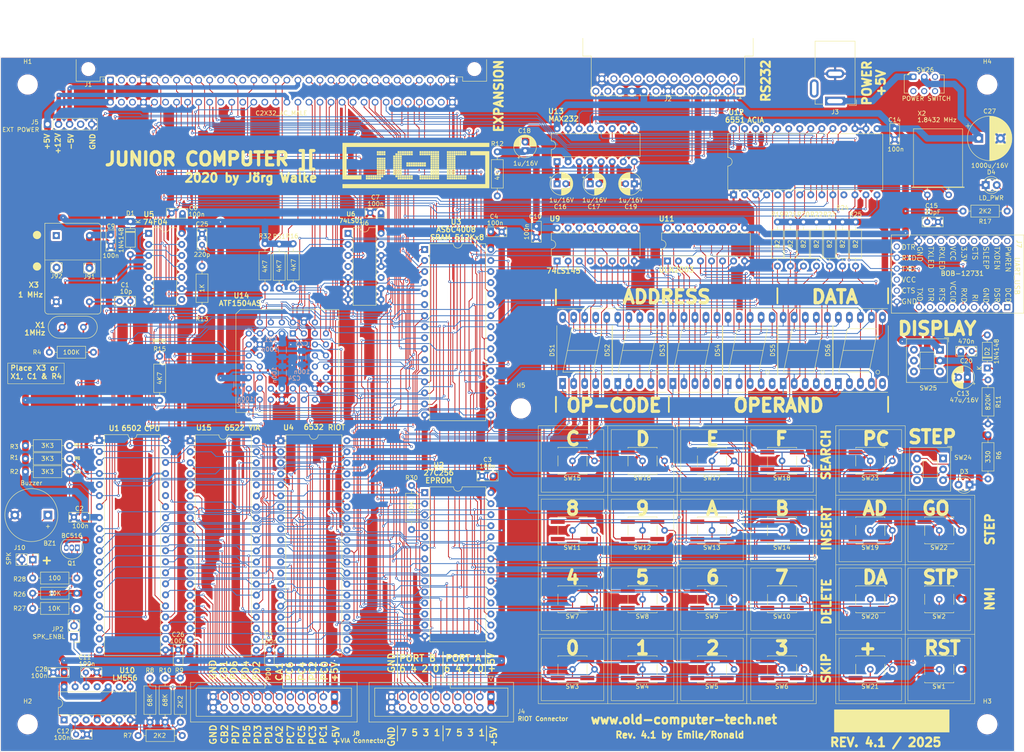
<source format=kicad_pcb>
(kicad_pcb (version 20240108) (generator "pcbnew") (generator_version "8.0")
  (layers (0 "F.Cu" signal) (31 "B.Cu" signal) (34 "B.Paste" user) (35 "F.Paste" user) (36 "B.SilkS" user "B.Silkscreen") (37 "F.SilkS" user "F.Silkscreen") (38 "B.Mask" user) (39 "F.Mask" user) (44 "Edge.Cuts" user))
  (net 0 "")
  (net 1 "/PHI2")
  (net 2 "+5V")
  (net 3 "Net-(D2-K)")
  (net 4 "Net-(D2-A)")
  (net 5 "Net-(Q1-C)")
  (net 6 "Net-(Q1-B)")
  (net 7 "/A7")
  (net 8 "/A13")
  (net 9 "/D7")
  (net 11 "/SYNC")
  (net 12 "/A15")
  (net 13 "/D4")
  (net 14 "/A1")
  (net 15 "/A8")
  (net 16 "/A0")
  (net 17 "/D2")
  (net 18 "/D3")
  (net 19 "/A6")
  (net 20 "Net-(U1-R{slash}~{W})")
  (net 21 "/D5")
  (net 22 "/D6")
  (net 23 "/A3")
  (net 24 "/D0")
  (net 25 "/D1")
  (net 26 "/A2")
  (net 27 "GND")
  (net 28 "/A5")
  (net 29 "/A9")
  (net 30 "/~{SO}")
  (net 31 "/~{NMI}")
  (net 32 "/~{RES}")
  (net 33 "/RDY")
  (net 34 "/PHI0")
  (net 36 "/A4")
  (net 37 "/A14")
  (net 38 "/~{IRQ}")
  (net 40 "/A10")
  (net 41 "/A11")
  (net 42 "/A12")
  (net 43 "/PHI1")
  (net 44 "/~{ROM_SEL}")
  (net 45 "/MA14")
  (net 46 "Net-(U10B-THR)")
  (net 47 "/PA0")
  (net 48 "/PA3")
  (net 49 "/R~{W}")
  (net 50 "/PB4")
  (net 51 "/PA5")
  (net 52 "/PB2")
  (net 53 "/PA2")
  (net 54 "/PA1")
  (net 55 "/PA6")
  (net 58 "/PB1")
  (net 61 "/PB3")
  (net 62 "/PB0")
  (net 63 "/PA4")
  (net 64 "/B02")
  (net 65 "Net-(U12-XTAL1)")
  (net 67 "/~{CTS}")
  (net 68 "Net-(U12-XTAL2)")
  (net 70 "/RXD")
  (net 71 "/TXD")
  (net 72 "/~{RTS}")
  (net 73 "Net-(U10A-THR)")
  (net 74 "Net-(SW25-A)")
  (net 75 "Net-(U13-C1-)")
  (net 76 "Net-(U13-C1+)")
  (net 77 "Net-(U13-C2-)")
  (net 78 "Net-(U13-C2+)")
  (net 79 "Net-(U13-VS+)")
  (net 80 "Net-(U13-VS-)")
  (net 81 "/LED_GO")
  (net 82 "/~{DIS1}")
  (net 84 "/SEGC")
  (net 85 "/SEGB")
  (net 86 "/SEGF")
  (net 87 "/SEGA")
  (net 88 "/SEGE")
  (net 89 "/SEGG")
  (net 90 "/SEGD")
  (net 91 "/~{DIS2}")
  (net 93 "/~{DIS3}")
  (net 96 "/~{DIS4}")
  (net 98 "/~{DIS5}")
  (net 100 "/~{DIS6}")
  (net 101 "+5P")
  (net 102 "Net-(J1-Pin_a16)")
  (net 105 "/R1IN")
  (net 106 "/T2OUT")
  (net 116 "/T1OUT")
  (net 119 "/R2IN")
  (net 123 "+12V")
  (net 124 "/~{K2}")
  (net 130 "/PB7")
  (net 132 "/PB6")
  (net 133 "-5V")
  (net 134 "/PB5")
  (net 135 "/~{RAM_SEL}")
  (net 136 "/~{K3}")
  (net 137 "/~{RAM_WE}")
  (net 138 "/~{K4}")
  (net 140 "/PA7")
  (net 142 "/PD2")
  (net 143 "Net-(JP2-B)")
  (net 144 "Net-(R4-Pad1)")
  (net 145 "Net-(R6-Pad1)")
  (net 146 "Net-(SW2-A)")
  (net 147 "/~{ROW0}")
  (net 148 "/~{ROW1}")
  (net 149 "/~{ROW2}")
  (net 150 "Net-(SW24-Pad1)")
  (net 151 "Net-(U5-Pad10)")
  (net 152 "/~{R}W")
  (net 153 "/PD1")
  (net 154 "/PD5")
  (net 161 "/SYNCD")
  (net 162 "Net-(D4-A)")
  (net 166 "/PD4")
  (net 167 "/PD3")
  (net 168 "/PD0")
  (net 169 "/PD6")
  (net 170 "Net-(U2-VPP)")
  (net 171 "/MA16")
  (net 172 "/MA15")
  (net 173 "/~{MA17}")
  (net 174 "/MA18")
  (net 175 "/~{RIOT_CS}")
  (net 177 "/~{VIA_CS}")
  (net 178 "/PC0")
  (net 179 "/PC4")
  (net 180 "/CB1")
  (net 181 "/PC7")
  (net 182 "/CA2")
  (net 183 "/CA1")
  (net 184 "/PC1")
  (net 185 "/CB2")
  (net 186 "/PC2")
  (net 187 "/PC6")
  (net 188 "/PC5")
  (net 189 "/PD7")
  (net 190 "/PC3")
  (net 191 "/~{ACIA_CS}")
  (net 206 "Net-(BZ1-+)")
  (footprint "Capacitor_THT:C_Rect_L4.6mm_W2.0mm_P2.50mm_MKS02_FKP02" (layer "F.Cu") (at 156.5 190 90)
    (property "Reference" "C5")
    (property "Value" "100n")
  )
  (footprint "Capacitor_THT:C_Rect_L4.6mm_W2.0mm_P2.50mm_MKS02_FKP02" (layer "F.Cu") (at 182.225 86.9 180)
    (property "Reference" "C7")
    (property "Value" "100n")
  )
  (footprint "Library_Emile:Switch_JC2" (layer "F.Cu") (at 274.574 192.024)
    (property "Reference" "SW6")
    (property "Value" "3")
  )
  (footprint "Package_DIP:DIP-32_W15.24mm" (layer "F.Cu") (at 192.26 95.34)
    (property "Reference" "U3")
    (property "Value" "AS6C4008")
  )
  (footprint "Capacitor_THT:C_Rect_L4.6mm_W2.0mm_P2.50mm_MKS02_FKP02" (layer "F.Cu") (at 124.5 107.25 180)
    (property "Reference" "C1")
    (property "Value" "10p")
  )
  (footprint "Library_Emile:Switch_JC2" (layer "F.Cu") (at 310.769 175.895)
    (property "Reference" "SW2")
    (property "Value" "STP")
  )
  (footprint "Library_Emile:Switch_JC2" (layer "F.Cu") (at 258.445 175.895)
    (property "Reference" "SW9")
    (property "Value" "6")
  )
  (footprint "Library_Emile:Switch_JC2" (layer "F.Cu") (at 226.314 144.018)
    (property "Reference" "SW15")
    (property "Value" "C")
  )
  (footprint "Button_Switch_THT:SW_CK_JS202011CQN_DPDT_Straight" (layer "F.Cu") (at 304.81 55.57)
    (property "Reference" "SW26")
    (property "Value" "POWER SWITCH")
  )
  (footprint "Capacitor_THT:C_Rect_L4.6mm_W2.0mm_P2.50mm_MKS02_FKP02" (layer "F.Cu") (at 114 157 180)
    (property "Reference" "C2")
    (property "Value" "100n")
  )
  (footprint "Capacitor_THT:C_Rect_L4.6mm_W2.0mm_P2.50mm_MKS02_FKP02" (layer "F.Cu") (at 208 147.5 180)
    (property "Reference" "C3")
    (property "Value" "100n")
  )
  (footprint "Resistor_THT:R_Axial_DIN0207_L6.3mm_D2.5mm_P10.16mm_Horizontal" (layer "F.Cu") (at 326.41 86.5 180)
    (property "Reference" "R17")
    (property "Value" "2K2")
  )
  (footprint "Library_Emile:7SegmentLED_LTS6760_LTS6780_mod_Emile" (layer "F.Cu") (at 287.54 126.2 90)
    (property "Reference" "DS6")
    (property "Value" "LTS-457A")
  )
  (footprint "Buzzer_Beeper:Buzzer_12x9.5RM7.6" (layer "F.Cu") (at 105.5 156.5 180)
    (property "Reference" "BZ1")
    (property "Value" "Buzzer")
  )
  (footprint "Library_Emile:Switch_JC2" (layer "F.Cu") (at 294.894 144.018)
    (property "Reference" "SW23")
    (property "Value" "PC")
  )
  (footprint "Library_Emile:7SegmentLED_LTS6760_LTS6780_mod_Emile" (layer "F.Cu") (at 236.74 126.2 90)
    (property "Reference" "DS2")
    (property "Value" "LTS-457A")
  )
  (footprint "Capacitor_THT:CP_Radial_D5.0mm_P2.00mm" (layer "F.Cu") (at 222.77 80.21)
    (property "Reference" "C16")
    (property "Value" "1u/16V")
  )
  (footprint "Library_Emile:7SegmentLED_LTS6760_LTS6780_mod_Emile" (layer "F.Cu") (at 224.04 126.2 90)
    (property "Reference" "DS1")
    (property "Value" "LTS-457A")
  )
  (footprint "Capacitor_THT:C_Rect_L4.6mm_W2.0mm_P2.50mm_MKS02_FKP02" (layer "F.Cu") (at 308 89)
    (property "Reference" "C15")
    (property "Value" "30pF")
  )
  (footprint "LOGO" (layer "F.Cu") (at 190.25 76)
    (property "Reference" "G***")
    (property "Value" "LOGO" (hide yes))
  )
  (footprint "Connector_Pin:Pin_D0.9mm_L10.0mm_W2.4mm_FlatFork" (layer "F.Cu") (at 115.06 99.62)
    (property "Reference" "J91")
    (property "Value" "VCC")
  )
  (footprint "Library_Emile:Switch_JC2" (layer "F.Cu") (at 242.443 192.024)
    (property "Reference" "SW4")
    (property "Value" "1")
  )
  (footprint "Resistor_THT:R_Axial_DIN0207_L6.3mm_D2.5mm_P10.16mm_Horizontal" (layer "F.Cu") (at 276.5 89 -90)
    (property "Reference" "R21")
    (property "Value" "82")
  )
  (footprint "Resistor_THT:R_Axial_DIN0207_L6.3mm_D2.5mm_P10.16mm_Horizontal" (layer "F.Cu") (at 189.25 159.83 90)
    (property "Reference" "R30")
    (property "Value" "10K")
  )
  (footprint "Library_Emile:Switch_JC2" (layer "F.Cu") (at 294.894 175.895)
    (property "Reference" "SW20")
    (property "Value" "DA")
  )
  (footprint "Resistor_THT:R_Axial_DIN0207_L6.3mm_D2.5mm_P10.16mm_Horizontal" (layer "F.Cu") (at 291.5 89 -90)
    (property "Reference" "R25")
    (property "Value" "82")
  )
  (footprint "Connector_PinHeader_2.54mm:PinHeader_1x02_P2.54mm_Vertical" (layer "F.Cu") (at 111.5 184.525 180)
    (property "Reference" "JP2")
    (property "Value" "SPK_ENBL")
  )
  (footprint "Resistor_THT:R_Axial_DIN0207_L6.3mm_D2.5mm_P10.16mm_Horizontal" (layer "F.Cu") (at 322 148.16 90)
    (property "Reference" "R6")
    (property "Value" "330")
  )
  (footprint "MountingHole:MountingHole_4.3mm_M4" (layer "F.Cu") (at 321.83 57.35)
    (property "Reference" "H4")
    (property "Value" "MountingHole")
  )
  (footprint "Package_DIP:DIP-16_W7.62mm" (layer "F.Cu") (at 222.77 97.99 90)
    (property "Reference" "U9")
    (property "Value" "74LS145")
  )
  (footprint "Package_DIP:DIP-16_W7.62mm" (layer "F.Cu") (at 222.77 75.13 90)
    (property "Reference" "U13")
    (property "Value" "MAX232")
  )
  (footprint "Package_DIP:DIP-40_W15.24mm" (layer "F.Cu") (at 159.125 139.375)
    (property "Reference" "U4")
    (property "Value" "6532")
  )
  (footprint "Capacitor_THT:C_Rect_L4.6mm_W2.0mm_P2.50mm_MKS02_FKP02" (layer "F.Cu") (at 141 94.25 90)
    (property "Reference" "C25")
    (property "Value" "220p")
  )
  (footprint "Library_Emile:Switch_JC2" (layer "F.Cu") (at 258.445 192.024)
    (property "Reference" "SW5")
    (property "Value" "2")
  )
  (footprint "Library_Emile:Switch_JC2" (layer "F.Cu") (at 226.314 192.024)
    (property "Reference" "SW3")
    (property "Value" "0")
  )
  (footprint "Library_Emile:Switch_JC2" (layer "F.Cu") (at 274.574 160.02)
    (property "Reference" "SW14")
    (property "Value" "B")
  )
  (footprint "Package_DIP:DIP-14_W7.62mm" (layer "F.Cu") (at 109.235 203.65 90)
    (property "Reference" "U10")
    (property "Value" "LM556")
  )
  (footprint "Library_Emile:Switch_JC2" (layer "F.Cu") (at 310.769 192.024)
    (property "Reference" "SW1")
    (property "Value" "RST")
  )
  (footprint "LED_THT:LED_D3.0mm" (layer "F.Cu") (at 317.754 149.491561 180)
    (property "Reference" "D3")
    (property "Value" "LD_GO")
  )
  (footprint "Resistor_THT:R_Axial_DIN0207_L6.3mm_D2.5mm_P10.16mm_Horizontal" (layer "F.Cu") (at 110.5 140.5 180)
    (property "Reference" "R3")
    (property "Value" "3K3")
  )
  (footprint "Resistor_THT:R_Axial_DIN0207_L6.3mm_D2.5mm_P10.16mm_Horizontal" (layer "F.Cu") (at 112.16 174.5 180)
    (property "Reference" "R26")
    (property "Value" "10K")
  )
  (footprint "Capacitor_THT:C_Rect_L4.6mm_W2.0mm_P2.50mm_MKS02_FKP02" (layer "F.Cu") (at 120 92 -90)
    (property "Reference" "C9")
    (property "Value" "100n")
  )
  (footprint "Connector_Pin:Pin_D0.9mm_L10.0mm_W2.4mm_FlatFork" (layer "F.Cu") (at 107.5 99.5)
    (property "Reference" "J92")
    (property "Value" "NC")
  )
  (footprint "Library_Emile:Switch_JC2" (layer "F.Cu") (at 274.574 175.895)
    (property "Reference" "SW10")
    (property "Value" "7")
  )
  (footprint "Crystal:Crystal_HC18-U_Horizontal" (layer "F.Cu") (at 312.94 82.75 180)
    (property "Reference" "X2")
    (property "Value" "1.8432 MHz")
  )
  (footprint "Button_Switch_THT:SW_Push_2P2T_Toggle_CK_PVA2OAH5xxxxxxV2" (layer "F.Cu") (at 311.658 143.463 -90)
    (property "Reference" "SW24")
    (property "Value" "STEP")
  )
  (footprint "Resistor_THT:R_Axial_DIN0207_L6.3mm_D2.5mm_P10.16mm_Horizontal" (layer "F.Cu") (at 158.768602 104.257918 90)
    (property "Reference" "R31")
    (property "Value" "4K7")
  )
  (footprint "Resistor_THT:R_Axial_DIN0207_L6.3mm_D2.5mm_P10.16mm_Horizontal" (layer "F.Cu") (at 279.5 89 -90)
    (property "Reference" "R20")
    (property "Value" "82")
  )
  (footprint "Package_DIP:DIP-16_W7.62mm" (layer "F.Cu") (at 248.17 97.99 90)
    (property "Reference" "U11")
    (property "Value" "ULN2003")
  )
  (footprint "Capacitor_THT:CP_Radial_D5.0mm_P2.00mm" (layer "F.Cu") (at 240.55 80.21 180)
    (property "Reference" "C19")
    (property "Value" "1u/16V")
  )
  (footprint "Library_Emile:7SegmentLED_LTS6760_LTS6780_mod_Emile" (layer "F.Cu") (at 274.84 126.2 90)
    (property "Reference" "DS5")
    (property "Value" "LTS-457A")
  )
  (footprint "Capacitor_THT:CP_Radial_D5.0mm_P2.00mm" (layer "F.Cu") (at 230.39 80.21)
    (property "Reference" "C17")
    (property "Value" "1u/16V")
  )
  (footprint "Connector_IDC:IDC-Header_2x12_P2.54mm_Vertical" (layer "F.Cu") (at 171.505 198.32 -90)
    (property "Reference" "J8")
    (property "Value" "VIA Connector")
  )
  (footprint "Capacitor_THT:C_Rect_L4.6mm_W2.0mm_P2.50mm_MKS02_FKP02" (layer "F.Cu") (at 218 90 -90)
    (property "Reference" "C10")
    (property "Value" "100n")
  )
  (footprint "Resistor_THT:R_Axial_DIN0207_L6.3mm_D2.5mm_P10.16mm_Horizontal" (layer "F.Cu") (at 285.5 89 -90)
    (property "Reference" "R23")
    (property "Value" "82")
  )
  (footprint "MountingHole:MountingHole_4.3mm_M4" (layer "F.Cu") (at 100.85 57.35)
    (property "Reference" "H1")
    (property "Value" "MountingHole")
  )
  (footprint "Library_Emile:7SegmentLED_LTS6760_LTS6780_mod_Emile" (layer "F.Cu") (at 262.14 126.2 90)
    (property "Reference" "DS4")
    (property "Value" "LTS-457A")
  )
  (footprint "Resistor_THT:R_Axial_DIN0207_L6.3mm_D2.5mm_P10.16mm_Horizontal" (layer "F.Cu") (at 141 99.17 -90)
    (property "Reference" "R13")
    (property "Value" "1K")
  )
  (footprint "Package_DIP:DIP-28_W15.24mm" (layer "F.Cu") (at 263.41 82.75 90)
    (property "Reference" "U12")
    (property "Value" "6551")
  )
  (footprint "Capacitor_THT:CP_Radial_D10.0mm_P5.00mm" (layer "F.Cu") (at 319.882323 69.75)
    (property "Reference" "C27")
    (property "Value" "1000u/16V")
  )
  (footprint "Diode_THT:D_DO-35_SOD27_P7.62mm_Horizontal" (layer "F.Cu") (at 321.83 122.63 90)
    (property "Reference" "D2")
    (property "Value" "1N4148")
  )
  (footprint "Capacitor_THT:C_Rect_L4.6mm_W2.0mm_P2.50mm_MKS02_FKP02" (layer "F.Cu") (at 109.25 192.75 180)
    (property "Reference" "C28")
    (property "Value" "100n")
  )
  (footprint "Library_Emile:7SegmentLED_LTS6760_LTS6780_mod_Emile" (layer "F.Cu") (at 249.44 126.2 90)
    (property "Reference" "DS3")
    (property "Value" "LTS-457A")
  )
  (footprint "Package_DIP:DIP-14_W7.62mm" (layer "F.Cu") (at 128.7 91.625)
    (property "Reference" "U5")
    (property "Value" "74F04")
  )
  (footprint "Resistor_THT:R_Axial_DIN0207_L6.3mm_D2.5mm_P10.16mm_Horizontal" (layer "F.Cu") (at 112.16 171 180)
    (property "Reference" "R28")
    (property "Value" "100")
  )
  (footprint "Library_Emile:Switch_JC2" (layer "F.Cu") (at 258.445 144.018)
    (property "Reference" "SW17")
    (property "Value" "E")
  )
  (footprint "Library_Emile:Switch_JC2" (layer "F.Cu") (at 242.443 144.018)
    (property "Reference" "SW16")
    (property "Value" "D")
  )
  (footprint "Resistor_THT:R_Axial_DIN0207_L6.3mm_D2.5mm_P10.16mm_Horizontal" (layer "F.Cu") (at 132.5 204.205 90)
    (property "Reference" "R10")
    (property "Value" "68K")
  )
  (footprint "Crystal:Crystal_HC18-U_Vertical" (layer "F.Cu") (at 113.68 113.23 180)
    (property "Reference" "X1")
    (property "Value" "1MHz")
  )
  (footprint "Capacitor_THT:C_Rect_L4.6mm_W2.0mm_P2.50mm_MKS02_FKP02" (layer "F.Cu") (at 136.5 87 180)
    (property "Reference" "C6")
    (property "Value" "100n")
  )
  (footprint "Package_DIP:DIP-40_W15.24mm" (layer "F.Cu") (at 117.36 139.31)
    (property "Reference" "U1")
    (property "Value" "6502")
  )
  (footprint "Resistor_THT:R_Axial_DIN0207_L6.3mm_D2.5mm_P10.16mm_Horizontal" (layer "F.Cu") (at 136 194.045 -90)
    (property "Reference" "R9")
    (property "Value" "2K2")
  )
  (footprint "Resistor_THT:R_Axial_DIN0207_L6.3mm_D2.5mm_P10.16mm_Horizontal" (layer "F.Cu") (at 322 125.34 -90)
    (property "Reference" "R11")
    (property "Value" "820K")
  )
  (footprint "Resistor_THT:R_Axial_DIN0207_L6.3mm_D2.5mm_P10.16mm_Horizontal" (layer "F.Cu") (at 282.5 89 -90)
    (property "Reference" "R22")
    (property "Value" "82")
  )
  (footprint "Connector_DIN:DIN41612_C_2x32_Male_Horizontal_THT" (layer "F.Cu") (at 119.9 56.334)
    (property "Reference" "J1")
    (property "Value" "C2X32_AC_MALE")
  )
  (footprint "Resistor_THT:R_Axial_DIN0207_L6.3mm_D2.5mm_P10.16mm_Horizontal" (layer "F.Cu") (at 162 104.16 90)
    (property "Reference" "R16")
    (property "Value" "4K7")
  )
  (footprint "Capacitor_THT:C_Rect_L4.6mm_W2.0mm_P2.50mm_MKS02_FKP02" (layer "F.Cu") (at 114.25 192.75)
    (property "Reference" "C11")
    (property "Value" "100n")
  )
  (footprint "Resistor_THT:R_Axial_DIN0207_L6.3mm_D2.5mm_P10.16mm_Horizontal" (layer "F.Cu") (at 131.25 119.92 -90)
    (property "Reference" "R15")
    (property "Value" "4K7")
  )
  (footprint "Library_Emile:Switch_JC2" (layer "F.Cu") (at 294.894 160.02)
    (property "Reference" "SW19")
    (property "Value" "AD")
  )
  (footprint "Resistor_THT:R_Axial_DIN0207_L6.3mm_D2.5mm_P10.16mm_Horizontal" (layer "F.Cu") (at 136.45 207.275 180)
    (property "Reference" "R7")
    (property "Value" "2K2")
  )
  (footprint "Package_DIP:DIP-14_W7.62mm" (layer "F.Cu") (at 174.625 91.625)
    (property "Reference" "U6")
    (property "Value" "74LS01")
  )
  (footprint "MountingHole:MountingHole_4.3mm_M4" (layer "F.Cu") (at 214.44 131.93)
    (property "Reference" "H5")
    (property "Value" "MountingHole")
  )
  (footprint "Resistor_THT:R_Axial_DIN0207_L6.3mm_D2.5mm_P10.16mm_Horizontal" (layer "F.Cu") (at 288.5 89 -90)
    (property "Reference" "R24")
    (property "Value" "82")
  )
  (footprint "Package_TO_SOT_THT:TO-92_Inline" (layer "F.Cu") (at 112.28 164.03 180)
    (property "Reference" "Q1")
    (property "Value" "BC516")
  )
  (footprint "Package_DIP:DIP-40_W15.24mm" (layer "F.Cu") (at 138.275 139.375)
    (property "Reference" "U15")
    (property "Value" "6522")
  )
  (footprint "Connector_BarrelJack:BarrelJack_GCT_DCJ200-10-A_Horizontal" (layer "F.Cu") (at 286.78 61.16 180)
    (property "Reference" "J3")
    (property "Value" "Power")
  )
  (footprint "Capacitor_THT:CP_Radial_D5.0mm_P2.00mm" (layer "F.Cu") (at 317.25 124.75 180)
    (property "Reference" "C13")
    (property "Value" "47u/16V")
  )
  (footprint "Connector_Dsub:DSUB-25_Male_Horizontal_P2.77x2.84mm_EdgePinOffset9.40mm" (layer "F.Cu") (at 264.93 58.87 180)
    (property "Reference" "J2")
    (property "Value" "DB25_Male")
  )
  (footprint "Capacitor_THT:C_Rect_L4.6mm_W2.0mm_P2.50mm_MKS02_FKP02" (layer "F.Cu") (at 207.5 91.25)
    (property "Reference" "C4")
    (property "Value" "100n")
  )
  (footprint "Resistor_THT:R_Axial_DIN0207_L6.3mm_D2.5mm_P10.16mm_Horizontal" (layer "F.Cu") (at 155.5 104.16 90)
    (property "Reference" "R32")
    (property "Value" "4K7")
  )
  (footprint "Library_Emile:Switch_JC2" (layer "F.Cu") (at 242.443 160.02)
    (property "Reference" "SW12")
    (property "Value" "9")
  )
  (footprint "Library_Emile:Switch_JC2" (layer "F.Cu") (at 242.443 175.895)
    (property "Reference" "SW8")
    (property "Value" "5")
  )
  (footprint "Package_DIP:DIP-28_W15.24mm" (layer "F.Cu") (at 192.29 151.33)
    (property "Reference" "U2")
    (property "Value" "27C256")
  )
  (footprint "Capacitor_THT:C_Rect_L4.6mm_W2.0mm_P2.50mm_MKS02_FKP02" (layer "F.Cu") (at 300.5 67.5 -90)
    (property "Reference" "C14")
    (property "Value" "100n")
  )
  (footprint "Package_LCC:PLCC-44_THT-Socket" (layer "F.Cu") (at 161.92 114.67)
    (property "Reference" "U14")
    (property "Value" "ATF1504AS")
  )
  (footprint "Library_Emile:Switch_JC2" (layer "F.Cu") (at 274.574 144.018)
    (property "Reference" "SW18")
    (property "Value" "F")
  )
  (footprint "Resistor_THT:R_Axial_DIN0207_L6.3mm_D2.5mm_P10.16mm_Horizontal" (layer "F.Cu") (at 110.5 143.5 180)
    (property "Reference" "R1")
    (property "Value" "3K3")
  )
  (footprint "Capacitor_THT:C_Rect_L4.6mm_W2.0mm_P2.50mm_MKS02_FKP02" (layer "F.Cu") (at 112 207)
    (property "Reference" "C12")
    (property "Value" "100n")
  )
  (footprint "Library_Emile:Switch_JC2" (layer "F.Cu") (at 310.769 160.02)
    (property "Reference" "SW22")
    (property "Value" "GO")
  )
  (footprint "Capacitor_THT:CP_Radial_D5.0mm_P2.00mm" (layer "F.Cu") (at 215.4 72.59 90)
    (property "Reference" "C18")
    (property "Value" "1u/16V")
  )
  (footprint "Connector_PinHeader_2.54mm:PinHeader_1x05_P2.54mm_Vertical" (layer "F.Cu") (at 105.42 66.49 90)
    (property "Reference" "J5")
    (property "Value" "EXT POWER")
  )
  (footprint "Capacitor_THT:C_Rect_L4.6mm_W2.0mm_P2.50mm_MKS02_FKP02" (layer "F.Cu") (at 135.5 190 90)
    (property "Reference" "C26")
    (property "Value" "100n")
  )
  (footprint "Capacitor_THT:C_Rect_L4.6mm_W2.0mm_P2.50mm_MKS02_FKP02" (layer "F.Cu") (at 318.25 118.75 180)
    (property "Reference" "C20")
    (property "Value" "470n")
  )
  (footprint "LED_THT:LED_D3.0mm" (layer "F.Cu") (at 321.475 80.5)
    (property "Reference" "D4")
    (property "Value" "LD_PWR")
  )
  (footprint "Connector_PinHeader_2.54mm:PinHeader_1x02_P2.54mm_Vertical" (layer "F.Cu") (at 102.04 166.75 -90)
    (property "Reference" "J10")
    (property "Value" "SPK")
  )
  (footprint "Resistor_THT:R_Axial_DIN0207_L6.3mm_D2.5mm_P10.16mm_Horizontal" (layer "F.Cu") (at 209 72.84 -90)
    (property "Reference" "R12")
    (property "Value" "4K7")
  )
  (footprint "Library_Emile:BOB-12731" (layer "F.Cu") (at 315 101 -90)
    (property "Reference" "J7")
    (property "Value" "BOB-12731")
  )
  (footprint "Oscillator:Oscillator_DIP-14" (layer "F.Cu") (at 107.44 92.13 -90)
    (property "Reference" "X3")
    (property "Value" "1 MHz")
  )
  (footprint "MountingHole:MountingHole_4.3mm_M4" (layer "F.Cu") (at 100.85 204.67)
    (property "Reference" "H2")
    (property "Value" "MountingHole")
  )
  (footprint "Library_Emile:Switch_JC2" (layer "F.Cu") (at 226.314 175.895)
    (property "Reference" "SW7")
    (property "Value" "4")
  )
  (footprint "Library_Emile:Switch_JC2" (layer "F.Cu") (at 226.314 160.02)
    (property "Reference" "SW11")
    (property "Value" "8")
  )
  (footprint "Resistor_THT:R_Axial_DIN0207_L6.3mm_D2.5mm_P10.16mm_Horizontal" (layer "F.Cu") (at 129 204.205 90)
    (property "Reference" "R8")
    (property "Value" "68K")
  )
  (footprint "Resistor_THT:R_Axial_DIN0207_L6.3mm_D2.5mm_P10.16mm_Horizontal" (layer "F.Cu") (at 273.5 89 -90)
    (property "Reference" "R19")
    (property "Value" "82")
  )
  (footprint "Resistor_THT:R_Axial_DIN0207_L6.3mm_D2.5mm_P10.16mm_Horizontal" (layer "F.Cu") (at 105.84 119)
    (property "Reference" "R4")
    (property "Value" "100K")
  )
  (footprint "Resistor_THT:R_Axial_DIN0207_L6.3mm_D2.5mm_P10.16mm_Horizontal" (layer "F.Cu") (at 102 178)
    (property "Reference" "R27")
    (property "Value" "10K")
  )
  (footprint "Button_Switch_THT:SW_Push_2P2T_Toggle_CK_PVA2OAH5xxxxxxV2" (layer "F.Cu") (at 310.94 118.43 -90)
    (property "Reference" "SW25")
    (property "Value" "DISPLAY")
  )
  (footprint "Library_Emile:Switch_JC2" (layer "F.Cu") (at 258.445 160.02)
    (property "Reference" "SW13")
    (property "Value" "A")
  )
  (footprint "Diode_THT:D_DO-35_SOD27_P7.62mm_Horizontal" (layer "F.Cu") (at 124.5 88.88 -90)
    (property "Reference" "D1")
    (property "Value" "1N4148")
  )
  (footprint "Connector_IDC:IDC-Header_2x10_P2.54mm_Vertical" (layer "F.Cu") (at 207.53 198.32 -90)
    (property "Reference" "J4")
    (property "Value" "RIOT Connector")
  )
  (footprint "Resistor_THT:R_Axial_DIN0207_L6.3mm_D2.5mm_P10.16mm_Horizontal" (layer "F.Cu") (at 110.5 146.5 180)
    (property "Reference" "R2")
    (property "Value" "3K3")
  )
  (footprint "MountingHole:MountingHole_4.3mm_M4" (layer "F.Cu") (at 321.83 204.67)
    (property "Reference" "H3")
    (property "Value" "MountingHole")
  )
  (footprint "Library_Emile:Switch_JC2" (layer "F.Cu") (at 294.894 192.024)
    (property "Reference" "SW21")
    (property "Value" "+")
  )
  (footprint "Capacitor_SMD:C_1206_3216Metric_Pad1.33x1.80mm_HandSolder" (layer "B.Cu") (at 159.5 123.75 90)
    (property "Reference" "C24")
    (property "Value" "100n")
  )
  (footprint "Capacitor_SMD:C_1206_3216Metric_Pad1.33x1.80mm_HandSolder" (layer "B.Cu") (at 149.25 126.5 -90)
    (property "Reference" "C22")
    (property "Value" "100n")
  )
  (footprint "Capacitor_SMD:C_1206_3216Metric_Pad1.33x1.80mm_HandSolder" (layer "B.Cu") (at 159.5 118.5 -90)
    (property "Reference" "C21")
    (property "Value" "100n")
  )
  (footprint "Capacitor_SMD:C_1206_3216Metric_Pad1.33x1.80mm_HandSolder" (layer "B.Cu") (at 164 120.25 -90)
    (property "Reference" "C23")
    (property "Value" "100n")
  )
  (gr_line (start 196.5 188) (end 196.5 194) (stroke (width 0.2)) (layer "F.SilkS"))
  (gr_line (start 282.444 183.97) (end 218.444 183.97) (stroke (width 0.1)) (layer "F.SilkS"))
  (gr_line (start 318.94 183.97) (end 286.94 183.97) (stroke (width 0.1)) (layer "F.SilkS"))
  (gr_line (start 250.44 199.93) (end 250.44 135.93) (stroke (width 0.1)) (layer "F.SilkS"))
  (gr_rect (start 286.597 201.288) (end 313.097 206.502) (stroke (width 0.05)) (fill solid) (layer "F.SilkS"))
  (gr_line (start 302.94 135.93) (end 286.94 135.93) (stroke (width 0.1)) (layer "F.SilkS"))
  (gr_line (start 318.94 167.93) (end 286.94 167.93) (stroke (width 0.1)) (layer "F.SilkS"))
  (gr_line (start 206.25 187.5) (end 206.25 193.5) (stroke (width 0.2)) (layer "F.SilkS"))
  (gr_line (start 206.5 205) (end 206.5 208.5) (stroke (width 0.2)) (layer "F.SilkS"))
  (gr_line (start 299 129.25) (end 299 132.75) (stroke (width 0.4)) (layer "F.SilkS"))
  (gr_line (start 109.25 121.5) (end 96.25 121.5) (stroke (width 0.1)) (layer "F.SilkS"))
  (gr_line (start 299 104.25) (end 299 107.75) (stroke (width 0.4)) (layer "F.SilkS"))
  (gr_line (start 273.5 104.25) (end 273.5 107.75) (stroke (width 0.4)) (layer "F.SilkS"))
  (gr_line (start 196.5 205) (end 196.5 208.5) (stroke (width 0.2)) (layer "F.SilkS"))
  (gr_line (start 318.94 199.93) (end 318.94 151.93) (stroke (width 0.1)) (layer "F.SilkS"))
  (gr_line (start 266.44 199.93) (end 266.44 135.93) (stroke (width 0.1)) (layer "F.SilkS"))
  (gr_rect (start 218.44 135.93) (end 282.44 199.93) (stroke (width 0.1)) (fill none) (layer "F.SilkS"))
  (gr_line (start 282.44 167.93) (end 218.44 167.93) (stroke (width 0.1)) (layer "F.SilkS"))
  (gr_line (start 318.94 151.93) (end 286.94 151.93) (stroke (width 0.1)) (layer "F.SilkS"))
  (gr_line (start 282.44 151.93) (end 218.44 151.93) (stroke (width 0.1)) (layer "F.SilkS"))
  (gr_line (start 186 205) (end 186 208.5) (stroke (width 0.2)) (layer "F.SilkS"))
  (gr_circle (center 103 99.25) (end 103.901388 99.25) (stroke (width 0.1)) (fill solid) (layer "F.SilkS"))
  (gr_line (start 222.5 104.5) (end 222.5 108) (stroke (width 0.4)) (layer "F.SilkS"))
  (gr_line (start 104.796631 97.75) (end 117.696643 97.75) (stroke (width 0.1)) (layer "F.SilkS"))
  (gr_line (start 186 188) (end 186 194) (stroke (width 0.2)) (layer "F.SilkS"))
  (gr_line (start 318.94 199.93) (end 286.94 199.93) (stroke (width 0.1)) (layer "F.SilkS"))
  (gr_line (start 248.5 129.25) (end 248.5 132.75) (stroke (width 0.4)) (layer "F.SilkS"))
  (gr_line (start 96.25 121.5) (end 96.25 126.25) (stroke (width 0.1)) (layer "F.SilkS"))
  (gr_line (start 96.25 126.25) (end 109.25 126.25) (stroke (width 0.1)) (layer "F.SilkS"))
  (gr_line (start 286.94 199.93) (end 286.94 135.93) (stroke (width 0.1)) (layer "F.SilkS"))
  (gr_circle (center 103 92) (end 103.901388 92) (stroke (width 0.1)) (fill solid) (layer "F.SilkS"))
  (gr_line (start 234.44 199.93) (end 234.44 135.93) (stroke (width 0.1)) (layer "F.SilkS"))
  (gr_line (start 302.94 199.93) (end 302.94 135.93) (stroke (width 0.1)) (layer "F.SilkS"))
  (gr_line (start 222.5 129.25) (end 222.5 132.75) (stroke (width 0.4)) (layer "F.SilkS"))
  (gr_line (start 109.25 126.25) (end 109.25 121.5) (stroke (width 0.1)) (layer "F.SilkS"))
  (gr_rect (start 94.5 51) (end 328.18 211.02) (stroke (width 0.05)) (fill none) (layer "Edge.Cuts"))
  (gr_text "PC2" (at 167.4 194.825 90) (layer "F.SilkS") (effects (font (size 1.5 1.5) (thickness 0.3) (bold yes)) (justify left bottom)))
  (gr_text "PD2" (at 154.425 194.75 90) (layer "F.SilkS") (effects (font (size 1.5 1.5) (thickness 0.3) (bold yes)) (justify left bottom)))
  (gr_text "PC0" (at 170.075 194.775 90) (layer "F.SilkS") (effects (font (size 1.5 1.5) (thickness 0.3) (bold yes)) (justify left bottom)))
  (gr_text "ADDRESS" (at 237.5 108 0) (layer "F.SilkS") (effects (font (size 3 3) (thickness 0.75) (bold yes)) (justify left bottom)))
  (gr_text "B" (at 272.6 156.75 0) (layer "F.SilkS") (effects (font (size 3 3) (thickness 0.75) (bold yes)) (justify left bottom)))
  (gr_text "+" (at 291.973 188.849 0) (layer "F.SilkS") (effects (font (size 3 3) (thickness 0.75) (bold yes)) (justify left bottom)))
  (gr_text "STEP" (at 303.25 140.25 0) (layer "F.SilkS") (effects (font (size 3 3) (thickness 0.75) (bold yes)) (justify left bottom)))
  (gr_text "GO" (at 306.451 156.75 0) (layer "F.SilkS") (effects (font (size 3 3) (thickness 0.75) (bold yes)) (justify left bottom)))
  (gr_text "NMI" (at 323.596 175.768 90) (layer "F.SilkS") (effects (font (size 2 2) (thickness 0.5) (bold yes)) (justify bottom)))
  (gr_text "2" (at 256.7 188.849 0) (layer "F.SilkS") (effects (font (size 3 3) (thickness 0.75) (bold yes)) (justify left bottom)))
  (gr_text "F" (at 272.6 140.7 0) (layer "F.SilkS") (effects (font (size 3 3) (thickness 0.75) (bold yes)) (justify left bottom)))
  (gr_text "www.old-computer-tech.net" (at 230.25 204.75 0) (layer "F.SilkS") (effects (font (size 2 2) (thickness 0.5) (bold yes)) (justify left bottom)))
  (gr_text "PD1" (at 157.25 209.45 90) (layer "F.SilkS") (effects (font (size 1.5 1.5) (thickness 0.3) (bold yes)) (justify left bottom)))
  (gr_text "C" (at 224.409 140.7 0) (layer "F.SilkS") (effects (font (size 3 3) (thickness 0.75) (bold yes)) (justify left bottom)))
  (gr_text "RIOT" (at 171.975 137.025 0) (layer "F.SilkS") (effects (font (size 1.2 1.2) (thickness 0.24) (bold yes)) (justify bottom)))
  (gr_text "GND" (at 144.45 209.525 90) (layer "F.SilkS") (effects (font (size 1.5 1.5) (thickness 0.3) (bold yes)) (justify left bottom)))
  (gr_text "DELETE" (at 286.004 176.403 90) (layer "F.SilkS") (effects (font (size 2 2) (thickness 0.5) (bold yes)) (justify bottom)))
  (gr_text "PD6" (at 149.225 194.65 90) (layer "F.SilkS") (effects (font (size 1.5 1.5) (thickness 0.3) (bold yes)) (justify left bottom)))
  (gr_text "D" (at 240.5 140.7 0) (layer "F.SilkS") (effects (font (size 3 3) (thickness 0.75) (bold yes)) (justify left bottom)))
  (gr_text "PD3" (at 154.725 209.45 90) (layer "F.SilkS") (effects (font (size 1.5 1.5) (thickness 0.3) (bold yes)) (justify left bottom)))
  (gr_text "+12V" (at 108.5 73.5 90) (layer "F.SilkS") (effects (font (size 1.2 1.2) (thickness 0.25) (bold yes)) (justify left bottom)))
  (gr_text "PD0" (at 156.875 194.675 90) (layer "F.SilkS") (effects (font (size 1 1) (thickness 0.2) (bold yes)) (justify left bottom)))
  (gr_text "ACIA" (at 268.5 66.25 0) (layer "F.SilkS") (effects (font (size 1.2 1.2) (thickness 0.24) (bold yes)) (justify bottom)))
  (gr_text "+5V" (at 106 72.5 90) (layer "F.SilkS") (effects (font (size 1.2 1.2) (thickness 0.25) (bold yes)) (justify left bottom)))
  (gr_text "3" (at 272.6 188.849 0) (layer "F.SilkS") (effects (font (size 3 3) (thickness 0.75) (bold yes)) (justify left bottom)))
  (gr_text "+5V" (at 172.725 209.8 90) (layer "F.SilkS") (effects (font (size 1.5 1.5) (thickness 0.3) (bold yes)) (justify left bottom)))
  (gr_text "EPROM" (at 195.5 149.25 0) (layer "F.SilkS") (effects (font (size 1.2 1.2) (thickness 0.24) (bold yes)) (justify bottom)))
  (gr_text "AD" (at 292.735 156.75 0) (layer "F.SilkS") (effects (font (size 3 3) (thickness 0.75) (bold yes)) (justify left bottom)))
  (gr_text "PC4" (at 164.9 194.875 90) (layer "F.SilkS") (effects (font (size 1.5 1.5) (thickness 0.3) (bold yes)) (justify left bottom)))
  (gr_text "~{IRQ}" (at 112.25 143.75 0) (layer "F.SilkS") (effects (font (size 0.5 0.5) (thickness 0.125)) (justify bottom)))
  (gr_text "PC" (at 292.735 140.7 0) (layer "F.SilkS") (effects (font (size 3 3) (thickness 0.75) (bold yes)) (justify left bottom)))
  (gr_text "+5V" (at 172.4 195.075 90) (layer "F.SilkS") (effects (font (size 1.5 1.5) (thickness 0.3) (bold yes)) (justify left bottom)))
  (gr_text "DA" (at 292.735 172.6 0) (layer "F.SilkS") (effects (font (size 3 3) (thickness 0.75) (bold yes)) (justify left bottom)))
  (gr_text "9" (at 240.5 156.75 0) (layer "F.SilkS") (effects (font (size 3 3) (thickness 0.75) (bold yes)) (justify left bottom)))
  (gr_text "PD7" (at 149.625 209.475 90) (layer "F.SilkS") (effects (font (size 1.5 1.5) (thickness 0.3) (bold yes)) (justify left bottom)))
  (gr_text "+5V" (at 209 210 90) (layer "F.SilkS") (effects (font (size 1.5 1.5) (thickness 0.3) (bold yes)) (justify left bottom)))
  (gr_text "CPU" (at 129.5 137.25 0) (layer "F.SilkS") (effects (font (size 1.2 1.2) (thickness 0.24) (bold yes)) (justify bottom)))
  (gr_text "6" (at 256.7 172.6 0) (layer "F.SilkS") (effects (font (size 3 3) (thickness 0.75) (bold yes)) (justify left bottom)))
  (gr_text "5" (at 240.5 172.6 0) (layer "F.SilkS") (effects (font (size 3 3) (thickness 0.75) (bold yes)) (justify left bottom)))
  (gr_text "PD5" (at 152.2 209.45 90) (layer "F.SilkS") (effects (font (size 1.5 1.5) (thickness 0.3) (bold yes)) (justify left bottom)))
  (gr_text "INSERT" (at 286.004 159.512 90) (layer "F.SilkS") (effects (font (size 2 2) (thickness 0.5) (bold yes)) (justify bottom)))
  (gr_text "~{RAM_SEL}" (at 131.25 116.75 0) (layer "F.SilkS") (effects (font (size 0.5 0.5) (thickness 0.125)) (justify bottom)))
  (gr_text "GND" (at 144.375 194.6 90) (layer "F.SilkS") (effects (font (size 1.5 1.5) (thickness 0.3) (bold yes)) (justify left bottom)))
  (gr_text "1" (at 240.5 188.849 0) (layer "F.SilkS") (effects (font (size 3 3) (thickness 0.75) (bold yes)) (justify left bottom)))
  (gr_text "CB1" (at 146.875 194.6 90) (layer "F.SilkS") (effects (font (size 1.5 1.5) (thickness 0.3) (bold yes)) (justify left bottom)))
  (gr_text "+5V" (at 208.5 193 90) (layer "F.SilkS") (effects (font (size 1.5 1.5) (thickness 0.3) (bold yes)) (justify left bottom)))
  (gr_text "SEARCH" (at 285.877 142.621 90) (layer "F.SilkS") (effects (font (size 2 2) (thickness 0.5) (bold yes)) (justify bottom)))
  (gr_text "~{NMI}" (at 112.25 147 0) (layer "F.SilkS") (effects (font (size 0.5 0.5) (thickness 0.125)) (justify bottom)))
  (gr_text "Rev. 4.1 by Emile/Ronald" (at 236 208 0) (layer "F.SilkS") (effects (font (size 1.5 1.5) (thickness 0.375) (bold yes)) (justify left bottom)))
  (gr_text "7 5 3 1 7 5 3 1" (at 186.5 207.5 0) (layer "F.SilkS") (effects (font (size 1.5 1.5) (thickness 0.3) (bold yes)) (justify left bottom)))
  (gr_text "+" (at 103.75 168 0) (layer "F.SilkS") (effects (font (size 2 2) (thickness 0.4) (bold yes)) (justify left bottom)))
  (gr_text "4" (at 224.409 172.67 0) (layer "F.SilkS") (effects (font (size 3 3) (thickness 0.75) (bold yes)) (justify left bottom)))
  (gr_text "SKIP" (at 285.877 191.77 90) (layer "F.SilkS") (effects (font (size 2 2) (thickness 0.5) (bold yes)) (justify bottom)))
  (gr_text "STP" (at 306.578 172.6 0) (layer "F.SilkS") (effects (font (size 3 3) (thickness 0.75) (bold yes)) (justify left bottom)))
  (gr_text "DATA" (at 281 108 0) (layer "F.SilkS") (effects (font (size 3 3) (thickness 0.75) (bold yes)) (justify left bottom)))
  (gr_text "PC3" (at 167.35 209.6 90) (layer "F.SilkS") (effects (font (size 1.5 1.5) (thickness 0.3) (bold yes)) (justify left bottom)))
  (gr_text "OPERAND" (at 263 133 0) (layer "F.SilkS") (effects (font (size 3 3) (thickness 0.75) (bold yes)) (justify left bottom)))
  (gr_text "GND" (at 185.5 193 90) (layer "F.SilkS") (effects (font (size 1.5 1.5) (thickness 0.3) (bold yes)) (justify left bottom)))
  (gr_text "RS232" (at 272 56.5 90) (layer "F.SilkS") (effects (font (size 2 2) (thickness 0.5) (bold yes)) (justify bottom)))
  (gr_text "6522 VIA" (at 150.275 137.1 0) (layer "F.SilkS") (effects (font (size 1.2 1.2) (thickness 0.24) (bold yes)) (justify bottom)))
  (gr_text "RST" (at 306.959 188.849 0) (layer "F.SilkS") (effects (font (size 3 3) (thickness 0.75) (bold yes)) (justify left bottom)))
  (gr_text "GND" (at 116.5 72.5 90) (layer "F.SilkS") (effects (font (size 1.2 1.2) (thickness 0.25) (bold yes)) (justify left bottom)))
  (gr_text "7" (at 272.6 172.6 0) (layer "F.SilkS") (effects (font (size 3 3) (thickness 0.75) (bold yes)) (justify left bottom)))
  (gr_text "PC5" (at 164.85 209.5 90) (layer "F.SilkS") (effects (font (size 1.5 1.5) (thickness 0.3) (bold yes)) (justify left bottom)))
  (gr_text "PC7" (at 162.3 209.5 90) (layer "F.SilkS") (effects (font (size 1.5 1.5) (thickness 0.3) (bold yes)) (justify left bottom)))
  (gr_text "~{RES}" (at 112.25 140.75 0) (layer "F.SilkS") (effects (font (size 0.5 0.5) (thickness 0.125)) (justify bottom)))
  (gr_text "PC6" (at 162.05 194.9 90) (layer "F.SilkS") (effects (font (size 1.5 1.5) (thickness 0.3) (bold yes)) (justify left bottom)))
  (gr_text "CB2" (at 147.075 209.35 90) (layer "F.SilkS") (effects (font (size 1.5 1.5) (thickness 0.3) (bold yes)) (justify left bottom)))
  (gr_text "A" (at 256.7 156.75 0) (layer "F.SilkS") (effects (font (size 3 3) (thickness 0.75) (bold yes)) (justify left bottom)))
  (gr_text "OP-CODE" (at 224.5 133 0) (layer "F.SilkS") (effects (font (size 3 3) (thickness 0.75) (bold yes)) (justify left bottom)))
  (gr_text "CA1" (at 159.675 194.875 90) (layer "F.SilkS") (effects (font (size 1.5 1.5) (thickness 0.3) (bold yes)) (justify left bottom)))
  (gr_text "8" (at 224.409 156.75 0) (layer "F.SilkS") (effects (font (size 3 3) (thickness 0.75) (bold yes)) (justify left bottom)))
  (gr_text "Place X3 or\nX1, C1 & R4 " (at 96.75 125.25 0) (layer "F.SilkS") (effects (font (size 1.2 1.2) (thickness 0.24) (bold yes)) (justify left bottom)))
  (gr_text "DISPLAY" (at 300.863 115.316 0) (layer "F.SilkS") (effects (font (size 3 3) (thickness 0.75) (bold yes)) (justify left bottom)))
  (gr_text "EXPANSION" (at 210.5 60 90) (layer "F.SilkS") (effects (font (size 2 2) (thickness 0.5) (bold yes)) (justify bottom)))
  (gr_text "JUNIOR COMPUTER ][" (at 118.25 76.25 0) (layer "F.SilkS") (effects (font (size 3 3) (thickness 0.75) (bold yes)) (justify left bottom)))
  (gr_text "GND" (at 185.5 210 90) (layer "F.SilkS") (effects (font (size 1.5 1.5) (thickness 0.3) (bold yes)) (justify left bottom)))
  (gr_text "POWER\n+5V" (at 298.5 57 90) (layer "F.SilkS") (effects (font (size 2 2) (thickness 0.5) (bold yes)) (justify bottom)))
  (gr_text "PD4" (at 151.875 194.65 90) (layer "F.SilkS") (effects (font (size 1.5 1.5) (thickness 0.3) (bold yes)) (justify left bottom)))
  (gr_text "STEP" (at 323.596 159.766 90) (layer "F.SilkS") (effects (font (size 2 2) (thickness 0.5) (bold yes)) (justify bottom)))
  (gr_text "CA2" (at 159.7 209.4 90) (layer "F.SilkS") (effects (font (size 1.5 1.5) (thickness 0.3) (bold yes)) (justify left bottom)))
  (gr_text "SRAM 512Kx8" (at 199.75 93.25 0) (layer "F.SilkS") (effects (font (size 1.2 1.2) (thickness 0.24) (bold yes)) (justify bottom)))
  (gr_text "E" (at 256.7 140.7 0) (layer "F.SilkS") (effects (font (size 3 3) (thickness 0.75) (bold yes)) (justify left bottom)))
  (gr_text "0" (at 224.409 188.849 0) (layer "F.SilkS") (effects (font (size 3 3) (thickness 0.75) (bold yes)) (justify left bottom)))
  (gr_text "2020 by Jörg Walke" (at 152.25 80 0) (layer "F.SilkS") (effects (font (size 2 2) (thickness 0.5) (bold yes)) (justify bottom)))
  (gr_text "PC1" (at 169.825 209.4 90) (layer "F.SilkS") (effects (font (size 1.5 1.5) (thickness 0.3) (bold yes)) (justify left bottom)))
  (gr_text "REV. 4.1 / 2025" (at 285.347 210.002 0) (layer "F.SilkS") (effects (font (size 2 2) (thickness 0.5) (bold yes)) (justify left bottom)))
  (gr_text "-5V" (at 111.5 72.5 90) (layer "F.SilkS") (effects (font (size 1.2 1.2) (thickness 0.25) (bold yes)) (justify left bottom)))
  (gr_text "PORT B  PORT A\n6 4 2 0 6 4 2 0" (at 186.25 192.75 0) (layer "F.SilkS") (effects (font (size 1.5 1.5) (thickness 0.3) (bold yes)) (justify left bottom)))
  (segment (start 124.5 140.5) (end 124.5 132.965635) (width 0.2) (layer "F.Cu") (net 1))
  (segment (start 124.5 132.965635) (end 123.9 132.365635) (width 0.2) (layer "F.Cu") (net 1))
  (segment (start 123.9 132.365635) (end 123.9 117.1) (width 0.2) (layer "F.Cu") (net 1))
  (segment (start 124.5 116.5) (end 124.5 107.25) (width 0.2) (layer "F.Cu") (net 1))
  (segment (start 124.5 107.25) (end 124.5 96.5) (width 0.4) (layer "F.Cu") (net 1))
  (segment (start 123.9 117.1) (end 124.5 116.5) (width 0.2) (layer "F.Cu") (net 1))
  (via (at 124.5 116.5) (size 0.6) (drill 0.3) (layers "F.Cu" "B.Cu") (net 1))
  (via (at 124.5 140.5) (size 0.6) (drill 0.3) (layers "F.Cu" "B.Cu") (net 1))
  (segment (start 134.495 99.245) (end 136.32 99.245) (width 0.2) (layer "B.Cu") (net 1))
  (segment (start 131.955 96.705) (end 134.495 99.245) (width 0.2) (layer "B.Cu") (net 1))
  (segment (start 152.178853 118.7388) (end 147.299331 118.7388) (width 0.2) (layer "B.Cu") (net 1))
  (segment (start 128.7 96.705) (end 124.705 96.705) (width 0.4) (layer "B.Cu") (net 1))
  (segment (start 132.6 141.85) (end 132.6 140.85) (width 0.2) (layer "B.Cu") (net 1))
  (segment (start 154.3 119.75) (end 153.190053 119.75) (width 0.2) (layer "B.Cu") (net 1))
  (segment (start 132.25 140.5) (end 124.5 140.5) (width 0.2) (layer "B.Cu") (net 1))
  (segment (start 145.060531 116.5) (end 124.5 116.5) (width 0.2) (layer "B.Cu") (net 1))
  (segment (start 153.190053 119.75) (end 152.178853 118.7388) (width 0.2) (layer "B.Cu") (net 1))
  (segment (start 147.299331 118.7388) (end 145.060531 116.5) (width 0.2) (layer "B.Cu") (net 1))
  (segment (start 132.6 140.85) (end 132.25 140.5) (width 0.2) (layer "B.Cu") (net 1))
  (segment (start 128.7 96.705) (end 131.955 96.705) (width 0.2) (layer "B.Cu") (net 1))
  (segment (start 307.369 190.024) (end 314.169 190.024) (width 1.5) (layer "F.Cu") (net 2))
  (segment (start 114.25 174) (end 114.25 162.25) (width 1.5) (layer "F.Cu") (net 2))
  (segment (start 115.06 92.13) (end 115.06 99.62) (width 1.5) (layer "F.Cu") (net 2))
  (segment (start 100.34 143.5) (end 100.34 140.5) (width 1.5) (layer "F.Cu") (net 2))
  (segment (start 208 150.86) (end 207.53 151.33) (width 1.5) (layer "F.Cu") (net 2))
  (segment (start 208 147.5) (end 208 150.86) (width 1.5) (layer "F.Cu") (net 2))
  (segment (start 308 113) (end 304 109) (width 1.5) (layer "F.Cu") (net 2))
  (segment (start 114.25 159.25) (end 114 159) (width 1.5) (layer "F.Cu") (net 2))
  (segment (start 320 189.75) (end 320 176) (width 1.5) (layer "F.Cu") (net 2))
  (segment (start 210 191) (end 210 160) (width 1.5) (layer "F.Cu") (net 2))
  (segment (start 303 70) (end 303 86.5) (width 1.5) (layer "F.Cu") (net 2))
  (segment (start 304 102.25) (end 303 101.25) (width 1.5) (layer "F.Cu") (net 2))
  (segment (start 210 147.5) (end 210 93.75) (width 1.5) (layer "F.Cu") (net 2))
  (segment (start 112.16 174.5) (end 113.75 174.5) (width 1.5) (layer "F.Cu") (net 2))
  (segment (start 314.169 174.215) (end 315.849 175.895) (width 1.5) (layer "F.Cu") (net 2))
  (segment (start 320 138) (end 317.25 135.25) (width 1.5) (layer "F.Cu") (net 2))
  (segment (start 322 142) (end 320 144) (width 1.5) (layer "F.Cu") (net 2))
  (segment (start 109.25 192.75) (end 109.25 196.015) (width 1.5) (layer "F.Cu") (net 2))
  (segment (start 210 160) (end 210 147.5) (width 1.5) (layer "F.Cu") (net 2))
  (segment (start 207.53 200.86) (end 207.53 198.32) (width 1.5) (layer "F.Cu") (net 2))
  (segment (start 320 190.75) (end 320 189.75) (width 1.5) (layer "F.Cu") (net 2))
  (segment (start 208 147.5) (end 210 147.5) (width 1.5) (layer "F.Cu") (net 2))
  (segment (start 114.25 162.25) (end 114.25 159.25) (width 1.5) (layer "F.Cu") (net 2))
  (segment (start 308 120) (end 308 113) (width 1.5) (layer "F.Cu") (net 2))
  (segment (start 145.275 89.025) (end 145.25 89) (width 1.5) (layer "F.Cu") (net 2))
  (segment (start 100.34 140.5) (end 100.34 130) (width 1.5) (layer "F.Cu") (net 2))
  (segment (start 105.42 69.42) (end 105.5 69.5) (width 1.5) (layer "F.Cu") (net 2))
  (segment (start 171.505 198.32) (end 171.505 190.005) (width 1.5) (layer "F.Cu") (net 2))
  (segment (start 156.5 190) (end 158.5 190) (width 1.5) (layer "F.Cu") (net 2))
  (segment (start 103 90) (end 105.5 87.5) (width 1.5) (layer "F.Cu") (net 2))
  (segment (start 310.94 120.93) (end 308.93 120.93) (width 1.5) (layer "F.Cu") (net 2))
  (segment (start 207.53 198.32) (end 207.53 193.47) (width 1.5) (layer "F.Cu") (net 2))
  (segment (start 116.855 201.27) (end 119.395 198.73) (width 1.5) (layer "F.Cu") (net 2))
  (segment (start 113.75 174.5) (end 114.25 174) (width 1.5) (layer "F.Cu") (net 2))
  (segment (start 322 138) (end 320 138) (width 1.5) (layer "F.Cu") (net 2))
  (segment (start 319.895 175.895) (end 320 176) (width 1.5) (layer "F.Cu") (net 2))
  (segment (start 171.505 190.005) (end 171.5 190) (width 1.5) (layer "F.Cu") (net 2))
  (segment (start 116.855 203.65) (end 116.855 201.27) (width 1.5) (layer "F.Cu") (net 2))
  (segment (start 103 121) (end 103 90) (width 1.5) (layer "F.Cu") (net 2))
  (segment (start 218 72.05863) (end 216.53137 70.59) (width 1.5) (layer "F.Cu") (net 2))
  (segment (start 137.25 190) (end 138.26 188.99) (width 1.5) (layer "F.Cu") (net 2))
  (segment (start 109.25 190) (end 107.75 188.5) (width 1.5) (layer "F.Cu") (net 2))
  (segment (start 315.849 175.895) (end 319.895 175.895) (width 1.5) (layer "F.Cu") (net 2))
  (segment (start 109.25 190) (end 109.25 192.75) (width 1.5) (layer "F.Cu") (net 2))
  (segment (start 300.5 67.5) (end 303 70) (width 1.5) (layer "F.Cu") (net 2))
  (segment (start 107.75 174.5) (end 112.16 174.5) (width 1.5) (layer "F.Cu") (net 2))
  (segment (start 156.1688 123.6688) (end 156.1688 118.8312) (width 0.5) (layer "F.Cu") (net 2))
  (segment (start 319.726 190.024) (end 320 189.75) (width 1.5) (layer "F.Cu") (net 2))
  (segment (start 106 88) (end 105.5 87.5) (width 1.5) (layer "F.Cu") (net 2))
  (segment (start 215.4 70.59) (end 215.4 68.6) (width 1.5) (layer "F.Cu") (net 2))
  (segment (start 105.5 69.5) (end 105.5 87.5) (width 1.5) (layer "F.Cu") (net 2))
  (segment (start 308.93 120.93) (end 308 120) (width 1.5) (layer "F.Cu") (net 2))
  (segment (start 216.53137 70.59) (end 215.4 70.59) (width 1.5) (layer "F.Cu") (net 2))
  (segment (start 207.5 91.25) (end 207.5 95.34) (width 1.5) (layer "F.Cu") (net 2))
  (segment (start 145.275 124.9375) (end 145.275 89.025) (width 1.5) (layer "F.Cu") (net 2))
  (segment (start 100.34 146.5) (end 100.34 143.5) (width 1.5) (layer "F.Cu") (net 2))
  (segment (start 100.34 123.66) (end 103 121) (width 1.5) (layer "F.Cu") (net 2))
  (segment (start 216.49 67.51) (end 222.77 67.51) (width 1.5) (layer "F.Cu") (net 2))
  (segment (start 156.1688 118.8312) (end 158 117) (width 0.5) (layer "F.Cu") (net 2))
  (segment (start 307.369 173.895) (end 314.169 173.895) (width 1.5) (layer "F.Cu") (net 2))
  (segment (start 320 144) (end 320 176) (width 1.5) (layer "F.Cu") (net 2))
  (segment (start 304 109) (end 304 102.25) (width 1.5) (layer "F.Cu") (net 2))
  (segment (start 107.75 188.5) (end 107.75 174.5) (width 1.5) (layer "F.Cu") (net 2))
  (segment (start 318.726 192.024) (end 320 190.75) (width 1.5) (layer "F.Cu") (net 2))
  (segment (start 119.395 198.73) (end 119.395 196.03) (width 1.5) (layer "F.Cu") (net 2))
  (segment (start 218 90) (end 218 72.05863) (width 1.5) (layer "F.Cu") (net 2))
  (segment (start 136.5 87) (end 136.5 91.445) (width 1.5) (layer "F.Cu") (net 2))
  (segment (start 100.34 130) (end 100.34 123.66) (width 1.5) (layer "F.Cu") (net 2))
  (segment (start 171.505 200.86) (end 171.505 198.32) (width 1.5) (layer "F.Cu") (net 2))
  (segment (start 314.169 173.895) (end 314.169 174.215) (width 1.5) (layer "F.Cu") (net 2))
  (segment (start 210 93.75) (end 207.5 91.25) (width 1.5) (layer "F.Cu") (net 2))
  (segment (start 303 101.25) (end 303 86.5) (width 1.5) (layer "F.Cu") (net 2))
  (segment (start 317.25 135.25) (end 317.25 124.75) (width 1.5) (layer "F.Cu") (net 2))
  (segment (start 314.169 190.024) (end 319.726 190.024) (width 1.5) (layer "F.Cu") (net 2))
  (segment (start 182.225 86.9) (end 182.225 91.605) (width 1.5) (layer "F.Cu") (net 2))
  (segment (start 109 88) (end 106 88) (width 1.5) (layer "F.Cu") (net 2))
  (segment (start 322 138) (end 322 142) (width 1.5) (layer "F.Cu") (net 2))
  (segment (start 136.5 91.445) (end 136.32 91.625) (width 1.5) (layer "F.Cu") (net 2))
  (segment (start 135.5 190) (end 137.25 190) (width 1.5) (layer "F.Cu") (net 2))
  (segment (start 315.849 192.024) (end 318.726 192.024) (width 1.5) (layer "F.Cu") (net 2))
  (segment (start 207.53 193.47) (end 210 191) (width 1.5) (layer "F.Cu") (net 2))
  (segment (start 105.42 69.42) (end 105.42 66.49) (width 1.5) (layer "F.Cu") (net 2))
  (segment (start 159.125 189.375) (end 159.125 187.635) (width 1.5) (layer "F.Cu") (net 2))
  (segment (start 114 159) (end 114 157) (width 1.5) (layer "F.Cu") (net 2))
  (segment (start 138.26 188.99) (end 138.26 187.635) (width 1.5) (layer "F.Cu") (net 2))
  (segment (start 119.9 56.33) (end 119.9 61.41) (width 1.5) (layer "F.Cu") (net 2))
  (segment (start 215.4 68.6) (end 216.49 67.51) (width 1.5) (layer "F.Cu") (net 2))
  (segment (start 158.5 190) (end 159.125 189.375) (width 1.5) (layer "F.Cu") (net 2))
  (via (at 303 86.5) (size 0.6) (drill 0.3) (layers "F.Cu" "B.Cu") (net 2))
  (via (at 145.25 89) (size 0.6) (drill 0.3) (layers "F.Cu" "B.Cu") (net 2))
  (via (at 210 160) (size 0.6) (drill 0.3) (layers "F.Cu" "B.Cu") (net 2))
  (via (at 109 88) (size 0.6) (drill 0.3) (layers "F.Cu" "B.Cu") (net 2))
  (via (at 303 91.5) (size 0.6) (drill 0.3) (layers "F.Cu" "B.Cu") (net 2))
  (via (at 145.275 124.9375) (size 0.5) (drill 0.3) (layers "F.Cu" "B.Cu") (net 2))
  (via (at 114.25 162.25) (size 0.6) (drill 0.3) (layers "F.Cu" "B.Cu") (net 2))
  (via (at 171.5 190) (size 0.5) (drill 0.3) (layers "F.Cu" "B.Cu") (net 2))
  (via (at 156.1688 123.6688) (size 0.6) (drill 0.3) (layers "F.Cu" "B.Cu") (net 2))
  (via (at 109.25 190) (size 0.6) (drill 0.3) (layers "F.Cu" "B.Cu") (net 2))
  (via (at 158 117) (size 0.6) (drill 0.3) (layers "F.Cu" "B.Cu") (net 2))
  (via (at 210 190) (size 0.6) (drill 0.3) (layers "F.Cu" "B.Cu") (net 2))
  (via (at 100.34 130) (size 0.6) (drill 0.3) (layers "F.Cu" "B.Cu") (net 2))
  (segment (start 117.875 198.25) (end 119.395 196.73) (width 1.5) (layer "B.Cu") (net 2))
  (segment (start 165.1875 118.6875) (end 165.2862 118.5888) (width 0.5) (layer "B.Cu") (net 2))
  (segment (start 151.6525 124.9375) (end 151.76 124.83) (width 1.5) (layer "B.Cu") (net 2))
  (segment (start 307.31 56.31) (end 308.22 57.22) (width 1.5) (layer "B.Cu") (net 2))
  (segment (start 265.95 90.37) (end 265.95 89.081686) (width 1.5) (layer "B.Cu") (net 2))
  (segment (start 158.670684 94) (end 158.768602 94.097918) (width 1.5) (layer "B.Cu") (net 2))
  (segment (start 242.757726 62) (end 264.8 62) (width 1.5) (layer "B.Cu") (net 2))
  (segment (start 265.95 89.081686) (end 265.488314 88.62) (width 1.5) (layer "B.Cu") (net 2))
  (segment (start 124.62 89) (end 124.5 88.88) (width 1.5) (layer "B.Cu") (net 2))
  (segment (start 109.25 190) (end 171.5 190) (width 1.5) (layer "B.Cu") (net 2))
  (segment (start 266.8 64) (end 297 64) (width 1.5) (layer "B.Cu") (net 2))
  (segment (start 165.2862 118.5888) (end 168.3788 118.5888) (width 0.5) (layer "B.Cu") (net 2))
  (segment (start 145.25 89) (end 155.5 89) (width 1.5) (layer "B.Cu") (net 2))
  (segment (start 109.235 197.61) (end 109.875 198.25) (width 1.5) (layer "B.Cu") (net 2))
  (segment (start 131.25 130.08) (end 100.42 130.08) (width 1.5) (layer "B.Cu") (net 2))
  (segment (start 319.882323 69.75) (end 308 69.75) (width 1.5) (layer "B.Cu") (net 2))
  (segment (start 159.5 116.9375) (end 159.5 114.79) (width 1.5) (layer "B.Cu") (net 2))
  (segment (start 100.34 149.34) (end 102 151) (width 1.5) (layer "B.Cu") (net 2))
  (segment (start 207.5 91.25) (end 207.5 89) (width 1.5) (layer "B.Cu") (net 2))
  (segment (start 158.768602 94.097918) (end 161.902082 94.097918) (width 1.5) (layer "B.Cu") (net 2))
  (segment (start 110.5 162.25) (end 114.25 162.25) (width 0.5) (layer "B.Cu") (net 2))
  (segment (start 310.94 120.93) (end 316.18 120.93) (width 1.5) (layer "B.Cu") (net 2))
  (segment (start 240 58.87) (end 242.77 58.87) (width 1.5) (layer "B.Cu") (net 2))
  (segment (start 102 151) (end 112 151) (width 1.5) (layer "B.Cu") (net 2))
  (segment (start 120 92) (end 120 89) (width 1.5) (layer "B.Cu") (net 2))
  (segment (start 269.37 90.37) (end 270.75 91.75) (width 1.5) (layer "B.Cu") (net 2))
  (segment (start 155.5 94) (end 155.5 89) (width 1.5) (layer "B.Cu") (net 2))
  (segment (start 264.8 62) (end 266.8 64) (width 1.5) (layer "B.Cu") (net 2))
  (segment (start 120 92) (end 115.19 92) (width 1.5) (layer "B.Cu") (net 2))
  (segment (start 136.5 89) (end 124.62 89) (width 1.5) (layer "B.Cu") (net 2))
  (segment (start 123 89) (end 120 89) (width 1.5) (layer "B.Cu") (net 2))
  (segment (start 109.34 61.41) (end 119.9 61.41) (width 1.5) (layer "B.Cu") (net 2))
  (segment (start 242.77 60.77) (end 242.757726 60.782274) (width 1.5) (layer "B.Cu") (net 2))
  (segment (start 307.31 55.57) (end 307.31 56.31) (width 1.5) (layer "B.Cu") (net 2))
  (segment (start 218 90) (end 219.38 88.62) (width 1.5) (layer "B.Cu") (net 2))
  (segment (start 242.77 58.87) (end 242.77 60.77) (width 1.5) (layer "B.Cu") (net 2))
  (segment (start 114 157) (end 117.27 157) (width 1.5) (layer "B.Cu") (net 2))
  (segment (start 316.25 86.5) (end 303 86.5) (width 0.2) (layer "B.Cu") (net 2))
  (segment (start 159.38 127.37) (end 159.38 125.4325) (width 1.5) (layer "B.Cu") (net 2))
  (segment (start 317.25 122) (end 317.25 124.75) (width 1.5) (layer "B.Cu") (net 2))
  (segment (start 109.74 164.03) (end 109.74 163.01) (width 0.5) (layer "B.Cu") (net 2))
  (segment (start 149.25 124.9375) (end 146.8125 124.9375) (width 1.5) (layer "B.Cu") (net 2))
  (segment (start 182.3 89) (end 182.225 88.925) (width 1.5) (layer "B.Cu") (net 2))
  (segment (start 316.18 120.93) (end 315.75 120.5) (width 1.5) (layer "B.Cu") (net 2))
  (segment (start 182.225 88.925) (end 182.225 86.9) (width 1.5) (layer "B.Cu") (net 2))
  (segment (start 319.882323 69.132323) (end 319.882323 69.75) (width 1.5) (layer "B.Cu") (net 2))
  (segment (start 117.27 157) (end 117.36 157.09) (width 1.5) (layer "B.Cu") (net 2))
  (segment (start 148.0812 123.6688) (end 146.8125 124.9375) (width 0.5) (layer "B.Cu") (net 2))
  (segment (start 119.395 196.73) (end 119.395 196.03) (width 1.5) (layer "B.Cu") (net 2))
  (segment (start 157.8125 125.3125) (end 159.5 125.3125) (width 0.5) (layer "B.Cu") (net 2))
  (segment (start 100.42 130.08) (end 100.34 130) (width 1.5) (layer "B.Cu") (net 2))
  (segment (start 136.5 89) (end 136.5 87) (width 1.5) (layer "B.Cu") (net 2))
  (segment (start 308 69.75) (end 305.75 67.5) (width 1.5) (layer "B.Cu") (net 2))
  (segment (start 315.75 65) (end 319.882323 69.132323) (width 1.5) (layer "B.Cu") (net 2))
  (segment (start 214.75 89) (end 215.75 90) (width 1.5) (layer "B.Cu") (net 2))
  (segment (start 314.22 57.22) (end 315.75 58.75) (width 1.5) (layer "B.Cu") (net 2))
  (segment (start 123 89) (end 123.12 88.88) (width 1.5) (layer "B.Cu") (net 2))
  (segment (start 109.74 163.01) (end 110.5 162.25) (width 0.5) (layer "B.Cu") (net 2))
  (segment (start 219.38 88.62) (end 265.488314 88.62) (width 1.5) (layer "B.Cu") (net 2))
  (segment (start 159.5 114.79) (end 159.38 114.67) (width 1.5) (layer "B.Cu") (net 2))
  (segment (start 155.5 94) (end 158.670684 94) (width 1.5) (layer "B.Cu") (net 2))
  (segment (start 145.25 89) (end 136.5 89) (width 1.5) (layer "B.Cu") (net 2))
  (segment (start 315.75 58.75) (end 315.75 65) (width 1.5) (layer "B.Cu") (net 2))
  (segment (start 270.75 91.75) (end 302.75 91.75) (width 1.5) (layer "B.Cu") (net 2))
  (segment (start 105.42 64.08) (end 108 61.5) (width 1.5) (layer "B.Cu") (net 2))
  (segment (start 149.25 124.9375) (end 151.6525 124.9375) (width 1.5) (layer "B.Cu") (net 2))
  (segment (start 100.34 146.5) (end 100.34 149.34) (width 1.5) (layer "B.Cu") (net 2))
  (segment (start 297 64) (end 300.5 67.5) (width 1.5) (layer "B.Cu") (net 2))
  (segment (start 265.95 90.37) (end 269.37 90.37) (width 1.5) (layer "B.Cu") (net 2))
  (segment (start 207.5 89) (end 214.75 89) (width 1.5) (layer "B.Cu") (net 2))
  (segment (start 215.75 90) (end 218 90) (width 1.5) (layer "B.Cu") (net 2))
  (segment (start 242.757726 60.782274) (end 242.757726 62) (width 1.5) (layer "B.Cu") (net 2))
  (segment (start 110 89) (end 109 88) (width 1.5) (layer "B.Cu") (net 2))
  (segment (start 296.43 67.51) (end 300.49 67.51) (width 1.5) (layer "B.Cu") (net 2))
  (segment (start 222.77 90.37) (end 218.37 90.37) (width 1.5) (layer "B.Cu") (net 2))
  (segment (start 305.75 67.5) (end 300.5 67.5) (width 1.5) (layer "B.Cu") (net 2))
  (segment (start 145.275 124.9375) (end 146.8125 124.9375) (width 1.5) (layer "B.Cu") (net 2))
  (segment (start 158 118) (end 158 117) (width 0.5) (layer "B.Cu") (net 2))
  (segment (start 114 153) (end 114 157) (width 1.5) (layer "B.Cu") (net 2))
  (segment (start 123.12 88.88) (end 124.5 88.88) (width 1.5) (layer "B.Cu") (net 2))
  (segment (start 222.77 67.51) (end 222.77 64.23) (width 1.5) (layer "B.Cu") (net 2))
  (segment (start 109.235 196.03) (end 109.235 197.61) (width 1.5) (layer "B.Cu") (net 2))
  (segment (start 222.77 64.23) (end 225 62) (width 1.5) (layer "B.Cu") (net 2))
  (segment (start 164 118.6875) (end 158.6875 118.6875) (width 0.5) (layer "B.Cu") (net 2))
  (segment (start 237.23 58.87) (end 240 58.87) (width 1.5) (layer "B.Cu") (net 2))
  (segment (start 120 89) (end 110 89) (width 1.5) (layer "B.Cu") (net 2))
  (segment (start 158 117) (end 159.4375 117) (width 0.5) (layer "B.Cu") (net 2))
  (segment (start 225 62) (end 242.757726 62) (width 1.5) (layer "B.Cu") (net 2))
  (segment (start 156.1688 123.6688) (end 148.0812 123.6688) (width 0.5) (layer "B.Cu") (net 2))
  (segment (start 302.75 91.75) (end 303 91.5) (width 1.5) (layer "B.Cu") (net 2))
  (segment (start 171.5 190) (end 210 190) (width 1.5) (layer "B.Cu") (net 2))
  (segment (start 308.22 57.22) (end 314.22 57.22) (width 1.5) (layer "B.Cu") (net 2))
  (segment (start 189.47 160.05) (end 209.95 160.05) (width 0.2) (layer "B.Cu") (net 2))
  (segment (start 315.75 120.5) (end 315.75 118.75) (width 1.5) (layer "B.Cu") (net 2))
  (segment (start 108 61.5) (end 109.25 61.5) (width 1.5) (layer "B.Cu") (net 2))
  (segment (start 105.42 66.49) (end 105.42 64.08) (width 1.5) (layer "B.Cu") (net 2))
  (segment (start 157.8125 125.3125) (end 156.1688 123.6688) (width 0.5) (layer "B.Cu") (net 2))
  (segment (start 112 151) (end 114 153) (width 1.5) (layer "B.Cu") (net 2))
  (segment (start 168.3788 118.5888) (end 169.54 119.75) (width 0.5) (layer "B.Cu") (net 2))
  (segment (start 115.19 92) (end 115.06 92.13) (width 1.5) (layer "B.Cu") (net 2))
  (segment (start 109.875 198.25) (end 117.875 198.25) (width 1.5) (layer "B.Cu") (net 2))
  (segment (start 109.25 61.5) (end 109.34 61.41) (width 1.5) (layer "B.Cu") (net 2))
  (segment (start 161.902082 94.097918) (end 162 94) (width 1.5) (layer "B.Cu") (net 2))
  (segment (start 209.937 160.063) (end 210 160) (width 0.2) (layer "B.Cu") (net 2))
  (segment (start 218.37 90.37) (end 218 90) (width 1.5) (layer "B.Cu") (net 2))
  (segment (start 182.3 89) (end 207.5 89) (width 1.5) (layer "B.Cu") (net 2))
  (segment (start 155.5 89) (end 182.3 89) (width 1.5) (layer "B.Cu") (net 2))
  (segment (start 158.6875 118.6875) (end 158 118) (width 0.5) (layer "B.Cu") (net 2))
  (segment (start 209.95 160.05) (end 210 160) (width 0.2) (layer "B.Cu") (net 2))
  (segment (start 164 118.6875) (end 165.1875 118.6875) (width 0.5) (layer "B.Cu") (net 2))
  (segment (start 316.18 120.93) (end 317.25 122) (width 1.5) (layer "B.Cu") (net 2))
  (segment (start 159.38 125.4325) (end 159.5 125.3125) (width 1.5) (layer "B.Cu") (net 2))
  (segment (start 314.169 194.024) (end 311 194.024) (width 0.25) (layer "F.Cu") (net 3))
  (segment (start 322.88 122.63) (end 321.83 122.63) (width 0.25) (layer "F.Cu") (net 3))
  (segment (start 323.5 123.25) (end 322.88 122.63) (width 0.25) (layer "F.Cu") (net 3))
  (segment (start 319.976 194.024) (end 323.5 190.5) (width 0.25) (layer "F.Cu") (net 3))
  (segment (start 314.169 194.024) (end 319.976 194.024) (width 0.25) (layer "F.Cu") (net 3))
  (segment (start 310.769 192.024) (end 310.769 193.793) (width 0.25) (layer "F.Cu") (net 3))
  (segment (start 323.5 190.5) (end 323.5 123.25) (width 0.25) (layer "F.Cu") (net 3))
  (segment (start 134.25 205.075) (end 134.25 196.045) (width 0.2) (layer "F.Cu") (net 3))
  (segment (start 310.769 193.793) (end 311 194.024) (width 0.25) (layer "F.Cu") (net 3))
  (segment (start 136.45 207.275) (end 134.25 205.075) (width 0.2) (layer "F.Cu") (net 3))
  (segment (start 311 194.024) (end 307.369 194.024) (width 0.25) (layer "F.Cu") (net 3))
  (via (at 134.25 196.045) (size 0.6) (drill 0.3) (layers "F.Cu" "B.Cu") (net 3))
  (segment (start 134.25 196.045) (end 139 196.045) (width 0.2) (layer "B.Cu") (net 3))
  (segment (start 139.505 195.545) (end 139.95 195.1) (width 0.2) (layer "B.Cu") (net 3))
  (segment (start 139.5 195.545) (end 139.505 195.545) (width 0.2) (layer "B.Cu") (net 3))
  (segment (start 129 195.545) (end 129 194.045) (width 0.2) (layer "B.Cu") (net 3))
  (segment (start 129.5 196.045) (end 129 195.545) (width 0.2) (layer "B.Cu") (net 3))
  (segment (start 304.15 195.1) (end 307.226 192.024) (width 0.2) (layer "B.Cu") (net 3))
  (segment (start 307.226 192.024) (end 310.769 192.024) (width 0.2) (layer "B.Cu") (net 3))
  (segment (start 139.95 195.1) (end 304.15 195.1) (width 0.2) (layer "B.Cu") (net 3))
  (segment (start 134.25 196.045) (end 129.5 196.045) (width 0.2) (layer "B.Cu") (net 3))
  (segment (start 139 196.045) (end 139.5 195.545) (width 0.2) (layer "B.Cu") (net 3))
  (segment (start 320.25 118.75) (end 320.25 115.75) (width 0.2) (layer "F.Cu") (net 4))
  (segment (start 320.99 115.01) (end 321.83 115.01) (width 0.2) (layer "F.Cu") (net 4))
  (segment (start 318.25 118.75) (end 320.25 118.75) (width 0.2) (layer "F.Cu") (net 4))
  (segment (start 320.25 115.75) (end 320.99 115.01) (width 0.2) (layer "F.Cu") (net 4))
  (segment (start 320.59 125.34) (end 320.25 125) (width 0.2) (layer "F.Cu") (net 4))
  (segment (start 320.25 125) (end 320.25 118.75) (width 0.2) (layer "F.Cu") (net 4))
  (segment (start 322 125.34) (end 320.59 125.34) (width 0.2) (layer "F.Cu") (net 4))
  (segment (start 112.28 170.895068) (end 112.28 164.03) (width 0.2) (layer "F.Cu") (net 5))
  (segment (start 111.01 164.03) (end 111.01 172.99) (width 0.2) (layer "F.Cu") (net 6))
  (segment (start 111.01 172.99) (end 110.75 173.25) (width 0.2) (layer "F.Cu") (net 6))
  (segment (start 102 178) (end 102 174.5) (width 0.2) (layer "F.Cu") (net 6))
  (via (at 110.75 173.25) (size 0.5) (drill 0.3) (layers "F.Cu" "B.Cu") (net 6))
  (segment (start 109.5 174.5) (end 102 174.5) (width 0.2) (layer "B.Cu") (net 6))
  (segment (start 110.75 173.25) (end 109.5 174.5) (width 0.2) (layer "B.Cu") (net 6))
  (segment (start 182.23 149.73) (end 182 149.5) (width 0.2) (layer "F.Cu") (net 7))
  (segment (start 182 134) (end 182 111.303824) (width 0.2) (layer "F.Cu") (net 7))
  (segment (start 183.75 105.5) (end 183.75 71) (width 0.2) (layer "F.Cu") (net 7))
  (segment (start 183.366 109.937824) (end 183.366 105.884) (width 0.2) (layer "F.Cu") (net 7))
  (segment (start 152.9618 131.580824) (end 152.745 131.797624) (width 0.2) (layer "F.Cu") (net 7))
  (segment (start 183.75 71) (end 174.705 61.955) (width 0.2) (layer "F.Cu") (net 7))
  (segment (start 175.78 56.33) (end 175.78 58.78) (width 0.2) (layer "F.Cu") (net 7))
  (segment (start 182 178.25) (end 182 156.5) (width 0.2) (layer "F.Cu") (net 7))
  (segment (start 183.366 105.884) (end 183.75 105.5) (width 0.2) (layer "F.Cu") (net 7))
  (segment (start 182 156.5) (end 182.23 156.27) (width 0.2) (layer "F.Cu") (net 7))
  (segment (start 152.745 133.75) (end 152.975 133.98) (width 0.2) (layer "F.Cu") (net 7))
  (segment (start 174.705 61.955) (end 174.705 59.855) (width 0.2) (layer "F.Cu") (net 7))
  (segment (start 182 149.5) (end 182 134) (width 0.2) (layer "F.Cu") (net 7))
  (segment (start 182 111.303824) (end 183.366 109.937824) (width 0.2) (layer "F.Cu") (net 7))
  (segment (start 152.9618 123.4918) (end 152.9618 131.580824) (width 0.2) (layer "F.Cu") (net 7))
  (segment (start 152.745 131.797624) (end 152.745 133.75) (width 0.2) (layer "F.Cu") (net 7))
  (segment (start 182.23 156.27) (end 182.23 149.73) (width 0.2) (layer "F.Cu") (net 7))
  (segment (start 151.76 122.29) (end 152.9618 123.4918) (width 0.2) (layer "F.Cu") (net 7))
  (segment (start 174.705 59.855) (end 175.78 58.78) (width 0.2) (layer "F.Cu") (net 7))
  (via (at 182 156.5) (size 0.6) (drill 0.3) (layers "F.Cu" "B.Cu") (net 7))
  (via (at 182 178.25) (size 0.6) (drill 0.3) (layers "F.Cu" "B.Cu") (net 7))
  (via (at 152.975 133.98) (size 0.6) (drill 0.3) (layers "F.Cu" "B.Cu") (net 7))
  (via (at 182 134) (size 0.6) (drill 0.3) (layers "F.Cu" "B.Cu") (net 7))
  (via (at 182 149.5) (size 0.6) (drill 0.3) (layers "F.Cu" "B.Cu") (net 7))
  (via (at 183.75 105.5) (size 0.6) (drill 0.3) (layers "F.Cu" "B.Cu") (net 7))
  (segment (start 182 156.5) (end 182.25 156.5) (width 0.2) (layer "B.Cu") (net 7))
  (segment (start 118.602 178.652) (end 117.36 177.41) (width 0.2) (layer "B.Cu") (net 7))
  (segment (start 180.965 149.535) (end 174.365 149.535) (width 0.2) (layer "B.Cu") (net 7))
  (segment (start 150.789552 178.902) (end 150.539552 178.652) (width 0.2) (layer "B.Cu") (net 7))
  (segment (start 182 134) (end 152.995 134) (width 0.2) (layer "B.Cu") (net 7))
  (segment (start 182.34 156.41) (end 192.29 156.41) (width 0.2) (layer "B.Cu") (net 7))
  (segment (start 152.995 134) (end 152.975 133.98) (width 0.2) (layer "B.Cu") (net 7))
  (segment (start 161.786043 178.902) (end 150.789552 178.902) (width 0.2) (layer "B.Cu") (net 7))
  (segment (start 162.119021 178.569021) (end 161.786043 178.902) (width 0.2) (layer "B.Cu") (net 7))
  (segment (start 150.539552 178.652) (end 118.602 178.652) (width 0.2) (layer "B.Cu") (net 7))
  (segment (start 162.125 178.575) (end 162.119021 178.569021) (width 0.2) (layer "B.Cu") (net 7))
  (segment (start 182 149.5) (end 181 149.5) (width 0.2) (layer "B.Cu") (net 7))
  (segment (start 182 178.25) (end 181.675 178.575) (width 0.2) (layer "B.Cu") (net 7))
  (segment (start 181 149.5) (end 180.965 149.535) (width 0.2) (layer "B.Cu") (net 7))
  (segment (start 182.25 156.5) (end 182.34 156.41) (width 0.2) (layer "B.Cu") (net 7))
  (segment (start 181.675 178.575) (end 162.125 178.575) (width 0.2) (layer "B.Cu") (net 7))
  (segment (start 183.75 105.5) (end 192.26 105.5) (width 0.2) (layer "B.Cu") (net 7))
  (segment (start 163.1218 113.4682) (end 163.1218 110.904176) (width 0.2) (layer "F.Cu") (net 8))
  (segment (start 163.193 107.672624) (end 163.496 107.369624) (width 0.2) (layer "F.Cu") (net 8))
  (segment (start 168.16 56.33) (end 168.16 57.91) (width 0.2) (layer "F.Cu") (net 8))
  (segment (start 163.552 178.630867) (end 163.552 157.482958) (width 0.2) (layer "F.Cu") (net 8))
  (segment (start 162.878812 108.591564) (end 163.193 108.277376) (width 0.2) (layer "F.Cu") (net 8))
  (segment (start 163.1218 110.904176) (end 162.878812 110.661188) (width 0.2) (layer "F.Cu") (net 8))
  (segment (start 162.878812 110.661188) (end 162.878812 108.591564) (width 0.2) (layer "F.Cu") (net 8))
  (segment (start 161.92 114.67) (end 163.4488 116.1988) (width 0.2) (layer "F.Cu") (net 8))
  (segment (start 169.625 59.375) (end 169.625 92.625) (width 0.2) (layer "F.Cu") (net 8))
  (segment (start 163.552 157.482958) (end 163.365501 157.296459) (width 0.2) (layer "F.Cu") (net 8))
  (segment (start 206.25 104.33) (end 206.25 96.097325) (width 0.2) (layer "F.Cu") (net 8))
  (segment (start 163.496 92.754) (end 163.5 92.75) (width 0.2) (layer "F.Cu") (net 8))
  (segment (start 161.92 114.67) (end 163.1218 113.4682) (width 0.2) (layer "F.Cu") (net 8))
  (segment (start 169.625 92.625) (end 169.75 92.75) (width 0.2) (layer "F.Cu") (net 8))
  (segment (start 163.193 108.277376) (end 163.193 107.672624) (width 0.2) (layer "F.Cu") (net 8))
  (segment (start 163.55 180.575) (end 163.552 178.630867) (width 0.2) (layer "F.Cu") (net 8))
  (segment (start 163.4488 157.21316) (end 163.365501 157.296459) (width 0.2) (layer "F.Cu") (net 8))
  (segment (start 163.4488 116.1988) (end 163.4488 157.21316) (width 0.2) (layer "F.Cu") (net 8))
  (segment (start 168.16 57.91) (end 169.625 59.375) (width 0.2) (layer "F.Cu") (net 8))
  (segment (start 207.53 105.61) (end 206.25 104.33) (width 0.2) (layer "F.Cu") (net 8))
  (segment (start 163.496 107.369624) (end 163.496 92.754) (width 0.2) (layer "F.Cu") (net 8))
  (segment (start 206.25 96.097325) (end 205.912675 95.76) (width 0.2) (layer "F.Cu") (net 8))
  (via (at 205.912675 95.76) (size 0.5) (drill 0.3) (layers "F.Cu" "B.Cu") (net 8))
  (via (at 163.55 180.575) (size 0.6) (drill 0.3) (layers "F.Cu" "B.Cu") (net 8))
  (via (at 163.5 92.75) (size 0.6) (drill 0.3) (layers "F.Cu" "B.Cu") (net 8))
  (via (at 163.365501 157.296459) (size 0.6) (drill 0.3) (layers "F.Cu" "B.Cu") (net 8))
  (via (at 169.75 92.75) (size 0.6) (drill 0.3) (layers "F.Cu" "B.Cu") (net 8))
  (segment (start 179.14 157.51) (end 178.395 158.255) (width 0.2) (layer "B.Cu") (net 8))
  (segment (start 173.154365 157.5) (end 163.569042 157.5) (width 0.2) (layer "B.Cu") (net 8))
  (segment (start 170.065 93.065) (end 203.217675 93.065) (width 0.2) (layer "B.Cu") (net 8))
  (segment (start 193.845635 156.41) (end 192.745635 157.51) (width 0.2) (layer "B.Cu") (net 8))
  (segment (start 173.909365 158.255) (end 173.154365 157.5) (width 0.2) (layer "B.Cu") (net 8))
  (segment (start 162.997 181.128) (end 163.55 180.575) (width 0.2) (layer "B.Cu") (net 8))
  (segment (start 163.5 92.75) (end 169.75 92.75) (width 0.2) (layer "B.Cu") (net 8))
  (segment (start 192.745635 157.51) (end 179.14 157.51) (width 0.2) (layer "B.Cu") (net 8))
  (segment (start 169.75 92.75) (end 170.065 93.065) (width 0.2) (layer "B.Cu") (net 8))
  (segment (start 132.6 182.49) (end 133.962 181.128) (width 0.2) (layer "B.Cu") (net 8))
  (segment (start 203.217675 93.065) (end 205.912675 95.76) (width 0.2) (layer "B.Cu") (net 8))
  (segment (start 207.53 156.41) (end 193.845635 156.41) (width 0.2) (layer "B.Cu") (net 8))
  (segment (start 178.395 158.255) (end 173.909365 158.255) (width 0.2) (layer "B.Cu") (net 8))
  (segment (start 163.569042 157.5) (end 163.365501 157.296459) (width 0.2) (layer "B.Cu") (net 8))
  (segment (start 133.962 181.128) (end 162.997 181.128) (width 0.2) (layer "B.Cu") (net 8))
  (segment (start 144.225 59.975) (end 142.75 58.5) (width 0.2) (layer "F.Cu") (net 9))
  (segment (start 144.225 65.225) (end 144.225 59.975) (width 0.2) (layer "F.Cu") (net 9))
  (segment (start 161.845 158.731666) (end 161.845 157.6018) (width 0.2) (layer "F.Cu") (net 9))
  (segment (start 163.1218 156.325) (end 163.1218 128.5718) (width 0.2) (layer "F.Cu") (net 9))
  (segment (start 200.25 164) (end 200.25 123.75) (width 0.2) (layer "F.Cu") (net 9))
  (segment (start 162.236634 173.650622) (end 162.168 173.581988) (width 0.2) (layer "F.Cu") (net 9))
  (segment (start 162.168 159.054666) (end 161.845 158.731666) (width 0.2) (layer "F.Cu") (net 9))
  (segment (start 161.845 157.6018) (end 163.1218 156.325) (width 0.2) (layer "F.Cu") (net 9))
  (segment (start 271.03 70.97) (end 271 71) (width 0.2) (layer "F.Cu") (net 9))
  (segment (start 162.168 173.581988) (end 162.168 159.054666) (width 0.2) (layer "F.Cu") (net 9))
  (segment (start 271.03 67.51) (end 271.03 70.97) (width 0.2) (layer "F.Cu") (net 9))
  (segment (start 142.75 58.5) (end 142.76 58.49) (width 0.2) (layer "F.Cu") (net 9))
  (segment (start 163.1218 128.5718) (end 161.92 127.37) (width 0.2) (layer "F.Cu") (net 9))
  (segment (start 144.5 65.5) (end 144.225 65.225) (width 0.2) (layer "F.Cu") (net 9))
  (segment (start 200.75 172.84) (end 200.75 164.5) (width 0.2) (layer "F.Cu") (net 9))
  (segment (start 200.5 173.09) (end 200.75 172.84) (width 0.2) (layer "F.Cu") (net 9))
  (segment (start 200.75 164.5) (end 200.25 164) (width 0.2) (layer "F.Cu") (net 9))
  (segment (start 200.5 123.5) (end 200.5 65.244042) (width 0.2) (layer "F.Cu") (net 9))
  (segment (start 200.5 65.244042) (end 200.602021 65.142021) (width 0.2) (layer "F.Cu") (net 9))
  (segment (start 142.76 58.49) (end 142.76 56.33) (width 0.2) (layer "F.Cu") (net 9))
  (segment (start 200.25 123.75) (end 200.5 123.5) (width 0.2) (layer "F.Cu") (net 9))
  (via (at 200.5 173.09) (size 0.6) (drill 0.3) (layers "F.Cu" "B.Cu") (net 9))
  (via (at 162.236634 173.650622) (size 0.6) (drill 0.3) (layers "F.Cu" "B.Cu") (net 9))
  (via (at 144.5 65.5) (size 0.6) (drill 0.3) (layers "F.Cu" "B.Cu") (net 9))
  (via (at 200.5 123.5) (size 0.6) (drill 0.3) (layers "F.Cu" "B.Cu") (net 9))
  (via (at 271 71) (size 0.6) (drill 0.3) (layers "F.Cu" "B.Cu") (net 9))
  (via (at 200.602021 65.142021) (size 0.6) (drill 0.3) (layers "F.Cu" "B.Cu") (net 9))
  (segment (start 207.53 174.19) (end 206.43 173.09) (width 0.2) (layer "B.Cu") (net 9))
  (segment (start 266.052376 71.27) (end 263.782376 71.27) (width 0.2) (layer "B.Cu") (net 9))
  (segment (start 133.635 173.835) (end 132.6 174.87) (width 0.2) (layer "B.Cu") (net 9))
  (segment (start 147.835 173.835) (end 133.635 173.835) (width 0.2) (layer "B.Cu") (net 9))
  (segment (start 161.682256 174.205) (end 162.236634 173.650622) (width 0.2) (layer "B.Cu") (net 9))
  (segment (start 262.717624 71.27) (end 224.944895 71.27) (width 0.2) (layer "B.Cu") (net 9))
  (segment (start 200.72 123.28) (end 207.5 123.28) (width 0.2) (layer "B.Cu") (net 9))
  (segment (start 263.552376 71.04) (end 262.947624 71.04) (width 0.2) (layer "B.Cu") (net 9))
  (segment (start 153.515 174.935) (end 148.935 174.935) (width 0.2) (layer "B.Cu") (net 9))
  (segment (start 191.834365 173.09) (end 189.989365 174.935) (width 0.2) (layer "B.Cu") (net 9))
  (segment (start 206.43 173.09) (end 200.5 173.09) (width 0.2) (layer "B.Cu") (net 9))
  (segment (start 187.613155 65.142021) (end 200.602021 65.142021) (width 0.2) (layer "B.Cu") (net 9))
  (segment (start 187.255176 65.5) (end 187.613155 65.142021) (width 0.2) (layer "B.Cu") (net 9))
  (segment (start 159.580635 173.835) (end 154.615 173.835) (width 0.2) (layer "B.Cu") (net 9))
  (segment (start 144.5 65.5) (end 187.255176 65.5) (width 0.2) (layer "B.Cu") (net 9))
  (segment (start 159.950635 174.205) (end 161.682256 174.205) (width 0.2) (layer "B.Cu") (net 9))
  (segment (start 270.302376 71.697624) (end 266.48 71.697624) (width 0.2) (layer "B.Cu") (net 9))
  (segment (start 159.580635 173.835) (end 159.950635 174.205) (width 0.2) (layer "B.Cu") (net 9))
  (segment (start 271 71) (end 270.302376 71.697624) (width 0.2) (layer "B.Cu") (net 9))
  (segment (start 174.365 174.935) (end 163.521012 174.935) (width 0.2) (layer "B.Cu") (net 9))
  (segment (start 163.521012 174.935) (end 162.236634 173.650622) (width 0.2) (layer "B.Cu") (net 9))
  (segment (start 224.944895 71.27) (end 222.611895 68.937) (width 0.2) (layer "B.Cu") (net 9))
  (segment (start 148.935 174.935) (end 147.835 173.835) (width 0.2) (layer "B.Cu") (net 9))
  (segment (start 222.178917 68.937) (end 218.383938 65.142021) (width 0.2) (layer "B.Cu") (net 9))
  (segment (start 200.5 173.09) (end 191.834365 173.09) (width 0.2) (layer "B.Cu") (net 9))
  (segment (start 189.989365 174.935) (end 174.365 174.935) (width 0.2) (layer "B.Cu") (net 9))
  (segment (start 154.615 173.835) (end 153.515 174.935) (width 0.2) (layer "B.Cu") (net 9))
  (segment (start 266.48 71.697624) (end 266.052376 71.27) (width 0.2) (layer "B.Cu") (net 9))
  (segment (start 262.947624 71.04) (end 262.717624 71.27) (width 0.2) (layer "B.Cu") (net 9))
  (segment (start 200.5 123.5) (end 200.72 123.28) (width 0.2) (layer "B.Cu") (net 9))
  (segment (start 218.383938 65.142021) (end 200.602021 65.142021) (width 0.2) (layer "B.Cu") (net 9))
  (segment (start 222.611895 68.937) (end 222.178917 68.937) (width 0.2) (layer "B.Cu") (net 9))
  (segment (start 263.782376 71.27) (end 263.552376 71.04) (width 0.2) (layer "B.Cu") (net 9))
  (segment (start 119 109.5) (end 119 114) (width 0.2) (layer "F.Cu") (net 11))
  (segment (start 119 136) (end 119 152.91) (width 0.2) (layer "F.Cu") (net 11))
  (segment (start 117.75 134.75) (end 119 136) (width 0.2) (layer "F.Cu") (net 11))
  (segment (start 119 152.91) (end 117.36 154.55) (width 0.2) (layer "F.Cu") (net 11))
  (segment (start 117.75 115.25) (end 117.75 134.75) (width 0.2) (layer "F.Cu") (net 11))
  (segment (start 119 114) (end 117.75 115.25) (width 0.2) (layer "F.Cu") (net 11))
  (via (at 119 109.5) (size 0.6) (drill 0.3) (layers "F.Cu" "B.Cu") (net 11))
  (segment (start 119.17 109.33) (end 141 109.33) (width 0.2) (layer "B.Cu") (net 11))
  (segment (start 119 109.5) (end 119.17 109.33) (width 0.2) (layer "B.Cu") (net 11))
  (segment (start 129.698 129.835448) (end 129.673 129.810448) (width 0.2) (layer "F.Cu") (net 12))
  (segment (start 129.698 131.755376) (end 129.698 129.835448) (width 0.2) (layer "F.Cu") (net 12))
  (segment (start 164.46 114.67) (end 163.4488 113.6588) (width 0.2) (layer "F.Cu") (net 12))
  (segment (start 130.15 174.96) (end 130.15 132.207376) (width 0.2) (layer "F.Cu") (net 12))
  (segment (start 164.653 98.847) (end 167 96.5) (width 0.2) (layer "F.Cu") (net 12))
  (segment (start 167 96.5) (end 167 57.71) (width 0.2) (layer "F.Cu") (net 12))
  (segment (start 129.673 129.810448) (end 129.673 127.389552) (width 0.2) (layer "F.Cu") (net 12))
  (segment (start 164.25 110.75) (end 164.25 108.680376) (width 0.2) (layer "F.Cu") (net 12))
  (segment (start 129.698 127.364552) (end 129.698 121.009552) (width 0.2) (layer "F.Cu") (net 12))
  (segment (start 129.923 114.279805) (end 130.27 113.932805) (width 0.2) (layer "F.Cu") (net 12))
  (segment (start 129.923 120.784552) (end 129.923 114.279805) (width 0.2) (layer "F.Cu") (net 12))
  (segment (start 163.4488 111.5512) (end 164.25 110.75) (width 0.2) (layer "F.Cu") (net 12))
  (segment (start 129.673 127.389552) (end 129.698 127.364552) (width 0.2) (layer "F.Cu") (net 12))
  (segment (start 129.698 121.009552) (end 129.923 120.784552) (width 0.2) (layer "F.Cu") (net 12))
  (segment (start 132.6 177.41) (end 130.15 174.96) (width 0.2) (layer "F.Cu") (net 12))
  (segment (start 130.15 132.207376) (end 129.698 131.755376) (width 0.2) (layer "F.Cu") (net 12))
  (segment (start 164.653 108.277376) (end 164.653 98.847) (width 0.2) (layer "F.Cu") (net 12))
  (segment (start 164.25 108.680376) (end 164.653 108.277376) (width 0.2) (layer "F.Cu") (net 12))
  (segment (start 163.4488 113.6588) (end 163.4488 111.5512) (width 0.2) (layer "F.Cu") (net 12))
  (segment (start 167 57.71) (end 165.62 56.33) (width 0.2) (layer "F.Cu") (net 12))
  (via (at 130.27 113.932805) (size 0.6) (drill 0.3) (layers "F.Cu" "B.Cu") (net 12))
  (segment (start 141.480752 113.3318) (end 130.871005 113.3318) (width 0.2) (layer "B.Cu") (net 12))
  (segment (start 161.120499 113.223) (end 153.185448 113.223) (width 0.2) (layer "B.Cu") (net 12))
  (segment (start 161.365699 113.4682) (end 161.120499 113.223) (width 0.2) (layer "B.Cu") (net 12))
  (segment (start 164.345104 114.67) (end 163.143304 113.4682) (width 0.2) (layer "B.Cu") (net 12))
  (segment (start 153.185448 113.223) (end 152.967248 113.0048) (width 0.2) (layer "B.Cu") (net 12))
  (segment (start 130.871005 113.3318) (end 130.27 113.932805) (width 0.2) (layer "B.Cu") (net 12))
  (segment (start 141.807752 113.0048) (end 141.480752 113.3318) (width 0.2) (layer "B.Cu") (net 12))
  (segment (start 163.143304 113.4682) (end 161.365699 113.4682) (width 0.2) (layer "B.Cu") (net 12))
  (segment (start 152.967248 113.0048) (end 141.807752 113.0048) (width 0.2) (layer "B.Cu") (net 12))
  (segment (start 140.25 67.25) (end 140.22 67.22) (width 0.2) (layer "F.Cu") (net 13))
  (segment (start 204.25 68.25) (end 204.5 68) (width 0.2) (layer "F.Cu") (net 13))
  (segment (start 277.5 73.5) (end 277.5 87.75) (width 0.2) (layer "F.Cu") (net 13))
  (segment (start 177.057 140.812176) (end 176.827 140.582176) (width 0.2) (layer "F.Cu") (net 13))
  (segment (start 176.827 132.907) (end 176.75 132.83) (width 0.2) (layer "F.Cu") (net 13))
  (segment (start 177.057 166.943) (end 177.057 140.812176) (width 0.2) (layer "F.Cu") (net 13))
  (segment (start 204.287 131.976) (end 204.287 101.069376) (width 0.2) (layer "F.Cu") (net 13))
  (segment (start 278 95.75) (end 277.5 96.25) (width 0.2) (layer "F.Cu") (net 13))
  (segment (start 176.827 140.582176) (end 176.827 132.907) (width 0.2) (layer "F.Cu") (net 13))
  (segment (start 140.22 67.22) (end 140.22 61.41) (width 0.2) (layer "F.Cu") (net 13))
  (segment (start 176.75 167.25) (end 177.057 166.943) (width 0.2) (layer "F.Cu") (net 13))
  (segment (start 277.5 87.75) (end 278 88.25) (width 0.2) (layer "F.Cu") (net 13))
  (segment (start 278 88.25) (end 278 95.75) (width 0.2) (layer "F.Cu") (net 13))
  (segment (start 204.02 100.802376) (end 204.02 97.4) (width 0.2) (layer "F.Cu") (net 13))
  (segment (start 278.65 67.51) (end 278.65 72.35) (width 0.2) (layer "F.Cu") (net 13))
  (segment (start 278.65 72.35) (end 277.5 73.5) (width 0.2) (layer "F.Cu") (net 13))
  (segment (start 204.25 97.17) (end 204.25 68.25) (width 0.2) (layer "F.Cu") (net 13))
  (segment (start 204.25 132.013) (end 204.287 131.976) (width 0.2) (layer "F.Cu") (net 13))
  (segment (start 204.287 101.069376) (end 204.02 100.802376) (width 0.2) (layer "F.Cu") (net 13))
  (segment (start 176.75 180) (end 176.75 167.25) (width 0.2) (layer "F.Cu") (net 13))
  (segment (start 204.02 97.4) (end 204.25 97.17) (width 0.2) (layer "F.Cu") (net 13))
  (segment (start 154.3 129.91) (end 154.3 132.4) (width 0.2) (layer "F.Cu") (net 13))
  (via (at 176.75 167.25) (size 0.6) (drill 0.3) (layers "F.Cu" "B.Cu") (net 13))
  (via (at 154.3 132.4) (size 0.6) (drill 0.3) (layers "F.Cu" "B.Cu") (net 13))
  (via (at 204.5 68) (size 0.6) (drill 0.3) (layers "F.Cu" "B.Cu") (net 13))
  (via (at 176.75 132.83) (size 0.6) (drill 0.3) (layers "F.Cu" "B.Cu") (net 13))
  (via (at 204.25 97.17) (size 0.6) (drill 0.3) (layers "F.Cu" "B.Cu") (net 13))
  (via (at 140.25 67.25) (size 0.6) (drill 0.3) (layers "F.Cu" "B.Cu") (net 13))
  (via (at 176.75 180) (size 0.6) (drill 0.3) (layers "F.Cu" "B.Cu") (net 13))
  (via (at 277.5 96.25) (size 0.6) (drill 0.3) (layers "F.Cu" "B.Cu") (net 13))
  (via (at 204.25 132.013) (size 0.6) (drill 0.3) (layers "F.Cu" "B.Cu") (net 13))
  (segment (start 170.312448 132.4) (end 170.412448 132.5) (width 0.2) (layer "B.Cu") (net 13))
  (segment (start 206.09 180.37) (end 187.522844 180.37) (width 0.2) (layer "B.Cu") (net 13))
  (segment (start 277.27 96.48) (end 275.197624 96.48) (width 0.2) (layer "B.Cu") (net 13))
  (segment (start 204.653 96.767) (end 204.25 97.17) (width 0.2) (layer "B.Cu") (net 13))
  (segment (start 203.635448 68.864552) (end 202.23 68.864552) (width 0.2) (layer "B.Cu") (net 13))
  (segment (start 177.08 132.5) (end 176.75 132.83) (width 0.2) (layer "B.Cu") (net 13))
  (segment (start 154.6 166.215) (end 159.640104 166.215) (width 0.2) (layer "B.Cu") (net 13))
  (segment (start 275.197624 96.48) (end 274.544624 95.827) (width 0.2) (layer "B.Cu") (net 13))
  (segment (start 274.544624 95.827) (end 254.947114 95.827) (width 0.2) (layer "B.Cu") (net 13))
  (segment (start 204.25 132.013) (end 191.524552 132.013) (width 0.2) (layer "B.Cu") (net 13))
  (segment (start 178.167824 68.173) (end 177.284824 67.29) (width 0.2) (layer "B.Cu") (net 13))
  (segment (start 135.535 166.215) (end 148.965 166.215) (width 0.2) (layer "B.Cu") (net 13))
  (segment (start 154.3 132.4) (end 170.312448 132.4) (width 0.2) (layer "B.Cu") (net 13))
  (segment (start 159.640104 166.215) (end 159.829104 166.404) (width 0.2) (layer "B.Cu") (net 13))
  (segment (start 202.23 68.864552) (end 201.538448 68.173) (width 0.2) (layer "B.Cu") (net 13))
  (segment (start 187.522844 180.37) (end 187.152844 180) (width 0.2) (layer "B.Cu") (net 13))
  (segment (start 191.037552 132.5) (end 177.08 132.5) (width 0.2) (layer "B.Cu") (net 13))
  (segment (start 148.965 166.215) (end 150.065 167.315) (width 0.2) (layer "B.Cu") (net 13))
  (segment (start 254.007114 96.767) (end 204.653 96.767) (width 0.2) (layer "B.Cu") (net 13))
  (segment (start 150.065 167.315) (end 153.5 167.315) (width 0.2) (layer "B.Cu") (net 13))
  (segment (start 176.75 167.25) (end 176.685 167.315) (width 0.2) (layer "B.Cu") (net 13))
  (segment (start 141.737624 68) (end 141 68) (width 0.2) (layer "B.Cu") (net 13))
  (segment (start 143.552376 67.29) (end 143.302376 67.04) (width 0.2) (layer "B.Cu") (net 13))
  (segment (start 134.5 167.25) (end 135.535 166.215) (width 0.2) (layer "B.Cu") (net 13))
  (segment (start 176.42 132.5) (end 176.75 132.83) (width 0.2) (layer "B.Cu") (net 13))
  (segment (start 277.5 96.25) (end 277.27 96.48) (width 0.2) (layer "B.Cu") (net 13))
  (segment (start 143.302376 67.04) (end 142.697624 67.04) (width 0.2) (layer "B.Cu") (net 13))
  (segment (start 204.25 132.013) (end 206.387 132.013) (width 0.2) (layer "B.Cu") (net 13))
  (segment (start 153.5 167.315) (end 154.6 166.215) (width 0.2) (layer "B.Cu") (net 13))
  (segment (start 207.53 181.81) (end 206.09 180.37) (width 0.2) (layer "B.Cu") (net 13))
  (segment (start 132.6 167.25) (end 134.5 167.25) (width 0.2) (layer "B.Cu") (net 13))
  (segment (start 159.829104 166.404) (end 173.454 166.404) (width 0.2) (layer "B.Cu") (net 13))
  (segment (start 191.524552 132.013) (end 191.037552 132.5) (width 0.2) (layer "B.Cu") (net 13))
  (segment (start 187.152844 180) (end 176.75 180) (width 0.2) (layer "B.Cu") (net 13))
  (segment (start 177.284824 67.29) (end 143.552376 67.29) (width 0.2) (layer "B.Cu") (net 13))
  (segment (start 142.697624 67.04) (end 141.737624 68) (width 0.2) (layer "B.Cu") (net 13))
  (segment (start 206.387 132.013) (end 207.5 130.9) (width 0.2) (layer "B.Cu") (net 13))
  (segment (start 254.947114 95.827) (end 254.007114 96.767) (width 0.2) (layer "B.Cu") (net 13))
  (segment (start 170.412448 132.5) (end 176.42 132.5) (width 0.2) (layer "B.Cu") (net 13))
  (segment (start 204.5 68) (end 203.635448 68.864552) (width 0.2) (layer "B.Cu") (net 13))
  (segment (start 141 68) (end 140.25 67.25) (width 0.2) (layer "B.Cu") (net 13))
  (segment (start 201.538448 68.173) (end 178.167824 68.173) (width 0.2) (layer "B.Cu") (net 13))
  (segment (start 176.685 167.315) (end 174.365 167.315) (width 0.2) (layer "B.Cu") (net 13))
  (segment (start 173.454 166.404) (end 174.365 167.315) (width 0.2) (layer "B.Cu") (net 13))
  (segment (start 157.875 152.075) (end 157.55 151.75) (width 0.2) (layer "F.Cu") (net 14))
  (segment (start 186.75 132) (end 186.75 123.138349) (width 0.2) (layer "F.Cu") (net 14))
  (segment (start 187.75 87.643) (end 187.75 71.075104) (width 0.2) (layer "F.Cu") (net 14))
  (segment (start 157.55 151.75) (end 157.4 151.6) (width 0.2) (layer "F.Cu") (net 14))
  (segment (start 188.03 92.122624) (end 188.03 101.797368) (width 0.2) (layer "F.Cu") (net 14))
  (segment (start 157.504 157.921) (end 157.504 151.704) (width 0.2) (layer "F.Cu") (net 14))
  (segment (start 187.75 91.842624) (end 188.03 92.122624) (width 0.2) (layer "F.Cu") (net 14))
  (segment (start 157.475 157.95) (end 157.504 157.921) (width 0.2) (layer "F.Cu") (net 14))
  (segment (start 187.712448 68.712448) (end 184.75 65.75) (width 0.2) (layer "F.Cu") (net 14))
  (segment (start 184.75 57.68) (end 183.4 56.33) (width 0.2) (layer "F.Cu") (net 14))
  (segment (start 188.03 101.797368) (end 187.415102 102.412266) (width 0.2) (layer "F.Cu") (net 14))
  (segment (start 185.75 133) (end 186.75 132) (width 0.2) (layer "F.Cu") (net 14))
  (segment (start 184.75 65.75) (end 184.75 57.68) (width 0.2) (layer "F.Cu") (net 14))
  (segment (start 157.504 151.704) (end 157.4 151.6) (width 0.2) (layer "F.Cu") (net 14))
  (segment (start 187.75 87.643) (end 187.75 91.842624) (width 0.2) (layer "F.Cu") (net 14))
  (segment (start 187.712448 71.037552) (end 187.712448 68.712448) (width 0.2) (layer "F.Cu") (net 14))
  (segment (start 157.4 151.6) (end 157.4 147) (width 0.2) (layer "F.Cu") (net 14))
  (segment (start 185.75 150.75) (end 185.75 133) (width 0.2) (layer "F.Cu") (net 14))
  (segment (start 187.415102 102.412266) (end 187.415102 109.490206) (width 0.2) (layer "F.Cu") (net 14))
  (segment (start 187.904 121.469963) (end 188.161193 121.727156) (width 0.2) (layer "F.Cu") (net 14))
  (segment (start 159.125 152.075) (end 157.875 152.075) (width 0.2) (layer "F.Cu") (net 14))
  (segment (start 185.75 150.75) (end 185.75 171) (width 0.2) (layer "F.Cu") (net 14))
  (segment (start 187.415102 109.490206) (end 187.904 109.979104) (width 0.2) (layer "F.Cu") (net 14))
  (segment (start 186.75 123.138349) (end 188.161193 121.727156) (width 0.2) (layer "F.Cu") (net 14))
  (segment (start 187.75 71.075104) (end 187.712448 71.037552) (width 0.2) (layer "F.Cu") (net 14))
  (segment (start 187.904 109.979104) (end 187.904 121.469963) (width 0.2) (layer "F.Cu") (net 14))
  (via (at 185.75 150.75) (size 0.6) (drill 0.3) (layers "F.Cu" "B.Cu") (net 14))
  (via (at 187.75 87.643) (size 0.6) (drill 0.3) (layers "F.Cu" "B.Cu") (net 14))
  (via (at 185.75 171) (size 0.6) (drill 0.3) (layers "F.Cu" "B.Cu") (net 14))
  (via (at 188.161193 121.727156) (size 0.6) (drill 0.3) (layers "F.Cu" "B.Cu") (net 14))
  (via (at 157.4 147) (size 0.6) (drill 0.3) (layers "F.Cu" "B.Cu") (net 14))
  (via (at 157.475 157.95) (size 0.6) (drill 0.3) (layers "F.Cu" "B.Cu") (net 14))
  (segment (start 165.525 150.975) (end 185.525 150.975) (width 0.2) (layer "B.Cu") (net 14))
  (segment (start 159.125 152.075) (end 164.425 152.075) (width 0.2) (layer "B.Cu") (net 14))
  (segment (start 192.29 171.65) (end 186.4 171.65) (width 0.2) (layer "B.Cu") (net 14))
  (segment (start 132.419365 158.255) (end 140.792552 158.255) (width 0.2) (layer "B.Cu") (net 14))
  (segment (start 189.148349 120.74) (end 188.161193 121.727156) (width 0.2) (layer "B.Cu") (net 14))
  (segment (start 192.26 120.74) (end 189.148349 120.74) (width 0.2) (layer "B.Cu") (net 14))
  (segment (start 140.792552 158.255) (end 141.119552 158.582) (width 0.2) (layer "B.Cu") (net 14))
  (segment (start 157.395 146.995) (end 153.515 146.995) (width 0.2) (layer "B.Cu") (net 14))
  (segment (start 141.119552 158.582) (end 154.106083 158.582) (width 0.2) (layer "B.Cu") (net 14))
  (segment (start 154.106083 158.582) (end 154.738083 157.95) (width 0.2) (layer "B.Cu") (net 14))
  (segment (start 117.36 162.17) (end 118.787 160.743) (width 0.2) (layer "B.Cu") (net 14))
  (segment (start 164.425 152.075) (end 165.525 150.975) (width 0.2) (layer "B.Cu") (net 14))
  (segment (start 129.931365 160.743) (end 132.419365 158.255) (width 0.2) (layer "B.Cu") (net 14))
  (segment (start 296.43 85.625635) (end 294.412635 87.643) (width 0.2) (layer "B.Cu") (net 14))
  (segment (start 118.787 160.743) (end 129.931365 160.743) (width 0.2) (layer "B.Cu") (net 14))
  (segment (start 185.525 150.975) (end 185.75 150.75) (width 0.2) (layer "B.Cu") (net 14))
  (segment (start 154.738083 157.95) (end 157.475 157.95) (width 0.2) (layer "B.Cu") (net 14))
  (segment (start 186.4 171.65) (end 185.75 171) (width 0.2) (layer "B.Cu") (net 14))
  (segment (start 157.4 147) (end 157.395 146.995) (width 0.2) (layer "B.Cu") (net 14))
  (segment (start 296.43 82.75) (end 296.43 85.625635) (width 0.2) (layer "B.Cu") (net 14))
  (segment (start 294.412635 87.643) (end 187.75 87.643) (width 0.2) (layer "B.Cu") (net 14))
  (segment (start 176.78 83.671666) (end 176.78 107.210908) (width 0.2) (layer "F.Cu") (net 15))
  (segment (start 174.015 62.185) (end 174.015 80.906666) (width 0.2) (layer "F.Cu") (net 15))
  (segment (start 173.24 61.41) (end 174.015 62.185) (width 0.2) (layer "F.Cu") (net 15))
  (segment (start 128 179.95) (end 128 115.28) (width 0.2) (layer "F.Cu") (net 15))
  (segment (start 203.532376 128.712448) (end 203.96 128.284824) (width 0.2) (layer "F.Cu") (net 15))
  (segment (start 174.015 80.906666) (end 176.78 83.671666) (width 0.2) (layer "F.Cu") (net 15))
  (segment (start 203.532376 152.532376) (end 203.532376 128.712448) (width 0.2) (layer "F.Cu") (net 15))
  (segment (start 175.8 108.190908) (end 175.8 110.7) (width 0.2) (layer "F.Cu") (net 15))
  (segment (start 154.3 114.67) (end 155.8288 113.1412) (width 0.2) (layer "F.Cu") (net 15))
  (segment (start 203.96 108.44) (end 203.52 108) (width 0.2) (layer "F.Cu") (net 15))
  (segment (start 204.44683 158.797036) (end 204.44683 153.44683) (width 0.2) (layer "F.Cu") (net 15))
  (segment (start 155.8288 113.1412) (end 155.8288 107.8412) (width 0.2) (layer "F.Cu") (net 15))
  (segment (start 203.96 128.284824) (end 203.96 108.44) (width 0.2) (layer "F.Cu") (net 15))
  (segment (start 176.78 107.210908) (end 175.8 108.190908) (width 0.2) (layer "F.Cu") (net 15))
  (segment (start 128 115.28) (end 128.025 115.255) (width 0.2) (layer "F.Cu") (net 15))
  (segment (start 204.44683 153.44683) (end 203.532376 152.532376) (width 0.2) (layer "F.Cu") (net 15))
  (segment (start 155.8288 107.8412) (end 155.925 107.745) (width 0.2) (layer "F.Cu") (net 15))
  (via (at 128 179.95) (size 0.6) (drill 0.3) (layers "F.Cu" "B.Cu") (net 15))
  (via (at 128.025 115.255) (size 0.6) (drill 0.3) (layers "F.Cu" "B.Cu") (net 15))
  (via (at 175.8 110.7) (size 0.6) (drill 0.3) (layers "F.Cu" "B.Cu") (net 15))
  (via (at 204.44683 158.797036) (size 0.6) (drill 0.3) (layers "F.Cu" "B.Cu") (net 15))
  (via (at 203.52 108) (size 0.6) (drill 0.3) (layers "F.Cu" "B.Cu") (net 15))
  (via (at 155.925 107.745) (size 0.5) (drill 0.3) (layers "F.Cu" "B.Cu") (net 15))
  (segment (start 117.36 179.95) (end 128 179.95) (width 0.2) (layer "B.Cu") (net 15))
  (segment (start 142.478648 113.6588) (end 140.585448 115.552) (width 0.2) (layer "B.Cu") (net 15))
  (segment (start 168.3 110.7) (end 166.632 109.032) (width 0.2) (layer "B.Cu") (net 15))
  (segment (start 204.599794 158.95) (end 204.44683 158.797036) (width 0.2) (layer "B.Cu") (net 15))
  (segment (start 160.360448 108.073) (end 156.253 108.073) (width 0.2) (layer "B.Cu") (net 15))
  (segment (start 140.585448 115.552) (end 128.322 115.552) (width 0.2) (layer "B.Cu") (net 15))
  (segment (start 161.319448 109.032) (end 160.360448 108.073) (width 0.2) (layer "B.Cu") (net 15))
  (segment (start 186.825 109.15) (end 186.825 109.14) (width 0.2) (layer "B.Cu") (net 15))
  (segment (start 202.38 109.14) (end 186.825 109.14) (width 0.2) (layer "B.Cu") (net 15))
  (segment (start 128.322 115.552) (end 128.025 115.255) (width 0.2) (layer "B.Cu") (net 15))
  (segment (start 152.178853 113.6588) (end 142.478648 113.6588) (width 0.2) (layer "B.Cu") (net 15))
  (segment (start 207.53 158.95) (end 204.599794 158.95) (width 0.2) (layer "B.Cu") (net 15))
  (segment (start 203.52 108) (end 202.38 109.14) (width 0.2) (layer "B.Cu") (net 15))
  (segment (start 207.5 108.04) (end 203.56 108.04) (width 0.2) (layer "B.Cu") (net 15))
  (segment (start 156.253 108.073) (end 155.925 107.745) (width 0.2) (layer "B.Cu") (net 15))
  (segment (start 153.190053 114.67) (end 152.178853 113.6588) (width 0.2) (layer "B.Cu") (net 15))
  (segment (start 166.632 109.032) (end 161.319448 109.032) (width 0.2) (layer "B.Cu") (net 15))
  (segment (start 175.8 110.7) (end 185.275 110.7) (width 0.2) (layer "B.Cu") (net 15))
  (segment (start 185.275 110.7) (end 186.825 109.15) (width 0.2) (layer "B.Cu") (net 15))
  (segment (start 203.56 108.04) (end 203.52 108) (width 0.2) (layer "B.Cu") (net 15))
  (segment (start 154.3 114.67) (end 153.190053 114.67) (width 0.2) (layer "B.Cu") (net 15))
  (segment (start 175.8 110.7) (end 168.3 110.7) (width 0.2) (layer "B.Cu") (net 15))
  (segment (start 191.297195 163.532376) (end 191.297195 162.657179) (width 0.2) (layer "F.Cu") (net 16))
  (segment (start 121.75 155.75) (end 121.75 159.5) (width 0.2) (layer "F.Cu") (net 16))
  (segment (start 199.75 64) (end 199.75 86.153) (width 0.2) (layer "F.Cu") (net 16))
  (segment (start 191.22 123.28) (end 192.26 123.28) (width 0.2) (layer "F.Cu") (net 16))
  (segment (start 293.75 86) (end 293.89 85.86) (width 0.2) (layer "F.Cu") (net 16))
  (segment (start 191 162.359984) (end 191 135.25) (width 0.2) (layer "F.Cu") (net 16))
  (segment (start 191.132933 173.032933) (end 191.132933 163.696638) (width 0.2) (layer "F.Cu") (net 16))
  (segment (start 149.55 144.475) (end 149.525 144.5) (width 0.2) (layer "F.Cu") (net 16))
  (segment (start 199.75 122.75) (end 199.75 86.153) (width 0.2) (layer "F.Cu") (net 16))
  (segment (start 293.89 85.86) (end 293.89 82.75) (width 0.2) (layer "F.Cu") (net 16))
  (segment (start 149.525 144.5) (end 149.525 155.248) (width 0.2) (layer "F.Cu") (net 16))
  (segment (start 190.5 124) (end 191.22 123.28) (width 0.2) (layer "F.Cu") (net 16))
  (segment (start 191.132933 163.696638) (end 191.297195 163.532376) (width 0.2) (layer "F.Cu") (net 16))
  (segment (start 192.29 174.19) (end 191.132933 173.032933) (width 0.2) (layer "F.Cu") (net 16))
  (segment (start 190.5 134.75) (end 190.5 124) (width 0.2) (layer "F.Cu") (net 16))
  (segment (start 191 135.25) (end 190.5 134.75) (width 0.2) (layer "F.Cu") (net 16))
  (segment (start 199.5 123) (end 199.75 122.75) (width 0.2) (layer "F.Cu") (net 16))
  (segment (start 191.297195 162.657179) (end 191 162.359984) (width 0.2) (layer "F.Cu") (net 16))
  (via (at 121.75 155.75) (size 0.5) (drill 0.3) (layers "F.Cu" "B.Cu") (net 16))
  (via (at 199.75 64) (size 0.5) (drill 0.3) (layers "F.Cu" "B.Cu") (net 16))
  (via (at 149.525 155.248) (size 0.5) (drill 0.3) (layers "F.Cu" "B.Cu") (net 16))
  (via (at 199.5 123) (size 0.6) (drill 0.3) (layers "F.Cu" "B.Cu") (net 16))
  (via (at 149.55 144.475) (size 0.5) (drill 0.3) (layers "F.Cu" "B.Cu") (net 16))
  (via (at 199.75 86.153) (size 0.6) (drill 0.3) (layers "F.Cu" "B.Cu") (net 16))
  (via (at 121.75 159.5) (size 0.5) (drill 0.3) (layers "F.Cu" "B.Cu") (net 16))
  (via (at 191 155.25) (size 0.5) (drill 0.3) (layers "F.Cu" "B.Cu") (net 16))
  (via (at 293.75 86) (size 0.6) (drill 0.3) (layers "F.Cu" "B.Cu") (net 16))
  (segment (start 172.809365 154.615) (end 173.909365 155.715) (width 0.2) (layer "B.Cu") (net 16))
  (segment (start 158.592 155.148) (end 154.537635 155.148) (width 0.2) (layer "B.Cu") (net 16))
  (segment (start 173.909365 155.715) (end 181.035 155.715) (width 0.2) (layer "B.Cu") (net 16))
  (segment (start 183.4 63.4) (end 183.4 61.41) (width 0.2) (layer "B.Cu") (net 16))
  (segment (start 159.125 154.615) (end 158.592 155.148) (width 0.2) (layer "B.Cu") (net 16))
  (segment (start 149.57 144.455) (end 149.55 144.475) (width 0.2) (layer "B.Cu") (net 16))
  (segment (start 149.525 155.248) (end 141.589666 155.248) (width 0.2) (layer "B.Cu") (net 16))
  (segment (start 153.970635 155.715) (end 152.814525 155.715) (width 0.2) (layer "B.Cu") (net 16))
  (segment (start 152.814525 155.715) (end 152.347525 155.248) (width 0.2) (layer "B.Cu") (net 16))
  (segment (start 199.903 86) (end 199.75 86.153) (width 0.2) (layer "B.Cu") (net 16))
  (segment (start 199.5 123) (end 199.22 123.28) (width 0.2) (layer "B.Cu") (net 16))
  (segment (start 181.035 155.715) (end 181.5 155.25) (width 0.2) (layer "B.Cu") (net 16))
  (segment (start 141.236666 154.895) (end 140.468334 154.895) (width 0.2) (layer "B.Cu") (net 16))
  (segment (start 181.5 155.25) (end 191 155.25) (width 0.2) (layer "B.Cu") (net 16))
  (segment (start 199.5 64.25) (end 184.25 64.25) (width 0.2) (layer "B.Cu") (net 16))
  (segment (start 141.589666 155.248) (end 141.236666 154.895) (width 0.2) (layer "B.Cu") (net 16))
  (segment (start 184.25 64.25) (end 183.4 63.4) (width 0.2) (layer "B.Cu") (net 16))
  (segment (start 153.515 144.455) (end 149.57 144.455) (width 0.2) (layer "B.Cu") (net 16))
  (segment (start 121.62 159.63) (end 121.75 159.5) (width 0.2) (layer "B.Cu") (net 16))
  (segment (start 199.22 123.28) (end 192.26 123.28) (width 0.2) (layer "B.Cu") (net 16))
  (segment (start 121.772 155.728) (end 121.75 155.75) (width 0.2) (layer "B.Cu") (net 16))
  (segment (start 154.537635 155.148) (end 153.970635 155.715) (width 0.2) (layer "B.Cu") (net 16))
  (segment (start 117.36 159.63) (end 121.62 159.63) (width 0.2) (layer "B.Cu") (net 16))
  (segment (start 140.468334 154.895) (end 139.635334 155.728) (width 0.2) (layer "B.Cu") (net 16))
  (segment (start 199.75 64) (end 199.5 64.25) (width 0.2) (layer "B.Cu") (net 16))
  (segment (start 139.635334 155.728) (end 121.772 155.728) (width 0.2) (layer "B.Cu") (net 16))
  (segment (start 293.75 86) (end 199.903 86) (width 0.2) (layer "B.Cu") (net 16))
  (segment (start 159.125 154.615) (end 172.809365 154.615) (width 0.2) (layer "B.Cu") (net 16))
  (segment (start 152.347525 155.248) (end 149.525 155.248) (width 0.2) (layer "B.Cu") (net 16))
  (segment (start 282.5 68.74) (end 282.5 84.243) (width 0.2) (layer "F.Cu") (net 17))
  (segment (start 153.2888 125.8412) (end 153.2888 131.9138) (width 0.2) (layer "F.Cu") (net 17))
  (segment (start 185.02 151.052376) (end 185.173 151.205376) (width 0.2) (layer "F.Cu") (net 17))
  (segment (start 185.5 131) (end 185.02 131.48) (width 0.2) (layer "F.Cu") (net 17))
  (segment (start 172 181.75) (end 172.5 181.25) (width 0.2) (layer "F.Cu") (net 17))
  (segment (start 185.173 161.347601) (end 184.597067 161.923534) (width 0.2) (layer "F.Cu") (net 17))
  (segment (start 137.68 84.03) (end 137.75 84.1) (width 0.2) (layer "F.Cu") (net 17))
  (segment (start 194.97 130.03) (end 194.97 84.78) (width 0.2) (layer "F.Cu") (net 17))
  (segment (start 153.2888 131.9138) (end 153.475 132.1) (width 0.2) (layer "F.Cu") (net 17))
  (segment (start 137.68 61.41) (end 137.68 84.03) (width 0.2) (layer "F.Cu") (net 17))
  (segment (start 185.02 131.48) (end 185.02 151.052376) (width 0.2) (layer "F.Cu") (net 17))
  (segment (start 154.3 124.83) (end 153.2888 125.8412) (width 0.2) (layer "F.Cu") (net 17))
  (segment (start 194.97 130.03) (end 193.99 131.01) (width 0.2) (layer "F.Cu") (net 17))
  (segment (start 283.73 67.51) (end 282.5 68.74) (width 0.2) (layer "F.Cu") (net 17))
  (segment (start 194.97 84.78) (end 195.25 84.5) (width 0.2) (layer "F.Cu") (net 17))
  (segment (start 172.5 181.25) (end 172.5 161.971312) (width 0.2) (layer "F.Cu") (net 17))
  (segment (start 193.99 131.01) (end 192.29 131.01) (width 0.2) (layer "F.Cu") (net 17))
  (segment (start 185.173 151.205376) (end 185.173 161.347601) (width 0.2) (layer "F.Cu") (net 17))
  (via (at 172.5 161.971312) (size 0.6) (drill 0.3) (layers "F.Cu" "B.Cu") (net 17))
  (via (at 195.25 84.5) (size 0.5) (drill 0.3) (layers "F.Cu" "B.Cu") (net 17))
  (via (at 184.597067 161.923534) (size 0.6) (drill 0.3) (layers "F.Cu" "B.Cu") (net 17))
  (via (at 153.475 132.1) (size 0.6) (drill 0.3) (layers "F.Cu" "B.Cu") (net 17))
  (via (at 282.5 84.243) (size 0.5) (drill 0.3) (layers "F.Cu" "B.Cu") (net 17))
  (via (at 185.5 131) (size 0.6) (drill 0.3) (layers "F.Cu" "B.Cu") (net 17))
  (via (at 137.75 84.1) (size 0.5) (drill 0.3) (layers "F.Cu" "B.Cu") (net 17))
  (via (at 172 181.75) (size 0.6) (drill 0.3) (layers "F.Cu" "B.Cu") (net 17))
  (segment (start 195.693 84.943) (end 195.25 84.5) (width 0.2) (layer "B.Cu") (net 17))
  (segment (start 184.285601 162.235) (end 184.597067 161.923534) (width 0.2) (layer "B.Cu") (net 17))
  (segment (start 153.5 162.235) (end 154.6 161.135) (width 0.2) (layer "B.Cu") (net 17))
  (segment (start 160.057624 161.135) (end 160.830624 161.908) (width 0.2) (layer "B.Cu") (net 17))
  (segment (start 133.648 161.122) (end 152.387 161.122) (width 0.2) (layer "B.Cu") (net 17))
  (segment (start 153.475 132.1) (end 153.8 131.775) (width 0.2) (layer "B.Cu") (net 17))
  (segment (start 191.15863 181.81) (end 191.026448 181.942182) (width 0.2) (layer "B.Cu") (net 17))
  (segment (start 174.365 162.235) (end 184.285601 162.235) (width 0.2) (layer "B.Cu") (net 17))
  (segment (start 172.763688 162.235) (end 172.5 161.971312) (width 0.2) (layer "B.Cu") (net 17))
  (segment (start 191.026448 181.942182) (end 175.307817 181.942182) (width 0.2) (layer "B.Cu") (net 17))
  (segment (start 185.6 130.9) (end 192.26 130.9) (width 0.2) (layer "B.Cu") (net 17))
  (segment (start 152.387 161.122) (end 153.5 162.235) (width 0.2) (layer "B.Cu") (net 17))
  (segment (start 174.365 162.235) (end 172.763688 162.235) (width 0.2) (layer "B.Cu") (net 17))
  (segment (start 282.147 84.596) (end 202.596 84.596) (width 0.2) (layer "B.Cu") (net 17))
  (segment (start 132.6 162.17) (end 133.648 161.122) (width 0.2) (layer "B.Cu") (net 17))
  (segment (start 160.830624 161.908) (end 172.436688 161.908) (width 0.2) (layer "B.Cu") (net 17))
  (segment (start 137.77 84.08) (end 137.75 84.1) (width 0.2) (layer "B.Cu") (net 17))
  (segment (start 184.75 131.75) (end 185.5 131) (width 0.2) (layer "B.Cu") (net 17))
  (segment (start 184.725 131.775) (end 184.75 131.75) (width 0.2) (layer "B.Cu") (net 17))
  (segment (start 195.25 84.5) (end 194.83 84.08) (width 0.2) (layer "B.Cu") (net 17))
  (segment (start 192.29 181.81) (end 191.15863 181.81) (width 0.2) (layer "B.Cu") (net 17))
  (segment (start 202.596 84.596) (end 202.249 84.943) (width 0.2) (layer "B.Cu") (net 17))
  (segment (start 153.8 131.775) (end 184.725 131.775) (width 0.2) (layer "B.Cu") (net 17))
  (segment (start 172.436688 161.908) (end 172.5 161.971312) (width 0.2) (layer "B.Cu") (net 17))
  (segment (start 174.820635 181.455) (end 172.295 181.455) (width 0.2) (layer "B.Cu") (net 17))
  (segment (start 154.6 161.135) (end 160.057624 161.135) (width 0.2) (layer "B.Cu") (net 17))
  (segment (start 202.249 84.943) (end 195.693 84.943) (width 0.2) (layer "B.Cu") (net 17))
  (segment (start 172.295 181.455) (end 172 181.75) (width 0.2) (layer "B.Cu") (net 17))
  (segment (start 175.307817 181.942182) (end 174.820635 181.455) (width 0.2) (layer "B.Cu") (net 17))
  (segment (start 185.5 131) (end 185.6 130.9) (width 0.2) (layer "B.Cu") (net 17))
  (segment (start 194.83 84.08) (end 137.77 84.08) (width 0.2) (layer "B.Cu") (net 17))
  (segment (start 282.5 84.243) (end 282.147 84.596) (width 0.2) (layer "B.Cu") (net 17))
  (segment (start 137.68 56.33) (end 138.755 57.405) (width 0.2) (layer "F.Cu") (net 18))
  (segment (start 175.525 164.775) (end 174.365 164.775) (width 0.2) (layer "F.Cu") (net 18))
  (segment (start 138.755 57.405) (end 138.755 68.495) (width 0.2) (layer "F.Cu") (net 18))
  (segment (start 176.75 130.75) (end 176.75 109.25) (width 0.2) (layer "F.Cu") (net 18))
  (segment (start 176 133.25) (end 176 131.5) (width 0.2) (layer "F.Cu") (net 18))
  (segment (start 176.73 164.52) (end 176.73 140.947624) (width 0.2) (layer "F.Cu") (net 18))
  (segment (start 176 131.5) (end 176.75 130.75) (width 0.2) (layer "F.Cu") (net 18))
  (segment (start 277.6 108.738105) (end 276.318 110.020105) (width 0.2) (layer "F.Cu") (net 18))
  (segment (start 176 180.75) (end 176 165.25) (width 0.2) (layer "F.Cu") (net 18))
  (segment (start 138.755 68.495) (end 138.75 68.5) (width 0.2) (layer "F.Cu") (net 18))
  (segment (start 151.76 133.235) (end 151.775 133.25) (width 0.2) (layer "F.Cu") (net 18))
  (segment (start 278.327 96.455376) (end 277.6 97.182376) (width 0.2) (layer "F.Cu") (net 18))
  (segment (start 277.6 97.182376) (end 277.6 108.738105) (width 0.2) (layer "F.Cu") (net 18))
  (segment (start 176.75 109.25) (end 177.25 108.75) (width 0.2) (layer "F.Cu") (net 18))
  (segment (start 176.5 75.25) (end 176.5 69) (width 0.2) (layer "F.Cu") (net 18))
  (segment (start 151.76 127.37) (end 151.76 133.235) (width 0.2) (layer "F.Cu") (net 18))
  (segment (start 279.75 86.962448) (end 278.327 88.385448) (width 0.2) (layer "F.Cu") (net 18))
  (segment (start 276.318 134.682) (end 276.25 134.75) (width 0.2) (layer "F.Cu") (net 18))
  (segment (start 177.25 76) (end 176.5 75.25) (width 0.2) (layer "F.Cu") (net 18))
  (segment (start 176.73 140.947624) (end 176.4 140.617624) (width 0.2) (layer "F.Cu") (net 18))
  (segment (start 276.318 110.020105) (end 276.318 134.682) (width 0.2) (layer "F.Cu") (net 18))
  (segment (start 279.75 68.95) (end 279.75 86.962448) (width 0.2) (layer "F.Cu") (net 18))
  (segment (start 176 165.25) (end 175.525 164.775) (width 0.2) (layer "F.Cu") (net 18))
  (segment (start 176.4 133.65) (end 176 133.25) (width 0.2) (layer "F.Cu") (net 18))
  (segment (start 176.5 69) (end 177 68.5) (width 0.2) (layer "F.Cu") (net 18))
  (segment (start 177.25 108.75) (end 177.25 76) (width 0.2) (layer "F.Cu") (net 18))
  (segment (start 176.4 140.617624) (end 176.4 133.65) (width 0.2) (layer "F.Cu") (net 18))
  (segment (start 176 165.25) (end 176.73 164.52) (width 0.2) (layer "F.Cu") (net 18))
  (segment (start 278.327 88.385448) (end 278.327 96.455376) (width 0.2) (layer "F.Cu") (net 18))
  (segment (start 281.19 67.51) (end 279.75 68.95) (width 0.2) (layer "F.Cu") (net 18))
  (via (at 176 133.25) (size 0.6) (drill 0.3) (layers "F.Cu" "B.Cu") (net 18))
  (via (at 151.775 133.25) (size 0.6) (drill 0.3) (layers "F.Cu" "B.Cu") (net 18))
  (via (at 276.25 134.75) (size 0.6) (drill 0.3) (layers "F.Cu" "B.Cu") (net 18))
  (via (at 138.75 68.5) (size 0.6) (drill 0.3) (layers "F.Cu" "B.Cu") (net 18))
  (via (at 177 68.5) (size 0.6) (drill 0.3) (layers "F.Cu" "B.Cu") (net 18))
  (via (at 176 180.75) (size 0.6) (drill 0.3) (layers "F.Cu" "B.Cu") (net 18))
  (segment (start 200.09 132.34) (end 201.19 133.44) (width 0.2) (layer "B.Cu") (net 18))
  (segment (start 175.69 133.56) (end 176 133.25) (width 0.2) (layer "B.Cu") (net 18))
  (segment (start 154.6 163.675) (end 160.807624 163.675) (width 0.2) (layer "B.Cu") (net 18))
  (segment (start 153.5 164.775) (end 150.025 164.775) (width 0.2) (layer "B.Cu") (net 18))
  (segment (start 138.75 68.5) (end 177 68.5) (width 0.2) (layer "B.Cu") (net 18))
  (segment (start 153.687624 133.25) (end 153.997624 133.56) (width 0.2) (layer "B.Cu") (net 18))
  (segment (start 160.807624 163.675) (end 161.907624 164.775) (width 0.2) (layer "B.Cu") (net 18))
  (segment (start 134.29 164.71) (end 132.6 164.71) (width 0.2) (layer "B.Cu") (net 18))
  (segment (start 276.22 134.72) (end 224.53 134.72) (width 0.2) (layer "B.Cu") (net 18))
  (segment (start 187.400396 180.71) (end 187.272578 180.582182) (width 0.2) (layer "B.Cu") (net 18))
  (segment (start 176 133.25) (end 176.31 133.56) (width 0.2) (layer "B.Cu") (net 18))
  (segment (start 177.362376 133.25) (end 190.75 133.25) (width 0.2) (layer "B.Cu") (net 18))
  (segment (start 176.31 133.56) (end 177.052376 133.56) (width 0.2) (layer "B.Cu") (net 18))
  (segment (start 186.541428 180.75) (end 176 180.75) (width 0.2) (layer "B.Cu") (net 18))
  (segment (start 207.5 136.5) (end 207.5 133.44) (width 0.2) (layer "B.Cu") (net 18))
  (segment (start 186.709246 180.582182) (end 186.541428 180.75) (width 0.2) (layer "B.Cu") (net 18))
  (segment (start 153.5 164.775) (end 154.6 163.675) (width 0.2) (layer "B.Cu") (net 18))
  (segment (start 201.19 133.44) (end 207.5 133.44) (width 0.2) (layer "B.Cu") (net 18))
  (segment (start 150.025 164.775) (end 148.925 163.675) (width 0.2) (layer "B.Cu") (net 18))
  (segment (start 190.75 133.25) (end 191.66 132.34) (width 0.2) (layer "B.Cu") (net 18))
  (segment (start 191.66 132.34) (end 200.09 132.34) (width 0.2) (layer "B.Cu") (net 18))
  (segment (start 222 137.25) (end 208.25 137.25) (width 0.2) (layer "B.Cu") (net 18))
  (segment (start 135.325 163.675) (end 134.29 164.71) (width 0.2) (layer "B.Cu") (net 18))
  (segment (start 177.052376 133.56) (end 177.362376 133.25) (width 0.2) (layer "B.Cu") (net 18))
  (segment (start 208.25 137.25) (end 207.5 136.5) (width 0.2) (layer "B.Cu") (net 18))
  (segment (start 151.775 133.25) (end 153.687624 133.25) (width 0.2) (layer "B.Cu") (net 18))
  (segment (start 153.997624 133.56) (end 175.69 133.56) (width 0.2) (layer "B.Cu") (net 18))
  (segment (start 187.272578 180.582182) (end 186.709246 180.582182) (width 0.2) (layer "B.Cu") (net 18))
  (segment (start 161.907624 164.775) (end 174.365 164.775) (width 0.2) (layer "B.Cu") (net 18))
  (segment (start 276.25 134.75) (end 276.22 134.72) (width 0.2) (layer "B.Cu") (net 18))
  (segment (start 148.925 163.675) (end 135.325 163.675) (width 0.2) (layer "B.Cu") (net 18))
  (segment (start 224.53 134.72) (end 222 137.25) (width 0.2) (layer "B.Cu") (net 18))
  (segment (start 207.53 184.35) (end 203.89 180.71) (width 0.2) (layer "B.Cu") (net 18))
  (segment (start 203.89 180.71) (end 187.400396 180.71) (width 0.2) (layer "B.Cu") (net 18))
  (segment (start 182.75 170.436394) (end 182.75 159.02) (width 0.2) (layer "F.Cu") (net 19))
  (segment (start 184.5 103.787552) (end 184.077 103.364552) (width 0.2) (layer "F.Cu") (net 19))
  (segment (start 184.23 107.173085) (end 184.23 106.77) (width 0.2) (layer "F.Cu") (net 19))
  (segment (start 183.422991 171.109385) (end 182.75 170.436394) (width 0.2) (layer "F.Cu") (net 19))
  (segment (start 184.5 106.5) (end 184.5 103.787552) (width 0.2) (layer "F.Cu") (net 19))
  (segment (start 184.23 106.77) (end 184.5 106.5) (width 0.2) (layer "F.Cu") (net 19))
  (segment (start 184.077 103.364552) (end 184.077 70.864552) (width 0.2) (layer "F.Cu") (net 19))
  (segment (start 183.693 138.557) (end 183.693 125.85) (width 0.2) (layer "F.Cu") (net 19))
  (segment (start 183.693 107.710085) (end 184.23 107.173085) (width 0.2) (layer "F.Cu") (net 19))
  (segment (start 182.75 139.5) (end 183.693 138.557) (width 0.2) (layer "F.Cu") (net 19))
  (segment (start 182.75 139.5) (end 182.75 159.02) (width 0.2) (layer "F.Cu") (net 19))
  (segment (start 175.78 62.567552) (end 175.78 61.41) (width 0.2) (layer "F.Cu") (net 19))
  (segment (start 183.693 125.85) (end 183.693 107.710085) (width 0.2) (layer "F.Cu") (net 19))
  (segment (start 184.077 70.864552) (end 175.78 62.567552) (width 0.2) (layer "F.Cu") (net 19))
  (via (at 184.23 107.173085) (size 0.6) (drill 0.3) (layers "F.Cu" "B.Cu") (net 19))
  (via (at 182.75 159.02) (size 0.6) (drill 0.3) (layers "F.Cu" "B.Cu") (net 19))
  (via (at 183.422991 171.109385) (size 0.6) (drill 0.3) (layers "F.Cu" "B.Cu") (net 19))
  (via (at 182.75 139.5) (size 0.6) (drill 0.3) (layers "F.Cu" "B.Cu") (net 19))
  (via (at 183.693 125.85) (size 0.6) (drill 0.3) (layers "F.Cu" "B.Cu") (net 19))
  (segment (start 182.75 139.5) (end 182.625 139.375) (width 0.2) (layer "B.Cu") (net 19))
  (segment (start 191.504 158.164) (end 183.606 158.164) (width 0.2) (layer "B.Cu") (net 19))
  (segment (start 182.625 139.375) (end 174.365 139.375) (width 0.2) (layer "B.Cu") (net 19))
  (segment (start 185.096915 108.04) (end 184.23 107.173085) (width 0.2) (layer "B.Cu") (net 19))
  (segment (start 192.26 108.04) (end 185.096915 108.04) (width 0.2) (layer "B.Cu") (net 19))
  (segment (start 168.02 125.85) (end 183.693 125.85) (width 0.2) (layer "B.Cu") (net 19))
  (segment (start 192.29 158.95) (end 191.504 158.164) (width 0.2) (layer "B.Cu") (net 19))
  (segment (start 167 124.83) (end 168.02 125.85) (width 0.2) (layer "B.Cu") (net 19))
  (segment (start 183.250376 171.282) (end 173.773917 171.282) (width 0.2) (layer "B.Cu") (net 19))
  (segment (start 173.773917 171.282) (end 173.459917 170.968) (width 0.2) (layer "B.Cu") (net 19))
  (segment (start 183.422991 171.109385) (end 183.250376 171.282) (width 0.2) (layer "B.Cu") (net 19))
  (segment (start 121.262 170.968) (end 117.36 174.87) (width 0.2) (layer "B.Cu") (net 19))
  (segment (start 173.459917 170.968) (end 121.262 170.968) (width 0.2) (layer "B.Cu") (net 19))
  (segment (start 183.606 158.164) (end 182.75 159.02) (width 0.2) (layer "B.Cu") (net 19))
  (segment (start 132.71 131.347376) (end 132.71 94.792363) (width 0.2) (layer "F.Cu") (net 20))
  (segment (start 132.6 154.55) (end 131.052376 153.002376) (width 0.2) (layer "F.Cu") (net 20))
  (segment (start 131.052376 133.005) (end 132.71 131.347376) (width 0.2) (layer "F.Cu") (net 20))
  (segment (start 131.052376 153.002376) (end 131.052376 133.005) (width 0.2) (layer "F.Cu") (net 20))
  (segment (start 132.71 94.792363) (end 132.375911 94.458274) (width 0.2) (layer "F.Cu") (net 20))
  (via (at 132.375911 94.458274) (size 0.6) (drill 0.3) (layers "F.Cu" "B.Cu") (net 20))
  (segment (start 136.32 94.165) (end 132.669185 94.165) (width 0.2) (layer "B.Cu") (net 20))
  (segment (start 132.669185 94.165) (end 132.375911 94.458274) (width 0.2) (layer "B.Cu") (net 20))
  (segment (start 206.52 179.27) (end 207.53 179.27) (width 0.2) (layer "F.Cu") (net 21))
  (segment (start 154.3 127.37) (end 155.3112 128.3812) (width 0.2) (layer "F.Cu") (net 21))
  (segment (start 155.8 169.7) (end 155.645 169.855) (width 0.2) (layer "F.Cu") (net 21))
  (segment (start 206 169.5) (end 206 178.75) (width 0.2) (layer "F.Cu") (net 21))
  (segment (start 203.25 96.5) (end 202.5 95.75) (width 0.2) (layer "F.Cu") (net 21))
  (segment (start 275.01 95.26) (end 275.5 95.75) (width 0.2) (layer "F.Cu") (net 21))
  (segment (start 208.75 128.75) (end 208.36 128.36) (width 0.2) (layer "F.Cu") (net 21))
  (segment (start 208.75 135.5) (end 208.75 128.75) (width 0.2) (layer "F.Cu") (net 21))
  (segment (start 206.75 148.75) (end 206.75 137.5) (width 0.2) (layer "F.Cu") (net 21))
  (segment (start 202.5 95.75) (end 202.5 68.085019) (width 0.2) (layer "F.Cu") (net 21))
  (segment (start 154.87 152.751471) (end 154.87 153.248529) (width 0.2) (layer "F.Cu") (net 21))
  (segment (start 275.01 78.74) (end 276.11 77.64) (width 0.2) (layer "F.Cu") (net 21))
  (segment (start 155.3112 152.310271) (end 154.87 152.751471) (width 0.2) (layer "F.Cu") (net 21))
  (segment (start 206 149.5) (end 206.75 148.75) (width 0.2) (layer "F.Cu") (net 21))
  (segment (start 206 178.75) (end 206.52 179.27) (width 0.2) (layer "F.Cu") (net 21))
  (segment (start 140.22 56.33) (end 141.596594 57.706594) (width 0.2) (layer "F.Cu") (net 21))
  (segment (start 206 169.5) (end 206 149.5) (width 0.2) (layer "F.Cu") (net 21))
  (segment (start 202.5 107.25) (end 202.5 128.25) (width 0.2) (layer "F.Cu") (net 21))
  (segment (start 203.25 106.5) (end 202.5 107.25) (width 0.2) (layer "F.Cu") (net 21))
  (segment (start 275.01 78.74) (end 275.01 95.26) (width 0.2) (layer "F.Cu") (net 21))
  (segment (start 276.11 67.51) (end 276.11 77.64) (width 0.2) (layer "F.Cu") (net 21))
  (segment (start 155.8 167.4) (end 155.8 169.7) (width 0.2) (layer "F.Cu") (net 21))
  (segment (start 155.823 154.201529) (end 155.8 167.4) (width 0.2) (layer "F.Cu") (net 21))
  (segment (start 203.25 96.5) (end 203.25 106.5) (width 0.2) (layer "F.Cu") (net 21))
  (segment (start 141.596594 57.706594) (end 141.596594 67.185798) (width 0.2) (layer "F.Cu") (net 21))
  (segment (start 208.36 128.36) (end 207.5 128.36) (width 0.2) (layer "F.Cu") (net 21))
  (segment (start 202.5 68.085019) (end 202.574886 68.010133) (width 0.2) (layer "F.Cu") (net 21))
  (segment (start 154.87 153.248529) (end 155.823 154.201529) (width 0.2) (layer "F.Cu") (net 21))
  (segment (start 155.3112 128.3812) (end 155.3112 152.310271) (width 0.2) (layer "F.Cu") (net 21))
  (segment (start 206.75 137.5) (end 208.75 135.5) (width 0.2) (layer "F.Cu") (net 21))
  (via (at 275.5 95.75) (size 0.6) (drill 0.3) (layers "F.Cu" "B.Cu") (net 21))
  (via (at 206 169.5) (size 0.6) (drill 0.3) (layers "F.Cu" "B.Cu") (net 21))
  (via (at 202.574886 68.010133) (size 0.6) (drill 0.3) (layers "F.Cu" "B.Cu") (net 21))
  (via (at 141.596594 67.185798) (size 0.6) (drill 0.3) (layers "F.Cu" "B.Cu") (net 21))
  (via (at 202.5 128.25) (size 0.6) (drill 0.3) (layers "F.Cu" "B.Cu") (net 21))
  (via (at 155.645 169.855) (size 0.5) (drill 0.3) (layers "F.Cu" "B.Cu") (net 21))
  (via (at 203.25 96.5) (size 0.6) (drill 0.3) (layers "F.Cu" "B.Cu") (net 21))
  (segment (start 133.635 168.755) (end 143.918334 168.755) (width 0.2) (layer "B.Cu") (net 21))
  (segment (start 207.955635 96.44) (end 203.31 96.44) (width 0.2) (layer "B.Cu") (net 21))
  (segment (start 155.645 169.855) (end 156.758 168.742) (width 0.2) (layer "B.Cu") (net 21))
  (segment (start 202.574886 68.010133) (end 202.410753 67.846) (width 0.2) (layer "B.Cu") (net 21))
  (segment (start 177.303272 66.846) (end 143.570824 66.846) (width 0.2) (layer "B.Cu") (net 21))
  (segment (start 205.75 169.25) (end 206 169.5) (width 0.2) (layer "B.Cu") (net 21))
  (segment (start 191.479365 169.855) (end 191.834365 170.21) (width 0.2) (layer "B.Cu") (net 21))
  (segment (start 173.252 168.742) (end 174.365 169.855) (width 0.2) (layer "B.Cu") (net 21))
  (segment (start 203.31 96.44) (end 203.25 96.5) (width 0.2) (layer "B.Cu") (net 21))
  (segment (start 143.437824 66.713) (end 142.069392 66.713) (width 0.2) (layer "B.Cu") (net 21))
  (segment (start 275.5 95.75) (end 275.25 95.5) (width 0.2) (layer "B.Cu") (net 21))
  (segment (start 143.570824 66.846) (end 143.437824 66.713) (width 0.2) (layer "B.Cu") (net 21))
  (segment (start 156.758 168.742) (end 173.252 168.742) (width 0.2) (layer "B.Cu") (net 21))
  (segment (start 202.5 128.25) (end 202.61 128.36) (width 0.2) (layer "B.Cu") (net 21))
  (segment (start 202.410753 67.846) (end 178.303272 67.846) (width 0.2) (layer "B.Cu") (net 21))
  (segment (start 254.631666 95.68) (end 208.715635 95.68) (width 0.2) (layer "B.Cu") (net 21))
  (segment (start 191.834365 170.21) (end 197.29 170.21) (width 0.2) (layer "B.Cu") (net 21))
  (segment (start 198.25 169.25) (end 205.75 169.25) (width 0.2) (layer "B.Cu") (net 21))
  (segment (start 178.303272 67.846) (end 177.303272 66.846) (width 0.2) (layer "B.Cu") (net 21))
  (segment (start 275.25 95.5) (end 254.811666 95.5) (width 0.2) (layer "B.Cu") (net 21))
  (segment (start 174.365 169.855) (end 191.479365 169.855) (width 0.2) (layer "B.Cu") (net 21))
  (segment (start 254.811666 95.5) (end 254.631666 95.68) (width 0.2) (layer "B.Cu") (net 21))
  (segment (start 142.069392 66.713) (end 141.596594 67.185798) (width 0.2) (layer "B.Cu") (net 21))
  (segment (start 143.918334 168.755) (end 145.018334 169.855) (width 0.2) (layer "B.Cu") (net 21))
  (segment (start 202.61 128.36) (end 207.5 128.36) (width 0.2) (layer "B.Cu") (net 21))
  (segment (start 208.715635 95.68) (end 207.955635 96.44) (width 0.2) (layer "B.Cu") (net 21))
  (segment (start 132.6 169.79) (end 133.635 168.755) (width 0.2) (layer "B.Cu") (net 21))
  (segment (start 197.29 170.21) (end 198.25 169.25) (width 0.2) (layer "B.Cu") (net 21))
  (segment (start 145.018334 169.855) (end 155.645 169.855) (width 0.2) (layer "B.Cu") (net 21))
  (segment (start 157.302 169.839552) (end 157.302 171.766583) (width 0.2) (layer "F.Cu") (net 22))
  (segment (start 201.5 69) (end 201.5 125.48) (width 0.2) (layer "F.Cu") (net 22))
  (segment (start 156.67 130.08) (end 156.67 153.737552) (width 0.2) (layer "F.Cu") (net 22))
  (segment (start 202 175.303) (end 202 159.967624) (width 0.2) (layer "F.Cu") (net 22))
  (segment (start 273.362 121.888) (end 272.75 122.5) (width 0.2) (layer "F.Cu") (net 22))
  (segment (start 156.677 169.214552) (end 157.302 169.839552) (width 0.2) (layer "F.Cu") (net 22))
  (segment (start 273.362 110.020105) (end 273.362 121.888) (width 0.2) (layer "F.Cu") (net 22))
  (segment (start 201.5 125.48) (end 201.77 125.75) (width 0.2) (layer "F.Cu") (net 22))
  (segment (start 142.76 61.41) (end 142.76 67.53) (width 0.2) (layer "F.Cu") (net 22))
  (segment (start 201.77 159.737624) (end 201.77 125.75) (width 0.2) (layer "F.Cu") (net 22))
  (segment (start 185.25 172.73) (end 185.25 175.665) (width 0.2) (layer "F.Cu") (net 22))
  (segment (start 156.677 153.744552) (end 156.677 169.214552) (width 0.2) (layer "F.Cu") (net 22))
  (segment (start 142.76 67.53) (end 143 67.77) (width 0.2) (layer "F.Cu") (net 22))
  (segment (start 156.67 153.737552) (end 156.677 153.744552) (width 0.2) (layer "F.Cu") (net 22))
  (segment (start 185.02 172.5) (end 185.25 172.73) (width 0.2) (layer "F.Cu") (net 22))
  (segment (start 202 159.967624) (end 201.77 159.737624) (width 0.2) (layer "F.Cu") (net 22))
  (segment (start 272.4 68.68) (end 272.4 109.058105) (width 0.2) (layer "F.Cu") (net 22))
  (segment (start 157.302 171.766583) (end 157.255834 171.812749) (width 0.2) (layer "F.Cu") (net 22))
  (segment (start 272.4 109.058105) (end 273.362 110.020105) (width 0.2) (layer "F.Cu") (net 22))
  (segment (start 273.57 67.51) (end 272.4 68.68) (width 0.2) (layer "F.Cu") (net 22))
  (via (at 157.255834 171.812749) (size 0.6) (drill 0.3) (layers "F.Cu" "B.Cu") (net 22))
  (via (at 201.5 69) (size 0.6) (drill 0.3) (layers "F.Cu" "B.Cu") (net 22))
  (via (at 272.75 122.5) (size 0.6) (drill 0.3) (layers "F.Cu" "B.Cu") (net 22))
  (via (at 202 175.303) (size 0.6) (drill 0.3) (layers "F.Cu" "B.Cu") (net 22))
  (via (at 143 67.77) (size 0.6) (drill 0.3) (layers "F.Cu" "B.Cu") (net 22))
  (via (at 185.02 172.5) (size 0.6) (drill 0.3) (layers "F.Cu" "B.Cu") (net 22))
  (via (at 185.25 175.665) (size 0.6) (drill 0.3) (layers "F.Cu" "B.Cu") (net 22))
  (via (at 201.77 125.75) (size 0.6) (drill 0.3) (layers "F.Cu" "B.Cu") (net 22))
  (segment (start 177.73 68.767552) (end 177.73 68.197624) (width 0.2) (layer "B.Cu") (net 22))
  (segment (start 177.962448 69) (end 177.73 68.767552) (width 0.2) (layer "B.Cu") (net 22))
  (segment (start 133.635 171.295) (end 151.2 171.295) (width 0.2) (layer "B.Cu") (net 22))
  (segment (start 201.84 125.82) (end 201.77 125.75) (width 0.2) (layer "B.Cu") (net 22))
  (segment (start 206.103 175.303) (end 202 175.303) (width 0.2) (layer "B.Cu") (net 22))
  (segment (start 174.365 172.395) (end 173.265 171.295) (width 0.2) (layer "B.Cu") (net 22))
  (segment (start 132.6 172.33) (end 133.635 171.295) (width 0.2) (layer "B.Cu") (net 22))
  (segment (start 184.915 172.395) (end 185.02 172.5) (width 0.2) (layer "B.Cu") (net 22))
  (segment (start 177.73 68.197624) (end 177.302376 67.77) (width 0.2) (layer "B.Cu") (net 22))
  (segment (start 177.302376 67.77) (end 143 67.77) (width 0.2) (layer "B.Cu") (net 22))
  (segment (start 174.365 172.395) (end 184.915 172.395) (width 0.2) (layer "B.Cu") (net 22))
  (segment (start 272.75 122.5) (end 214.5 122.5) (width 0.2) (layer "B.Cu") (net 22))
  (segment (start 152.3 172.395) (end 151.2 171.295) (width 0.2) (layer "B.Cu") (net 22))
  (segment (start 157.255834 171.812749) (end 156.673583 172.395) (width 0.2) (layer "B.Cu") (net 22))
  (segment (start 207.5 125.82) (end 201.84 125.82) (width 0.2) (layer "B.Cu") (net 22))
  (segment (start 211.18 125.82) (end 207.5 125.82) (width 0.2) (layer "B.Cu") (net 22))
  (segment (start 202 175.303) (end 185.612 175.303) (width 0.2) (layer "B.Cu") (net 22))
  (segment (start 201.5 69) (end 177.962448 69) (width 0.2) (layer "B.Cu") (net 22))
  (segment (start 157.773583 171.295) (end 157.255834 171.812749) (width 0.2) (layer "B.Cu") (net 22))
  (segment (start 173.265 171.295) (end 157.773583 171.295) (width 0.2) (layer "B.Cu") (net 22))
  (segment (start 185.612 175.303) (end 185.25 175.665) (width 0.2) (layer "B.Cu") (net 22))
  (segment (start 156.673583 172.395) (end 153.515 172.395) (width 0.2) (layer "B.Cu") (net 22))
  (segment (start 153.515 172.395) (end 152.3 172.395) (width 0.2) (layer "B.Cu") (net 22))
  (segment (start 207.53 176.73) (end 206.103 175.303) (width 0.2) (layer "B.Cu") (net 22))
  (segment (start 214.5 122.5) (end 211.18 125.82) (width 0.2) (layer "B.Cu") (net 22))
  (segment (start 186.673 102.737364) (end 186.673 68.710552) (width 0.2) (layer "F.Cu") (net 23))
  (segment (start 161.518 163.317) (end 161.518 151.239) (width 0.2) (layer "F.Cu") (net 23))
  (segment (start 187.07 103.134364) (end 186.673 102.737364) (width 0.2) (layer "F.Cu") (net 23))
  (segment (start 187.07 115.980833) (end 187.07 103.134364) (width 0.2) (layer "F.Cu") (net 23))
  (segment (start 161.5 147.25) (end 161.807 147.557) (width 0.2) (layer "F.Cu") (net 23))
  (segment (start 161.518 151.239) (end 161.807 150.95) (width 0.2) (layer "F.Cu") (net 23))
  (segment (start 182.25 64.287552) (end 182.25 57.72) (width 0.2) (layer "F.Cu") (net 23))
  (segment (start 182.25 57.72) (end 180.86 56.33) (width 0.2) (layer "F.Cu") (net 23))
  (segment (start 186.673 68.710552) (end 182.25 64.287552) (width 0.2) (layer "F.Cu") (net 23))
  (segment (start 185.02 163.78927) (end 185.02 167.075833) (width 0.2) (layer "F.Cu") (net 23))
  (segment (start 161.5 163.335) (end 161.518 163.317) (width 0.2) (layer "F.Cu") (net 23))
  (segment (start 178.48 145.423534) (end 178.48 127.511532) (width 0.2) (layer "F.Cu") (net 23))
  (segment (start 161.807 147.557) (end 161.807 150.95) (width 0.2) (layer "F.Cu") (net 23))
  (segment (start 177.75 126.781532) (end 177.75 116.25) (width 0.2) (layer "F.Cu") (net 23))
  (segment (start 178.48 127.511532) (end 177.75 126.781532) (width 0.2) (layer "F.Cu") (net 23))
  (via (at 187.07 115.980833) (size 0.5) (drill 0.3) (layers "F.Cu" "B.Cu") (net 23))
  (via (at 185.02 167.075833) (size 0.6) (drill 0.3) (layers "F.Cu" "B.Cu") (net 23))
  (via (at 161.5 147.25) (size 0.6) (drill 0.3) (layers "F.Cu" "B.Cu") (net 23))
  (via (at 177.75 116.25) (size 0.5) (drill 0.3) (layers "F.Cu" "B.Cu") (net 23))
  (via (at 178.48 145.423534) (size 0.6) (drill 0.3) (layers "F.Cu" "B.Cu") (net 23))
  (via (at 185.02 163.78927) (size 0.6) (drill 0.3) (layers "F.Cu" "B.Cu") (net 23))
  (via (at 161.5 163.335) (size 0.6) (drill 0.3) (layers "F.Cu" "B.Cu") (net 23))
  (via (at 161.807 150.95) (size 0.6) (drill 0.3) (layers "F.Cu" "B.Cu") (net 23))
  (segment (start 192.29 115.77) (end 188.02 115.77) (width 0.2) (layer "B.Cu") (net 23))
  (segment (start 177.75 116.25) (end 186.800833 116.25) (width 0.2) (layer "B.Cu") (net 23))
  (segment (start 162.855 145.895) (end 178.008534 145.895) (width 0.2) (layer "B.Cu") (net 23))
  (segment (start 161.827 163.662) (end 184.89273 163.662) (width 0.2) (layer "B.Cu") (net 23))
  (segment (start 188.02 115.77) (end 187.809167 115.980833) (width 0.2) (layer "B.Cu") (net 23))
  (segment (start 133.191083 163.597) (end 133.453083 163.335) (width 0.2) (layer "B.Cu") (net 23))
  (segment (start 121.013 163.597) (end 133.191083 163.597) (width 0.2) (layer "B.Cu") (net 23))
  (segment (start 192.29 166.57) (end 185.525833 166.57) (width 0.2) (layer "B.Cu") (net 23))
  (segment (start 178.008534 145.895) (end 178.48 145.423534) (width 0.2) (layer "B.Cu") (net 23))
  (segment (start 153.515 152.075) (end 154.64 150.95) (width 0.2) (layer "B.Cu") (net 23))
  (segment (start 185.525833 166.57) (end 185.02 167.075833) (width 0.2) (layer "B.Cu") (net 23))
  (segment (start 161.245 146.995) (end 161.5 147.25) (width 0.2) (layer "B.Cu") (net 23))
  (segment (start 186.800833 116.25) (end 187.07 115.980833) (width 0.2) (layer "B.Cu") (net 23))
  (segment (start 133.453083 163.335) (end 161.5 163.335) (width 0.2) (layer "B.Cu") (net 23))
  (segment (start 184.89273 163.662) (end 185.02 163.78927) (width 0.2) (layer "B.Cu") (net 23))
  (segment (start 117.36 167.25) (end 121.013 163.597) (width 0.2) (layer "B.Cu") (net 23))
  (segment (start 159.125 146.995) (end 161.245 146.995) (width 0.2) (layer "B.Cu") (net 23))
  (segment (start 154.64 150.95) (end 161.807 150.95) (width 0.2) (layer "B.Cu") (net 23))
  (segment (start 161.5 163.335) (end 161.827 163.662) (width 0.2) (layer "B.Cu") (net 23))
  (segment (start 187.809167 115.980833) (end 187.07 115.980833) (width 0.2) (layer "B.Cu") (net 23))
  (segment (start 161.5 147.25) (end 162.855 145.895) (width 0.2) (layer "B.Cu") (net 23))
  (segment (start 135.14 84.89) (end 135.14 61.41) (width 0.2) (layer "F.Cu") (net 24))
  (segment (start 150.7488 118.2212) (end 150.7488 140.390222) (width 0.2) (layer "F.Cu") (net 24))
  (segment (start 178.41728 176.83272) (end 178.41728 157.404458) (width 0.2) (layer "F.Cu") (net 24))
  (segment (start 151.230122 140.54) (end 151.951623 141.261501) (width 0.2) (layer "F.Cu") (net 24))
  (segment (start 179.173 127.742084) (end 179.173 125.4582) (width 0.2) (layer "F.Cu") (net 24))
  (segment (start 192.29 125.93) (end 193.32 125.93) (width 0.2) (layer "F.Cu") (net 24))
  (segment (start 178.395001 157.382179) (end 179.288603 156.488577) (width 0.2) (layer "F.Cu") (net 24))
  (segment (start 193.67 85.42) (end 193.5 85.25) (width 0.2) (layer "F.Cu") (net 24))
  (segment (start 193.32 125.93) (end 193.67 125.58) (width 0.2) (layer "F.Cu") (net 24))
  (segment (start 179.288603 127.857687) (end 179.173 127.742084) (width 0.2) (layer "F.Cu") (net 24))
  (segment (start 178.41728 157.404458) (end 178.395001 157.382179) (width 0.2) (layer "F.Cu") (net 24))
  (segment (start 150.898578 140.54) (end 151.230122 140.54) (width 0.2) (layer "F.Cu") (net 24))
  (segment (start 135.25 85) (end 135.14 84.89) (width 0.2) (layer "F.Cu") (net 24))
  (segment (start 150.7488 140.390222) (end 150.898578 140.54) (width 0.2) (layer "F.Cu") (net 24))
  (segment (start 179.173 125.4582) (end 179.52 125.1112) (width 0.2) (layer "F.Cu") (net 24))
  (segment (start 179.288603 156.488577) (end 179.288603 127.857687) (width 0.2) (layer "F.Cu") (net 24))
  (segment (start 151.76 117.21) (end 150.7488 118.2212) (width 0.2) (layer "F.Cu") (net 24))
  (segment (start 287.5 68.82) (end 287.5 86.68) (width 0.2) (layer "F.Cu") (net 24))
  (segment (start 178.25 177) (end 178.41728 176.83272) (width 0.2) (layer "F.Cu") (net 24))
  (segment (start 288.81 67.51) (end 287.5 68.82) (width 0.2) (layer "F.Cu") (net 24))
  (segment (start 151.951623 141.261501) (end 151.951623 156.346922) (width 0.2) (layer "F.Cu") (net 24))
  (segment (start 193.67 125.58) (end 193.67 85.42) (width 0.2) (layer "F.Cu") (net 24))
  (via (at 179.52 125.1112) (size 0.6) (drill 0.3) (layers "F.Cu" "B.Cu") (net 24))
  (via (at 178.25 177) (size 0.6) (drill 0.3) (layers "F.Cu" "B.Cu") (net 24))
  (via (at 151.951623 156.346922) (size 0.6) (drill 0.3) (layers "F.Cu" "B.Cu") (net 24))
  (via (at 193.5 85.25) (size 0.5) (drill 0.3) (layers "F.Cu" "B.Cu") (net 24))
  (via (at 287.5 86.68) (size 0.5) (drill 0.3) (layers "F.Cu" "B.Cu") (net 24))
  (via (at 178.395001 157.382179) (size 0.6) (drill 0.3) (layers "F.Cu" "B.Cu") (net 24))
  (via (at 135.25 85) (size 0.5) (drill 0.3) (layers "F.Cu" "B.Cu") (net 24))
  (segment (start 178.167822 157.155) (end 178.395001 157.382179) (width 0.2) (layer "B.Cu") (net 24))
  (segment (start 287.147 86.327) (end 287.5 86.68) (width 0.2) (layer "B.Cu") (net 24))
  (segment (start 195.133 86.883) (end 200.052376 86.883) (width 0.2) (layer "B.Cu") (net 24))
  (segment (start 153.515 157.155) (end 152.759701 157.155) (width 0.2) (layer "B.Cu") (net 24))
  (segment (start 200.052376 86.883) (end 200.454376 86.481) (width 0.2) (layer "B.Cu") (net 24))
  (segment (start 152.759701 157.155) (end 151.951623 156.346922) (width 0.2) (layer "B.Cu") (net 24))
  (segment (start 219.656344 86.481) (end 219.810344 86.327) (width 0.2) (layer "B.Cu") (net 24))
  (segment (start 185.717624 177.75) (end 184.75 177.75) (width 0.2) (layer "B.Cu") (net 24))
  (segment (start 159.716083 156.042) (end 156.808 156.042) (width 0.2) (layer "B.Cu") (net 24))
  (segment (start 163.788334 156) (end 159.758083 156) (width 0.2) (layer "B.Cu") (net 24))
  (segment (start 191.5512 125.1112) (end 179.52 125.1112) (width 0.2) (layer "B.Cu") (net 24))
  (segment (start 156.808 156.042) (end 155.695 157.155) (width 0.2) (layer "B.Cu") (net 24))
  (segment (start 192.26 125.82) (end 191.5512 125.1112) (width 0.2) (layer "B.Cu") (net 24))
  (segment (start 132.6 157.09) (end 133.635 156.055) (width 0.2) (layer "B.Cu") (net 24))
  (segment (start 192.29 176.73) (end 186.737624 176.73) (width 0.2) (layer "B.Cu") (net 24))
  (segment (start 159.758083 156) (end 159.716083 156.042) (width 0.2) (layer "B.Cu") (net 24))
  (segment (start 193.5 85.25) (end 195.133 86.883) (width 0.2) (layer "B.Cu") (net 24))
  (segment (start 155.695 157.155) (end 153.515 157.155) (width 0.2) (layer "B.Cu") (net 24))
  (segment (start 174.365 157.155) (end 164.943334 157.155) (width 0.2) (layer "B.Cu") (net 24))
  (segment (start 193.5 85.25) (end 135.5 85.25) (width 0.2) (layer "B.Cu") (net 24))
  (segment (start 184 177) (end 178.25 177) (width 0.2) (layer "B.Cu") (net 24))
  (segment (start 139.092552 156.055) (end 139.406552 156.369) (width 0.2) (layer "B.Cu") (net 24))
  (segment (start 133.635 156.055) (end 139.092552 156.055) (width 0.2) (layer "B.Cu") (net 24))
  (segment (start 164.943334 157.155) (end 163.788334 156) (width 0.2) (layer "B.Cu") (net 24))
  (segment (start 184.75 177.75) (end 184 177) (width 0.2) (layer "B.Cu") (net 24))
  (segment (start 151.951623 156.346922) (end 139.42863 156.346922) (width 0.2) (layer "B.Cu") (net 24))
  (segment (start 186.737624 176.73) (end 185.717624 177.75) (width 0.2) (layer "B.Cu") (net 24))
  (segment (start 219.810344 86.327) (end 287.147 86.327) (width 0.2) (layer "B.Cu") (net 24))
  (segment (start 135.5 85.25) (end 135.25 85) (width 0.2) (layer "B.Cu") (net 24))
  (segment (start 200.454376 86.481) (end 219.656344 86.481) (width 0.2) (layer "B.Cu") (net 24))
  (segment (start 174.365 157.155) (end 178.167822 157.155) (width 0.2) (layer "B.Cu") (net 24))
  (segment (start 139.42863 156.346922) (end 139.406552 156.369) (width 0.2) (layer "B.Cu") (net 24))
  (segment (start 135 88.225) (end 135 86.070244) (width 0.2) (layer "F.Cu") (net 25))
  (segment (start 193.53 128.47) (end 194.33 127.67) (width 0.2) (layer "F.Cu") (net 25))
  (segment (start 136.215 83.785) (end 136.215 59.965) (width 0.2) (layer "F.Cu") (net 25))
  (segment (start 136.215 59.965) (end 135.14 58.89) (width 0.2) (layer "F.Cu") (net 25))
  (segment (start 135 86.070244) (end 135.83 85.240244) (width 0.2) (layer "F.Cu") (net 25))
  (segment (start 134.725 110.65) (end 134 109.925) (width 0.2) (layer "F.Cu") (net 25))
  (segment (start 135.75 84.25) (end 136.215 83.785) (width 0.2) (layer "F.Cu") (net 25))
  (segment (start 194.33 127.67) (end 194.33 84.83) (width 0.2) (layer "F.Cu") (net 25))
  (segment (start 286.27 67.51) (end 285 68.78) (width 0.2) (layer "F.Cu") (net 25))
  (segment (start 134 109.925) (end 134 89.225) (width 0.2) (layer "F.Cu") (net 25))
  (segment (start 135.83 85.240244) (end 135.83 84.33) (width 0.2) (layer "F.Cu") (net 25))
  (segment (start 177.5 177.5) (end 177.5 160.493409) (width 0.2) (layer "F.Cu") (net 25))
  (segment (start 134.725 119.875) (end 134.725 110.65) (width 0.2) (layer "F.Cu") (net 25))
  (segment (start 177.5 129) (end 177.5 160.118849) (width 0.2) (layer "F.Cu") (net 25))
  (segment (start 285 68.78) (end 285 84.57) (width 0.2) (layer "F.Cu") (net 25))
  (segment (start 192.29 128.47) (end 193.53 128.47) (width 0.2) (layer "F.Cu") (net 25))
  (segment (start 194.33 84.83) (end 194.25 84.75) (width 0.2) (layer "F.Cu") (net 25))
  (segment (start 134 89.225) (end 135 88.225) (width 0.2) (layer "F.Cu") (net 25))
  (segment (start 177.5 160.118849) (end 177.68728 160.306129) (width 0.2) (layer "F.Cu") (net 25))
  (segment (start 177.5 160.493409) (end 177.68728 160.306129) (width 0.2) (layer "F.Cu") (net 25))
  (segment (start 135.83 84.33) (end 135.75 84.25) (width 0.2) (layer "F.Cu") (net 25))
  (segment (start 135.14 58.89) (end 135.14 56.33) (width 0.2) (layer "F.Cu") (net 25))
  (via (at 285 84.57) (size 0.5) (drill 0.3) (layers "F.Cu" "B.Cu") (net 25))
  (via (at 177.5 177.5) (size 0.6) (drill 0.3) (layers "F.Cu" "B.Cu") (net 25))
  (via (at 177.68728 160.306129) (size 0.6) (drill 0.3) (layers "F.Cu" "B.Cu") (net 25))
  (via (at 134.725 119.875) (size 0.6) (drill 0.3) (layers "F.Cu" "B.Cu") (net 25))
  (via (at 135.75 84.25) (size 0.5) (drill 0.3) (layers "F.Cu" "B.Cu") (net 25))
  (via (at 177.5 129) (size 0.6) (drill 0.3) (layers "F.Cu" "B.Cu") (net 25))
  (via (at 194.25 84.75) (size 0.5) (drill 0.3) (layers "F.Cu" "B.Cu") (net 25))
  (segment (start 159.619552 158.582) (end 160.167552 159.13) (width 0.2) (layer "B.Cu") (net 25))
  (segment (start 174.365 159.695) (end 174.976129 160.306129) (width 0.2) (layer "B.Cu") (net 25))
  (segment (start 164.328104 159.13) (end 164.854104 158.604) (width 0.2) (layer "B.Cu") (net 25))
  (segment (start 154.628 158.582) (end 159.619552 158.582) (width 0.2) (layer "B.Cu") (net 25))
  (segment (start 177.7918 128.7082) (end 177.5 129) (width 0.2) (layer "B.Cu") (net 25))
  (segment (start 160.167552 159.13) (end 164.328104 159.13) (width 0.2) (layer "B.Cu") (net 25))
  (segment (start 151.76 119.75) (end 134.85 119.75) (width 0.2) (layer "B.Cu") (net 25))
  (segment (start 186.467624 178.25) (end 183.5 178.25) (width 0.2) (layer "B.Cu") (net 25))
  (segment (start 194.923 85.423) (end 194.25 84.75) (width 0.2) (layer "B.Cu") (net 25))
  (segment (start 132.6 159.63) (end 133.635 158.595) (width 0.2) (layer "B.Cu") (net 25))
  (segment (start 173.274 158.604) (end 174.365 159.695) (width 0.2) (layer "B.Cu") (net 25))
  (segment (start 187.487624 179.27) (end 186.467624 178.25) (width 0.2) (layer "B.Cu") (net 25))
  (segment (start 164.854104 158.604) (end 173.274 158.604) (width 0.2) (layer "B.Cu") (net 25))
  (segment (start 138.141666 84.67) (end 194.17 84.67) (width 0.2) (layer "B.Cu") (net 25))
  (segment (start 183.5 178.25) (end 182.75 177.5) (width 0.2) (layer "B.Cu") (net 25))
  (segment (start 174.976129 160.306129) (end 177.68728 160.306129) (width 0.2) (layer "B.Cu") (net 25))
  (segment (start 136.28 84.78) (end 138.031666 84.78) (width 0.2) (layer "B.Cu") (net 25))
  (segment (start 151.3 159.7) (end 151.305 159.695) (width 0.2) (layer "B.Cu") (net 25))
  (segment (start 194.17 84.67) (end 194.25 84.75) (width 0.2) (layer "B.Cu") (net 25))
  (segment (start 138.031666 84.78) (end 138.141666 84.67) (width 0.2) (layer "B.Cu") (net 25))
  (segment (start 134.85 119.75) (end 134.725 119.875) (width 0.2) (layer "B.Cu") (net 25))
  (segment (start 141.775104 159.7) (end 151.3 159.7) (width 0.2) (layer "B.Cu") (net 25))
  (segment (start 284.147 85.423) (end 194.923 85.423) (width 0.2) (layer "B.Cu") (net 25))
  (segment (start 133.635 158.595) (end 140.670104 158.595) (width 0.2) (layer "B.Cu") (net 25))
  (segment (start 178.552376 177.73) (end 177.73 177.73) (width 0.2) (layer "B.Cu") (net 25))
  (segment (start 140.670104 158.595) (end 141.775104 159.7) (width 0.2) (layer "B.Cu") (net 25))
  (segment (start 177.73 177.73) (end 177.5 177.5) (width 0.2) (layer "B.Cu") (net 25))
  (segment (start 178.782376 177.5) (end 178.552376 177.73) (width 0.2) (layer "B.Cu") (net 25))
  (segment (start 191.9118 128.7082) (end 177.7918 128.7082) (width 0.2) (layer "B.Cu") (net 25))
  (segment (start 151.305 159.695) (end 153.515 159.695) (width 0.2) (layer "B.Cu") (net 25))
  (segment (start 192.29 179.27) (end 187.487624 179.27) (width 0.2) (layer "B.Cu") (net 25))
  (segment (start 182.75 177.5) (end 178.782376 177.5) (width 0.2) (layer "B.Cu") (net 25))
  (segment (start 135.75 84.25) (end 136.28 84.78) (width 0.2) (layer "B.Cu") (net 25))
  (segment (start 285 84.57) (end 284.147 85.423) (width 0.2) (layer "B.Cu") (net 25))
  (segment (start 153.515 159.695) (end 154.628 158.582) (width 0.2) (layer "B.Cu") (net 25))
  (segment (start 190.567195 162.973) (end 190.4 162.805805) (width 0.2) (layer "F.Cu") (net 26))
  (segment (start 190.25 163.290195) (end 190.567195 162.973) (width 0.2) (layer "F.Cu") (net 26))
  (segment (start 190.4 162.805805) (end 190.4 135.9) (width 0.2) (layer "F.Cu") (net 26))
  (segment (start 180.86 61.41) (end 180.86 63.61) (width 0.2) (layer "F.Cu") (net 26))
  (segment (start 190.807 123.103373) (end 190.807 119.653) (width 0.2) (layer "F.Cu") (net 26))
  (segment (start 190.807 119.653) (end 192.26 118.2) (width 0.2) (layer "F.Cu") (net 26))
  (segment (start 190.069001 135.569001) (end 190.069001 123.841372) (width 0.2) (layer "F.Cu") (net 26))
  (segment (start 186.299896 103.625) (end 186.404 103.729104) (width 0.2) (layer "F.Cu") (net 26))
  (segment (start 159.125 149.535) (end 160.035 149.535) (width 0.2) (layer "F.Cu") (net 26))
  (segment (start 190.069001 123.841372) (end 190.807 123.103373) (width 0.2) (layer "F.Cu") (net 26))
  (segment (start 186.299896 69.049896) (end 186.299896 103.625) (width 0.2) (layer "F.Cu") (net 26))
  (segment (start 186.404 117.654) (end 186.75 118) (width 0.2) (layer "F.Cu") (net 26))
  (segment (start 190.4 135.9) (end 190.069001 135.569001) (width 0.2) (layer "F.Cu") (net 26))
  (segment (start 160.035 149.535) (end 160.75 150.25) (width 0.2) (layer "F.Cu") (net 26))
  (segment (start 190.25 169) (end 190.25 163.290195) (width 0.2) (layer "F.Cu") (net 26))
  (segment (start 180.86 63.61) (end 186.299896 69.049896) (width 0.2) (layer "F.Cu") (net 26))
  (segment (start 160.75 150.25) (end 160.75 160.795) (width 0.2) (layer "F.Cu") (net 26))
  (segment (start 186.404 103.729104) (end 186.404 117.654) (width 0.2) (layer "F.Cu") (net 26))
  (via (at 190.25 169) (size 0.6) (drill 0.3) (layers "F.Cu" "B.Cu") (net 26))
  (via (at 190.567195 162.973) (size 0.6) (drill 0.3) (layers "F.Cu" "B.Cu") (net 26))
  (via (at 186.75 118) (size 0.6) (drill 0.3) (layers "F.Cu" "B.Cu") (net 26))
  (via (at 160.75 160.795) (size 0.6) (drill 0.3) (layers "F.Cu" "B.Cu") (net 26))
  (segment (start 121 161.07) (end 130.066813 161.07) (width 0.2) (layer "B.Cu") (net 26))
  (segment (start 190.567195 162.973) (end 188.298104 162.973) (width 0.2) (layer "B.Cu") (net 26))
  (segment (start 117.36 164.71) (end 121 161.07) (width 0.2) (layer "B.Cu") (net 26))
  (segment (start 190.25 169) (end 190.36 169.11) (width 0.2) (layer "B.Cu") (net 26))
  (segment (start 176.877176 161.122) (end 161.077 161.122) (width 0.2) (layer "B.Cu") (net 26))
  (segment (start 190.36 169.11) (end 192.29 169.11) (width 0.2) (layer "B.Cu") (net 26))
  (segment (start 186.75 118) (end 186.95 118.2) (width 0.2) (layer "B.Cu") (net 26))
  (segment (start 130.341813 160.795) (end 160.75 160.795) (width 0.2) (layer "B.Cu") (net 26))
  (segment (start 153.515 149.535) (end 159.125 149.535) (width 0.2) (layer "B.Cu") (net 26))
  (segment (start 177.042176 161.287) (end 176.877176 161.122) (width 0.2) (layer "B.Cu") (net 26))
  (segment (start 188.298104 162.973) (end 186.612104 161.287) (width 0.2) (layer "B.Cu") (net 26))
  (segment (start 161.077 161.122) (end 160.75 160.795) (width 0.2) (layer "B.Cu") (net 26))
  (segment (start 130.066813 161.07) (end 130.341813 160.795) (width 0.2) (layer "B.Cu") (net 26))
  (segment (start 186.95 118.2) (end 192.26 118.2) (width 0.2) (layer "B.Cu") (net 26))
  (segment (start 186.612104 161.287) (end 177.042176 161.287) (width 0.2) (layer "B.Cu") (net 26))
  (segment (start 165.7212 113.3912) (end 165.7212 117.5288) (width 0.7) (layer "F.Cu") (net 27))
  (segment (start 164.46 112.13) (end 165.7212 113.3912) (width 0.7) (layer "F.Cu") (net 27))
  (segment (start 160.6588 128.6312) (end 160.6588 123.0912) (width 0.7) (layer "F.Cu") (net 27))
  (segment (start 160.6588 123.0912) (end 161.75 122) (width 0.7) (layer "F.Cu") (net 27))
  (segment (start 159.38 129.91) (end 160.6588 128.6312) (width 0.7) (layer "F.Cu") (net 27))
  (segment (start 165.7212 117.5288) (end 165.5 117.75) (width 0.7) (layer "F.Cu") (net 27))
  (via (at 161.425 117.225) (size 0.5) (drill 0.3) (layers "F.Cu" "B.Cu") (net 27))
  (via (at 165.5 117.75) (size 0.5) (drill 0.3) (layers "F.Cu" "B.Cu") (net 27))
  (via (at 161.75 122) (size 0.5) (drill 0.3) (layers "F.Cu" "B.Cu") (net 27))
  (segment (start 165.5 117.75) (end 164.975 117.225) (width 0.7) (layer "B.Cu") (net 27))
  (segment (start 164.975 117.225) (end 161.425 117.225) (width 0.7) (layer "B.Cu") (net 27))
  (segment (start 167 127.37) (end 164 124.37) (width 0.7) (layer "B.Cu") (net 27))
  (segment (start 164 124.37) (end 164 121.8125) (width 0.7) (layer "B.Cu") (net 27))
  (segment (start 150.677 157.784666) (end 151.293334 157.168332) (width 0.2) (layer "F.Cu") (net 28))
  (segment (start 150.4218 140.693344) (end 150.948456 141.22) (width 0.2) (layer "F.Cu") (net 28))
  (segment (start 190.077 112.903) (end 190.077 118.638823) (width 0.2) (layer "F.Cu") (net 28))
  (segment (start 151.293334 157.168332) (end 151.293334 141.564878) (width 0.2) (layer "F.Cu") (net 28))
  (segment (start 192.29 110.69) (end 190.077 112.903) (width 0.2) (layer "F.Cu") (net 28))
  (segment (start 151.76 114.67) (end 150.4218 116.0082) (width 0.2) (layer "F.Cu") (net 28))
  (segment (start 176 141.25) (end 176 137.432216) (width 0.2) (layer "F.Cu") (net 28))
  (segment (start 179.5 62.712448) (end 185.827 69.039448) (width 0.2) (layer "F.Cu") (net 28))
  (segment (start 151.293334 141.564878) (end 150.948456 141.22) (width 0.2) (layer "F.Cu") (net 28))
  (segment (start 176 159.5) (end 176 141.25) (width 0.2) (layer "F.Cu") (net 28))
  (segment (start 189.583923 123.864002) (end 189.583923 136.136903) (width 0.2) (layer "F.Cu") (net 28))
  (segment (start 176 137.432216) (end 175.72 137.152216) (width 0.2) (layer "F.Cu") (net 28))
  (segment (start 186.077 103.864552) (end 186.077 110.986436) (width 0.2) (layer "F.Cu") (net 28))
  (segment (start 179.5 57.51) (end 179.5 62.712448) (width 0.2) (layer "F.Cu") (net 28))
  (segment (start 186.077 110.986436) (end 185.57 111.493436) (width 0.2) (layer "F.Cu") (net 28))
  (segment (start 185.827 103.614552) (end 186.077 103.864552) (width 0.2) (layer "F.Cu") (net 28))
  (segment (start 178.32 56.33) (end 179.5 57.51) (width 0.2) (layer "F.Cu") (net 28))
  (segment (start 150.677 168.035) (end 150.677 157.784666) (width 0.2) (layer "F.Cu") (net 28))
  (segment (start 190.077 118.638823) (end 190.361177 118.923) (width 0.2) (layer "F.Cu") (net 28))
  (segment (start 150.4218 116.0082) (end 150.4218 140.693344) (width 0.2) (layer "F.Cu") (net 28))
  (segment (start 151.07 168.428) (end 150.677 168.035) (width 0.2) (layer "F.Cu") (net 28))
  (segment (start 190.361177 118.923) (end 190.361177 123.086748) (width 0.2) (layer "F.Cu") (net 28))
  (segment (start 190.361177 123.086748) (end 189.583923 123.864002) (width 0.2) (layer "F.Cu") (net 28))
  (segment (start 185.827 69.039448) (end 185.827 103.614552) (width 0.2) (layer "F.Cu") (net 28))
  (via (at 151.07 168.428) (size 0.5) (drill 0.3) (layers "F.Cu" "B.Cu") (net 28))
  (via (at 175.72 137.152216) (size 0.5) (drill 0.3) (layers "F.Cu" "B.Cu") (net 28))
  (via (at 176 141.25) (size 0.6) (drill 0.3) (layers "F.Cu" "B.Cu") (net 28))
  (via (at 185.57 111.493436) (size 0.5) (drill 0.3) (layers "F.Cu" "B.Cu") (net 28))
  (via (at 150.948456 141.22) (size 0.5) (drill 0.3) (layers "F.Cu" "B.Cu") (net 28))
  (via (at 176 159.5) (size 0.6) (drill 0.3) (layers "F.Cu" "B.Cu") (net 28))
  (via (at 189.583923 136.136903) (size 0.5) (drill 0.3) (layers "F.Cu" "B.Cu") (net 28))
  (segment (start 153.970635 140.815) (end 151.353456 140.815) (width 0.2) (layer "B.Cu") (net 28))
  (segment (start 121.262 168.428) (end 151.07 168.428) (width 0.2) (layer "B.Cu") (net 28))
  (segment (start 178.875 160.375) (end 178 159.5) (width 0.2) (layer "B.Cu") (net 28))
  (segment (start 191.67 110.07) (end 186.993436 110.07) (width 0.2) (layer "B.Cu") (net 28))
  (segment (start 187.75 161.5) (end 186.625 160.375) (width 0.2) (layer "B.Cu") (net 28))
  (segment (start 189.52702 136.08) (end 189.583923 136.136903) (width 0.2) (layer "B.Cu") (net 28))
  (segment (start 173.909365 140.815) (end 175.565 140.815) (width 0.2) (layer "B.Cu") (net 28))
  (segment (start 192.29 110.69) (end 191.67 110.07) (width 0.2) (layer "B.Cu") (net 28))
  (segment (start 159.125 141.915) (end 155.070635 141.915) (width 0.2) (layer "B.Cu") (net 28))
  (segment (start 176.792216 136.08) (end 189.52702 136.08) (width 0.2) (layer "B.Cu") (net 28))
  (segment (start 192.29 161.49) (end 190.475635 161.49) (width 0.2) (layer "B.Cu") (net 28))
  (segment (start 172.809365 141.915) (end 173.909365 140.815) (width 0.2) (layer "B.Cu") (net 28))
  (segment (start 190.475635 161.49) (end 190.465635 161.5) (width 0.2) (layer "B.Cu") (net 28))
  (segment (start 159.125 141.915) (end 172.809365 141.915) (width 0.2) (layer "B.Cu") (net 28))
  (segment (start 178 159.5) (end 176 159.5) (width 0.2) (layer "B.Cu") (net 28))
  (segment (start 186.993436 110.07) (end 185.57 111.493436) (width 0.2) (layer "B.Cu") (net 28))
  (segment (start 190.465635 161.5) (end 187.75 161.5) (width 0.2) (layer "B.Cu") (net 28))
  (segment (start 151.353456 140.815) (end 150.948456 141.22) (width 0.2) (layer "B.Cu") (net 28))
  (segment (start 117.36 172.33) (end 121.262 168.428) (width 0.2) (layer "B.Cu") (net 28))
  (segment (start 186.625 160.375) (end 178.875 160.375) (width 0.2) (layer "B.Cu") (net 28))
  (segment (start 175.72 137.152216) (end 176.792216 136.08) (width 0.2) (layer "B.Cu") (net 28))
  (segment (start 175.565 140.815) (end 176 141.25) (width 0.2) (layer "B.Cu") (net 28))
  (segment (start 155.070635 141.915) (end 153.970635 140.815) (width 0.2) (layer "B.Cu") (net 28))
  (segment (start 171.5 107) (end 171.5 111.17) (width 0.2) (layer "F.Cu") (net 29))
  (segment (start 172.1625 96.9175) (end 172.1625 106.3375) (width 0.2) (layer "F.Cu") (net 29))
  (segment (start 171.5 111.17) (end 171.75 111.42) (width 0.2) (layer "F.Cu") (net 29))
  (segment (start 268.75 107) (end 268.5 107.25) (width 0.2) (layer "F.Cu") (net 29))
  (segment (start 171.5 145.25) (end 171.75 145) (width 0.2) (layer "F.Cu") (net 29))
  (segment (start 171.091391 155.353767) (end 171.091391 146.408609) (width 0.2) (layer "F.Cu") (net 29))
  (segment (start 154.3 112.13) (end 154.3 109.225) (width 0.2) (layer "F.Cu") (net 29))
  (segment (start 172.165 96.915) (end 172.1625 96.9175) (width 0.2) (layer "F.Cu") (net 29))
  (segment (start 172 156.262376) (end 171.091391 155.353767) (width 0.2) (layer "F.Cu") (net 29))
  (segment (start 265.95 82.75) (end 268.75 85.55) (width 0.2) (layer "F.Cu") (net 29))
  (segment (start 172.165 57.405) (end 172.165 96.915) (width 0.2) (layer "F.Cu") (net 29))
  (segment (start 154.3 109.225) (end 155.1 108.425) (width 0.2) (layer "F.Cu") (net 29))
  (segment (start 204.475 183.225) (end 204.475 162.59) (width 0.2) (layer "F.Cu") (net 29))
  (segment (start 171.75 145) (end 171.75 111.42) (width 0.2) (layer "F.Cu") (net 29))
  (segment (start 173.24 56.33) (end 172.165 57.405) (width 0.2) (layer "F.Cu") (net 29))
  (segment (start 171.5 146) (end 171.5 145.25) (width 0.2) (layer "F.Cu") (net 29))
  (segment (start 172.23 160.054489) (end 172 159.824489) (width 0.2) (layer "F.Cu") (net 29))
  (segment (start 172 159.824489) (end 172 156.262376) (width 0.2) (layer "F.Cu") (net 29))
  (segment (start 268.75 85.55) (end 268.75 107) (width 0.2) (layer "F.Cu") (net 29))
  (segment (start 171.091391 146.408609) (end 171.5 146) (width 0.2) (layer "F.Cu") (net 29))
  (segment (start 172.1625 106.3375) (end 171.5 107) (width 0.2) (layer "F.Cu") (net 29))
  (via (at 172.23 160.054489) (size 0.6) (drill 0.3) (layers "F.Cu" "B.Cu") (net 29))
  (via (at 171.5 145.25) (size 0.5) (drill 0.3) (layers "F.Cu" "B.Cu") (net 29))
  (via (at 171.75 111.42) (size 0.5) (drill 0.3) (layers "F.Cu" "B.Cu") (net 29))
  (via (at 268.5 107.25) (size 0.5) (drill 0.3) (layers "F.Cu" "B.Cu") (net 29))
  (via (at 204.475 162.59) (size 0.6) (drill 0.3) (layers "F.Cu" "B.Cu") (net 29))
  (via (at 155.1 108.425) (size 0.6) (drill 0.3) (layers "F.Cu" "B.Cu") (net 29))
  (via (at 204.475 183.225) (size 0.6) (drill 0.3) (layers "F.Cu" "B.Cu") (net 29))
  (segment (start 206.43 162.59) (end 204.475 162.59) (width 0.2) (layer "B.Cu") (net 29))
  (segment (start 172.970511 160.795) (end 172.23 160.054489) (width 0.2) (layer "B.Cu") (net 29))
  (segment (start 184.534898 111.42) (end 185.288334 112.173436) (width 0.2) (layer "B.Cu") (net 29))
  (segment (start 207.53 161.49) (end 206.43 162.59) (width 0.2) (layer "B.Cu") (net 29))
  (segment (start 161.25 109.425) (end 160.25 108.425) (width 0.2) (layer "B.Cu") (net 29))
  (segment (start 177.177624 160.96) (end 177.012624 160.795) (width 0.2) (layer "B.Cu") (net 29))
  (segment (start 171.75 111.42) (end 168.182501 111.42) (width 0.2) (layer "B.Cu") (net 29))
  (segment (start 174.365 144.455) (end 173.57 145.25) (width 0.2) (layer "B.Cu") (net 29))
  (segment (start 173.57 145.25) (end 171.5 145.25) (width 0.2) (layer "B.Cu") (net 29))
  (segment (start 175.238635 183.237) (end 204.463 183.237) (width 0.2) (layer "B.Cu") (net 29))
  (segment (start 171.75 111.42) (end 184.534898 111.42) (width 0.2) (layer "B.Cu") (net 29))
  (segment (start 204.475 162.59) (end 191.216571 162.59) (width 0.2) (layer "B.Cu") (net 29))
  (segment (start 204.463 183.237) (end 204.475 183.225) (width 0.2) (layer "B.Cu") (net 29))
  (segment (start 174.820635 183.655) (end 175.238635 183.237) (width 0.2) (layer "B.Cu") (net 29))
  (segment (start 160.25 108.425) (end 155.1 108.425) (width 0.2) (layer "B.Cu") (net 29))
  (segment (start 117.36 182.49) (end 118.660448 183.790448) (width 0.2) (layer "B.Cu") (net 29))
  (segment (start 166.818529 183.655) (end 174.820635 183.655) (width 0.2) (layer "B.Cu") (net 29))
  (segment (start 207.5 110.58) (end 193.815635 110.58) (width 0.2) (layer "B.Cu") (net 29))
  (segment (start 192.715635 111.68) (end 186.550326 111.68) (width 0.2) (layer "B.Cu") (net 29))
  (segment (start 190.869571 162.243) (end 188.030552 162.243) (width 0.2) (layer "B.Cu") (net 29))
  (segment (start 186.550326 111.68) (end 186.05689 112.173436) (width 0.2) (layer "B.Cu") (net 29))
  (segment (start 186.747552 160.96) (end 177.177624 160.96) (width 0.2) (layer "B.Cu") (net 29))
  (segment (start 188.030552 162.243) (end 186.747552 160.96) (width 0.2) (layer "B.Cu") (net 29))
  (segment (start 207.5 110.58) (end 210.657 107.423) (width 0.2) (layer "B.Cu") (net 29))
  (segment (start 166.175 109.425) (end 161.25 109.425) (width 0.2) (layer "B.Cu") (net 29))
  (segment (start 154.479552 183.982) (end 166.49153 183.982) (width 0.2) (layer "B.Cu") (net 29))
  (segment (start 166.49153 183.982) (end 166.818529 183.655) (width 0.2) (layer "B.Cu") (net 29))
  (segment (start 166.781812 110.031812) (end 166.175 109.425) (width 0.2) (layer "B.Cu") (net 29))
  (segment (start 191.216571 162.59) (end 190.869571 162.243) (width 0.2) (layer "B.Cu") (net 29))
  (segment (start 118.660448 183.790448) (end 154.288 183.790448) (width 0.2) (layer "B.Cu") (net 29))
  (segment (start 168.182501 111.42) (end 166.794313 110.031812) (width 0.2) (layer "B.Cu") (net 29))
  (segment (start 154.288 183.790448) (end 154.479552 183.982) (width 0.2) (layer "B.Cu") (net 29))
  (segment (start 166.794313 110.031812) (end 166.781812 110.031812) (width 0.2) (layer "B.Cu") (net 29))
  (segment (start 268.5 107.25) (end 268.25 107.5) (width 0.2) (layer "B.Cu") (net 29))
  (segment (start 264.673 107.423) (end 264.75 107.5) (width 0.2) (layer "B.Cu") (net 29))
  (segment (start 177.012624 160.795) (end 172.970511 160.795) (width 0.2) (layer "B.Cu") (net 29))
  (segment (start 186.05689 112.173436) (end 185.288334 112.173436) (width 0.2) (layer "B.Cu") (net 29))
  (segment (start 268.25 107.5) (end 264.75 107.5) (width 0.2) (layer "B.Cu") (net 29))
  (segment (start 210.657 107.423) (end 264.673 107.423) (width 0.2) (layer "B.Cu") (net 29))
  (segment (start 193.815635 110.58) (end 192.715635 111.68) (width 0.2) (layer "B.Cu") (net 29))
  (segment (start 139.485 114.565) (end 139.485 63.702293) (width 0.2) (layer "F.Cu") (net 30))
  (segment (start 138 116.05) (end 139.485 114.565) (width 0.2) (layer "F.Cu") (net 30))
  (segment (start 136.75 144) (end 136.8 143.95) (width 0.2) (layer "F.Cu") (net 30))
  (segment (start 138 124.3) (end 138 116.05) (width 0.2) (layer "F.Cu") (net 30))
  (segment (start 136.8 125.5) (end 138 124.3) (width 0.2) (layer "F.Cu") (net 30))
  (segment (start 136.8 143.95) (end 136.8 125.5) (width 0.2) (layer "F.Cu") (net 30))
  (via (at 136.75 144) (size 0.6) (drill 0.3) (layers "F.Cu" "B.Cu") (net 30))
  (via (at 139.485 63.702293) (size 0.6) (drill 0.3) (layers "F.Cu" "B.Cu") (net 30))
  (segment (start 132.6 144.39) (end 136.36 144.39) (width 0.2) (layer "B.Cu") (net 30))
  (segment (start 152.92 61.41) (end 151.176165 63.153835) (width 0.2) (layer "B.Cu") (net 30))
  (segment (start 151.176165 63.153835) (end 140.033458 63.153835) (width 0.2) (layer "B.Cu") (net 30))
  (segment (start 136.36 144.39) (end 136.75 144) (width 0.2) (layer "B.Cu") (net 30))
  (segment (start 140.033458 63.153835) (end 139.485 63.702293) (width 0.2) (layer "B.Cu") (net 30))
  (segment (start 117.1 114.9) (end 118.25 113.75) (width 0.2) (layer "F.Cu") (net 31))
  (segment (start 117.1 125.9) (end 117.1 114.9) (width 0.2) (layer "F.Cu") (net 31))
  (segment (start 110.5 146.5) (end 111.75 146.5) (width 0.2) (layer "F.Cu") (net 31))
  (segment (start 106.75 157.75) (end 110.5 154) (width 0.2) (layer "F.Cu") (net 31))
  (segment (start 147.75 64) (end 147.84 63.91) (width 0.2) (layer "F.Cu") (net 31))
  (segment (start 117 126) (end 117.1 125.9) (width 0.2) (layer "F.Cu") (net 31))
  (segment (start 108.135 202.55) (end 108.135 190.266687) (width 0.2) (layer "F.Cu") (net 31))
  (segment (start 111.75 146.5) (end 112.5 145.75) (width 0.2) (layer "F.Cu") (net 31))
  (segment (start 108.135 190.266687) (end 106.75 188.881687) (width 0.2) (layer "F.Cu") (net 31))
  (segment (start 121.75 149.05) (end 121.75 152) (width 0.2) (layer "F.Cu") (net 31))
  (segment (start 118.25 113.75) (end 118.25 64.5) (width 0.2) (layer "F.Cu") (net 31))
  (segment (start 112.5 145.75) (end 112.5 126) (width 0.2) (layer "F.Cu") (net 31))
  (segment (start 110.5 149.5) (end 110.5 146.5) (width 0.2) (layer "F.Cu") (net 31))
  (segment (start 110.5 154) (end 110.5 149.5) (width 0.2) (layer "F.Cu") (net 31))
  (segment (start 118.25 64.5) (end 118.75 64) (width 0.2) (layer "F.Cu") (net 31))
  (segment (start 147.84 63.91) (end 147.84 61.41) (width 0.2) (layer "F.Cu") (net 31))
  (segment (start 106.75 188.881687) (end 106.75 157.75) (width 0.2) (layer "F.Cu") (net 31))
  (segment (start 109.235 203.65) (end 108.135 202.55) (width 0.2) (layer "F.Cu") (net 31))
  (via (at 112.5 126) (size 0.6) (drill 0.3) (layers "F.Cu" "B.Cu") (net 31))
  (via (at 121.75 149.05) (size 0.6) (drill 0.3) (layers "F.Cu" "B.Cu") (net 31))
  (via (at 121.75 152) (size 0.6) (drill 0.3) (layers "F.Cu" "B.Cu") (net 31))
  (via (at 110.5 149.5) (size 0.6) (drill 0.3) (layers "F.Cu" "B.Cu") (net 31))
  (via (at 147.75 64) (size 0.6) (drill 0.3) (layers "F.Cu" "B.Cu") (net 31))
  (via (at 118.75 64) (size 0.6) (drill 0.3) (layers "F.Cu" "B.Cu") (net 31))
  (via (at 117 126) (size 0.6) (drill 0.3) (layers "F.Cu" "B.Cu") (net 31))
  (segment (start 121.25 152) (end 121.24 152.01) (width 0.2) (layer "B.Cu") (net 31))
  (segment (start 179.076962 148.173038) (end 166.268284 148.173038) (width 0.2) (layer "B.Cu") (net 31))
  (segment (start 166.268284 148.173038) (end 165.84066 148.600662) (width 0.2) (layer "B.Cu") (net 31))
  (segment (start 311.658 145.963) (end 310.458 147.163) (width 0.2) (layer "B.Cu") (net 31))
  (segment (start 164.956424 148.600662) (end 164.450762 148.095) (width 0.2) (layer "B.Cu") (net 31))
  (segment (start 310.458 147.163) (end 212.663 147.163) (width 0.2) (layer "B.Cu") (net 31))
  (segment (start 165.84066 148.600662) (end 164.956424 148.600662) (width 0.2) (layer "B.Cu") (net 31))
  (segment (start 115.51 152.01) (end 113 149.5) (width 0.2) (layer "B.Cu") (net 31))
  (segment (start 118.75 64) (end 126.75 64) (width 0.2) (layer "B.Cu") (net 31))
  (segment (start 121.24 152.01) (end 117.36 152.01) (width 0.2) (layer "B.Cu") (net 31))
  (segment (start 164.450762 148.095) (end 137.819365 148.095) (width 0.2) (layer "B.Cu") (net 31))
  (segment (start 117.36 152.01) (end 115.51 152.01) (width 0.2) (layer "B.Cu") (net 31))
  (segment (start 137.767365 148.043) (end 137.819365 148.095) (width 0.2) (layer "B.Cu") (net 31))
  (segment (start 121.75 152) (end 121.25 152) (width 0.2) (layer "B.Cu") (net 31))
  (segment (start 212.663 147.163) (end 211 145.5) (width 0.2) (layer "B.Cu") (net 31))
  (segment (start 130.232 148.043) (end 137.767365 148.043) (width 0.2) (layer "B.Cu") (net 31))
  (segment (start 113 149.5) (end 110.5 149.5) (width 0.2) (layer "B.Cu") (net 31))
  (segment (start 129.6 148.675) (end 130.232 148.043) (width 0.2) (layer "B.Cu") (net 31))
  (segment (start 147.317707 64.432293) (end 147.75 64) (width 0.2) (layer "B.Cu") (net 31))
  (segment (start 122.125 148.675) (end 121.75 149.05) (width 0.2) (layer "B.Cu") (net 31))
  (segment (start 211 145.5) (end 181.75 145.5) (width 0.2) (layer "B.Cu") (net 31))
  (segment (start 127.182293 64.432293) (end 147.317707 64.432293) (width 0.2) (layer "B.Cu") (net 31))
  (segment (start 181.75 145.5) (end 179.076962 148.173038) (width 0.2) (layer "B.Cu") (net 31))
  (segment (start 112.5 126) (end 117 126) (width 0.2) (layer "B.Cu") (net 31))
  (segment (start 129.6 148.675) (end 122.125 148.675) (width 0.2) (layer "B.Cu") (net 31))
  (segment (start 126.75 64) (end 127.182293 64.432293) (width 0.2) (layer "B.Cu") (net 31))
  (segment (start 165.675 112.235053) (end 165.675 105.425) (width 0.2) (layer "F.Cu") (net 32))
  (segment (start 133.399999 105.575) (end 133.399999 138.510001) (width 0.2) (layer "F.Cu") (net 32))
  (segment (start 167 114.67) (end 167 113.560053) (width 0.2) (layer "F.Cu") (net 32))
  (segment (start 111.775 193.810786) (end 115.5 190.085786) (width 0.2) (layer "F.Cu") (net 32))
  (segment (start 134 153.25) (end 134 139.75) (width 0.2) (layer "F.Cu") (net 32))
  (segment (start 133.56 139.31) (end 132.6 139.31) (width 0.2) (layer "F.Cu") (net 32))
  (segment (start 167 113.560053) (end 165.675 112.235053) (width 0.2) (layer "F.Cu") (net 32))
  (segment (start 115.5 190.085786) (end 115.5 140.5) (width 0.2) (layer "F.Cu") (net 32))
  (segment (start 132.244489 67.462113) (end 132.244489 83.318986) (width 0.2) (layer "F.Cu") (net 32))
  (segment (start 133.399999 138.510001) (end 132.6 139.31) (width 0.2) (layer "F.Cu") (net 32))
  (segment (start 132.244489 83.318986) (end 132.244489 93.212113) (width 0.2) (layer "F.Cu") (net 32))
  (segment (start 131.5 57.77) (end 131.5 66.717624) (width 0.2) (layer "F.Cu") (net 32))
  (segment (start 133.399999 94.367623) (end 133.399999 105.575) (width 0.2) (layer "F.Cu") (net 32))
  (segment (start 132.244489 93.212113) (end 133.399999 94.367623) (width 0.2) (layer "F.Cu") (net 32))
  (segment (start 111.775 196.03) (end 111.775 193.810786) (width 0.2) (layer "F.Cu") (net 32))
  (segment (start 130.06 56.33) (end 131.5 57.77) (width 0.2) (layer "F.Cu") (net 32))
  (segment (start 134 139.75) (end 133.56 139.31) (width 0.2) (layer "F.Cu") (net 32))
  (segment (start 131.5 66.717624) (end 132.244489 67.462113) (width 0.2) (layer "F.Cu") (net 32))
  (via (at 134 153.25) (size 0.6) (drill 0.3) (layers "F.Cu" "B.Cu") (net 32))
  (via (at 115.5 140.5) (size 0.6) (drill 0.3) (layers "F.Cu" "B.Cu") (net 32))
  (via (at 165.675 105.425) (size 0.6) (drill 0.3) (layers "F.Cu" "B.Cu") (net 32))
  (via (at 133.399999 105.575) (size 0.6) (drill 0.3) (layers "F.Cu" "B.Cu") (net 32))
  (via (at 132.244489 83.318986) (size 0.6) (drill 0.3) (layers "F.Cu" "B.Cu") (net 32))
  (segment (start 153.5 154.615) (end 148.865 154.615) (width 0.2) (layer "B.Cu") (net 32))
  (segment (start 196 84.25) (end 269.53 84.25) (width 0.2) (layer "B.Cu") (net 32))
  (segment (start 147.75 153.5) (end 148.865 154.615) (width 0.2) (layer "B.Cu") (net 32))
  (segment (start 124.657624 139.31) (end 132.6 139.31) (width 0.2) (layer "B.Cu") (net 32))
  (segment (start 110.5 140.5) (end 115.5 140.5) (width 0.2) (layer "B.Cu") (net 32))
  (segment (start 269.53 84.25) (end 271.03 82.75) (width 0.2) (layer "B.Cu") (net 32))
  (segment (start 132.244489 83.318986) (end 132.417833 83.49233) (width 0.2) (layer "B.Cu") (net 32))
  (segment (start 133.74233 83.49233) (end 133.81466 83.42) (width 0.2) (layer "B.Cu") (net 32))
  (segment (start 165.675 105.425) (end 165.513 105.587) (width 0.2) (layer "B.Cu") (net 32))
  (segment (start 133.411999 105.587) (end 133.399999 105.575) (width 0.2) (layer "B.Cu") (net 32))
  (segment (start 132.417833 83.49233) (end 133.74233 83.49233) (width 0.2) (layer "B.Cu") (net 32))
  (segment (start 134.25 153.5) (end 147.75 153.5) (width 0.2) (layer "B.Cu") (net 32))
  (segment (start 158.197448 153.515) (end 173.265 153.515) (width 0.2) (layer "B.Cu") (net 32))
  (segment (start 134.25 153.5) (end 134 153.25) (width 0.2) (layer "B.Cu") (net 32))
  (segment (start 123.467624 140.5) (end 124.657624 139.31) (width 0.2) (layer "B.Cu") (net 32))
  (segment (start 173.265 153.515) (end 174.365 154.615) (width 0.2) (layer "B.Cu") (net 32))
  (segment (start 165.513 105.587) (end 133.411999 105.587) (width 0.2) (layer "B.Cu") (net 32))
  (segment (start 195.17 83.42) (end 196 84.25) (width 0.2) (layer "B.Cu") (net 32))
  (segment (start 153.5 154.615) (end 157.097448 154.615) (width 0.2) (layer "B.Cu") (net 32))
  (segment (start 157.097448 154.615) (end 158.197448 153.515) (width 0.2) (layer "B.Cu") (net 32))
  (segment (start 133.81466 83.42) (end 195.17 83.42) (width 0.2) (layer "B.Cu") (net 32))
  (segment (start 115.5 140.5) (end 123.467624 140.5) (width 0.2) (layer "B.Cu") (net 32))
  (segment (start 130.577 109.385448) (end 129.446 110.516448) (width 0.2) (layer "F.Cu") (net 33))
  (segment (start 130.06 61.41) (end 129.285 62.185) (width 0.2) (layer "F.Cu") (net 33))
  (segment (start 129.371 129.970896) (end 129.371 141.621) (width 0.2) (layer "F.Cu") (net 33))
  (segment (start 129.371 141.621) (end 129.5 141.75) (width 0.2) (layer "F.Cu") (net 33))
  (segment (start 129.446 110.516448) (end 129.446 120.799104) (width 0.2) (layer "F.Cu") (net 33))
  (segment (start 129.285 66.567376) (end 130.423 67.705376) (width 0.2) (layer "F.Cu") (net 33))
  (segment (start 130.577 78.209376) (end 130.577 109.385448) (width 0.2) (layer "F.Cu") (net 33))
  (segment (start 130.423 67.705376) (end 130.423 77.144624) (width 0.2) (layer "F.Cu") (net 33))
  (segment (start 129.346 120.899104) (end 129.346 129.945896) (width 0.2) (layer "F.Cu") (net 33))
  (segment (start 130.423 77.144624) (end 130.27 77.297624) (width 0.2) (layer "F.Cu") (net 33))
  (segment (start 130.27 77.902376) (end 130.577 78.209376) (width 0.2) (layer "F.Cu") (net 33))
  (segment (start 129.285 62.185) (end 129.285 66.567376) (width 0.2) (layer "F.Cu") (net 33))
  (segment (start 130.27 77.297624) (end 130.27 77.902376) (width 0.2) (layer "F.Cu") (net 33))
  (segment (start 129.446 120.799104) (end 129.346 120.899104) (width 0.2) (layer "F.Cu") (net 33))
  (segment (start 129.346 129.945896) (end 129.371 129.970896) (width 0.2) (layer "F.Cu") (net 33))
  (via (at 129.5 141.75) (size 0.6) (drill 0.3) (layers "F.Cu" "B.Cu") (net 33))
  (segment (start 129.4 141.85) (end 117.36 141.85) (width 0.2) (layer "B.Cu") (net 33))
  (segment (start 129.5 141.75) (end 129.4 141.85) (width 0.2) (layer "B.Cu") (net 33))
  (segment (start 113.25 146.75) (end 114.5 148) (width 0.4) (layer "F.Cu") (net 34))
  (segment (start 114.25 119) (end 116 119) (width 0.4) (layer "F.Cu") (net 34))
  (segment (start 113.68 118.43) (end 113.25 118.86) (width 0.4) (layer "F.Cu") (net 34))
  (segment (start 114.25 119) (end 113.68 118.43) (width 0.4) (layer "F.Cu") (net 34))
  (segment (start 113.25 118.86) (end 113.25 146.75) (width 0.4) (layer "F.Cu") (net 34))
  (segment (start 113.68 118.43) (end 113.68 113.23) (width 0.4) (layer "F.Cu") (net 34))
  (segment (start 115.06 107.37) (end 115.06 111.85) (width 0.4) (layer "F.Cu") (net 34))
  (segment (start 115.06 111.85) (end 113.68 113.23) (width 0.4) (layer "F.Cu") (net 34))
  (via (at 114.5 148) (size 0.6) (drill 0.3) (layers "F.Cu" "B.Cu") (net 34))
  (segment (start 132.6 146.93) (end 130.06613 146.93) (width 0.4) (layer "B.Cu") (net 34))
  (segment (start 130.06613 146.93) (end 128.86613 148.13) (width 0.4) (layer "B.Cu") (net 34))
  (segment (start 128.86613 148.13) (end 114.63 148.13) (width 0.4) (layer "B.Cu") (net 34))
  (segment (start 114.53 148.03) (end 114.5 148) (width 0.2) (layer "B.Cu") (net 34))
  (segment (start 115.06 107.37) (end 121.88 107.37) (width 0.4) (layer "B.Cu") (net 34))
  (segment (start 114.63 148.13) (end 114.5 148) (width 0.4) (layer "B.Cu") (net 34))
  (segment (start 153.475 180.075) (end 152.5 180.075) (width 0.2) (layer "F.Cu") (net 36))
  (segment (start 185.422478 69.672478) (end 185.422478 110.820714) (width 0.2) (layer "F.Cu") (net 36))
  (segment (start 178.32 61.41) (end 178.32 62.57) (width 0.2) (layer "F.Cu") (net 36))
  (segment (start 152.5 180.075) (end 151.75 179.325) (width 0.2) (layer "F.Cu") (net 36))
  (segment (start 184.75 112.75) (end 185.25 113.25) (width 0.2) (layer "F.Cu") (net 36))
  (segment (start 195.75 142) (end 195.75 113) (width 0.2) (layer "F.Cu") (net 36))
  (segment (start 178.32 62.57) (end 185.422478 69.672478) (width 0.2) (layer "F.Cu") (net 36))
  (segment (start 151.75 179.325) (end 151.75 165.875) (width 0.2) (layer "F.Cu") (net 36))
  (segment (start 194.5 143.25) (end 195.75 142) (width 0.2) (layer "F.Cu") (net 36))
  (segment (start 184.75 111.493192) (end 184.75 112.75) (width 0.2) (layer "F.Cu") (net 36))
  (segment (start 185.422478 110.820714) (end 184.75 111.493192) (width 0.2) (layer "F.Cu") (net 36))
  (segment (start 194.5 143.25) (end 194.5 164) (width 0.2) (layer "F.Cu") (net 36))
  (via (at 151.75 165.875) (size 0.6) (drill 0.3) (layers "F.Cu" "B.Cu") (net 36))
  (via (at 185.25 113.25) (size 0.6) (drill 0.3) (layers "F.Cu" "B.Cu") (net 36))
  (via (at 194.5 164) (size 0.5) (drill 0.3) (layers "F.Cu" "B.Cu") (net 36))
  (via (at 195.75 113) (size 0.6) (drill 0.3) (layers "F.Cu" "B.Cu") (net 36))
  (via (at 194.5 143.25) (size 0.6) (drill 0.3) (layers "F.Cu" "B.Cu") (net 36))
  (segment (start 185.25 113.25) (end 185.38 113.12) (width 0.2) (layer "B.Cu") (net 36))
  (segment (start 151.75 165.875) (end 159.762552 165.875) (width 0.2) (layer "B.Cu") (net 36))
  (segment (start 159.964552 166.077) (end 173.648917 166.077) (width 0.2) (layer "B.Cu") (net 36))
  (segment (start 173.648917 166.077) (end 173.773917 166.202) (width 0.2) (layer "B.Cu") (net 36))
  (segment (start 159.312 144.268) (end 172.996365 144.268) (width 0.2) (layer "B.Cu") (net 36))
  (segment (start 187.182448 164.03) (end 192.29 164.03) (width 0.2) (layer "B.Cu") (net 36))
  (segment (start 185.38 113.12) (end 192.26 113.12) (width 0.2) (layer "B.Cu") (net 36))
  (segment (start 159.762552 165.875) (end 159.964552 166.077) (width 0.2) (layer "B.Cu") (net 36))
  (segment (start 117.36 169.79) (end 121.275 165.875) (width 0.2) (layer "B.Cu") (net 36))
  (segment (start 172.996365 144.268) (end 174.014365 143.25) (width 0.2) (layer "B.Cu") (net 36))
  (segment (start 173.773917 166.202) (end 185.010448 166.202) (width 0.2) (layer "B.Cu") (net 36))
  (segment (start 174.014365 143.25) (end 194.5 143.25) (width 0.2) (layer "B.Cu") (net 36))
  (segment (start 194.5 164) (end 194.47 164.03) (width 0.2) (layer "B.Cu") (net 36))
  (segment (start 194.47 164.03) (end 192.29 164.03) (width 0.2) (layer "B.Cu") (net 36))
  (segment (start 195.75 113) (end 195.63 113.12) (width 0.2) (layer "B.Cu") (net 36))
  (segment (start 185.010448 166.202) (end 187.182448 164.03) (width 0.2) (layer "B.Cu") (net 36))
  (segment (start 121.275 165.875) (end 151.75 165.875) (width 0.2) (layer "B.Cu") (net 36))
  (segment (start 195.63 113.12) (end 192.26 113.12) (width 0.2) (layer "B.Cu") (net 36))
  (segment (start 134.7 179.05) (end 134.7 121.225) (width 0.2) (layer "F.Cu") (net 37))
  (segment (start 163.823 98.677) (end 166.395 96.105) (width 0.2) (layer "F.Cu") (net 37))
  (segment (start 166.395 62.185) (end 166.395 96.105) (width 0.2) (layer "F.Cu") (net 37))
  (segment (start 163.923 104.851083) (end 163.923 107.975) (width 0.2) (layer "F.Cu") (net 37))
  (segment (start 163.823 104.751083) (end 163.923 104.851083) (width 0.2) (layer "F.Cu") (net 37))
  (segment (start 134.7 121.225) (end 133.75 120.275) (width 0.2) (layer "F.Cu") (net 37))
  (segment (start 181.325 113.725) (end 180.725 113.125) (width 0.2) (layer "F.Cu") (net 37))
  (segment (start 161.92 112.13) (end 161.92 108.005) (width 0.2) (layer "F.Cu") (net 37))
  (segment (start 161.92 108.005) (end 161.95 107.975) (width 0.2) (layer "F.Cu") (net 37))
  (segment (start 133.75 111.75) (end 134 111.5) (width 0.2) (layer "F.Cu") (net 37))
  (segment (start 165.62 61.41) (end 166.395 62.185) (width 0.2) (layer "F.Cu") (net 37))
  (segment (start 163.823 98.677) (end 163.823 104.751083) (width 0.2) (layer "F.Cu") (net 37))
  (segment (start 132.6 179.95) (end 133.8 179.95) (width 0.2) (layer "F.Cu") (net 37))
  (segment (start 134 111.5) (end 134 111) (width 0.2) (layer "F.Cu") (net 37))
  (segment (start 181.5 152.775) (end 181.325 152.6) (width 0.2) (layer "F.Cu") (net 37))
  (segment (start 181.325 152.6) (end 181.325 113.725) (width 0.2) (layer "F.Cu") (net 37))
  (segment (start 133.75 120.275) (end 133.75 111.75) (width 0.2) (layer "F.Cu") (net 37))
  (segment (start 133.8 179.95) (end 134.7 179.05) (width 0.2) (layer "F.Cu") (net 37))
  (via (at 180.725 113.125) (size 0.6) (drill 0.3) (layers "F.Cu" "B.Cu") (net 37))
  (via (at 181.5 152.775) (size 0.6) (drill 0.3) (layers "F.Cu" "B.Cu") (net 37))
  (via (at 134 111) (size 0.6) (drill 0.3) (layers "F.Cu" "B.Cu") (net 37))
  (via (at 161.95 107.975) (size 0.6) (drill 0.3) (layers "F.Cu" "B.Cu") (net 37))
  (via (at 163.923 107.975) (size 0.6) (drill 0.3) (layers "F.Cu" "B.Cu") (net 37))
  (segment (start 161.92 112.13) (end 160.5818 110.7918) (width 0.2) (layer "B.Cu") (net 37))
  (segment (start 206.43 152.77) (end 181.505 152.77) (width 0.2) (layer "B.Cu") (net 37))
  (segment (start 164.041147 113.1412) (end 172.618556 113.1412) (width 0.2) (layer "B.Cu") (net 37))
  (segment (start 181.505 152.77) (end 181.5 152.775) (width 0.2) (layer "B.Cu") (net 37))
  (segment (start 163.029947 112.13) (end 164.041147 113.1412) (width 0.2) (layer "B.Cu") (net 37))
  (segment (start 180.725 113.125) (end 172.634756 113.125) (width 0.2) (layer "B.Cu") (net 37))
  (segment (start 207.53 153.87) (end 206.43 152.77) (width 0.2) (layer "B.Cu") (net 37))
  (segment (start 161.92 112.13) (end 163.029947 112.13) (width 0.2) (layer "B.Cu") (net 37))
  (segment (start 172.618556 113.1412) (end 172.634756 113.125) (width 0.2) (layer "B.Cu") (net 37))
  (segment (start 161.95 107.975) (end 163.923 107.975) (width 0.2) (layer "B.Cu") (net 37))
  (segment (start 134.2082 110.7918) (end 134 111) (width 0.2) (layer "B.Cu") (net 37))
  (segment (start 160.5818 110.7918) (end 134.2082 110.7918) (width 0.2) (layer "B.Cu") (net 37))
  (segment (start 268.49 70.99) (end 268.49 67.51) (width 0.2) (layer "F.Cu") (net 38))
  (segment (start 149.25 57.74) (end 149.25 64.77) (width 0.2) (layer "F.Cu") (net 38))
  (segment (start 154.6 187.625) (end 154.475 187.625) (width 0.2) (layer "F.Cu") (net 38))
  (segment (start 154.465 187.635) (end 153.515 187.635) (width 0.2) (layer "F.Cu") (net 38))
  (segment (start 120.9 95.014214) (end 121 94.914214) (width 0.2) (layer "F.Cu") (net 38))
  (segment (start 147.84 56.33) (end 149.25 57.74) (width 0.2) (layer "F.Cu") (net 38))
  (segment (start 155 178.25) (end 155 187.225) (width 0.2) (layer "F.Cu") (net 38))
  (segment (start 154.475 187.625) (end 154.465 187.635) (width 0.2) (layer "F.Cu") (net 38))
  (segment (start 150.35 178) (end 150.35 148.8) (width 0.2) (layer "F.Cu") (net 38))
  (segment (start 121 94.914214) (end 121 64.73) (width 0.2) (layer "F.Cu") (net 38))
  (segment (start 120.9 146.83) (end 120.9 95.014214) (width 0.2) (layer "F.Cu") (net 38))
  (segment (start 121 146.93) (end 120.9 146.83) (width 0.2) (layer "F.Cu") (net 38))
  (segment (start 268.5 71) (end 268.49 70.99) (width 0.2) (layer "F.Cu") (net 38))
  (segment (start 120.969645 146.960355) (end 120.969645 148.873791) (width 0.2) (layer "F.Cu") (net 38))
  (segment (start 121 146.93) (end 120.969645 146.960355) (width 0.2) (layer "F.Cu") (net 38))
  (segment (start 155 187.225) (end 154.6 187.625) (width 0.2) (layer "F.Cu") (net 38))
  (via (at 120.969645 148.873791) (size 0.6) (drill 0.3) (layers "F.Cu" "B.Cu") (net 38))
  (via (at 121 64.73) (size 0.6) (drill 0.3) (layers "F.Cu" "B.Cu") (net 38))
  (via (at 268.5 71) (size 0.6) (drill 0.3) (layers "F.Cu" "B.Cu") (net 38))
  (via (at 149.25 64.77) (size 0.6) (drill 0.3) (layers "F.Cu" "B.Cu") (net 38))
  (via (at 150.35 178) (size 0.6) (drill 0.3) (layers "F.Cu" "B.Cu") (net 38))
  (via (at 150.35 148.8) (size 0.6) (drill 0.3) (layers "F.Cu" "B.Cu") (net 38))
  (via (at 121 146.93) (size 0.6) (drill 0.3) (layers "F.Cu" "B.Cu") (net 38))
  (via (at 155 178.25) (size 0.6) (drill 0.3) (layers "F.Cu" "B.Cu") (net 38))
  (segment (start 262.812176 70.713) (end 262.582176 70.943) (width 0.2) (layer "B.Cu") (net 38))
  (segment (start 225.830344 70.943) (end 223.497344 68.61) (width 0.2) (layer "B.Cu") (net 38))
  (segment (start 155.325 178.575) (end 155 178.25) (width 0.2) (layer "B.Cu") (net 38))
  (segment (start 200.401666 64.31) (end 199.941666 64.77) (width 0.2) (layer "B.Cu") (net 38))
  (segment (start 263.687824 70.713) (end 262.812176 70.713) (width 0.2) (layer "B.Cu") (net 38))
  (segment (start 160.680635 177.475) (end 159.580635 178.575) (width 0.2) (layer "B.Cu") (net 38))
  (segment (start 149.25 64.77) (end 121.04 64.77) (width 0.2) (layer "B.Cu") (net 38))
  (segment (start 117.36 146.93) (end 113.93 146.93) (width 0.2) (layer "B.Cu") (net 38))
  (segment (start 174.365 177.475) (end 160.680635 177.475) (width 0.2) (layer "B.Cu") (net 38))
  (segment (start 117.36 146.93) (end 121 146.93) (width 0.2) (layer "B.Cu") (net 38))
  (segment (start 268.5 71) (end 268.443 70.943) (width 0.2) (layer "B.Cu") (net 38))
  (segment (start 137.57 148.37) (end 130.367448 148.37) (width 0.2) (layer "B.Cu") (net 38))
  (segment (start 262.582176 70.943) (end 225.830344 70.943) (width 0.2) (layer "B.Cu") (net 38))
  (segment (start 199.941666 64.77) (end 149.25 64.77) (width 0.2) (layer "B.Cu") (net 38))
  (segment (start 128.982448 149.755) (end 121.572624 149.755) (width 0.2) (layer "B.Cu") (net 38))
  (segment (start 223.497344 68.61) (end 222.314365 68.61) (width 0.2) (layer "B.Cu") (net 38))
  (segment (start 159.580635 178.575) (end 155.325 178.575) (width 0.2) (layer "B.Cu") (net 38))
  (segment (start 154.675 178.575) (end 155 178.25) (width 0.2) (layer "B.Cu") (net 38))
  (segment (start 150.35 178) (end 150.925 178.575) (width 0.2) (layer "B.Cu") (net 38))
  (segment (start 150.35 148.8) (end 149.985 148.435) (width 0.2) (layer "B.Cu") (net 38))
  (segment (start 130.367448 148.37) (end 128.982448 149.755) (width 0.2) (layer "B.Cu") (net 38))
  (segment (start 121.572624 149.755) (end 120.969645 149.152021) (width 0.2) (layer "B.Cu") (net 38))
  (segment (start 113.93 146.93) (end 110.5 143.5) (width 0.2) (layer "B.Cu") (net 38))
  (segment (start 149.985 148.435) (end 137.635 148.435) (width 0.2) (layer "B.Cu") (net 38))
  (segment (start 120.969645 149.152021) (end 120.969645 148.873791) (width 0.2) (layer "B.Cu") (net 38))
  (segment (start 137.635 148.435) (end 137.57 148.37) (width 0.2) (layer "B.Cu") (net 38))
  (segment (start 218.014365 64.31) (end 200.401666 64.31) (width 0.2) (layer "B.Cu") (net 38))
  (segment (start 150.925 178.575) (end 154.675 178.575) (width 0.2) (layer "B.Cu") (net 38))
  (segment (start 121.04 64.77) (end 121 64.73) (width 0.2) (layer "B.Cu") (net 38))
  (segment (start 268.443 70.943) (end 263.917824 70.943) (width 0.2) (layer "B.Cu") (net 38))
  (segment (start 222.314365 68.61) (end 218.014365 64.31) (width 0.2) (layer "B.Cu") (net 38))
  (segment (start 263.917824 70.943) (end 263.687824 70.713) (width 0.2) (layer "B.Cu") (net 38))
  (segment (start 202.827 118.898968) (end 203.23 118.495968) (width 0.2) (layer "F.Cu") (net 40))
  (segment (start 120.246 132.219635) (end 120.246 116.266) (width 0.2) (layer "F.Cu") (net 40))
  (segment (start 171.107408 106.430144) (end 170.54 106.997552) (width 0.2) (layer "F.Cu") (net 40))
  (segment (start 170.302 80.566095) (end 171.096 81.360095) (width 0.2) (layer "F.Cu") (net 40))
  (segment (start 202.827 128.955376) (end 203.23 128.552376) (width 0.2) (layer "F.Cu") (net 40))
  (segment (start 202.827 127.544624) (end 202.827 118.898968) (width 0.2) (layer "F.Cu") (net 40))
  (segment (start 170.302 62.622816) (end 170.302 80.566095) (width 0.2) (layer "F.Cu") (net 40))
  (segment (start 203.25 156.75) (end 202.827 156.327) (width 0.2) (layer "F.Cu") (net 40))
  (segment (start 170.29 113.482624) (end 170.29 113.989947) (width 0.2) (layer "F.Cu") (net 40))
  (segment (start 171.107408 101.319856) (end 171.107408 106.430144) (width 0.2) (layer "F.Cu") (net 40))
  (segment (start 170.29 113.989947) (end 170.5512 114.251147) (width 0.2) (layer "F.Cu") (net 40))
  (segment (start 119.73 182.66) (end 119.73 132.735635) (width 0.2) (layer "F.Cu") (net 40))
  (segment (start 203.23 128.552376) (end 203.23 127.947624) (width 0.2) (layer "F.Cu") (net 40))
  (segment (start 203.25 168.5) (end 203.25 156.75) (width 0.2) (layer "F.Cu") (net 40))
  (segment (start 171.096 81.360095) (end 171.096 101.308448) (width 0.2) (layer "F.Cu") (net 40))
  (segment (start 170.5512 114.348576) (end 170.717624 114.515) (width 0.2) (layer "F.Cu") (net 40))
  (segment (start 170.54 106.997552) (end 170.54 113.232624) (width 0.2) (layer "F.Cu") (net 40))
  (segment (start 171.096 101.308448) (end 171.107408 101.319856) (width 0.2) (layer "F.Cu") (net 40))
  (segment (start 117.36 185.03) (end 119.73 182.66) (width 0.2) (layer "F.Cu") (net 40))
  (segment (start 203.23 127.947624) (end 202.827 127.544624) (width 0.2) (layer "F.Cu") (net 40))
  (segment (start 170.717624 114.515) (end 170.75 114.515) (width 0.2) (layer "F.Cu") (net 40))
  (segment (start 170.54 113.232624) (end 170.29 113.482624) (width 0.2) (layer "F.Cu") (net 40))
  (segment (start 202.827 156.327) (end 202.827 128.955376) (width 0.2) (layer "F.Cu") (net 40))
  (segment (start 119.73 132.735635) (end 120.246 132.219635) (width 0.2) (layer "F.Cu") (net 40))
  (segment (start 170.75 114.515) (end 170.75 116) (width 0.2) (layer "F.Cu") (net 40))
  (segment (start 120.246 116.266) (end 119.73 115.75) (width 0.2) (layer "F.Cu") (net 40))
  (segment (start 170.5512 114.251147) (end 170.5512 114.348576) (width 0.2) (layer "F.Cu") (net 40))
  (segment (start 171.107408 61.817408) (end 170.302 62.622816) (width 0.2) (layer "F.Cu") (net 40))
  (via (at 203.23 118.495968) (size 0.6) (drill 0.3) (layers "F.Cu" "B.Cu") (net 40))
  (via (at 170.75 116) (size 0.6) (drill 0.3) (layers "F.Cu" "B.Cu") (net 40))
  (via (at 119.73 115.75) (size 0.6) (drill 0.3) (layers "F.Cu" "B.Cu") (net 40))
  (via (at 203.25 168.5) (size 0.6) (drill 0.3) (layers "F.Cu" "B.Cu") (net 40))
  (segment (start 207.53 169.11) (end 206.92 168.5) (width 0.2) (layer "B.Cu") (net 40))
  (segment (start 119.859 115.879) (end 124.925 115.879) (width 0.2) (layer "B.Cu") (net 40))
  (segment (start 158.961147 113.6588) (end 157.949947 114.67) (width 0.2) (layer "B.Cu") (net 40))
  (segment (start 140.25 115.025) (end 129.175 115.025) (width 0.2) (layer "B.Cu") (net 40))
  (segment (start 152.314301 113.3318) (end 141.9432 113.3318) (width 0.2) (layer "B.Cu") (net 40))
  (segment (start 194.995968 118.495968) (end 203.23 118.495968) (width 0.2) (layer "B.Cu") (net 40))
  (segment (start 155.72 113.55) (end 152.532501 113.55) (width 0.2) (layer "B.Cu") (net 40))
  (segment (start 129.175 115.025) (end 128.675 114.525) (width 0.2) (layer "B.Cu") (net 40))
  (segment (start 159.798853 113.6588) (end 158.961147 113.6588) (width 0.2) (layer "B.Cu") (net 40))
  (segment (start 126.279 114.525) (end 124.925 115.879) (width 0.2) (layer "B.Cu") (net 40))
  (segment (start 203.525968 118.2) (end 203.23 118.495968) (width 0.2) (layer "B.Cu") (net 40))
  (segment (start 170.75 116) (end 161 116) (width 0.2) (layer "B.Cu") (net 40))
  (segment (start 128.675 114.525) (end 126.279 114.525) (width 0.2) (layer "B.Cu") (net 40))
  (segment (start 171.75 117) (end 193.5 117) (width 0.2) (layer "B.Cu") (net 40))
  (segment (start 160.75 114.609947) (end 159.798853 113.6588) (width 0.2) (layer "B.Cu") (net 40))
  (segment (start 152.532501 113.55) (end 152.314301 113.3318) (width 0.2) (layer "B.Cu") (net 40))
  (segment (start 170.75 116) (end 171.75 117) (width 0.2) (layer "B.Cu") (net 40))
  (segment (start 119.73 115.75) (end 119.859 115.879) (width 0.2) (layer "B.Cu") (net 40))
  (segment (start 207.5 118.2) (end 203.525968 118.2) (width 0.2) (layer "B.Cu") (net 40))
  (segment (start 193.5 117) (end 194.995968 118.495968) (width 0.2) (layer "B.Cu") (net 40))
  (segment (start 206.92 168.5) (end 203.25 168.5) (width 0.2) (layer "B.Cu") (net 40))
  (segment (start 157.949947 114.67) (end 156.84 114.67) (width 0.2) (layer "B.Cu") (net 40))
  (segment (start 160.75 115.75) (end 160.75 114.609947) (width 0.2) (layer "B.Cu") (net 40))
  (segment (start 161 116) (end 160.75 115.75) (width 0.2) (layer "B.Cu") (net 40))
  (segment (start 141.9432 113.3318) (end 140.25 115.025) (width 0.2) (layer "B.Cu") (net 40))
  (segment (start 156.84 114.67) (end 155.72 113.55) (width 0.2) (layer "B.Cu") (net 40))
  (segment (start 171.762 106.275552) (end 171.756276 106.281276) (width 0.2) (layer "F.Cu") (net 41))
  (segment (start 120.573 132.355083) (end 120.573 114.573) (width 0.2) (layer "F.Cu") (net 41))
  (segment (start 120.327 132.601083) (end 120.573 132.355083) (width 0.2) (layer "F.Cu") (net 41))
  (segment (start 171.775 61.725) (end 171.75 61.75) (width 0.2) (layer "F.Cu") (net 41))
  (segment (start 198.75 114.68) (end 198.93 114.5) (width 0.2) (layer "F.Cu") (net 41))
  (segment (start 171.756276 106.281276) (end 171.17 106.867552) (width 0.2) (layer "F.Cu") (net 41))
  (segment (start 120.573 114.573) (end 120.25 114.25) (width 0.2) (layer "F.Cu") (net 41))
  (segment (start 171.17 106.867552) (end 171.17 113.635) (width 0.2) (layer "F.Cu") (net 41))
  (segment (start 120.327 184.603) (end 120.327 132.601083) (width 0.2) (layer "F.Cu") (net 41))
  (segment (start 171.762 61.762) (end 171.762 106.275552) (width 0.2) (layer "F.Cu") (net 41))
  (segment (start 199.23 163.52) (end 199.23 126.267552) (width 0.2) (layer "F.Cu") (net 41))
  (segment (start 170.7 56.33) (end 171.775 57.405) (width 0.2) (layer "F.Cu") (net 41))
  (segment (start 171.17 113.635) (end 171.02 113.785) (width 0.2) (layer "F.Cu") (net 41))
  (segment (start 171.75 61.75) (end 171.762 61.762) (width 0.2) (layer "F.Cu") (net 41))
  (segment (start 199.23 126.267552) (end 198.75 125.787552) (width 0.2) (layer "F.Cu") (net 41))
  (segment (start 198.75 125.787552) (end 198.75 114.68) (width 0.2) (layer "F.Cu") (net 41))
  (segment (start 171.775 57.405) (end 171.775 61.725) (width 0.2) (layer "F.Cu") (net 41))
  (segment (start 198.75 164) (end 199.23 163.52) (width 0.2) (layer "F.Cu") (net 41))
  (segment (start 117.36 187.57) (end 120.327 184.603) (width 0.2) (layer "F.Cu") (net 41))
  (via (at 198.75 164) (size 0.5) (drill 0.3) (layers "F.Cu" "B.Cu") (net 41))
  (via (at 171.02 113.785) (size 0.6) (drill 0.3) (layers "F.Cu" "B.Cu") (net 41))
  (via (at 198.93 114.5) (size 0.5) (drill 0.3) (layers "F.Cu" "B.Cu") (net 41))
  (via (at 120.25 114.25) (size 0.6) (drill 0.3) (layers "F.Cu" "B.Cu") (net 41))
  (segment (start 141.345304 113.0048) (end 121.4952 113.0048) (width 0.2) (layer "B.Cu") (net 41))
  (segment (start 207.53 164.03) (end 198.78 164.03) (width 0.2) (layer "B.Cu") (net 41))
  (segment (start 163.578699 113.1412) (end 163.905699 113.4682) (width 0.2) (layer "B.Cu") (net 41))
  (segment (start 160.9088 112.548853) (end 161.501147 113.1412) (width 0.2) (layer "B.Cu") (net 41))
  (segment (start 163.905699 113.4682) (end 170.7032 113.4682) (width 0.2) (layer "B.Cu") (net 41))
  (segment (start 156.85 111.1188) (end 143.231304 111.1188) (width 0.2) (layer "B.Cu") (net 41))
  (segment (start 156.85 111.1188) (end 160.1188 111.1188) (width 0.2) (layer "B.Cu") (net 41))
  (segment (start 170.7032 113.4682) (end 171.02 113.785) (width 0.2) (layer "B.Cu") (net 41))
  (segment (start 161.501147 113.1412) (end 163.578699 113.1412) (width 0.2) (layer "B.Cu") (net 41))
  (segment (start 198.78 164.03) (end 198.75 164) (width 0.2) (layer "B.Cu") (net 41))
  (segment (start 121.4952 113.0048) (end 120.25 114.25) (width 0.2) (layer "B.Cu") (net 41))
  (segment (start 199.5 114.5) (end 198.93 114.5) (width 0.2) (layer "B.Cu") (net 41))
  (segment (start 143.231304 111.1188) (end 141.345304 113.0048) (width 0.2) (layer "B.Cu") (net 41))
  (segment (start 207.5 113.12) (end 200.88 113.12) (width 0.2) (layer "B.Cu") (net 41))
  (segment (start 160.9088 111.9088) (end 160.9088 112.548853) (width 0.2) (layer "B.Cu") (net 41))
  (segment (start 198.93 114.5) (end 171.735 114.5) (width 0.2) (layer "B.Cu") (net 41))
  (segment (start 171.735 114.5) (end 171.02 113.785) (width 0.2) (layer "B.Cu") (net 41))
  (segment (start 156.84 112.13) (end 156.84 111.1288) (width 0.2) (layer "B.Cu") (net 41))
  (segment (start 160.1188 111.1188) (end 160.9088 111.9088) (width 0.2) (layer "B.Cu") (net 41))
  (segment (start 200.88 113.12) (end 199.5 114.5) (width 0.2) (layer "B.Cu") (net 41))
  (segment (start 156.84 111.1288) (end 156.85 111.1188) (width 0.2) (layer "B.Cu") (net 41))
  (segment (start 168.16 97.872376) (end 168.16 61.41) (width 0.2) (layer "F.Cu") (net 42))
  (segment (start 184.923 107.512461) (end 184.923 103.202534) (width 0.2) (layer "F.Cu") (net 42))
  (segment (start 167.675 98.357376) (end 168.16 97.872376) (width 0.2) (layer "F.Cu") (net 42))
  (segment (start 159.38 112.13) (end 159.38 107.445) (width 0.2) (layer "F.Cu") (net 42))
  (segment (start 184.923 103.202534) (end 184.692478 102.972012) (width 0.2) (layer "F.Cu") (net 42))
  (segment (start 184.5 154) (end 184.423 153.923) (width 0.2) (layer "F.Cu") (net 42))
  (segment (start 184.294691 162.653534) (end 183.867067 162.22591) (width 0.2) (layer "F.Cu") (net 42))
  (segment (start 184.294691 185.544691) (end 184.294691 162.653534) (width 0.2) (layer "F.Cu") (net 42))
  (segment (start 184.423 109.5) (end 184.423 108.012461) (width 0.2) (layer "F.Cu") (net 42))
  (segment (start 159.38 107.445) (end 159.375 107.44) (width 0.2) (layer "F.Cu") (net 42))
  (segment (start 183.867067 154.632933) (end 184.5 154) (width 0.2) (layer "F.Cu") (net 42))
  (segment (start 184.423 153.923) (end 184.423 109.5) (width 0.2) (layer "F.Cu") (net 42))
  (segment (start 167.675 108.4) (end 167.675 98.357376) (width 0.2) (layer "F.Cu") (net 42))
  (segment (start 184.75 186) (end 184.294691 185.544691) (width 0.2) (layer "F.Cu") (net 42))
  (segment (start 183.867067 162.22591) (end 183.867067 154.632933) (width 0.2) (layer "F.Cu") (net 42))
  (segment (start 184.423 108.012461) (end 184.923 107.512461) (width 0.2) (layer "F.Cu") (net 42))
  (via (at 184.5 154) (size 0.6) (drill 0.3) (layers "F.Cu" "B.Cu") (net 42))
  (via (at 159.375 107.44) (size 0.5) (drill 0.3) (layers "F.Cu" "B.Cu") (net 42))
  (via (at 184.75 186) (size 0.6) (drill 0.3) (layers "F.Cu" "B.Cu") (net 42))
  (via (at 167.675 108.4) (size 0.5) (drill 0.3) (layers "F.Cu" "B.Cu") (net 42))
  (via (at 184.692478 102.972012) (size 0.6) (drill 0.3) (layers "F.Cu" "B.Cu") (net 42))
  (via (at 184.423 109.5) (size 0.6) (drill 0.3) (layers "F.Cu" "B.Cu") (net 42))
  (segment (start 161.647624 108.705) (end 160.382624 107.44) (width 0.2) (layer "B.Cu") (net 42))
  (segment (start 167.675 108.4) (end 167.37 108.705) (width 0.2) (layer "B.Cu") (net 42))
  (segment (start 176.332376 110.2) (end 183.723 110.2) (width 0.2) (layer "B.Cu") (net 42))
  (segment (start 167.675 108.4) (end 169.225 109.95) (width 0.2) (layer "B.Cu") (net 42))
  (segment (start 169.225 109.95) (end 176.082376 109.95) (width 0.2) (layer "B.Cu") (net 42))
  (segment (start 184.63 153.87) (end 184.5 154) (width 0.2) (layer "B.Cu") (net 42))
  (segment (start 192.29 153.87) (end 184.63 153.87) (width 0.2) (layer "B.Cu") (net 42))
  (segment (start 176.082376 109.95) (end 176.332376 110.2) (width 0.2) (layer "B.Cu") (net 42))
  (segment (start 167.37 108.705) (end 161.647624 108.705) (width 0.2) (layer "B.Cu") (net 42))
  (segment (start 185.480465 103.759999) (end 184.692478 102.972012) (width 0.2) (layer "B.Cu") (net 42))
  (segment (start 132.6 185.03) (end 133.82 186.25) (width 0.2) (layer "B.Cu") (net 42))
  (segment (start 183.723 110.2) (end 184.423 109.5) (width 0.2) (layer "B.Cu") (net 42))
  (segment (start 184.5 186.25) (end 184.75 186) (width 0.2) (layer "B.Cu") (net 42))
  (segment (start 192.26 102.96) (end 191.460001 103.759999) (width 0.2) (layer "B.Cu") (net 42))
  (segment (start 133.82 186.25) (end 184.5 186.25) (width 0.2) (layer "B.Cu") (net 42))
  (segment (start 160.382624 107.44) (end 159.375 107.44) (width 0.2) (layer "B.Cu") (net 42))
  (segment (start 191.460001 103.759999) (end 185.480465 103.759999) (width 0.2) (layer "B.Cu") (net 42))
  (segment (start 187.986188 122.934537) (end 188.818587 122.102138) (width 0.2) (layer "F.Cu") (net 43))
  (segment (start 188.447624 127.98) (end 187.986188 127.518564) (width 0.2) (layer "F.Cu") (net 43))
  (segment (start 188.818587 121.197603) (end 188.231 120.610016) (width 0.2) (layer "F.Cu") (net 43))
  (segment (start 188.769 103.093656) (end 188.769 96.518552) (width 0.2) (layer "F.Cu") (net 43))
  (segment (start 188.231 120.610016) (end 188.231 103.631656) (width 0.2) (layer "F.Cu") (net 43))
  (segment (start 193.56 58.44) (end 193.56 56.33) (width 0.2) (layer "F.Cu") (net 43))
  (segment (start 188.231 103.631656) (end 188.769 103.093656) (width 0.2) (layer "F.Cu") (net 43))
  (segment (start 189.25 140.75) (end 188.447624 139.947624) (width 0.2) (layer "F.Cu") (net 43))
  (segment (start 189.75 81.5) (end 192.25 79) (width 0.2) (layer "F.Cu") (net 43))
  (segment (start 189.75 95.537552) (end 189.75 81.5) (width 0.2) (layer "F.Cu") (net 43))
  (segment (start 193.5 58.5) (end 193.56 58.44) (width 0.2) (layer "F.Cu") (net 43))
  (segment (start 188.818587 122.102138) (end 188.818587 121.197603) (width 0.2) (layer "F.Cu") (net 43))
  (segment (start 192.25 60) (end 193.5 58.75) (width 0.2) (layer "F.Cu") (net 43))
  (segment (start 188.447624 139.947624) (end 188.447624 127.98) (width 0.2) (layer "F.Cu") (net 43))
  (segment (start 188.769 96.518552) (end 189.75 95.537552) (width 0.2) (layer "F.Cu") (net 43))
  (segment (start 192.25 79) (end 192.25 60) (width 0.2) (layer "F.Cu") (net 43))
  (segment (start 193.5 58.75) (end 193.5 58.5) (width 0.2) (layer "F.Cu") (net 43))
  (segment (start 187.986188 127.518564) (end 187.986188 122.934537) (width 0.2) (layer "F.Cu") (net 43))
  (via (at 189.25 140.75) (size 0.6) (drill 0.3) (layers "F.Cu" "B.Cu") (net 43))
  (segment (start 138.131365 140.488) (end 155.200448 140.488) (width 0.2) (layer "B.Cu") (net 43))
  (segment (start 188.988 140.488) (end 189.25 140.75) (width 0.2) (layer "B.Cu") (net 43))
  (segment (start 118.46 143.29) (end 135.329365 143.29) (width 0.2) (layer "B.Cu") (net 43))
  (segment (start 155.200448 140.488) (end 155.527448 140.815) (width 0.2) (layer "B.Cu") (net 43))
  (segment (start 173.773917 140.488) (end 188.988 140.488) (width 0.2) (layer "B.Cu") (net 43))
  (segment (start 135.329365 143.29) (end 138.131365 140.488) (width 0.2) (layer "B.Cu") (net 43))
  (segment (start 155.527448 140.815) (end 173.446917 140.815) (width 0.2) (layer "B.Cu") (net 43))
  (segment (start 117.36 144.39) (end 118.46 143.29) (width 0.2) (layer "B.Cu") (net 43))
  (segment (start 173.446917 140.815) (end 173.773917 140.488) (width 0.2) (layer "B.Cu") (net 43))
  (segment (start 197.75 166.04) (end 197.75 130) (width 0.2) (layer "F.Cu") (net 44))
  (segment (start 208.95 171.5) (end 208.95 166.95) (width 0.2) (layer "F.Cu") (net 44))
  (segment (start 178.125 96.7) (end 178.125 97.002) (width 0.2) (layer "F.Cu") (net 44))
  (segment (start 177.577 112.402) (end 177.625 112.45) (width 0.2) (layer "F.Cu") (net 44))
  (segment (start 197.75 112.18) (end 197.57 112) (width 0.2) (layer "F.Cu") (net 44))
  (segment (start 197.75 130) (end 197.75 112.18) (width 0.2) (layer "F.Cu") (net 44))
  (segment (start 152.92 57.58) (end 152.92 56.33) (width 0.2) (layer "F.Cu") (net 44))
  (segment (start 151.5 73.65) (end 151.5 59.5) (width 0.2) (layer "F.Cu") (net 44))
  (segment (start 177.577 74.397) (end 177.577 95.65) (width 0.2) (layer "F.Cu") (net 44))
  (segment (start 208.57 166.57) (end 207.53 166.57) (width 0.2) (layer "F.Cu") (net 44))
  (segment (start 151.25 73.9) (end 151.5 73.65) (width 0.2) (layer "F.Cu") (net 44))
  (segment (start 178.125 97.002) (end 177.577 97.55) (width 0.2) (layer "F.Cu") (net 44))
  (segment (start 151.5 59.5) (end 152.75 58.25) (width 0.2) (layer "F.Cu") (net 44))
  (segment (start 208.95 166.95) (end 208.57 166.57) (width 0.2) (layer "F.Cu") (net 44))
  (segment (start 198.21 166.5) (end 197.75 166.04) (width 0.2) (layer "F.Cu") (net 44))
  (segment (start 177.18 74) (end 177.577 74.397) (width 0.2) (layer "F.Cu") (net 44))
  (segment (start 152.75 57.75) (end 152.92 57.58) (width 0.2) (layer "F.Cu") (net 44))
  (segment (start 207.53 171.65) (end 208.8 171.65) (width 0.2) (layer "F.Cu") (net 44))
  (segment (start 178.125 96.198) (end 177.577 95.65) (width 0.2) (layer "F.Cu") (net 44))
  (segment (start 208.8 171.65) (end 208.95 171.5) (width 0.2) (layer "F.Cu") (net 44))
  (segment (start 152.75 58.25) (end 152.75 57.75) (width 0.2) (layer "F.Cu") (net 44))
  (segment (start 177.577 97.55) (end 177.577 112.402) (width 0.2) (layer "F.Cu") (net 44))
  (segment (start 178.125 96.7) (end 178.125 96.198) (width 0.2) (layer "F.Cu") (net 44))
  (via (at 177.18 74) (size 0.5) (drill 0.3) (layers "F.Cu" "B.Cu") (net 44))
  (via (at 151.25 73.9) (size 0.5) (drill 0.3) (layers "F.Cu" "B.Cu") (net 44))
  (via (at 197.75 130) (size 0.6) (drill 0.3) (layers "F.Cu" "B.Cu") (net 44))
  (via (at 177.625 112.45) (size 0.5) (drill 0.3) (layers "F.Cu" "B.Cu") (net 44))
  (via (at 178.125 96.7) (size 0.6) (drill 0.3) (layers "F.Cu" "B.Cu") (net 44))
  (via (at 198.21 166.5) (size 0.5) (drill 0.3) (layers "F.Cu" "B.Cu") (net 44))
  (via (at 197.57 112) (size 0.5) (drill 0.3) (layers "F.Cu" "B.Cu") (net 44))
  (segment (start 174.625 96.705) (end 178.12 96.705) (width 0.2) (layer "B.Cu") (net 44))
  (segment (start 198.28 166.57) (end 198.21 166.5) (width 0.2) (layer "B.Cu") (net 44))
  (segment (start 186.69232 112.007) (end 186.198884 112.500436) (width 0.2) (layer "B.Cu") (net 44))
  (segment (start 177.08 73.9) (end 177.18 74) (width 0.2) (layer "B.Cu") (net 44))
  (segment (start 186.198884 112.500436) (end 177.675436 112.500436) (width 0.2) (layer "B.Cu") (net 44))
  (segment (start 178.12 96.705) (end 178.125 96.7) (width 0.2) (layer "B.Cu") (net 44))
  (segment (start 184.83255 130.66745) (end 185.7 129.8) (width 0.2) (layer "B.Cu") (net 44))
  (segment (start 177.675436 112.500436) (end 177.625 112.45) (width 0.2) (layer "B.Cu") (net 44))
  (segment (start 167.371666 129.91) (end 168.129116 130.66745) (width 0.2) (layer "B.Cu") (net 44))
  (segment (start 207.53 166.57) (end 198.28 166.57) (width 0.2) (layer "B.Cu") (net 44))
  (segment (start 197.563 112.007) (end 186.69232 112.007) (width 0.2) (layer "B.Cu") (net 44))
  (segment (start 197.57 112) (end 197.563 112.007) (width 0.2) (layer "B.Cu") (net 44))
  (segment (start 168.129116 130.66745) (end 184.83255 130.66745) (width 0.2) (layer "B.Cu") (net 44))
  (segment (start 185.7 129.8) (end 197.55 129.8) (width 0.2) (layer "B.Cu") (net 44))
  (segment (start 197.55 129.8) (end 197.75 130) (width 0.2) (layer "B.Cu") (net 44))
  (segment (start 151.25 73.9) (end 177.08 73.9) (width 0.2) (layer "B.Cu") (net 44))
  (segment (start 189.75 102) (end 191.33 100.42) (width 0.2) (layer "F.Cu") (net 45))
  (segment (start 191.33 100.42) (end 192.26 100.42) (width 0.2) (layer "F.Cu") (net 45))
  (segment (start 189.75 119.5) (end 189.75 102) (width 0.2) (layer "F.Cu") (net 45))
  (via (at 189.75 119.5) (size 0.6) (drill 0.3) (layers "F.Cu" "B.Cu") (net 45))
  (segment (start 168.0112 120.7612) (end 188.4888 120.7612) (width 0.2) (layer "B.Cu") (net 45))
  (segment (start 188.4888 120.7612) (end 189.75 119.5) (width 0.2) (layer "B.Cu") (net 45))
  (segment (start 167 119.75) (end 168.0112 120.7612) (width 0.2) (layer "B.Cu") (net 45))
  (segment (start 126.85 206.715) (end 126.85 201.625) (width 0.2) (layer "F.Cu") (net 46))
  (segment (start 124.475 199.25) (end 124.475 196.03) (width 0.2) (layer "F.Cu") (net 46))
  (segment (start 126.29 207.275) (end 126.85 206.715) (width 0.2) (layer "F.Cu") (net 46))
  (segment (start 126.85 201.625) (end 124.475 199.25) (width 0.2) (layer "F.Cu") (net 46))
  (segment (start 124.475 194.85) (end 123.875 194.25) (width 0.2) (layer "B.Cu") (net 46))
  (segment (start 114.25 192.75) (end 114.25 194.25) (width 0.2) (layer "B.Cu") (net 46))
  (segment (start 124.475 196.03) (end 124.475 194.85) (width 0.2) (layer "B.Cu") (net 46))
  (segment (start 123.875 194.25) (end 114.25 194.25) (width 0.2) (layer "B.Cu") (net 46))
  (segment (start 114.315 194.315) (end 114.25 194.25) (width 0.2) (layer "B.Cu") (net 46))
  (segment (start 114.315 196.03) (end 114.315 194.315) (width 0.2) (layer "B.Cu") (net 46))
  (segment (start 250.133 146.483) (end 249 146.483) (width 0.2) (layer "F.Cu") (net 47))
  (segment (start 250.85 172.6) (end 251.25 173) (width 0.2) (layer "F.Cu") (net 47))
  (segment (start 205.17683 198.13317) (end 205.17683 157.14) (width 0.2) (layer "F.Cu") (net 47))
  (segment (start 250.843496 156.968496) (end 250.843496 147.193496) (width 0.2) (layer "F.Cu") (net 47))
  (segment (start 291.494 142.018) (end 298.294 142.018) (width 0.25) (layer "F.Cu") (net 47))
  (segment (start 250.85 156.975) (end 250.843496 156.968496) (width 0.2) (layer "F.Cu") (net 47))
  (segment (start 245.813 141.988) (end 245.813 99.813) (width 0.25) (layer "F.Cu") (net 47))
  (segment (start 251.25 173) (end 252.145 173.895) (width 0.25) (layer "F.Cu") (net 47))
  (segment (start 245.843 142.338) (end 247.523 144.018) (width 0.25) (layer "F.Cu") (net 47))
  (segment (start 261.845 173.895) (end 255.045 173.895) (width 0.25) (layer "F.Cu") (net 47))
  (segment (start 250.843496 147.193496) (end 250.133 146.483) (width 0.2) (layer "F.Cu") (net 47))
  (segment (start 249 146.483) (end 247.523 145.006) (width 0.25) (layer "F.Cu") (net 47))
  (segment (start 263.525 175.575) (end 261.845 173.895) (width 0.25) (layer "F.Cu") (net 47))
  (segment (start 300.25 143.742) (end 300.25 142.25) (width 0.25) (layer "F.Cu") (net 47))
  (segment (start 300.018 142.018) (end 298.294 142.018) (width 0.25) (layer "F.Cu") (net 47))
  (segment (start 300.25 142.25) (end 300.018 142.018) (width 0.25) (layer "F.Cu") (net 47))
  (segment (start 247.523 145.006) (end 247.523 144.018) (width 0.25) (layer "F.Cu") (net 47))
  (segment (start 250.85 156.975) (end 250.85 172.6) (width 0.2) (layer "F.Cu") (net 47))
  (segment (start 239.043 142.018) (end 245.843 142.018) (width 0.25) (layer "F.Cu") (net 47))
  (segment (start 245.813 99.813) (end 245.75 99.75) (width 0.25) (layer "F.Cu") (net 47))
  (segment (start 252.145 173.895) (end 255.045 173.895) (width 0.25) (layer "F.Cu") (net 47))
  (via (at 249 146.483) (size 0.5) (drill 0.3) (layers "F.Cu" "B.Cu") (net 47))
  (via (at 245.75 99.75) (size 0.6) (drill 0.3) (layers "F.Cu" "B.Cu") (net 47))
  (via (at 250.85 156.975) (size 0.6) (drill 0.3) (layers "F.Cu" "B.Cu") (net 47))
  (via (at 205.17683 157.14) (size 0.6) (drill 0.3) (layers "F.Cu" "B.Cu") (net 47))
  (segment (start 249.25 157.55) (end 207.77 157.52) (width 0.2) (layer "B.Cu") (net 47))
  (segment (start 179.555448 158.582) (end 180.300448 157.837) (width 0.2) (layer "B.Cu") (net 47))
  (segment (start 163.205 158.205) (end 173.396917 158.205) (width 0.2) (layer "B.Cu") (net 47))
  (segment (start 207.77 157.52) (end 207.75 157.5) (width 0.2) (layer "B.Cu") (net 47))
  (segment (start 261.775 99.625) (end 263.41 97.99) (width 0.25) (layer "B.Cu") (net 47))
  (segment (start 245.875 99.625) (end 261.775 99.625) (width 0.25) (layer "B.Cu") (net 47))
  (segment (start 180.300448 157.837) (end 204.47983 157.837) (width 0.2) (layer "B.Cu") (net 47))
  (segment (start 173.396917 158.205) (end 173.773917 158.582) (width 0.2) (layer "B.Cu") (net 47))
  (segment (start 207.74 157.51) (end 205.51 157.51) (width 0.2) (layer "B.Cu") (net 47))
  (segment (start 245.75 99.75) (end 245.875 99.625) (width 0.25) (layer "B.Cu") (net 47))
  (segment (start 205.51 157.51) (end 205.17683 157.17683) (width 0.2) (layer "B.Cu") (net 47))
  (segment (start 204.47983 157.837) (end 205.17683 157.14) (width 0.2) (layer "B.Cu") (net 47))
  (segment (start 250.275 157.55) (end 250.85 156.975) (width 0.2) (layer "B.Cu") (net 47))
  (segment (start 173.773917 158.582) (end 179.555448 158.582) (width 0.2) (layer "B.Cu") (net 47))
  (segment (start 159.125 157.155) (end 162.155 157.155) (width 0.2) (layer "B.Cu") (net 47))
  (segment (start 297.509 146.483) (end 299.974 144.018) (width 0.25) (layer "B.Cu") (net 47))
  (segment (start 205.17683 157.17683) (end 205.17683 157.14) (width 0.2) (layer "B.Cu") (net 47))
  (segment (start 162.155 157.155) (end 163.205 158.205) (width 0.2) (layer "B.Cu") (net 47))
  (segment (start 207.75 157.5) (end 207.74 157.51) (width 0.2) (layer "B.Cu") (net 47))
  (segment (start 249.25 157.55) (end 250.275 157.55) (width 0.2) (layer "B.Cu") (net 47))
  (segment (start 249 146.483) (end 297.509 146.483) (width 0.25) (layer "B.Cu") (net 47))
  (segment (start 255.79 97.99) (end 255.79 100.864203) (width 0.25) (layer "F.Cu") (net 48))
  (segment (start 266.95 188.2) (end 268.774 190.024) (width 0.25) (layer "F.Cu") (net 48))
  (segment (start 266.133 159.883) (end 266.133 101.072248) (width 0.25) (layer "F.Cu") (net 48))
  (segment (start 266.95 160.7) (end 266.25 160) (width 0.25) (layer "F.Cu") (net 48))
  (segment (start 263.525 159.7) (end 261.845 158.02) (width 0.25) (layer "F.Cu") (net 48))
  (segment (start 299.974 175.895) (end 298.294 174.215) (width 0.25) (layer "F.Cu") (net 48))
  (segment (start 266.25 160) (end 265.75 160) (width 0.25) (layer "F.Cu") (net 48))
  (segment (start 265.75 160) (end 265.73 160.02) (width 0.25) (layer "F.Cu") (net 48))
  (segment (start 298.294 173.895) (end 291.494 173.895) (width 0.25) (layer "F.Cu") (net 48))
  (segment (start 277.974 190.024) (end 271.174 190.024) (width 0.25) (layer "F.Cu") (net 48))
  (segment (start 255.79 100.864203) (end 256.071818 101.146021) (width 0.25) (layer "F.Cu") (net 48))
  (segment (start 266.133 101.072248) (end 266.351438 100.85381) (width 0.25) (layer "F.Cu") (net 48))
  (segment (start 266.95 177) (end 266.95 160.7) (width 0.25) (layer "F.Cu") (net 48))
  (segment (start 261.845 158.02) (end 255.045 158.02) (width 0.25) (layer "F.Cu") (net 48))
  (segment (start 202.45 200.86) (end 201.28 199.69) (width 0.2) (layer "F.Cu") (net 48))
  (segment (start 266.95 177) (end 266.95 188.2) (width 0.25) (layer "F.Cu") (net 48))
  (segment (start 268.774 190.024) (end 271.174 190.024) (width 0.25) (layer "F.Cu") (net 48))
  (segment (start 265.73 160.02) (end 263.525 160.02) (width 0.25) (layer "F.Cu") (net 48))
  (segment (start 279.654 191.704) (end 277.974 190.024) (width 0.25) (layer "F.Cu") (net 48))
  (segment (start 201.28 199.69) (end 201.28 163.25) (width 0.2) (layer "F.Cu") (net 48))
  (via (at 266.95 177) (size 0.5) (drill 0.3) (layers "F.Cu" "B.Cu") (net 48))
  (via (at 256.071818 101.146021) (size 0.6) (drill 0.3) (layers "F.Cu" "B.Cu") (net 48))
  (via (at 266.351438 100.85381) (size 0.6) (drill 0.3) (layers "F.Cu" "B.Cu") (net 48))
  (via (at 201.28 163.25) (size 0.6) (drill 0.3) (layers "F.Cu" "B.Cu") (net 48))
  (segment (start 256.072839 101.145) (end 266.060248 101.145) (width 0.25) (layer "B.Cu") (net 48))
  (segment (start 160.1 165.75) (end 173.784365 165.75) (width 0.2) (layer "B.Cu") (net 48))
  (segment (start 249.75 161.082) (end 262.463 161.082) (width 0.2) (layer "B.Cu") (net 48))
  (segment (start 266.060248 101.145) (end 266.351438 100.85381) (width 0.25) (layer "B.Cu") (net 48))
  (segment (start 159.125 164.775) (end 160.1 165.75) (width 0.2) (layer "B.Cu") (net 48))
  (segment (start 191.847365 162.917) (end 200.947 162.917) (width 0.2) (layer "B.Cu") (net 48))
  (segment (start 262.463 161.082) (end 263.525 160.02) (width 0.2) (layer "B.Cu") (net 48))
  (segment (start 191.061365 163.703) (end 191.847365 162.917) (width 0.2) (layer "B.Cu") (net 48))
  (segment (start 256.071818 101.146021) (end 256.072839 101.145) (width 0.25) (layer "B.Cu") (net 48))
  (segment (start 267.518 176.982) (end 298.887 176.982) (width 0.25) (layer "B.Cu") (net 48))
  (segment (start 201.28 163.25) (end 204.847376 163.25) (width 0.2) (layer "B.Cu") (net 48))
  (segment (start 298.887 176.982) (end 299.974 175.895) (width 0.25) (layer "B.Cu") (net 48))
  (segment (start 173.909365 165.875) (end 184.875 165.875) (width 0.2) (layer "B.Cu") (net 48))
  (segment (start 266.95 177) (end 267.518 176.982) (width 0.25) (layer "B.Cu") (net 48))
  (segment (start 204.847376 163.25) (end 205.167376 162.93) (width 0.2) (layer "B.Cu") (net 48))
  (segment (start 184.875 165.875) (end 187.047 163.703) (width 0.2) (layer "B.Cu") (net 48))
  (segment (start 173.784365 165.75) (end 173.909365 165.875) (width 0.2) (layer "B.Cu") (net 48))
  (segment (start 187.047 163.703) (end 191.061365 163.703) (width 0.2) (layer "B.Cu") (net 48))
  (segment (start 247.902 162.93) (end 249.75 161.082) (width 0.2) (layer "B.Cu") (net 48))
  (segment (start 200.947 162.917) (end 201.28 163.25) (width 0.2) (layer "B.Cu") (net 48))
  (segment (start 205.167376 162.93) (end 247.902 162.93) (width 0.2) (layer "B.Cu") (net 48))
  (segment (start 156.052 140.739552) (end 155.73 140.417552) (width 0.2) (layer "F.Cu") (net 49))
  (segment (start 131.577 67.827) (end 131.577 77.144624) (width 0.2) (layer "F.Cu") (net 49))
  (segment (start 155.73 140.417552) (end 155.73 124.725788) (width 0.2) (layer "F.Cu") (net 49))
  (segment (start 156.052 152.418) (end 156.052 140.739552) (width 0.2) (layer "F.Cu") (net 49))
  (segment (start 132.35 120.9) (end 132.35 117.6) (width 0.2) (layer "F.Cu") (net 49))
  (segment (start 131.577 116.827) (end 132.35 117.6) (width 0.2) (layer "F.Cu") (net 49))
  (segment (start 131.577 116.827) (end 131.577 94.128812) (width 0.2) (layer "F.Cu") (net 49))
  (segment (start 131.975 121.275) (end 132.35 120.9) (width 0.2) (layer "F.Cu") (net 49))
  (segment (start 191.02 65.597334) (end 191.192666 65.77) (width 0.2) (layer "F.Cu") (net 49))
  (segment (start 155.47 153) (end 156.35 153.88) (width 0.2) (layer "F.Cu") (net 49))
  (segment (start 156.35 153.88) (end 156.35 184.725) (width 0.2) (layer "F.Cu") (net 49))
  (segment (start 131.577 78.055376) (end 131.577 93.577) (width 0.2) (layer "F.Cu") (net 49))
  (segment (start 191.02 61.41) (end 191.02 65.597334) (width 0.2) (layer "F.Cu") (net 49))
  (segment (start 131.577 94.128812) (end 131.852906 93.852906) (width 0.2) (layer "F.Cu") (net 49))
  (segment (start 155.73 124.725788) (end 154.3 123.295788) (width 0.2) (layer "F.Cu") (net 49))
  (segment (start 131.577 93.577) (end 131.852906 93.852906) (width 0.2) (layer "F.Cu") (net 49))
  (segment (start 131.73 77.902376) (end 131.577 78.055376) (width 0.2) (layer "F.Cu") (net 49))
  (segment (start 130.358812 66.608812) (end 131.577 67.827) (width 0.2) (layer "F.Cu") (net 49))
  (segment (start 263.41 67.51) (end 263.41 71.61) (width 0.2) (layer "F.Cu") (net 49))
  (segment (start 131.73 77.297624) (end 131.73 77.902376) (width 0.2) (layer "F.Cu") (net 49))
  (segment (start 155.47 153) (end 156.052 152.418) (width 0.2) (layer "F.Cu") (net 49))
  (segment (start 263.41 71.61) (end 263.25 71.77) (width 0.2) (layer "F.Cu") (net 49))
  (segment (start 131.577 77.144624) (end 131.73 77.297624) (width 0.2) (layer "F.Cu") (net 49))
  (segment (start 154.3 123.295788) (end 154.3 122.29) (width 0.2) (layer "F.Cu") (net 49))
  (via (at 155.47 153) (size 0.6) (drill 0.3) (layers "F.Cu" "B.Cu") (net 49))
  (via (at 131.975 121.275) (size 0.5) (drill 0.3) (layers "F.Cu" "B.Cu") (net 49))
  (via (at 156.35 184.725) (size 0.6) (drill 0.3) (layers "F.Cu" "B.Cu") (net 49))
  (via (at 131.852906 93.852906) (size 0.6) (drill 0.3) (layers "F.Cu" "B.Cu") (net 49))
  (via (at 263.25 71.77) (size 0.6) (drill 0.3) (layers "F.Cu" "B.Cu") (net 49))
  (via (at 191.192666 65.77) (size 0.6) (drill 0.3) (layers "F.Cu" "B.Cu") (net 49))
  (via (at 130.358812 66.608812) (size 0.6) (drill 0.3) (layers "F.Cu" "B.Cu") (net 49))
  (segment (start 191.104488 65.858178) (end 191.192666 65.77) (width 0.2) (layer "B.Cu") (net 49))
  (segment (start 132.25 121) (end 131.975 121.275) (width 0.2) (layer "B.Cu") (net 49))
  (segment (start 221.976448 69.264) (end 218.635448 65.923) (width 0.2) (layer "B.Cu") (net 49))
  (segment (start 177.652182 66.173) (end 177.967004 65.858178) (width 0.2) (layer "B.Cu") (net 49))
  (segment (start 155.98 185.095) (end 153.515 185.095) (width 0.2) (layer "B.Cu") (net 49))
  (segment (start 143.70872 66.059) (end 143.82272 66.173) (width 0.2) (layer "B.Cu") (net 49))
  (segment (start 128.7 94.165) (end 131.540812 94.165) (width 0.2) (layer "B.Cu") (net 49))
  (segment (start 130.358812 66.608812) (end 130.908624 66.059) (width 0.2) (layer "B.Cu") (net 49))
  (segment (start 174.365 152.075) (end 173.252 153.188) (width 0.2) (layer "B.Cu") (net 49))
  (segment (start 222.476447 69.264) (end 221.976448 69.264) (width 0.2) (layer "B.Cu") (net 49))
  (segment (start 130.908624 66.059) (end 143.70872 66.059) (width 0.2) (layer "B.Cu") (net 49))
  (segment (start 173.252 153.188) (end 155.658 153.188) (width 0.2) (layer "B.Cu") (net 49))
  (segment (start 153.01 121) (end 132.25 121) (width 0.2) (layer "B.Cu") (net 49))
  (segment (start 155.658 153.188) (end 155.47 153) (width 0.2) (layer "B.Cu") (net 49))
  (segment (start 156.35 184.725) (end 155.98 185.095) (width 0.2) (layer "B.Cu") (net 49))
  (segment (start 131.540812 94.165) (end 131.852906 93.852906) (width 0.2) (layer "B.Cu") (net 49))
  (segment (start 218.635448 65.923) (end 191.345666 65.923) (width 0.2) (layer "B.Cu") (net 49))
  (segment (start 263.25 71.77) (end 224.982447 71.77) (width 0.2) (layer "B.Cu") (net 49))
  (segment (start 177.967004 65.858178) (end 191.104488 65.858178) (width 0.2) (layer "B.Cu") (net 49))
  (segment (start 224.982447 71.77) (end 222.476447 69.264) (width 0.2) (layer "B.Cu") (net 49))
  (segment (start 154.3 122.29) (end 153.01 121) (width 0.2) (layer "B.Cu") (net 49))
  (segment (start 143.82272 66.173) (end 177.652182 66.173) (width 0.2) (layer "B.Cu") (net 49))
  (segment (start 191.345666 65.923) (end 191.192666 65.77) (width 0.2) (layer "B.Cu") (net 49))
  (segment (start 187.61761 164.080058) (end 187.204338 163.666786) (width 0.2) (layer "F.Cu") (net 50))
  (segment (start 186.556466 138.013534) (end 187.07 137.5) (width 0.2) (layer "F.Cu") (net 50))
  (segment (start 187.204338 163.666786) (end 187.204338 162.923098) (width 0.2) (layer "F.Cu") (net 50))
  (segment (start 187.61761 184.348) (end 187.61761 164.080058) (width 0.2) (layer "F.Cu") (net 50))
  (segment (start 232.93 94.93) (end 232.93 90.37) (width 0.2) (layer "F.Cu") (net 50))
  (segment (start 234.25 96.25) (end 232.93 94.93) (width 0.2) (layer "F.Cu") (net 50))
  (segment (start 187.204338 162.923098) (end 186.556466 162.275226) (width 0.2) (layer "F.Cu") (net 50))
  (segment (start 189.75 196.75) (end 187.61761 194.61761) (width 0.2) (layer "F.Cu") (net 50))
  (segment (start 186.556466 162.275226) (end 186.556466 138.013534) (width 0.2) (layer "F.Cu") (net 50))
  (segment (start 234.25 108.570244) (end 234.25 96.25) (width 0.2) (layer "F.Cu") (net 50))
  (segment (start 233 109.820244) (end 234.25 108.570244) (width 0.2) (layer "F.Cu") (net 50))
  (segment (start 187.61761 194.61761) (end 187.61761 184.348) (width 0.2) (layer "F.Cu") (net 50))
  (segment (start 189.75 198.32) (end 189.75 196.75) (width 0.2) (layer "F.Cu") (net 50))
  (segment (start 233 135.5) (end 233 109.820244) (width 0.2) (layer "F.Cu") (net 50))
  (via (at 233 135.5) (size 0.5) (drill 0.3) (layers "F.Cu" "B.Cu") (net 50))
  (via (at 187.07 137.5) (size 0.5) (drill 0.3) (layers "F.Cu" "B.Cu") (net 50))
  (via (at 187.61761 184.348) (size 0.5) (drill 0.3) (layers "F.Cu" "B.Cu") (net 50))
  (segment (start 195.229104 138.654) (end 194.556104 137.981) (width 0.2) (layer "B.Cu") (net 50))
  (segment (start 187.26461 183.995) (end 187.61761 184.348) (width 0.2) (layer "B.Cu") (net 50))
  (segment (start 169.505 183.995) (end 187.26461 183.995) (width 0.2) (layer "B.Cu") (net 50))
  (segment (start 187.551 137.981) (end 187.07 137.5) (width 0.2) (layer "B.Cu") (net 50))
  (segment (start 225.108448 138.654) (end 195.229104 138.654) (width 0.2) (layer "B.Cu") (net 50))
  (segment (start 225.877 137.885448) (end 225.108448 138.654) (width 0.2) (layer "B.Cu") (net 50))
  (segment (start 230.614552 137.885448) (end 225.877 137.885448) (width 0.2) (layer "B.Cu") (net 50))
  (segment (start 194.556104 137.981) (end 187.551 137.981) (width 0.2) (layer "B.Cu") (net 50))
  (segment (start 233 135.5) (end 230.614552 137.885448) (width 0.2) (layer "B.Cu") (net 50))
  (segment (start 168.405 185.095) (end 169.505 183.995) (width 0.2) (layer "B.Cu") (net 50))
  (segment (start 159.125 185.095) (end 168.405 185.095) (width 0.2) (layer "B.Cu") (net 50))
  (segment (start 250.71 99.21) (end 253.25 101.75) (width 0.2) (layer "F.Cu") (net 51))
  (segment (start 232.75 189) (end 232.75 170.25) (width 0.25) (layer "F.Cu") (net 51))
  (segment (start 279.268 142.018) (end 279.75 142.5) (width 0.25) (layer "F.Cu") (net 51))
  (segment (start 268.125611 141.374389) (end 268.769222 142.018) (width 0.2) (layer "F.Cu") (net 51))
  (segment (start 198.79 170.25) (end 198.79 197.813654) (width 0.2) (layer "F.Cu") (net 51))
  (segment (start 231.394 160.02) (end 229.714 158.34) (width 0.25) (layer "F.Cu") (net 51))
  (segment (start 232.75 170.25) (end 232.75 166.25) (width 0.25) (layer "F.Cu") (net 51))
  (segment (start 232.75 166.25) (end 232.75 161.376) (width 0.2) (layer "F.Cu") (net 51))
  (segment (start 232.75 161.376) (end 231.394 160.02) (width 0.2) (layer "F.Cu") (net 51))
  (segment (start 253.25 101.75) (end 253.25 140) (width 0.2) (layer "F.Cu") (net 51))
  (segment (start 253.25 140) (end 253.5 140.25) (width 0.2) (layer "F.Cu") (net 51))
  (segment (start 279.75 142.5) (end 279.75 143.922) (width 0.25) (layer "F.Cu") (net 51))
  (segment (start 282.1 166.225) (end 282.1 145.35) (width 0.2) (layer "F.Cu") (net 51))
  (segment (start 245.843 190.024) (end 239.043 190.024) (width 0.25) (layer "F.Cu") (net 51))
  (segment (start 239.043 190.024) (end 233.774 190.024) (width 0.25) (layer "F.Cu") (net 51))
  (segment (start 222.914 158.02) (end 229.714 158.02) (width 0.25) (layer "F.Cu") (net 51))
  (segment (start 280.768 144.018) (end 279.654 144.018) (width 0.2) (layer "F.Cu") (net 51))
  (segment (start 198.76 199.71) (end 199.91 200.86) (width 0.2) (layer "F.Cu") (net 51))
  (segment (start 250.71 97.99) (end 250.71 99.21) (width 0.2) (layer "F.Cu") (net 51))
  (segment (start 271.174 142.018) (end 277.974 142.018) (width 0.25) (layer "F.Cu") (net 51))
  (segment (start 198.79 197.813654) (end 198.76 197.843654) (width 0.2) (layer "F.Cu") (net 51))
  (segment (start 268.769222 142.018) (end 271.174 142.018) (width 0.2) (layer "F.Cu") (net 51))
  (segment (start 247.523 191.704) (end 245.843 190.024) (width 0.25) (layer "F.Cu") (net 51))
  (segment (start 233.774 190.024) (end 232.75 189) (width 0.25) (layer "F.Cu") (net 51))
  (segment (start 282.1 145.35) (end 280.768 144.018) (width 0.2) (layer "F.Cu") (net 51))
  (segment (start 198.76 197.843654) (end 198.76 199.71) (width 0.2) (layer "F.Cu") (net 51))
  (via (at 232.75 170.25) (size 0.6) (drill 0.3) (layers "F.Cu" "B.Cu") (net 51))
  (via (at 282.1 166.225) (size 0.5) (drill 0.3) (layers "F.Cu" "B.Cu") (net 51))
  (via (at 253.5 140.25) (size 0.5) (drill 0.3) (layers "F.Cu" "B.Cu") (net 51))
  (via (at 232.75 166.25) (size 0.6) (drill 0.3) (layers "F.Cu" "B.Cu") (net 51))
  (via (at 268.125611 141.374389) (size 0.5) (drill 0.3) (layers "F.Cu" "B.Cu") (net 51))
  (via (at 198.79 170.25) (size 0.6) (drill 0.3) (layers "F.Cu" "B.Cu") (net 51))
  (segment (start 191.411917 170.25) (end 191.698917 170.537) (width 0.2) (layer "B.Cu") (net 51))
  (segment (start 232.75 166.25) (end 282.1 166.225) (width 0.2) (layer "B.Cu") (net 51))
  (segment (start 183.25 170.25) (end 191.411917 170.25) (width 0.2) (layer "B.Cu") (net 51))
  (segment (start 267.001222 140.25) (end 253.5 140.25) (width 0.2) (layer "B.Cu") (net 51))
  (segment (start 198.503 170.537) (end 198.79 170.25) (width 0.2) (layer "B.Cu") (net 51))
  (segment (start 173.909365 170.955) (end 182.545 170.955) (width 0.2) (layer "B.Cu") (net 51))
  (segment (start 172.809365 169.855) (end 173.909365 170.955) (width 0.2) (layer "B.Cu") (net 51))
  (segment (start 159.125 169.855) (end 172.809365 169.855) (width 0.2) (layer "B.Cu") (net 51))
  (segment (start 268.125611 141.374389) (end 267.001222 140.25) (width 0.2) (layer "B.Cu") (net 51))
  (segment (start 198.79 170.25) (end 232.75 170.25) (width 0.2) (layer "B.Cu") (net 51))
  (segment (start 191.698917 170.537) (end 198.503 170.537) (width 0.2) (layer "B.Cu") (net 51))
  (segment (start 182.545 170.955) (end 183.25 170.25) (width 0.2) (layer "B.Cu") (net 51))
  (segment (start 187.98 136.98) (end 187.98 162.98) (width 0.2) (layer "F.Cu") (net 52))
  (segment (start 227.85 90.37) (end 227.85 92.6) (width 0.2) (layer "F.Cu") (net 52))
  (segment (start 227.85 92.6) (end 229.25 94) (width 0.2) (layer "F.Cu") (net 52))
  (segment (start 192.29 196.04) (end 192.29 198.32) (width 0.2) (layer "F.Cu") (net 52))
  (segment (start 189 185.5) (end 189 192.75) (width 0.2) (layer "F.Cu") (net 52))
  (segment (start 189 192.75) (end 192.29 196.04) (width 0.2) (layer "F.Cu") (net 52))
  (segment (start 187.75 136.75) (end 187.98 136.98) (width 0.2) (layer "F.Cu") (net 52))
  (segment (start 228 106.25) (end 228 135.3) (width 0.2) (layer "F.Cu") (net 52))
  (segment (start 187.98 162.98) (end 189 164) (width 0.2) (layer "F.Cu") (net 52))
  (segment (start 229.25 94) (end 229.25 105) (width 0.2) (layer "F.Cu") (net 52))
  (segment (start 229.25 105) (end 228 106.25) (width 0.2) (layer "F.Cu") (net 52))
  (segment (start 189 164) (end 189 185.5) (width 0.2) (layer "F.Cu") (net 52))
  (via (at 189 185.5) (size 0.5) (drill 0.3) (layers "F.Cu" "B.Cu") (net 52))
  (via (at 187.75 136.75) (size 0.6) (drill 0.3) (layers "F.Cu" "B.Cu") (net 52))
  (via (at 228 135.3) (size 0.5) (drill 0.3) (layers "F.Cu" "B.Cu") (net 52))
  (segment (start 188.654 137.654) (end 194.691552 137.654) (width 0.2) (layer "B.Cu") (net 52))
  (segment (start 194.691552 137.654) (end 195.364552 138.327) (width 0.2) (layer "B.Cu") (net 52))
  (segment (start 195.364552 138.327) (end 224.973 138.327) (width 0.2) (layer "B.Cu") (net 52))
  (segment (start 188.595 185.095) (end 189 185.5) (width 0.2) (layer "B.Cu") (net 52))
  (segment (start 174.365 185.095) (end 188.595 185.095) (width 0.2) (layer "B.Cu") (net 52))
  (segment (start 187.75 136.75) (end 188.654 137.654) (width 0.2) (layer "B.Cu") (net 52))
  (segment (start 224.973 138.327) (end 228 135.3) (width 0.2) (layer "B.Cu") (net 52))
  (segment (start 187 177.5) (end 187 164.25) (width 0.2) (layer "F.Cu") (net 53))
  (segment (start 258.33 97.99) (end 258.33 135.803) (width 0.2) (layer "F.Cu") (net 53))
  (segment (start 277.974 158.02) (end 271.174 158.02) (width 0.25) (layer "F.Cu") (net 53))
  (segment (start 187 164.25) (end 186.474338 163.724338) (width 0.2) (layer "F.Cu") (net 53))
  (segment (start 202.45 178) (end 202.45 198.32) (width 0.2) (layer "F.Cu") (net 53))
  (segment (start 258.33 135.803) (end 264.587 142.06) (width 0.2) (layer "F.Cu") (net 53))
  (segment (start 231.394 175.895) (end 229.714 174.215) (width 0.25) (layer "F.Cu") (net 53))
  (segment (start 289.5 189.75) (end 289.774 190.024) (width 0.25) (layer "F.Cu") (net 53))
  (segment (start 289.5 179) (end 289.5 189.75) (width 0.25) (layer "F.Cu") (net 53))
  (segment (start 268.25 178) (end 268.25 158.75) (width 0.25) (layer "F.Cu") (net 53))
  (segment (start 186.474338 163.724338) (end 186.474338 163.090744) (width 0.2) (layer "F.Cu") (net 53))
  (segment (start 268.25 158.75) (end 268.98 158.02) (width 0.25) (layer "F.Cu") (net 53))
  (segment (start 264.587 157.663) (end 264.5 157.75) (width 0.2) (layer "F.Cu") (net 53))
  (segment (start 264.587 142.06) (end 264.587 157.663) (width 0.2) (layer "F.Cu") (net 53))
  (segment (start 289.774 190.024) (end 291.494 190.024) (width 0.25) (layer "F.Cu") (net 53))
  (segment (start 279.654 159.7) (end 277.974 158.02) (width 0.25) (layer "F.Cu") (net 53))
  (segment (start 299.974 192.024) (end 298.294 190.344) (width 0.25) (layer "F.Cu") (net 53))
  (segment (start 291.494 190.024) (end 298.294 190.024) (width 0.25) (layer "F.Cu") (net 53))
  (segment (start 268.98 158.02) (end 271.174 158.02) (width 0.25) (layer "F.Cu") (net 53))
  (segment (start 229.714 173.895) (end 222.914 173.895) (width 0.25) (layer "F.Cu") (net 53))
  (via (at 289.5 179) (size 0.6) (drill 0.3) (layers "F.Cu" "B.Cu") (net 53))
  (via (at 268.25 178) (size 0.6) (drill 0.3) (layers "F.Cu" "B.Cu") (net 53))
  (via (at 186.474338 163.090744) (size 0.6) (drill 0.3) (layers "F.Cu" "B.Cu") (net 53))
  (via (at 187 177.5) (size 0.6) (drill 0.3) (layers "F.Cu" "B.Cu") (net 53))
  (via (at 264.5 157.75) (size 0.6) (drill 0.3) (layers "F.Cu" "B.Cu") (net 53))
  (via (at 202.45 178) (size 0.6) (drill 0.3) (layers "F.Cu" "B.Cu") (net 53))
  (segment (start 187 177.5) (end 187.5 178) (width 0.2) (layer "B.Cu") (net 53))
  (segment (start 288.5 178) (end 289.5 179) (width 0.25) (layer "B.Cu") (net 53))
  (segment (start 229.3945 177.8945) (end 231.5 177.8945) (width 0.25) (layer "B.Cu") (net 53))
  (segment (start 184.395 163.335) (end 184.639256 163.090744) (width 0.2) (layer "B.Cu") (net 53))
  (segment (start 264.5 157.75) (end 277.384 157.75) (width 0.2) (layer "B.Cu") (net 53))
  (segment (start 173.275677 162.701312) (end 173.909365 163.335) (width 0.2) (layer "B.Cu") (net 53))
  (segment (start 184.639256 163.090744) (end 186.474338 163.090744) (width 0.2) (layer "B.Cu") (net 53))
  (segment (start 268.25 178) (end 288.5 178) (width 0.25) (layer "B.Cu") (net 53))
  (segment (start 231.394 177.7885) (end 231.5 177.8945) (width 0.25) (layer "B.Cu") (net 53))
  (segment (start 231.5 177.8945) (end 268.1445 177.8945) (width 0.25) (layer "B.Cu") (net 53))
  (segment (start 173.909365 163.335) (end 184.395 163.335) (width 0.2) (layer "B.Cu") (net 53))
  (segment (start 229.289 178) (end 202.45 178) (width 0.25) (layer "B.Cu") (net 53))
  (segment (start 268.1445 177.8945) (end 268.25 178) (width 0.25) (layer "B.Cu") (net 53))
  (segment (start 277.384 157.75) (end 279.654 160.02) (width 0.2) (layer "B.Cu") (net 53))
  (segment (start 231.394 175.895) (end 231.394 177.7885) (width 0.25) (layer "B.Cu") (net 53))
  (segment (start 229.289 178) (end 229.3945 177.8945) (width 0.25) (layer "B.Cu") (net 53))
  (segment (start 187.5 178) (end 202.45 178) (width 0.2) (layer "B.Cu") (net 53))
  (segment (start 159.591312 162.701312) (end 173.275677 162.701312) (width 0.2) (layer "B.Cu") (net 53))
  (segment (start 315.849 159.7) (end 314.169 158.02) (width 0.25) (layer "F.Cu") (net 54))
  (segment (start 234 156) (end 234.25 173) (width 0.25) (layer "F.Cu") (net 54))
  (segment (start 314.169 158.02) (end 307.369 158.02) (width 0.25) (layer "F.Cu") (net 54))
  (segment (start 222.914 142.018) (end 229.714 142.018) (width 0.25) (layer "F.Cu") (net 54))
  (segment (start 234 156) (end 234 145) (width 0.2) (layer "F.Cu") (net 54))
  (segment (start 203.75 199.62) (end 204.99 200.86) (width 0.2) (layer "F.Cu") (net 54))
  (segment (start 231.394 144.018) (end 229.714 142.338) (width 0.25) (layer "F.Cu") (net 54))
  (segment (start 234 145) (end 233 144) (width 0.2) (layer "F.Cu") (net 54))
  (segment (start 203.75 169.032376) (end 203.75 199.62) (width 0.2) (layer "F.Cu") (net 54))
  (segment (start 232.982 144.018) (end 231.394 144.018) (width 0.2) (layer "F.Cu") (net 54))
  (segment (start 233 144) (end 232.982 144.018) (width 0.2) (layer "F.Cu") (net 54))
  (segment (start 203.98 168.802376) (end 203.75 169.032376) (width 0.2) (layer "F.Cu") (net 54))
  (segment (start 171.173 159.097) (end 171.173 156.467754) (width 0.2) (layer "F.Cu") (net 54))
  (segment (start 265.237 142.144314) (end 265.237 156.098814) (width 0.2) (layer "F.Cu") (net 54))
  (segment (start 171.173 156.467754) (end 170.628746 155.9235) (width 0.2) (layer "F.Cu") (net 54))
  (segment (start 260.87 137.777314) (end 265.237 142.144314) (width 0.2) (layer "F.Cu") (net 54))
  (segment (start 247.523 175.575) (end 245.843 173.895) (width 0.25) (layer "F.Cu") (net 54))
  (segment (start 245.843 173.895) (end 239.043 173.895) (width 0.25) (layer "F.Cu") (net 54))
  (segment (start 203.98 168.197624) (end 203.98 168.802376) (width 0.2) (layer "F.Cu") (net 54))
  (segment (start 203.75 167.967624) (end 203.98 168.197624) (width 0.2) (layer "F.Cu") (net 54))
  (segment (start 235.145 173.895) (end 239.043 173.895) (width 0.25) (layer "F.Cu") (net 54))
  (segment (start 203.75 155.25) (end 203.75 167.967624) (width 0.2) (layer "F.Cu") (net 54))
  (segment (start 260.87 97.99) (end 260.87 137.777314) (width 0.2) (layer "F.Cu") (net 54))
  (segment (start 234.25 173) (end 235.145 173.895) (width 0.25) (layer "F.Cu") (net 54))
  (segment (start 170.77 159.5) (end 171.173 159.097) (width 0.2) (layer "F.Cu") (net 54))
  (via (at 203.75 155.25) (size 0.6) (drill 0.3) (layers "F.Cu" "B.Cu") (net 54))
  (via (at 170.628746 155.9235) (size 0.6) (drill 0.3) (layers "F.Cu" "B.Cu") (net 54))
  (via (at 170.77 159.5) (size 0.6) (drill 0.3) (layers "F.Cu" "B.Cu") (net 54))
  (via (at 265.237 156.098814) (size 0.6) (drill 0.3) (layers "F.Cu" "B.Cu") (net 54))
  (via (at 234 156) (size 0.6) (drill 0.3) (layers "F.Cu" "B.Cu") (net 54))
  (segment (start 265.138186 156) (end 265.237 156.098814) (width 0.2) (layer "B.Cu") (net 54))
  (segment (start 170.747246 156.042) (end 170.628746 155.9235) (width 0.2) (layer "B.Cu") (net 54))
  (segment (start 215.5 155.25) (end 216.25 156) (width 0.2) (layer "B.Cu") (net 54))
  (segment (start 181.420448 156.042) (end 170.747246 156.042) (width 0.2) (layer "B.Cu") (net 54))
  (segment (start 191.314365 155.83) (end 191.834365 155.31) (width 0.2) (layer "B.Cu") (net 54))
  (segment (start 170.575 159.695) (end 170.77 159.5) (width 0.2) (layer "B.Cu") (net 54))
  (segment (start 190.615334 155.827) (end 181.635448 155.827) (width 0.2) (layer "B.Cu") (net 54))
  (segment (start 203.75 155.25) (end 203.69 155.31) (width 0.2) (layer "B.Cu") (net 54))
  (segment (start 181.635448 155.827) (end 181.420448 156.042) (width 0.2) (layer "B.Cu") (net 54))
  (segment (start 315.849 160.02) (end 311.927814 156.098814) (width 0.2) (layer "B.Cu") (net 54))
  (segment (start 311.927814 156.098814) (end 265.237 156.098814) (width 0.2) (layer "B.Cu") (net 54))
  (segment (start 234 156) (end 265.138186 156) (width 0.2) (layer "B.Cu") (net 54))
  (segment (start 190.618334 155.83) (end 191.314365 155.83) (width 0.2) (layer "B.Cu") (net 54))
  (segment (start 203.69 155.31) (end 191.834365 155.31) (width 0.2) (layer "B.Cu") (net 54))
  (segment (start 216.25 156) (end 238.25 156) (width 0.2) (layer "B.Cu") (net 54))
  (segment (start 203.75 155.25) (end 215.5 155.25) (width 0.2) (layer "B.Cu") (net 54))
  (segment (start 190.615334 155.827) (end 190.618334 155.83) (width 0.2) (layer "B.Cu") (net 54))
  (segment (start 159.125 159.695) (end 170.575 159.695) (width 0.2) (layer "B.Cu") (net 54))
  (segment (start 281 193) (end 281 177.241) (width 0.25) (layer "F.Cu") (net 55))
  (segment (start 248.339075 127.723075) (end 249.284776 128.668776) (width 0.2) (layer "F.Cu") (net 55))
  (segment (start 263.525 144.018) (end 261.845 142.338) (width 0.25) (layer "F.Cu") (net 55))
  (segment (start 281 177.241) (end 280.8795 177.1205) (width 0.25) (layer "F.Cu") (net 55))
  (segment (start 229.714 190.024) (end 222.914 190.024) (width 0.25) (layer "F.Cu") (net 55))
  (segment (start 280.8795 145.3795) (end 280.75 145.25) (width 0.25) (layer "F.Cu") (net 55))
  (segment (start 279.654 175.895) (end 277.974 174.215) (width 0.25) (layer "F.Cu") (net 55))
  (segment (start 248.339075 98.159075) (end 248.339075 127.723075) (width 0.2) (layer "F.Cu") (net 55))
  (segment (start 231.394 191.704) (end 229.714 190.024) (width 0.25) (layer "F.Cu") (net 55))
  (segment (start 280.8795 177.1205) (end 280.8795 145.3795) (width 0.25) (layer "F.Cu") (net 55))
  (segment (start 261.845 142.018) (end 255.045 142.018) (width 0.25) (layer "F.Cu") (net 55))
  (segment (start 277.974 173.895) (end 271.174 173.895) (width 0.25) (layer "F.Cu") (net 55))
  (segment (start 197.37 193.25) (end 197.37 172.25) (width 0.2) (layer "F.Cu") (net 55))
  (segment (start 280.8795 177.1205) (end 279.654 175.895) (width 0.25) (layer "F.Cu") (net 55))
  (segment (start 197.37 193.25) (end 197.37 198.32) (width 0.2) (layer "F.Cu") (net 55))
  (segment (start 249.284776 128.668776) (end 249.284776 145.230051) (width 0.2) (layer "F.Cu") (net 55))
  (via (at 280.75 145.25) (size 0.6) (drill 0.3) (layers "F.Cu" "B.Cu") (net 55))
  (via (at 281 193) (size 0.6) (drill 0.3) (layers "F.Cu" "B.Cu") (net 55))
  (via (at 249.284776 145.230051) (size 0.6) (drill 0.3) (layers "F.Cu" "B.Cu") (net 55))
  (via (at 197.37 172.25) (size 0.6) (drill 0.3) (layers "F.Cu" "B.Cu") (net 55))
  (via (at 197.37 193.25) (size 0.6) (drill 0.3) (layers "F.Cu" "B.Cu") (net 55))
  (segment (start 280.889 193.111) (end 281 193) (width 0.25) (layer "B.Cu") (net 55))
  (segment (start 231.394 192.024) (end 230.168 193.25) (width 0.25) (layer "B.Cu") (net 55))
  (segment (start 159.125 172.395) (end 161.852376 172.395) (width 0.2) (layer "B.Cu") (net 55))
  (segment (start 169.194999 173.194999) (end 169.835 173.835) (width 0.2) (layer "B.Cu") (net 55))
  (segment (start 186.75 172.75) (end 196.87 172.75) (width 0.2) (layer "B.Cu") (net 55))
  (segment (start 169.835 173.835) (end 185.665 173.835) (width 0.2) (layer "B.Cu") (net 55))
  (segment (start 280.75 145.25) (end 264.757 145.25) (width 0.25) (layer "B.Cu") (net 55))
  (segment (start 162.652375 173.194999) (end 169.194999 173.194999) (width 0.2) (layer "B.Cu") (net 55))
  (segment (start 230.168 193.25) (end 197.37 193.25) (width 0.25) (layer "B.Cu") (net 55))
  (segment (start 263.525 144.018) (end 262.312949 145.230051) (width 0.2) (layer "B.Cu") (net 55))
  (segment (start 161.852376 172.395) (end 162.652375 173.194999) (width 0.2) (layer "B.Cu") (net 55))
  (segment (start 264.757 145.25) (end 263.525 144.018) (width 0.25) (layer "B.Cu") (net 55))
  (segment (start 232.481 193.111) (end 280.889 193.111) (width 0.25) (layer "B.Cu") (net 55))
  (segment (start 262.312949 145.230051) (end 249.284776 145.230051) (width 0.2) (layer "B.Cu") (net 55))
  (segment (start 185.665 173.835) (end 186.75 172.75) (width 0.2) (layer "B.Cu") (net 55))
  (segment (start 231.394 192.024) (end 232.481 193.111) (width 0.25) (layer "B.Cu") (net 55))
  (segment (start 196.87 172.75) (end 197.37 172.25) (width 0.2) (layer "B.Cu") (net 55))
  (segment (start 226.5 94) (end 226.5 108.622105) (width 0.2) (layer "F.Cu") (net 58))
  (segment (start 225.5 109.622105) (end 225.5 135.3) (width 0.2) (layer "F.Cu") (net 58))
  (segment (start 193.68 182.82) (end 194 182.5) (width 0.2) (layer "F.Cu") (net 58))
  (segment (start 193.5 138) (end 193.5 137.5) (width 0.2) (layer "F.Cu") (net 58))
  (segment (start 225.31 92.81) (end 226.5 94) (width 0.2) (layer "F.Cu") (net 58))
  (segment (start 193.5 137.5) (end 194.25 136.75) (width 0.2) (layer "F.Cu") (net 58))
  (segment (start 193.5 138) (end 193.68 182.18) (width 0.2) (layer "F.Cu") (net 58))
  (segment (start 225.31 90.37) (end 225.31 92.81) (width 0.2) (layer "F.Cu") (net 58))
  (segment (start 226.5 108.622105) (end 225.5 109.622105) (width 0.2) (layer "F.Cu") (net 58))
  (segment (start 194.83 200.86) (end 193.68 199.71) (width 0.2) (layer "F.Cu") (net 58))
  (segment (start 193.68 182.18) (end 194 182.5) (width 0.2) (layer "F.Cu") (net 58))
  (segment (start 193.68 199.71) (end 193.68 182.82) (width 0.2) (layer "F.Cu") (net 58))
  (via (at 194.25 136.75) (size 0.5) (drill 0.3) (layers "F.Cu" "B.Cu") (net 58))
  (via (at 225.5 135.3) (size 0.5) (drill 0.3) (layers "F.Cu" "B.Cu") (net 58))
  (via (at 194 182.5) (size 0.5) (drill 0.3) (layers "F.Cu" "B.Cu") (net 58))
  (segment (start 195.25 137.75) (end 194.25 136.75) (width 0.2) (layer "B.Cu") (net 58))
  (segment (start 193.59 182.91) (end 194 182.5) (width 0.2) (layer "B.Cu") (net 58))
  (segment (start 174.746 182.91) (end 193.59 182.91) (width 0.2) (layer "B.Cu") (net 58))
  (segment (start 225.5 135.3) (end 223.05 137.75) (width 0.2) (layer "B.Cu") (net 58))
  (segment (start 223.05 137.75) (end 195.25 137.75) (width 0.2) (layer "B.Cu") (net 58))
  (segment (start 230.5 108.75) (end 230.5 138.25) (width 0.2) (layer "F.Cu") (net 61))
  (segment (start 187.531338 138.781338) (end 187.25 138.5) (width 0.2) (layer "F.Cu") (net 61))
  (segment (start 191 199.57) (end 192.29 200.86) (width 0.2) (layer "F.Cu") (net 61))
  (segment (start 231.49 91.47) (end 231.49 107.76) (width 0.2) (layer "F.Cu") (net 61))
  (segment (start 188.25 187.75) (end 188.25 193.75) (width 0.2) (layer "F.Cu") (net 61))
  (segment (start 188.25 164.24723) (end 187.531338 163.528568) (width 0.2) (layer "F.Cu") (net 61))
  (segment (start 187.531338 163.528568) (end 187.531338 138.781338) (width 0.2) (layer "F.Cu") (net 61))
  (segment (start 230.39 90.37) (end 231.49 91.47) (width 0.2) (layer "F.Cu") (net 61))
  (segment (start 188.25 187.75) (end 188.25 164.24723) (width 0.2) (layer "F.Cu") (net 61))
  (segment (start 191 196.5) (end 191 199.57) (width 0.2) (layer "F.Cu") (net 61))
  (segment (start 231.49 107.76) (end 230.5 108.75) (width 0.2) (layer "F.Cu") (net 61))
  (segment (start 230.25 138.5) (end 230.5 138.25) (width 0.2) (layer "F.Cu") (net 61))
  (segment (start 188.25 193.75) (end 191 196.5) (width 0.2) (layer "F.Cu") (net 61))
  (via (at 230.25 138.5) (size 0.6) (drill 0.3) (layers "F.Cu" "B.Cu") (net 61))
  (via (at 188.25 187.75) (size 0.6) (drill 0.3) (layers "F.Cu" "B.Cu") (net 61))
  (via (at 187.25 138.5) (size 0.6) (drill 0.3) (layers "F.Cu" "B.Cu") (net 61))
  (segment (start 229.769 138.981) (end 230.25 138.5) (width 0.2) (layer "B.Cu") (net 61))
  (segment (start 187.731 138.981) (end 229.769 138.981) (width 0.2) (layer "B.Cu") (net 61))
  (segment (start 187.25 138.5) (end 187.731 138.981) (width 0.2) (layer "B.Cu") (net 61))
  (segment (start 174.365 187.635) (end 188.135 187.635) (width 0.2) (layer "B.Cu") (net 61))
  (segment (start 188.135 187.635) (end 188.25 187.75) (width 0.2) (layer "B.Cu") (net 61))
  (segment (start 172.994552 181.385448) (end 172.989552 181.385448) (width 0.2) (layer "F.Cu") (net 62))
  (segment (start 172.994552 181.385448) (end 174.365 180.015) (width 0.2) (layer "F.Cu") (net 62))
  (segment (start 194.75 188) (end 194.83 188.08) (width 0.2) (layer "F.Cu") (net 62))
  (segment (start 194.83 188.08) (end 194.83 198.32) (width 0.2) (layer "F.Cu") (net 62))
  (segment (start 172.75 187.575) (end 172.75 181.625) (width 0.2) (layer "F.Cu") (net 62))
  (segment (start 172.989552 181.385448) (end 172.75 181.625) (width 0.2) (layer "F.Cu") (net 62))
  (via (at 194.75 188) (size 0.6) (drill 0.3) (layers "F.Cu" "B.Cu") (net 62))
  (via (at 172.75 187.575) (size 0.6) (drill 0.3) (layers "F.Cu" "B.Cu") (net 62))
  (segment (start 111.5 187.25) (end 111.5 184.525) (width 0.2) (layer "B.Cu") (net 62))
  (segment (start 172.75 187.575) (end 171.725 187.575) (width 0.2) (layer "B.Cu") (net 62))
  (segment (start 194.015 188.735) (end 194.75 188) (width 0.2) (layer "B.Cu") (net 62))
  (segment (start 171.725 187.575) (end 170.55 188.75) (width 0.2) (layer "B.Cu") (net 62))
  (segment (start 170.55 188.75) (end 113 188.75) (width 0.2) (layer "B.Cu") (net 62))
  (segment (start 113 188.75) (end 111.5 187.25) (width 0.2) (layer "B.Cu") (net 62))
  (segment (start 173.925 188.75) (end 172.75 187.575) (width 0.2) (layer "B.Cu") (net 62))
  (segment (start 174.475 188.75) (end 173.925 188.75) (width 0.2) (layer "B.Cu") (net 62))
  (segment (start 174.475 188.75) (end 194.015 188.735) (width 0.2) (layer "B.Cu") (net 62))
  (segment (start 255.75 102.098529) (end 253.25 99.598529) (width 0.2) (layer "F.Cu") (net 63))
  (segment (start 263.525 191.704) (end 261.845 190.024) (width 0.25) (layer "F.Cu") (net 63))
  (segment (start 250 145.25) (end 252.5 147.75) (width 0.2) (layer "F.Cu") (net 63))
  (segment (start 250.05 162.7) (end 250.05 167.525) (width 0.2) (layer "F.Cu") (net 63))
  (segment (start 250.274 190.024) (end 255.045 190.024) (width 0.2) (layer "F.Cu") (net 63))
  (segment (start 250.05 167.525) (end 250.05 189.8) (width 0.2) (layer "F.Cu") (net 63))
  (segment (start 252.5 147.75) (end 252.5 162.75) (width 0.2) (layer "F.Cu") (net 63))
  (segment (start 298.294 158.02) (end 291.494 158.02) (width 0.25) (layer "F.Cu") (net 63))
  (segment (start 299.974 159.7) (end 298.294 158.02) (width 0.25) (layer "F.Cu") (net 63))
  (segment (start 250.05 160.45) (end 250.05 162.7) (width 0.2) (layer "F.Cu") (net 63))
  (segment (start 245.843 158.02) (end 239.043 158.02) (width 0.25) (layer "F.Cu") (net 63))
  (segment (start 255.75 135.5) (end 255.75 102.098529) (width 0.2) (layer "F.Cu") (net 63))
  (segment (start 250.05 189.8) (end 250.274 190.024) (width 0.2) (layer "F.Cu") (net 63))
  (segment (start 261.845 190.024) (end 255.045 190.024) (width 0.25) (layer "F.Cu") (net 63))
  (segment (start 199.77 167.64) (end 199.91 167.5) (width 0.2) (layer "F.Cu") (net 63))
  (segment (start 247.523 160.02) (end 249.62 160.02) (width 0.2) (layer "F.Cu") (net 63))
  (segment (start 199.77 198.18) (end 199.77 167.64) (width 0.2) (layer "F.Cu") (net 63))
  (segment (start 247.523 159.7) (end 245.843 158.02) (width 0.25) (layer "F.Cu") (net 63))
  (segment (start 253.25 99.598529) (end 253.25 97.99) (width 0.2) (layer "F.Cu") (net 63))
  (segment (start 250 135.5) (end 250 145.25) (width 0.2) (layer "F.Cu") (net 63))
  (segment (start 249.62 160.02) (end 250.05 160.45) (width 0.2) (layer "F.Cu") (net 63))
  (via (at 250.05 162.7) (size 0.6) (drill 0.3) (layers "F.Cu" "B.Cu") (net 63))
  (via (at 250 135.5) (size 0.5) (drill 0.3) (layers "F.Cu" "B.Cu") (net 63))
  (via (at 252.5 162.75) (size 0.6) (drill 0.3) (layers "F.Cu" "B.Cu") (net 63))
  (via (at 255.75 135.5) (size 0.5) (drill 0.3) (layers "F.Cu" "B.Cu") (net 63))
  (via (at 250.05 167.525) (size 0.6) (drill 0.3) (layers "F.Cu" "B.Cu") (net 63))
  (via (at 199.91 167.5) (size 0.6) (drill 0.3) (layers "F.Cu" "B.Cu") (net 63))
  (segment (start 255.75 135.5) (end 250 135.5) (width 0.2) (layer "B.Cu") (net 63))
  (segment (start 188.835 168.415) (end 189.58 167.67) (width 0.2) (layer "B.Cu") (net 63))
  (segment (start 200.09 167.68) (end 249.57 167.68) (width 0.2) (layer "B.Cu") (net 63))
  (segment (start 250.05 162.7) (end 250.1 162.75) (width 0.2) (layer "B.Cu") (net 63))
  (segment (start 252.5 162.75) (end 299.25 162.75) (width 0.2) (layer "B.Cu") (net 63))
  (segment (start 172.809365 167.315) (end 173.909365 168.415) (width 0.2) (layer "B.Cu") (net 63))
  (segment (start 199.74 167.67) (end 199.91 167.5) (width 0.2) (layer "B.Cu") (net 63))
  (segment (start 173.909365 168.415) (end 188.835 168.415) (width 0.2) (layer "B.Cu") (net 63))
  (segment (start 249.57 167.68) (end 249.725 167.525) (width 0.2) (layer "B.Cu") (net 63))
  (segment (start 250.1 162.75) (end 252.5 162.75) (width 0.2) (layer "B.Cu") (net 63))
  (segment (start 299.974 162.026) (end 299.974 160.02) (width 0.2) (layer "B.Cu") (net 63))
  (segment (start 189.58 167.67) (end 199.74 167.67) (width 0.2) (layer "B.Cu") (net 63))
  (segment (start 299.25 162.75) (end 299.974 162.026) (width 0.2) (layer "B.Cu") (net 63))
  (segment (start 199.91 167.5) (end 200.09 167.68) (width 0.2) (layer "B.Cu") (net 63))
  (segment (start 249.725 167.525) (end 250.05 167.525) (width 0.2) (layer "B.Cu") (net 63))
  (segment (start 159.125 167.315) (end 172.809365 167.315) (width 0.2) (layer "B.Cu") (net 63))
  (segment (start 265.95 67.51) (end 265.95 72.2) (width 0.2) (layer "F.Cu") (net 64))
  (segment (start 187.02 57.41) (end 187.02 66.576466) (width 0.2) (layer "F.Cu") (net 64))
  (segment (start 130.096 78.190824) (end 130.096 104.596) (width 0.2) (layer "F.Cu") (net 64))
  (segment (start 153.5 177.475) (end 154.9842 175.9908) (width 0.2) (layer "F.Cu") (net 64))
  (segment (start 154.5812 135.5) (end 154.9842 135.903) (width 0.2) (layer "F.Cu") (net 64))
  (segment (start 154.9842 143.135335) (end 154.634918 142.786053) (width 0.2) (layer "F.Cu") (net 64))
  (segment (start 128.75 135.5) (end 128.75 121.032656) (width 0.2) (layer "F.Cu") (net 64))
  (segment (start 129.1 110.4) (end 130.25 109.25) (width 0.2) (layer "F.Cu") (net 64))
  (segment (start 154.543 152.616023) (end 154.9842 152.174823) (width 0.2) (layer "F.Cu") (net 64))
  (segment (start 129.825 104.325) (end 128.7 104.325) (width 0.2) (layer "F.Cu") (net 64))
  (segment (start 129.75 77.844824) (end 130.096 78.190824) (width 0.2) (layer "F.Cu") (net 64))
  (segment (start 154.9842 142.436771) (end 154.634918 142.786053) (width 0.2) (layer "F.Cu") (net 64))
  (segment (start 154.543 153.383977) (end 154.543 152.616023) (width 0.2) (layer "F.Cu") (net 64))
  (segment (start 265.95 72.2) (end 266 72.25) (width 0.2) (layer "F.Cu") (net 64))
  (segment (start 129.1 120.682656) (end 129.1 110.4) (width 0.2) (layer "F.Cu") (net 64))
  (segment (start 128.75 121.032656) (end 129.1 120.682656) (width 0.2) (layer "F.Cu") (net 64))
  (segment (start 129.75 68.25) (end 129.75 77.844824) (width 0.2) (layer "F.Cu") (net 64))
  (segment (start 185.94 56.33) (end 187.02 57.41) (width 0.2) (layer "F.Cu") (net 64))
  (segment (start 130.096 104.596) (end 130.25 104.75) (width 0.2) (layer "F.Cu") (net 64))
  (segment (start 154.9842 175.9908) (end 154.9842 153.825177) (width 0.2) (layer "F.Cu") (net 64))
  (segment (start 154.9842 135.903) (end 154.9842 142.436771) (width 0.2) (layer "F.Cu") (net 64))
  (segment (start 130.25 109.25) (end 130.25 104.75) (width 0.2) (layer "F.Cu") (net 64))
  (segment (start 154.9842 152.174823) (end 154.9842 143.135335) (width 0.2) (layer "F.Cu") (net 64))
  (segment (start 154.9842 153.825177) (end 154.543 153.383977) (width 0.2) (layer "F.Cu") (net 64))
  (segment (start 130.25 104.75) (end 129.825 104.325) (width 0.2) (layer "F.Cu") (net 64))
  (via (at 154.5812 135.5) (size 0.6) (drill 0.3) (layers "F.Cu" "B.Cu") (net 64))
  (via (at 128.75 135.5) (size 0.6) (drill 0.3) (layers "F.Cu" "B.Cu") (net 64))
  (via (at 266 72.25) (size 0.6) (drill 0.3) (layers "F.Cu" "B.Cu") (net 64))
  (via (at 187.02 66.576466) (size 0.6) (drill 0.3) (layers "F.Cu" "B.Cu") (net 64))
  (via (at 154.634918 142.786053) (size 0.6) (drill 0.3) (layers "F.Cu" "B.Cu") (net 64))
  (via (at 129.75 68.25) (size 0.6) (drill 0.3) (layers "F.Cu" "B.Cu") (net 64))
  (segment (start 129.75 68.25) (end 131.614 66.386) (width 0.2) (layer "B.Cu") (net 64))
  (segment (start 218.75 66.5) (end 187.096466 66.5) (width 0.2) (layer "B.Cu") (net 64))
  (segment (start 221.841 69.591) (end 218.75 66.5) (width 0.2) (layer "B.Cu") (net 64))
  (segment (start 143.687272 66.5) (end 186.943534 66.5) (width 0.2) (layer "B.Cu") (net 64))
  (segment (start 222.341 69.591) (end 221.841 69.591) (width 0.2) (layer "B.Cu") (net 64))
  (segment (start 131.614 66.386) (end 143.573272 66.386) (width 0.2) (layer "B.Cu") (net 64))
  (segment (start 266 72.25) (end 265.75 72.5) (width 0.2) (layer "B.Cu") (net 64))
  (segment (start 128.75 135.5) (end 154.5812 135.5) (width 0.2) (layer "B.Cu") (net 64))
  (segment (start 225.25 72.5) (end 222.341 69.591) (width 0.2) (layer "B.Cu") (net 64))
  (segment (start 265.75 72.5) (end 225.25 72.5) (width 0.2) (layer "B.Cu") (net 64))
  (segment (start 154.863865 143.015) (end 154.634918 142.786053) (width 0.2) (layer "B.Cu") (net 64))
  (segment (start 186.943534 66.5) (end 187.02 66.576466) (width 0.2) (layer "B.Cu") (net 64))
  (segment (start 143.573272 66.386) (end 143.687272 66.5) (width 0.2) (layer "B.Cu") (net 64))
  (segment (start 187.096466 66.5) (end 187.02 66.576466) (width 0.2) (layer "B.Cu") (net 64))
  (segment (start 174.365 141.915) (end 173.265 143.015) (width 0.2) (layer "B.Cu") (net 64))
  (segment (start 173.265 143.015) (end 154.863865 143.015) (width 0.2) (layer "B.Cu") (net 64))
  (segment (start 277.76 81.1) (end 276.11 82.75) (width 0.2) (layer "B.Cu") (net 65))
  (segment (start 312.94 82.75) (end 311.29 81.1) (width 0.2) (layer "B.Cu") (net 65))
  (segment (start 311.29 81.1) (end 277.76 81.1) (width 0.2) (layer "B.Cu") (net 65))
  (segment (start 231.69 58.87) (end 231.69 66.19) (width 0.2) (layer "F.Cu") (net 67))
  (segment (start 231.69 66.19) (end 231.75 66.25) (width 0.2) (layer "F.Cu") (net 67))
  (segment (start 283.73 69.645) (end 284.25 69.125) (width 0.2) (layer "F.Cu") (net 67))
  (segment (start 283.73 82.75) (end 283.73 69.645) (width 0.2) (layer "F.Cu") (net 67))
  (via (at 284.25 69.125) (size 0.5) (drill 0.3) (layers "F.Cu" "B.Cu") (net 67))
  (via (at 231.75 66.25) (size 0.5) (drill 0.3) (layers "F.Cu" "B.Cu") (net 67))
  (segment (start 284.25 68.75) (end 284.25 69.125) (width 0.2) (layer "B.Cu") (net 67))
  (segment (start 240.55 66.55) (end 240.55 67.51) (width 0.2) (layer "B.Cu") (net 67))
  (segment (start 231.75 66.25) (end 240.25 66.25) (width 0.2) (layer "B.Cu") (net 67))
  (segment (start 284.11 68.61) (end 284.25 68.75) (width 0.2) (layer "B.Cu") (net 67))
  (segment (start 240.25 66.25) (end 240.55 66.55) (width 0.2) (layer "B.Cu") (net 67))
  (segment (start 284.11 68.61) (end 241.65 68.61) (width 0.2) (layer "B.Cu") (net 67))
  (segment (start 241.65 68.61) (end 240.55 67.51) (width 0.2) (layer "B.Cu") (net 67))
  (segment (start 308.04 88.96) (end 308.04 82.75) (width 0.25) (layer "F.Cu") (net 68))
  (segment (start 278.65 82.75) (end 279.9 81.5) (width 0.2) (layer "B.Cu") (net 68))
  (segment (start 306.79 81.5) (end 308.04 82.75) (width 0.2) (layer "B.Cu") (net 68))
  (segment (start 279.9 81.5) (end 306.79 81.5) (width 0.2) (layer "B.Cu") (net 68))
  (segment (start 258.005 69.745) (end 258 69.75) (width 0.2) (layer "F.Cu") (net 70))
  (segment (start 291.35 82.75) (end 291.35 69.9) (width 0.2) (layer "F.Cu") (net 70))
  (segment (start 290 86.75) (end 291.35 85.4) (width 0.2) (layer "F.Cu") (net 70))
  (segment (start 306.11 99.86) (end 306.11 108.62) (width 0.2) (layer "F.Cu") (net 70))
  (segment (start 290 97.75) (end 290 86.75) (width 0.2) (layer "F.Cu") (net 70))
  (segment (start 258.005 56.03) (end 258.005 69.745) (width 0.2) (layer "F.Cu") (net 70))
  (segment (start 306 99.75) (end 306.11 99.86) (width 0.2) (layer "F.Cu") (net 70))
  (segment (start 291.35 85.4) (end 291.35 82.75) (width 0.2) (layer "F.Cu") (net 70))
  (segment (start 291.35 69.9) (end 291.5 69.75) (width 0.2) (layer "F.Cu") (net 70))
  (via (at 290 97.75) (size 0.6) (drill 0.3) (layers "F.Cu" "B.Cu") (net 70))
  (via (at 258 69.75) (size 0.5) (drill 0.3) (layers "F.Cu" "B.Cu") (net 70))
  (via (at 291.5 69.75) (size 0.5) (drill 0.3) (layers "F.Cu" "B.Cu") (net 70))
  (via (at 306 99.75) (size 0.6) (drill 0.3) (layers "F.Cu" "B.Cu") (net 70))
  (segment (start 281.449756 69.72) (end 281.509756 69.78) (width 0.2) (layer "B.Cu") (net 70))
  (segment (start 232.93 67.51) (end 232.93 69.43) (width 0.2) (layer "B.Cu") (net 70))
  (segment (start 291.47 69.72) (end 291.5 69.75) (width 0.2) (layer "B.Cu") (net 70))
  (segment (start 294.98 99.73) (end 293 97.75) (width 0.2) (layer "B.Cu") (net 70))
  (segment (start 257.97 69.72) (end 258 69.75) (width 0.2) (layer "B.Cu") (net 70))
  (segment (start 301 99.73) (end 294.98 99.73) (width 0.2) (layer "B.Cu") (net 70))
  (segment (start 285.72 69.78) (end 285.78 69.72) (width 0.2) (layer "B.Cu") (net 70))
  (segment (start 233.22 69.72) (end 257.97 69.72) (width 0.2) (layer "B.Cu") (net 70))
  (segment (start 293 97.75) (end 290 97.75) (width 0.2) (layer "B.Cu") (net 70))
  (segment (start 258 69.75) (end 258.5 69.75) (width 0.2) (layer "B.Cu") (net 70))
  (segment (start 285.78 69.72) (end 291.47 69.72) (width 0.2) (layer "B.Cu") (net 70))
  (segment (start 301 99.73) (end 305.98 99.73) (width 0.2) (layer "B.Cu") (net 70))
  (segment (start 258.5 69.75) (end 258.53 69.72) (width 0.2) (layer "B.Cu") (net 70))
  (segment (start 305.98 99.73) (end 306 99.75) (width 0.2) (layer "B.Cu") (net 70))
  (segment (start 258.53 69.72) (end 281.449756 69.72) (width 0.2) (layer "B.Cu") (net 70))
  (segment (start 281.509756 69.78) (end 285.72 69.78) (width 0.2) (layer "B.Cu") (net 70))
  (segment (start 232.93 69.43) (end 233.22 69.72) (width 0.2) (layer "B.Cu") (net 70))
  (segment (start 286.27 85.98) (end 286.27 82.75) (width 0.2) (layer "F.Cu") (net 71))
  (segment (start 286.27 82.75) (end 286.27 70.32) (width 0.2) (layer "F.Cu") (net 71))
  (segment (start 263.545 56.03) (end 263.545 61.045) (width 0.2) (layer "F.Cu") (net 71))
  (segment (start 263.545 61.045) (end 264.75 62.25) (width 0.2) (layer "F.Cu") (net 71))
  (segment (start 286.92 96.12) (end 286.92 87.17) (width 0.2) (layer "F.Cu") (net 71))
  (segment (start 316.27 98.77) (end 316.25 98.75) (width 0.2) (layer "F.Cu") (net 71))
  (segment (start 286.25 86) (end 286.27 85.98) (width 0.2) (layer "F.Cu") (net 71))
  (segment (start 235.47 69.72) (end 235.47 67.51) (width 0.2) (layer "F.Cu") (net 71))
  (segment (start 264.75 62.25) (end 264.75 70.3) (width 0.2) (layer "F.Cu") (net 71))
  (segment (start 286.25 86.5) (end 286.25 86) (width 0.2) (layer "F.Cu") (net 71))
  (segment (start 286.27 70.32) (end 286.25 70.3) (width 0.2) (layer "F.Cu") (net 71))
  (segment (start 235.5 69.75) (end 235.47 69.72) (width 0.2) (layer "F.Cu") (net 71))
  (segment (start 235.5 70.3) (end 235.5 69.75) (width 0.2) (layer "F.Cu") (net 71))
  (segment (start 316.27 108.62) (end 316.27 98.77) (width 0.2) (layer "F.Cu") (net 71))
  (segment (start 287.625 96.825) (end 286.92 96.12) (width 0.2) (layer "F.Cu") (net 71))
  (segment (start 286.92 87.17) (end 286.25 86.5) (width 0.2) (layer "F.Cu") (net 71))
  (via (at 286.25 70.3) (size 0.5) (drill 0.3) (layers "F.Cu" "B.Cu") (net 71))
  (via (at 235.5 70.3) (size 0.5) (drill 0.3) (layers "F.Cu" "B.Cu") (net 71))
  (via (at 316.25 98.75) (size 0.6) (drill 0.3) (layers "F.Cu" "B.Cu") (net 71))
  (via (at 264.75 70.3) (size 0.5) (drill 0.3) (layers "F.Cu" "B.Cu") (net 71))
  (via (at 287.625 96.825) (size 0.6) (drill 0.3) (layers "F.Cu" "B.Cu") (net 71))
  (segment (start 262.949756 70.33) (end 263.009756 70.27) (width 0.2) (layer "B.Cu") (net 71))
  (segment (start 264.72 70.27) (end 264.75 70.3) (width 0.2) (layer "B.Cu") (net 71))
  (segment (start 308.25 98.75) (end 306.69 97.19) (width 0.2) (layer "B.Cu") (net 71))
  (segment (start 263.009756 70.27) (end 264.72 70.27) (width 0.2) (layer "B.Cu") (net 71))
  (segment (start 306.69 97.19) (end 301 97.19) (width 0.2) (layer "B.Cu") (net 71))
  (segment (start 264.75 70.3) (end 286.25 70.3) (width 0.2) (layer "B.Cu") (net 71))
  (segment (start 287.625 96.825) (end 300.635 96.825) (width 0.2) (layer "B.Cu") (net 71))
  (segment (start 235.53 70.33) (end 262.949756 70.33) (width 0.2) (layer "B.Cu") (net 71))
  (segment (start 235.5 70.3) (end 235.53 70.33) (width 0.2) (layer "B.Cu") (net 71))
  (segment (start 316.25 98.75) (end 308.25 98.75) (width 0.2) (layer "B.Cu") (net 71))
  (segment (start 281.19 82.75) (end 281.19 69.76) (width 0.2) (layer "F.Cu") (net 72))
  (segment (start 281.19 69.76) (end 281.75 69.2) (width 0.2) (layer "F.Cu") (net 72))
  (via (at 281.75 69.2) (size 0.5) (drill 0.3) (layers "F.Cu" "B.Cu") (net 72))
  (segment (start 281.540244 68.990244) (end 281.75 69.2) (width 0.2) (layer "B.Cu") (net 72))
  (segment (start 238.260244 68.990244) (end 281.540244 68.990244) (width 0.2) (layer "B.Cu") (net 72))
  (segment (start 238.01 68.74) (end 238.01 67.51) (width 0.2) (layer "B.Cu") (net 72))
  (segment (start 238.260244 68.990244) (end 238.01 68.74) (width 0.2) (layer "B.Cu") (net 72))
  (segment (start 134.9 205.305) (end 136 204.205) (width 0.2) (layer "B.Cu") (net 73))
  (segment (start 112.08 205.305) (end 122 205.305) (width 0.2) (layer "B.Cu") (net 73))
  (segment (start 122 205.305) (end 134.9 205.305) (width 0.2) (layer "B.Cu") (net 73))
  (segment (start 121.935 203.65) (end 121.935 205.24) (width 0.2) (layer "B.Cu") (net 73))
  (segment (start 111.775 205) (end 111.775 206.775) (width 0.2) (layer "B.Cu") (net 73))
  (segment (start 111.775 205) (end 112.08 205.305) (width 0.2) (layer "B.Cu") (net 73))
  (segment (start 121.935 205.24) (end 122 205.305) (width 0.2) (layer "B.Cu") (net 73))
  (segment (start 111.775 203.65) (end 111.775 205) (width 0.2) (layer "B.Cu") (net 73))
  (segment (start 296.5 89) (end 298.25 90.75) (width 1.5) (layer "F.Cu") (net 74))
  (segment (start 301 111.25) (end 301 115.25) (width 1.5) (layer "F.Cu") (net 74))
  (segment (start 301 115.25) (end 302.25 116.5) (width 1.5) (layer "F.Cu") (net 74))
  (segment (start 298.25 90.75) (end 298.25 108.5) (width 1.5) (layer "F.Cu") (net 74))
  (segment (start 298.25 108.5) (end 301 111.25) (width 1.5) (layer "F.Cu") (net 74))
  (segment (start 291.5 89) (end 296.5 89) (width 1.5) (layer "F.Cu") (net 74))
  (via (at 302.25 116.5) (size 0.6) (drill 0.3) (layers "F.Cu" "B.Cu") (net 74))
  (segment (start 285.5 89) (end 288.5 89) (width 1.5) (layer "B.Cu") (net 74))
  (segment (start 282.5 89) (end 285.5 89) (width 1.5) (layer "B.Cu") (net 74))
  (segment (start 288.5 89) (end 291.5 89) (width 1.5) (layer "B.Cu") (net 74))
  (segment (start 309.01 116.5) (end 310.94 118.43) (width 1.5) (layer "B.Cu") (net 74))
  (segment (start 279.5 89) (end 282.5 89) (width 1.5) (layer "B.Cu") (net 74))
  (segment (start 273.5 89) (end 276.5 89) (width 1.5) (layer "B.Cu") (net 74))
  (segment (start 302.25 116.5) (end 309.01 116.5) (width 1.5) (layer "B.Cu") (net 74))
  (segment (start 276.5 89) (end 279.5 89) (width 1.5) (layer "B.Cu") (net 74))
  (segment (start 226.79 80.21) (end 227.85 79.15) (width 1) (layer "F.Cu") (net 75))
  (segment (start 227.85 79.15) (end 227.85 75.13) (width 1) (layer "F.Cu") (net 75))
  (segment (start 224.77 80.21) (end 226.79 80.21) (width 1) (layer "F.Cu") (net 75))
  (segment (start 222.77 80.21) (end 222.77 75.13) (width 1) (layer "F.Cu") (net 76))
  (segment (start 232.93 79.67) (end 232.39 80.21) (width 1) (layer "F.Cu") (net 77))
  (segment (start 232.93 75.13) (end 232.93 79.67) (width 1) (layer "F.Cu") (net 77))
  (segment (start 230.39 75.13) (end 230.39 80.21) (width 1) (layer "F.Cu") (net 78))
  (segment (start 223.958313 72.59) (end 225.31 73.941687) (width 1.5) (layer "B.Cu") (net 79))
  (segment (start 215.4 72.59) (end 223.958313 72.59) (width 1.5) (layer "B.Cu") (net 79))
  (segment (start 225.31 73.941687) (end 225.31 75.13) (width 1.5) (layer "B.Cu") (net 79))
  (segment (start 209 72.84) (end 215.15 72.84) (width 1.5) (layer "B.Cu") (net 79))
  (segment (start 215.15 72.84) (end 215.4 72.59) (width 1.5) (layer "B.Cu") (net 79))
  (segment (start 238.55 80.21) (end 236.71 80.21) (width 1) (layer "F.Cu") (net 80))
  (segment (start 236.71 80.21) (end 235.47 78.97) (width 1) (layer "F.Cu") (net 80))
  (segment (start 235.47 78.97) (end 235.47 75.13) (width 1) (layer "F.Cu") (net 80))
  (segment (start 315.214 145.964) (end 314.013 144.763) (width 0.2) (layer "F.Cu") (net 81))
  (segment (start 314.013 144.763) (end 309.263 144.763) (width 0.2) (layer "F.Cu") (net 81))
  (segment (start 309.263 144.763) (end 307.963 143.463) (width 0.2) (layer "F.Cu") (net 81))
  (segment (start 307.963 143.463) (end 305.658 143.463) (width 0.2) (layer "F.Cu") (net 81))
  (segment (start 315.214 149.491561) (end 315.214 145.964) (width 0.2) (layer "F.Cu") (net 81))
  (segment (start 232.93 108.4) (end 232.93 97.99) (width 0.2) (layer "F.Cu") (net 82))
  (segment (start 229.12 126.2) (end 229.12 110.96) (width 0.2) (layer "F.Cu") (net 82))
  (via (at 232.93 108.4) (size 0.5) (drill 0.3) (layers "F.Cu" "B.Cu") (net 82))
  (segment (start 232.93 108.4) (end 230.1 108.4) (width 0.2) (layer "B.Cu") (net 82))
  (segment (start 229.12 109.38) (end 229.12 110.96) (width 0.2) (layer "B.Cu") (net 82))
  (segment (start 230.1 108.4) (end 229.12 109.38) (width 0.2) (layer "B.Cu") (net 82))
  (segment (start 257.06 126.2) (end 257.06 123.31) (width 0.2) (layer "F.Cu") (net 84))
  (segment (start 244.36 126.2) (end 244.36 123.39) (width 0.2) (layer "F.Cu") (net 84))
  (segment (start 231.66 126.2) (end 231.66 123.34) (width 0.2) (layer "F.Cu") (net 84))
  (segment (start 282.46 126.2) (end 282.46 123.29) (width 0.2) (layer "F.Cu") (net 84))
  (segment (start 231.66 123.34) (end 231.75 123.25) (width 0.2) (layer "F.Cu") (net 84))
  (segment (start 257.06 123.31) (end 257 123.25) (width 0.2) (layer "F.Cu") (net 84))
  (segment (start 244.36 123.39) (end 244.5 123.25) (width 0.2) (layer "F.Cu") (net 84))
  (segment (start 269.76 126.2) (end 269.76 123.26) (width 0.2) (layer "F.Cu") (net 84))
  (segment (start 258.33 96.395) (end 258.269167 96.455833) (width 0.2) (layer "F.Cu") (net 84))
  (segment (start 258.33 90.37) (end 258.33 96.395) (width 0.2) (layer "F.Cu") (net 84))
  (segment (start 283.75 115.75) (end 283.75 103.5) (width 0.2) (layer "F.Cu") (net 84))
  (segment (start 285.5 101.75) (end 285.5 99.16) (width 0.2) (layer "F.Cu") (net 84))
  (segment (start 282.5 123.25) (end 282.5 117) (width 0.2) (layer "F.Cu") (net 84))
  (segment (start 283.75 103.5) (end 285.5 101.75) (width 0.2) (layer "F.Cu") (net 84))
  (segment (start 269.76 123.26) (end 269.75 123.25) (width 0.2) (layer "F.Cu") (net 84))
  (segment (start 282.5 117) (end 283.75 115.75) (width 0.2) (layer "F.Cu") (net 84))
  (segment (start 282.46 123.29) (end 282.5 123.25) (width 0.2) (layer "F.Cu") (net 84))
  (via (at 231.75 123.25) (size 0.6) (drill 0.3) (layers "F.Cu" "B.Cu") (net 84))
  (via (at 269.75 123.25) (size 0.6) (drill 0.3) (layers "F.Cu" "B.Cu") (net 84))
  (via (at 244.5 123.25) (size 0.6) (drill 0.3) (layers "F.Cu" "B.Cu") (net 84))
  (via (at 257 123.25) (size 0.6) (drill 0.3) (layers "F.Cu" "B.Cu") (net 84))
  (via (at 282.5 123.25) (size 0.6) (drill 0.3) (layers "F.Cu" "B.Cu") (net 84))
  (via (at 258.269167 96.455833) (size 0.5) (drill 0.3) (layers "F.Cu" "B.Cu") (net 84))
  (segment (start 294.5 123.25) (end 295.16 123.91) (width 0.2) (layer "B.Cu") (net 84))
  (segment (start 244.5 123.25) (end 269.75 123.25) (width 0.2) (layer "B.Cu") (net 84))
  (segment (start 283.23 96.89) (end 258.703334 96.89) (width 0.2) (layer "B.Cu") (net 84))
  (segment (start 285.5 99.16) (end 283.23 96.89) (width 0.2) (layer "B.Cu") (net 84))
  (segment (start 295.16 123.91) (end 295.16 126.2) (width 0.2) (layer "B.Cu") (net 84))
  (segment (start 258.703334 96.89) (end 258.269167 96.455833) (width 0.2) (layer "B.Cu") (net 84))
  (segment (start 282.5 123.25) (end 294.5 123.25) (width 0.2) (layer "B.Cu") (net 84))
  (segment (start 231.75 123.25) (end 244.5 123.25) (width 0.2) (layer "B.Cu") (net 84))
  (segment (start 269.75 123.25) (end 282.5 123.25) (width 0.2) (layer "B.Cu") (net 84))
  (segment (start 234.2 115.36) (end 234.25 115.41) (width 0.2) (layer "F.Cu") (net 85))
  (segment (start 234.2 110.96) (end 234.2 115.36) (width 0.2) (layer "F.Cu") (net 85))
  (segment (start 246.9 115.4) (end 247 115.5) (width 0.2) (layer "F.Cu") (net 85))
  (segment (start 260.87 95.13) (end 259.6 96.4) (width 0.2) (layer "F.Cu") (net 85))
  (segment (start 288.5 102.5) (end 288.5 99.16) (width 0.2) (layer "F.Cu") (net 85))
  (segment (start 259.6 110.96) (end 259.6 115.35) (width 0.2) (layer "F.Cu") (net 85))
  (segment (start 285 106) (end 288.5 102.5) (width 0.2) (layer "F.Cu") (net 85))
  (segment (start 246.9 110.96) (end 246.9 115.4) (width 0.2) (layer "F.Cu") (net 85))
  (segment (start 285 110.96) (end 285 106) (width 0.2) (layer "F.Cu") (net 85))
  (segment (start 272.3 110.96) (end 272.3 115.45) (width 0.2) (layer "F.Cu") (net 85))
  (segment (start 260.87 90.37) (end 260.87 95.13) (width 0.2) (layer "F.Cu") (net 85))
  (segment (start 272.3 115.45) (end 272.25 115.5) (width 0.2) (layer "F.Cu") (net 85))
  (segment (start 259.6 96.4) (end 259.6 110.96) (width 0.2) (layer "F.Cu") (net 85))
  (segment (start 285 110.96) (end 285 115.5) (width 0.2) (layer "F.Cu") (net 85))
  (segment (start 259.6 115.35) (end 259.75 115.5) (width 0.2) (layer "F.Cu") (net 85))
  (via (at 259.75 115.5) (size 0.6) (drill 0.3) (layers "F.Cu" "B.Cu") (net 85))
  (via (at 234.25 115.41) (size 0.6) (drill 0.3) (layers "F.Cu" "B.Cu") (net 85))
  (via (at 285 115.5) (size 0.6) (drill 0.3) (layers "F.Cu" "B.Cu") (net 85))
  (via (at 247 115.5) (size 0.6) (drill 0.3) (layers "F.Cu" "B.Cu") (net 85))
  (via (at 272.25 115.5) (size 0.6) (drill 0.3) (layers "F.Cu" "B.Cu") (net 85))
  (segment (start 259.75 115.5) (end 272.25 115.5) (width 0.2) (layer "B.Cu") (net 85))
  (segment (start 285 115.5) (end 296.75 115.5) (width 0.2) (layer "B.Cu") (net 85))
  (segment (start 247 115.5) (end 259.75 115.5) (width 0.2) (layer "B.Cu") (net 85))
  (segment (start 247 115.5) (end 234.34 115.5) (width 0.2) (layer "B.Cu") (net 85))
  (segment (start 297.7 114.55) (end 297.7 110.96) (width 0.2) (layer "B.Cu") (net 85))
  (segment (start 272.25 115.5) (end 285 115.5) (width 0.2) (layer "B.Cu") (net 85))
  (segment (start 234.34 115.5) (end 234.25 115.41) (width 0.2) (layer "B.Cu") (net 85))
  (segment (start 296.75 115.5) (end 297.7 114.55) (width 0.2) (layer "B.Cu") (net 85))
  (segment (start 264.65 113.975) (end 264.68 113.68) (width 0.2) (layer "F.Cu") (net 86))
  (segment (start 226.58 113.58) (end 226.58 110.96) (width 0.2) (layer "F.Cu") (net 86))
  (segment (start 277.38 113.62) (end 277.38 110.96) (width 0.2) (layer "F.Cu") (net 86))
  (segment (start 249.61 93.89) (end 250.71 92.79) (width 0.2) (layer "F.Cu") (net 86))
  (segment (start 239.28 113.72) (end 239.28 110.96) (width 0.2) (layer "F.Cu") (net 86))
  (segment (start 250.71 92.79) (end 250.71 90.37) (width 0.2) (layer "F.Cu") (net 86))
  (segment (start 226.775 113.95) (end 226.58 113.58) (width 0.2) (layer "F.Cu") (net 86))
  (segment (start 264.68 113.68) (end 264.68 110.96) (width 0.2) (layer "F.Cu") (net 86))
  (segment (start 239.25 113.95) (end 239.28 113.72) (width 0.2) (layer "F.Cu") (net 86))
  (segment (start 252 113.95) (end 251.98 113.73) (width 0.2) (layer "F.Cu") (net 86))
  (segment (start 251.98 113.73) (end 251.98 110.96) (width 0.2) (layer "F.Cu") (net 86))
  (segment (start 277.927 100.733) (end 279.5 99.16) (width 0.2) (layer "F.Cu") (net 86))
  (segment (start 277.927 110.413) (end 277.927 100.733) (width 0.2) (layer "F.Cu") (net 86))
  (segment (start 277.375 113.95) (end 277.38 113.62) (width 0.2) (layer "F.Cu") (net 86))
  (segment (start 251.98 101.23) (end 249.61 98.86) (width 0.2) (layer "F.Cu") (net 86))
  (segment (start 251.98 110.96) (end 251.98 101.23) (width 0.2) (layer "F.Cu") (net 86))
  (segment (start 249.61 98.86) (end 249.61 93.89) (width 0.2) (layer "F.Cu") (net 86))
  (via (at 239.25 113.95) (size 0.6) (drill 0.3) (layers "F.Cu" "B.Cu") (net 86))
  (via (at 252 113.95) (size 0.6) (drill 0.3) (layers "F.Cu" "B.Cu") (net 86))
  (via (at 264.65 113.975) (size 0.6) (drill 0.3) (layers "F.Cu" "B.Cu") (net 86))
  (via (at 226.775 113.95) (size 0.6) (drill 0.3) (layers "F.Cu" "B.Cu") (net 86))
  (via (at 277.375 113.95) (size 0.6) (drill 0.3) (layers "F.Cu" "B.Cu") (net 86))
  (segment (start 277.3 113.875) (end 264.75 113.875) (width 0.2) (layer "B.Cu") (net 86))
  (segment (start 252.025 113.975) (end 264.65 113.975) (width 0.2) (layer "B.Cu") (net 86))
  (segment (start 252 113.95) (end 239.25 113.95) (width 0.2) (layer "B.Cu") (net 86))
  (segment (start 277.375 113.95) (end 277.3 113.875) (width 0.2) (layer "B.Cu") (net 86))
  (segment (start 239.25 113.95) (end 226.775 113.95) (width 0.2) (layer "B.Cu") (net 86))
  (segment (start 252 113.95) (end 252.025 113.975) (width 0.2) (layer "B.Cu") (net 86))
  (segment (start 289.3 113.95) (end 290.08 113.17) (width 0.2) (layer "B.Cu") (net 86))
  (segment (start 277.375 113.95) (end 289.3 113.95) (width 0.2) (layer "B.Cu") (net 86))
  (segment (start 264.75 113.875) (end 264.65 113.975) (width 0.2) (layer "B.Cu") (net 86))
  (segment (start 290.08 113.17) (end 290.08 110.96) (width 0.2) (layer "B.Cu") (net 86))
  (segment (start 282.46 114.64) (end 282.5 114.68) (width 0.2) (layer "F.Cu") (net 87))
  (segment (start 231.66 110.96) (end 231.66 114.59) (width 0.2) (layer "F.Cu") (net 87))
  (segment (start 257.06 114.645) (end 257 114.705) (width 0.2) (layer "F.Cu") (net 87))
  (segment (start 269.76 110.96) (end 269.76 114.49) (width 0.2) (layer "F.Cu") (net 87))
  (segment (start 257.06 110.96) (end 257.06 114.645) (width 0.2) (layer "F.Cu") (net 87))
  (segment (start 244.36 110.96) (end 244.36 114.54) (width 0.2) (layer "F.Cu") (net 87))
  (segment (start 269.76 114.49) (end 269.75 114.5) (width 0.2) (layer "F.Cu") (net 87))
  (segment (start 282.46 110.96) (end 282.46 114.64) (width 0.2) (layer "F.Cu") (net 87))
  (segment (start 295.16 105.16) (end 291.5 101.5) (width 0.2) (layer "F.Cu") (net 87))
  (segment (start 262.25 91.53) (end 262.25 103.75) (width 0.2) (layer "F.Cu") (net 87))
  (segment (start 231.66 114.59) (end 231.75 114.68) (width 0.2) (layer "F.Cu") (net 87))
  (segment (start 295.16 110.96) (end 295.16 105.16) (width 0.2) (layer "F.Cu") (net 87))
  (segment (start 291.5 101.5) (end 291.5 99.16) (width 0.2) (layer "F.Cu") (net 87))
  (segment (start 263.41 90.37) (end 262.25 91.53) (width 0.2) (layer "F.Cu") (net 87))
  (segment (start 244.36 114.54) (end 244.5 114.68) (width 0.2) (layer "F.Cu") (net 87))
  (segment (start 263.5 105) (end 263.5 114.655) (width 0.2) (layer "F.Cu") (net 87))
  (segment (start 262.25 103.75) (end 263.5 105) (width 0.2) (layer "F.Cu") (net 87))
  (via (at 263.5 114.655) (size 0.5) (drill 0.3) (layers "F.Cu" "B.Cu") (net 87))
  (via (at 257 114.705) (size 0.6) (drill 0.3) (layers "F.Cu" "B.Cu") (net 87))
  (via (at 269.75 114.5) (size 0.6) (drill 0.3) (layers "F.Cu" "B.Cu") (net 87))
  (via (at 244.5 114.68) (size 0.6) (drill 0.3) (layers "F.Cu" "B.Cu") (net 87))
  (via (at 231.75 114.68) (size 0.6) (drill 0.3) (layers "F.Cu" "B.Cu") (net 87))
  (via (at 282.5 114.68) (size 0.6) (drill 0.3) (layers "F.Cu" "B.Cu") (net 87))
  (segment (start 257 114.705) (end 257.205 114.5) (width 0.2) (layer "B.Cu") (net 87))
  (segment (start 264.175 114.9) (end 263.93 114.655) (width 0.2) (layer "B.Cu") (net 87))
  (segment (start 263.345 114.5) (end 263.5 114.655) (width 0.2) (layer "B.Cu") (net 87))
  (segment (start 273.1 114.5) (end 273.55 114.95) (width 0.2) (layer "B.Cu") (net 87))
  (segment (start 269.75 114.5) (end 273.1 114.5) (width 0.2) (layer "B.Cu") (net 87))
  (segment (start 269.35 114.9) (end 264.175 114.9) (width 0.2) (layer "B.Cu") (net 87))
  (segment (start 247.78 114.68) (end 248.1 115) (width 0.2) (layer "B.Cu") (net 87))
  (segment (start 256.705 115) (end 257 114.705) (width 0.2) (layer "B.Cu") (net 87))
  (segment (start 273.55 114.95) (end 282.23 114.95) (width 0.2) (layer "B.Cu") (net 87))
  (segment (start 244.5 114.68) (end 247.78 114.68) (width 0.2) (layer "B.Cu") (net 87))
  (segment (start 263.93 114.655) (end 263.5 114.655) (width 0.2) (layer "B.Cu") (net 87))
  (segment (start 244.13 115.05) (end 235.175 115.05) (width 0.2) (layer "B.Cu") (net 87))
  (segment (start 291.94 114.68) (end 282.5 114.68) (width 0.2) (layer "B.Cu") (net 87))
  (segment (start 244.5 114.68) (end 244.13 115.05) (width 0.2) (layer "B.Cu") (net 87))
  (segment (start 248.1 115) (end 256.705 115) (width 0.2) (layer "B.Cu") (net 87))
  (segment (start 235.175 115.05) (end 234.805 114.68) (width 0.2) (layer "B.Cu") (net 87))
  (segment (start 234.805 114.68) (end 231.75 114.68) (width 0.2) (layer "B.Cu") (net 87))
  (segment (start 282.23 114.95) (end 282.5 114.68) (width 0.2) (layer "B.Cu") (net 87))
  (segment (start 269.75 114.5) (end 269.35 114.9) (width 0.2) (layer "B.Cu") (net 87))
  (segment (start 295.16 111.46) (end 291.94 114.68) (width 0.2) (layer "B.Cu") (net 87))
  (segment (start 257.205 114.5) (end 263.345 114.5) (width 0.2) (layer "B.Cu") (net 87))
  (segment (start 274.84 125.7) (end 275.991 124.549) (width 0.2) (layer "F.Cu") (net 88))
  (segment (start 253.25 90.37) (end 254.35 91.47) (width 0.2) (layer "F.Cu") (net 88))
  (segment (start 254.35 91.47) (end 254.35 95) (width 0.2) (layer "F.Cu") (net 88))
  (segment (start 275.991 124.549) (end 275.991 102.009) (width 0.2) (layer "F.Cu") (net 88))
  (segment (start 275.991 102.009) (end 276.5 101.5) (width 0.2) (layer "F.Cu") (net 88))
  (segment (start 276.5 99.16) (end 276.5 95.75) (width 0.2) (layer "F.Cu") (net 88))
  (segment (start 276.5 101.5) (end 276.5 99.16) (width 0.2) (layer "F.Cu") (net 88))
  (via (at 276.5 95.75) (size 0.5) (drill 0.3) (layers "F.Cu" "B.Cu") (net 88))
  (via (at 254.35 95) (size 0.5) (drill 0.3) (layers "F.Cu" "B.Cu") (net 88))
  (segment (start 262 128.75) (end 274.75 128.75) (width 0.2) (layer "B.Cu") (net 88))
  (segment (start 287 128.75) (end 287.54 128.21) (width 0.2) (layer "B.Cu") (net 88))
  (segment (start 274.75 128.75) (end 287 128.75) (width 0.2) (layer "B.Cu") (net 88))
  (segment (start 236.75 128.75) (end 249.5 128.75) (width 0.2) (layer "B.Cu") (net 88))
  (segment (start 287.54 128.21) (end 287.54 126.2) (width 0.2) (layer "B.Cu") (net 88))
  (segment (start 275.75 95) (end 254.35 95) (width 0.2) (layer "B.Cu") (net 88))
  (segment (start 276.5 95.75) (end 275.75 95) (width 0.2) (layer "B.Cu") (net 88))
  (segment (start 249.44 126.2) (end 249.44 128.69) (width 0.2) (layer "B.Cu") (net 88))
  (segment (start 236.74 128.74) (end 236.75 128.75) (width 0.2) (layer "B.Cu") (net 88))
  (segment (start 236.74 126.2) (end 236.74 128.74) (width 0.2) (layer "B.Cu") (net 88))
  (segment (start 224.04 127.79) (end 225 128.75) (width 0.2) (layer "B.Cu") (net 88))
  (segment (start 274.84 126.2) (end 274.84 128.66) (width 0.2) (layer "B.Cu") (net 88))
  (segment (start 249.44 128.69) (end 249.5 128.75) (width 0.2) (layer "B.Cu") (net 88))
  (segment (start 225 128.75) (end 236.75 128.75) (width 0.2) (layer "B.Cu") (net 88))
  (segment (start 262.14 128.61) (end 262 128.75) (width 0.2) (layer "B.Cu") (net 88))
  (segment (start 274.84 128.66) (end 274.75 128.75) (width 0.2) (layer "B.Cu") (net 88))
  (segment (start 262.14 126.2) (end 262.14 128.61) (width 0.2) (layer "B.Cu") (net 88))
  (segment (start 224.04 126.2) (end 224.04 127.79) (width 0.2) (layer "B.Cu") (net 88))
  (segment (start 249.5 128.75) (end 262 128.75) (width 0.2) (layer "B.Cu") (net 88))
  (segment (start 274.84 110.96) (end 274.84 104.09) (width 0.2) (layer "F.Cu") (net 89))
  (segment (start 249.5 101.75) (end 249.44 101.81) (width 0.2) (layer "F.Cu") (net 89))
  (segment (start 249.44 101.81) (end 249.44 110.96) (width 0.2) (layer "F.Cu") (net 89))
  (segment (start 247.07 91.47) (end 247.07 100.673108) (width 0.2) (layer "F.Cu") (net 89))
  (segment (start 248.17 90.37) (end 247.07 91.47) (width 0.2) (layer "F.Cu") (net 89))
  (segment (start 274.84 104.09) (end 273.5 102.75) (width 0.2) (layer "F.Cu") (net 89))
  (segment (start 247.07 100.673108) (end 247.659075 101.262183) (width 0.2) (layer "F.Cu") (net 89))
  (segment (start 273.5 102.75) (end 273.5 99.16) (width 0.2) (layer "F.Cu") (net 89))
  (via (at 249.5 101.75) (size 0.5) (drill 0.3) (layers "F.Cu" "B.Cu") (net 89))
  (via (at 247.659075 101.262183) (size 0.5) (drill 0.3) (layers "F.Cu" "B.Cu") (net 89))
  (segment (start 274.75 113) (end 287 113) (width 0.2) (layer "B.Cu") (net 89))
  (segment (start 249.44 110.96) (end 249.44 112.94) (width 0.2) (layer "B.Cu") (net 89))
  (segment (start 262.14 110.96) (end 262.14 112.89) (width 0.2) (layer "B.Cu") (net 89))
  (segment (start 225.753 112.673) (end 236.423 112.673) (width 0.2) (layer "B.Cu") (net 89))
  (segment (start 249.5 113) (end 262.25 113) (width 0.2) (layer "B.Cu") (net 89))
  (segment (start 287 113) (end 287.54 112.46) (width 0.2) (layer "B.Cu") (net 89))
  (segment (start 249.012183 101.262183) (end 247.659075 101.262183) (width 0.2) (layer "B.Cu") (net 89))
  (segment (start 249.5 101.75) (end 249.012183 101.262183) (width 0.2) (layer "B.Cu") (net 89))
  (segment (start 236.74 110.96) (end 236.74 112.99) (width 0.2) (layer "B.Cu") (net 89))
  (segment (start 274.84 110.96) (end 274.84 112.91) (width 0.2) (layer "B.Cu") (net 89))
  (segment (start 287.54 112.46) (end 287.54 110.96) (width 0.2) (layer "B.Cu") (net 89))
  (segment (start 236.423 112.673) (end 236.75 113) (width 0.2) (layer "B.Cu") (net 89))
  (segment (start 262.14 112.89) (end 262.25 113) (width 0.2) (layer "B.Cu") (net 89))
  (segment (start 249.44 112.94) (end 249.5 113) (width 0.2) (layer "B.Cu") (net 89))
  (segment (start 224.04 110.96) (end 225.753 112.673) (width 0.2) (layer "B.Cu") (net 89))
  (segment (start 236.74 112.99) (end 236.75 113) (width 0.2) (layer "B.Cu") (net 89))
  (segment (start 262.25 113) (end 274.75 113) (width 0.2) (layer "B.Cu") (net 89))
  (segment (start 236.75 113) (end 249.5 113) (width 0.2) (layer "B.Cu") (net 89))
  (segment (start 274.84 112.91) (end 274.75 113) (width 0.2) (layer "B.Cu") (net 89))
  (segment (start 282.5 100.288334) (end 281.769167 101.019167) (width 0.2) (layer "F.Cu") (net 90))
  (segment (start 278.673 124.407) (end 278.673 104.115334) (width 0.2) (layer "F.Cu") (net 90))
  (segment (start 255.79 90.37) (end 255.79 95.54) (width 0.2) (layer "F.Cu") (net 90))
  (segment (start 282.5 99.16) (end 282.5 100.288334) (width 0.2) (layer "F.Cu") (net 90))
  (segment (start 278.673 104.115334) (end 281.769167 101.019167) (width 0.2) (layer "F.Cu") (net 90))
  (segment (start 257 96.75) (end 257 101.75) (width 0.2) (layer "F.Cu") (net 90))
  (segment (start 255.79 95.54) (end 257 96.75) (width 0.2) (layer "F.Cu") (net 90))
  (segment (start 277.38 125.7) (end 278.673 124.407) (width 0.2) (layer "F.Cu") (net 90))
  (via (at 281.769167 101.019167) (size 0.5) (drill 0.3) (layers "F.Cu" "B.Cu") (net 90))
  (via (at 257 101.75) (size 0.5) (drill 0.3) (layers "F.Cu" "B.Cu") (net 90))
  (segment (start 252 124) (end 264.75 124) (width 0.2) (layer "B.Cu") (net 90))
  (segment (start 239.25 124) (end 252 124) (width 0.2) (layer "B.Cu") (net 90))
  (segment (start 239.28 126.2) (end 239.28 124.03) (width 0.2) (layer "B.Cu") (net 90))
  (segment (start 264.68 126.2) (end 264.68 124.07) (width 0.2) (layer "B.Cu") (net 90))
  (segment (start 277.38 124.13) (end 277.25 124) (width 0.2) (layer "B.Cu") (net 90))
  (segment (start 277.25 124) (end 289.5 124) (width 0.2) (layer "B.Cu") (net 90))
  (segment (start 264.68 124.07) (end 264.75 124) (width 0.2) (layer "B.Cu") (net 90))
  (segment (start 226.58 124.42) (end 227 124) (width 0.2) (layer "B.Cu") (net 90))
  (segment (start 277.38 126.2) (end 277.38 124.13) (width 0.2) (layer "B.Cu") (net 90))
  (segment (start 264.75 124) (end 277.25 124) (width 0.2) (layer "B.Cu") (net 90))
  (segment (start 290.08 124.58) (end 290.08 126.2) (width 0.2) (layer "B.Cu") (net 90))
  (segment (start 226.58 126.2) (end 226.58 124.42) (width 0.2) (layer "B.Cu") (net 90))
  (segment (start 266.52 101.75) (end 267.250833 101.019167) (width 0.2) (layer "B.Cu") (net 90))
  (segment (start 239.28 124.03) (end 239.25 124) (width 0.2) (layer "B.Cu") (net 90))
  (segment (start 289.5 124) (end 290.08 124.58) (width 0.2) (layer "B.Cu") (net 90))
  (segment (start 257 101.75) (end 266.52 101.75) (width 0.2) (layer "B.Cu") (net 90))
  (segment (start 227 124) (end 239.25 124) (width 0.2) (layer "B.Cu") (net 90))
  (segment (start 251.98 126.2) (end 251.98 124.02) (width 0.2) (layer "B.Cu") (net 90))
  (segment (start 267.250833 101.019167) (end 281.769167 101.019167) (width 0.2) (layer "B.Cu") (net 90))
  (segment (start 251.98 124.02) (end 252 124) (width 0.2) (layer "B.Cu") (net 90))
  (segment (start 241.82 126.2) (end 241.82 110.96) (width 0.2) (layer "F.Cu") (net 91))
  (segment (start 235.85 108.5) (end 235.845 108.5) (width 0.2) (layer "F.Cu") (net 91))
  (segment (start 235.845 108.5) (end 235.47 108.125) (width 0.2) (layer "F.Cu") (net 91))
  (segment (start 235.47 108.125) (end 235.47 97.99) (width 0.2) (layer "F.Cu") (net 91))
  (via (at 235.85 108.5) (size 0.5) (drill 0.3) (layers "F.Cu" "B.Cu") (net 91))
  (segment (start 241.5 109.25) (end 241.82 109.57) (width 0.2) (layer "B.Cu") (net 91))
  (segment (start 235.85 108.5) (end 236.6 109.25) (width 0.2) (layer "B.Cu") (net 91))
  (segment (start 241.82 109.57) (end 241.82 110.96) (width 0.2) (layer "B.Cu") (net 91))
  (segment (start 236.6 109.25) (end 241.5 109.25) (width 0.2) (layer "B.Cu") (net 91))
  (segment (start 254.52 126.2) (end 254.52 110.96) (width 0.2) (layer "F.Cu") (net 93))
  (segment (start 238.01 97.99) (end 238.01 102.76) (width 0.2) (layer "F.Cu") (net 93))
  (segment (start 254.52 110.96) (end 254.52 103.927283) (width 0.2) (layer "F.Cu") (net 93))
  (segment (start 254.52 103.927283) (end 254.767283 103.68) (width 0.2) (layer "F.Cu") (net 93))
  (segment (start 238.01 102.76) (end 238.5 103.25) (width 0.2) (layer "F.Cu") (net 93))
  (via (at 238.5 103.25) (size 0.5) (drill 0.3) (layers "F.Cu" "B.Cu") (net 93))
  (via (at 254.767283 103.68) (size 0.5) (drill 0.3) (layers "F.Cu" "B.Cu") (net 93))
  (segment (start 254.767283 103.68) (end 238.93 103.68) (width 0.2) (layer "B.Cu") (net 93))
  (segment (start 238.93 103.68) (end 238.5 103.25) (width 0.2) (layer "B.Cu") (net 93))
  (segment (start 240.55 90.37) (end 243.670825 93.490825) (width 0.2) (layer "F.Cu") (net 96))
  (segment (start 267.22 102.05) (end 267.25 102.02) (width 0.2) (layer "F.Cu") (net 96))
  (segment (start 267.22 110.96) (end 267.22 102.05) (width 0.2) (layer "F.Cu") (net 96))
  (segment (start 267.22 126.2) (end 267.22 110.96) (width 0.2) (layer "F.Cu") (net 96))
  (segment (start 243.670825 93.490825) (end 243.670825 101.44) (width 0.2) (layer "F.Cu") (net 96))
  (via (at 267.25 102.02) (size 0.6) (drill 0.3) (layers "F.Cu" "B.Cu") (net 96))
  (via (at 243.670825 101.44) (size 0.6) (drill 0.3) (layers "F.Cu" "B.Cu") (net 96))
  (segment (start 248.772756 101.843) (end 249.272756 102.343) (width 0.2) (layer "B.Cu") (net 96))
  (segment (start 244.073825 101.843) (end 248.772756 101.843) (width 0.2) (layer "B.Cu") (net 96))
  (segment (start 243.670825 101.44) (end 244.073825 101.843) (width 0.2) (layer "B.Cu") (net 96))
  (segment (start 249.272756 102.343) (end 266.927 102.343) (width 0.2) (layer "B.Cu") (net 96))
  (segment (start 266.927 102.343) (end 267.25 102.02) (width 0.2) (layer "B.Cu") (net 96))
  (segment (start 239.25 91.61) (end 238.01 90.37) (width 0.2) (layer "F.Cu") (net 98))
  (segment (start 238.03 116.22) (end 238.03 105) (width 0.2) (layer "F.Cu") (net 98))
  (segment (start 237.9 116.275) (end 238.03 116.22) (width 0.2) (layer "F.Cu") (net 98))
  (segment (start 239.25 103.78) (end 239.25 91.61) (width 0.2) (layer "F.Cu") (net 98))
  (segment (start 238.03 105) (end 239.25 103.78) (width 0.2) (layer "F.Cu") (net 98))
  (segment (start 279.92 126.2) (end 279.92 110.96) (width 0.2) (layer "F.Cu") (net 98))
  (via (at 279.92 116.25) (size 0.5) (drill 0.3) (layers "F.Cu" "B.Cu") (net 98))
  (via (at 237.9 116.275) (size 0.5) (drill 0.3) (layers "F.Cu" "B.Cu") (net 98))
  (segment (start 279.92 116.25) (end 237.9 116.275) (width 0.2) (layer "B.Cu") (net 98))
  (segment (start 236.75 94.75) (end 235.47 93.47) (width 0.2) (layer "F.Cu") (net 100))
  (segment (start 292.62 126.2) (end 292.62 110.96) (width 0.2) (layer "F.Cu") (net 100))
  (segment (start 235.47 93.47) (end 235.47 90.37) (width 0.2) (layer "F.Cu") (net 100))
  (segment (start 236.75 108) (end 236.75 94.75) (width 0.2) (layer "F.Cu") (net 100))
  (segment (start 237.25 108.5) (end 236.75 108) (width 0.2) (layer "F.Cu") (net 100))
  (via (at 237.25 108.5) (size 0.5) (drill 0.3) (layers "F.Cu" "B.Cu") (net 100))
  (segment (start 292.62 109.37) (end 292 108.75) (width 0.2) (layer "B.Cu") (net 100))
  (segment (start 237.53 108.78) (end 291.97 108.78) (width 0.2) (layer "B.Cu") (net 100))
  (segment (start 237.25 108.5) (end 237.53 108.78) (width 0.2) (layer "B.Cu") (net 100))
  (segment (start 292.62 110.96) (end 292.62 109.37) (width 0.2) (layer "B.Cu") (net 100))
  (segment (start 291.97 108.78) (end 292 108.75) (width 0.2) (layer "B.Cu") (net 100))
  (segment (start 301 55.57) (end 304.81 55.57) (width 1.5) (layer "B.Cu") (net 101))
  (segment (start 301 55.57) (end 295.41 61.16) (width 1.5) (layer "B.Cu") (net 101))
  (segment (start 295.41 61.16) (end 286.78 61.16) (width 1.5) (layer "B.Cu") (net 101))
  (segment (start 158 61.41) (end 158 56.33) (width 0.2) (layer "F.Cu") (net 102))
  (segment (start 259.25 64.05) (end 259.39 63.91) (width 0.2) (layer "F.Cu") (net 105))
  (segment (start 259.39 63.91) (end 259.39 58.87) (width 0.2) (layer "F.Cu") (net 105))
  (via (at 259.25 64.05) (size 0.5) (drill 0.3) (layers "F.Cu" "B.Cu") (net 105))
  (segment (start 259.17 63.97) (end 259.25 64.05) (width 0.2) (layer "B.Cu") (net 105))
  (segment (start 231.03 63.97) (end 259.17 63.97) (width 0.2) (layer "B.Cu") (net 105))
  (segment (start 230.39 64.61) (end 231.03 63.97) (width 0.2) (layer "B.Cu") (net 105))
  (segment (start 230.39 67.51) (end 230.39 64.61) (width 0.2) (layer "B.Cu") (net 105))
  (segment (start 256.62 73.63) (end 256.62 58.87) (width 0.2) (layer "F.Cu") (net 106))
  (segment (start 256.5 73.75) (end 256.62 73.63) (width 0.2) (layer "F.Cu") (net 106))
  (via (at 256.5 73.75) (size 0.6) (drill 0.3) (layers "F.Cu" "B.Cu") (net 106))
  (segment (start 238.01 74.49) (end 238.75 73.75) (width 0.2) (layer "B.Cu") (net 106))
  (segment (start 238.75 73.75) (end 256.5 73.75) (width 0.2) (layer "B.Cu") (net 106))
  (segment (start 261.75 63.5) (end 262.16 63.09) (width 0.2) (layer "F.Cu") (net 116))
  (segment (start 262.16 63.09) (end 262.16 58.87) (width 0.2) (layer "F.Cu") (net 116))
  (via (at 261.75 63.5) (size 0.5) (drill 0.3) (layers "F.Cu" "B.Cu") (net 116))
  (segment (start 228.53 63.47) (end 261.72 63.47) (width 0.2) (layer "B.Cu") (net 116))
  (segment (start 227.85 64.15) (end 228.53 63.47) (width 0.2) (layer "B.Cu") (net 116))
  (segment (start 227.85 67.51) (end 227.85 64.15) (width 0.2) (layer "B.Cu") (net 116))
  (segment (start 261.72 63.47) (end 261.75 63.5) (width 0.2) (layer "B.Cu") (net 116))
  (segment (start 209 77.5) (end 209 83) (width 0.2) (layer "F.Cu") (net 119))
  (segment (start 253.85 58.87) (end 253.85 74.9) (width 0.2) (layer "F.Cu") (net 119))
  (segment (start 253.85 74.9) (end 253.75 75) (width 0.2) (layer "F.Cu") (net 119))
  (segment (start 240.55 77.05) (end 240.55 75.13) (width 0.2) (layer "F.Cu") (net 119))
  (via (at 253.75 75) (size 0.5) (drill 0.3) (layers "F.Cu" "B.Cu") (net 119))
  (via (at 209 77.5) (size 0.5) (drill 0.3) (layers "F.Cu" "B.Cu") (net 119))
  (via (at 240.55 77.05) (size 0.5) (drill 0.3) (layers "F.Cu" "B.Cu") (net 119))
  (segment (start 209.2 77.3) (end 209 77.5) (width 0.2) (layer "B.Cu") (net 119))
  (segment (start 240.3 77.3) (end 209.2 77.3) (width 0.2) (layer "B.Cu") (net 119))
  (segment (start 253.75 75) (end 253.62 75.13) (width 0.2) (layer "B.Cu") (net 119))
  (segment (start 253.62 75.13) (end 240.55 75.13) (width 0.2) (layer "B.Cu") (net 119))
  (segment (start 240.55 77.05) (end 240.3 77.3) (width 0.2) (layer "B.Cu") (net 119))
  (segment (start 108 59.75) (end 108 66.45) (width 1) (layer "F.Cu") (net 123))
  (via (at 108 59.75) (size 0.5) (drill 0.3) (layers "F.Cu" "B.Cu") (net 123))
  (segment (start 160.54 61.41) (end 160.54 60.29) (width 1) (layer "B.Cu") (net 123))
  (segment (start 160.54 60.29) (end 160 59.75) (width 1) (layer "B.Cu") (net 123))
  (segment (start 160 59.75) (end 108 59.75) (width 1) (layer "B.Cu") (net 123))
  (segment (start 188.442 61.448) (end 188.442 102.417744) (width 0.2) (layer "F.Cu") (net 124))
  (segment (start 168.3 103.975) (end 168.3 115.97) (width 0.2) (layer "F.Cu") (net 124))
  (segment (start 188.442 102.417744) (end 188.145102 102.714642) (width 0.2) (layer "F.Cu") (net 124))
  (segment (start 168.3 115.97) (end 169.54 117.21) (width 0.2) (layer "F.Cu") (net 124))
  (via (at 188.145102 102.714642) (size 0.6) (drill 0.3) (layers "F.Cu" "B.Cu") (net 124))
  (via (at 168.3 103.975) (size 0.6) (drill 0.3) (layers "F.Cu" "B.Cu") (net 124))
  (segment (start 187.68046 102.25) (end 184.25 102.25) (width 0.2) (layer "B.Cu") (net 124))
  (segment (start 183.4 103.1) (end 169.175 103.1) (width 0.2) (layer "B.Cu") (net 124))
  (segment (start 169.175 103.1) (end 168.3 103.975) (width 0.2) (layer "B.Cu") (net 124))
  (segment (start 162 104.16) (end 168.115 104.16) (width 0.2) (layer "B.Cu") (net 124))
  (segment (start 168.115 104.16) (end 168.3 103.975) (width 0.2) (layer "B.Cu") (net 124))
  (segment (start 184.25 102.25) (end 183.4 103.1) (width 0.2) (layer "B.Cu") (net 124))
  (segment (start 188.145102 102.714642) (end 187.68046 102.25) (width 0.2) (layer "B.Cu") (net 124))
  (segment (start 187.21 200.86) (end 186.06 199.71) (width 0.2) (layer "F.Cu") (net 130))
  (segment (start 185.353268 195.853268) (end 185.353268 177.075) (width 0.2) (layer "F.Cu") (net 130))
  (segment (start 186.06 196.56) (end 185.353268 195.853268) (width 0.2) (layer "F.Cu") (net 130))
  (segment (start 186.06 199.71) (end 186.06 196.56) (width 0.2) (layer "F.Cu") (net 130))
  (via (at 185.353268 177.075) (size 0.5) (drill 0.3) (layers "F.Cu" "B.Cu") (net 130))
  (segment (start 160.225 176.375) (end 184.465176 176.375) (width 0.2) (layer "B.Cu") (net 130))
  (segment (start 185.165176 177.075) (end 185.353268 177.075) (width 0.2) (layer "B.Cu") (net 130))
  (segment (start 159.125 177.475) (end 160.225 176.375) (width 0.2) (layer "B.Cu") (net 130))
  (segment (start 184.465176 176.375) (end 185.165176 177.075) (width 0.2) (layer "B.Cu") (net 130))
  (segment (start 186 179) (end 186 195.33) (width 0.2) (layer "F.Cu") (net 132))
  (segment (start 186 195.33) (end 187.21 196.54) (width 0.2) (layer "F.Cu") (net 132))
  (segment (start 187.21 196.54) (end 187.21 198.32) (width 0.2) (layer "F.Cu") (net 132))
  (via (at 186 179) (size 0.5) (drill 0.3) (layers "F.Cu" "B.Cu") (net 132))
  (segment (start 161.135491 180.015) (end 159.125 180.015) (width 0.2) (layer "B.Cu") (net 132))
  (segment (start 162.187746 178.962746) (end 161.135491 180.015) (width 0.2) (layer "B.Cu") (net 132))
  (segment (start 186 179) (end 185.902 178.902) (width 0.2) (layer "B.Cu") (net 132))
  (segment (start 185.902 178.902) (end 162.248492 178.902) (width 0.2) (layer "B.Cu") (net 132))
  (segment (start 162.248492 178.902) (end 162.187746 178.962746) (width 0.2) (layer "B.Cu") (net 132))
  (segment (start 110.5 58.25) (end 110.5 66.49) (width 1) (layer "F.Cu") (net 133))
  (via (at 110.5 58.25) (size 0.5) (drill 0.3) (layers "F.Cu" "B.Cu") (net 133))
  (segment (start 162.954996 57.668763) (end 162.606219 58.01754) (width 1) (layer "B.Cu") (net 133))
  (segment (start 163.08 56.33) (end 163.08 57.543759) (width 1) (layer "B.Cu") (net 133))
  (segment (start 110.73246 58.01754) (end 162.606219 58.01754) (width 1) (layer "B.Cu") (net 133))
  (segment (start 110.73246 58.01754) (end 110.5 58.25) (width 1) (layer "B.Cu") (net 133))
  (segment (start 163.08 57.543759) (end 162.954996 57.668763) (width 1) (layer "B.Cu") (net 133))
  (segment (start 186.75 181.503094) (end 186.990912 181.262182) (width 0.2) (layer "F.Cu") (net 134))
  (segment (start 188.5 197) (end 186.75 195.25) (width 0.2) (layer "F.Cu") (net 134))
  (segment (start 188.5 199.61) (end 188.5 197) (width 0.2) (layer "F.Cu") (net 134))
  (segment (start 186.75 195.25) (end 186.75 181.503094) (width 0.2) (layer "F.Cu") (net 134))
  (segment (start 189.75 200.86) (end 188.5 199.61) (width 0.2) (layer "F.Cu") (net 134))
  (via (at 186.990912 181.262182) (size 0.5) (drill 0.3) (layers "F.Cu" "B.Cu") (net 134))
  (segment (start 165.159928 182.555) (end 166.586928 181.128) (width 0.2) (layer "B.Cu") (net 134))
  (segment (start 174.956083 181.128) (end 175.283083 181.455) (width 0.2) (layer "B.Cu") (net 134))
  (segment (start 159.125 182.555) (end 165.159928 182.555) (width 0.2) (layer "B.Cu") (net 134))
  (segment (start 175.283083 181.455) (end 186.798094 181.455) (width 0.2) (layer "B.Cu") (net 134))
  (segment (start 186.798094 181.455) (end 186.990912 181.262182) (width 0.2) (layer "B.Cu") (net 134))
  (segment (start 166.586928 181.128) (end 174.956083 181.128) (width 0.2) (layer "B.Cu") (net 134))
  (segment (start 205.48 100.197624) (end 205.232675 99.950299) (width 0.2) (layer "F.Cu") (net 135))
  (segment (start 206.25 115.75) (end 206.27 115.77) (width 0.2) (layer "F.Cu") (net 135))
  (segment (start 189.882 66.240843) (end 191 67.358843) (width 0.2) (layer "F.Cu") (net 135))
  (segment (start 207.53 120.85) (end 206.35 120.85) (width 0.2) (layer "F.Cu") (net 135))
  (segment (start 130.025 131.05) (end 130.025 121.145) (width 0.2) (layer "F.Cu") (net 135))
  (segment (start 206 116) (end 206.25 115.75) (width 0.2) (layer "F.Cu") (net 135))
  (segment (start 130.025 121.145) (end 131.25 119.92) (width 0.2) (layer "F.Cu") (net 135))
  (segment (start 206 120.5) (end 206 116) (width 0.2) (layer "F.Cu") (net 135))
  (segment (start 189.882 57.468) (end 189.882 66.240843) (width 0.2) (layer "F.Cu") (net 135))
  (segment (start 191.02 56.33) (end 189.882 57.468) (width 0.2) (layer "F.Cu") (net 135))
  (segment (start 131 78.125) (end 131.25 78.375) (width 0.2) (layer "F.Cu") (net 135))
  (segment (start 191 67.358843) (end 191 77.5) (width 0.2) (layer "F.Cu") (net 135))
  (segment (start 130.6 131.625) (end 130.025 131.05) (width 0.2) (layer "F.Cu") (net 135))
  (segment (start 205.48 115.48) (end 205.48 100.197624) (width 0.2) (layer "F.Cu") (net 135))
  (segment (start 205.25 99.932974) (end 205.25 77.5) (width 0.2) (layer "F.Cu") (net 135))
  (segment (start 131.25 119.92) (end 131.25 78.375) (width 0.2) (layer "F.Cu") (net 135))
  (segment (start 206 116) (end 205.48 115.48) (width 0.2) (layer "F.Cu") (net 135))
  (segment (start 205.232675 99.950299) (end 205.25 99.932974) (width 0.2) (layer "F.Cu") (net 135))
  (segment (start 206.27 115.77) (end 207.53 115.77) (width 0.2) (layer "F.Cu") (net 135))
  (segment (start 131 77.6) (end 131 78.125) (width 0.2) (layer "F.Cu") (net 135))
  (segment (start 206.35 120.85) (end 206 120.5) (width 0.2) (layer "F.Cu") (net 135))
  (via (at 205.25 77.5) (size 0.6) (drill 0.3) (layers "F.Cu" "B.Cu") (net 135))
  (via (at 191 77.5) (size 0.5) (drill 0.3) (layers "F.Cu" "B.Cu") (net 135))
  (via (at 131 77.6) (size 0.6) (drill 0.3) (layers "F.Cu" "B.Cu") (net 135))
  (via (at 130.6 131.625) (size 0.6) (drill 0.3) (layers "F.Cu" "B.Cu") (net 135))
  (segment (start 144.35 77.6) (end 144.45 77.5) (width 0.2) (layer "B.Cu") (net 135))
  (segment (start 205.25 77.5) (end 191 77.5) (width 0.2) (layer "B.Cu") (net 135))
  (segment (start 160.46 131.37) (end 130.855 131.37) (width 0.2) (layer "B.Cu") (net 135))
  (segment (start 131 77.6) (end 144.35 77.6) (width 0.2) (layer "B.Cu") (net 135))
  (segment (start 161.92 129.91) (end 160.46 131.37) (width 0.2) (layer "B.Cu") (net 135))
  (segment (start 130.855 131.37) (end 130.6 131.625) (width 0.2) (layer "B.Cu") (net 135))
  (segment (start 144.45 77.5) (end 191 77.5) (width 0.2) (layer "B.Cu") (net 135))
  (segment (start 169.54 114.67) (end 169.54 105.29) (width 0.2) (layer "F.Cu") (net 136))
  (segment (start 160.9 102.12652) (end 158.768602 104.257918) (width 0.2) (layer "F.Cu") (net 136))
  (segment (start 163.08 88.438083) (end 160.9 90.618083) (width 0.2) (layer "F.Cu") (net 136))
  (segment (start 169.54 105.29) (end 169.525 105.275) (width 0.2) (layer "F.Cu") (net 136))
  (segment (start 163.08 61.41) (end 163.08 88.438083) (width 0.2) (layer "F.Cu") (net 136))
  (segment (start 160.9 90.618083) (end 160.9 102.12652) (width 0.2) (layer "F.Cu") (net 136))
  (via (at 169.525 105.275) (size 0.6) (drill 0.3) (layers "F.Cu" "B.Cu") (net 136))
  (segment (start 163.067552 104.695) (end 162.502552 105.26) (width 0.2) (layer "B.Cu") (net 136))
  (segment (start 159.770684 105.26) (end 158.768602 104.257918) (width 0.2) (layer "B.Cu") (net 136))
  (segment (start 169.525 105.275) (end 168.945 104.695) (width 0.2) (layer "B.Cu") (net 136))
  (segment (start 162.502552 105.26) (end 159.770684 105.26) (width 0.2) (layer "B.Cu") (net 136))
  (segment (start 168.945 104.695) (end 163.067552 104.695) (width 0.2) (layer "B.Cu") (net 136))
  (segment (start 196.1 56.33) (end 196.1 58.1) (width 0.2) (layer "F.Cu") (net 137))
  (segment (start 198 62.75) (end 198 102.75) (width 0.2) (layer "F.Cu") (net 137))
  (segment (start 198.25 103) (end 198 102.75) (width 0.2) (layer "F.Cu") (net 137))
  (segment (start 198.5 126.75) (end 198.25 126.5) (width 0.2) (layer "F.Cu") (net 137))
  (segment (start 197.5 62.25) (end 198 62.75) (width 0.2) (layer "F.Cu") (net 137))
  (segment (start 196.1 58.1) (end 197.5 59.5) (width 0.2) (layer "F.Cu") (net 137))
  (segment (start 197.5 59.5) (end 197.5 62.25) (width 0.2) (layer "F.Cu") (net 137))
  (segment (start 198.25 126.5) (end 198.25 103) (width 0.2) (layer "F.Cu") (net 137))
  (via (at 198.5 126.75) (size 0.6) (drill 0.3) (layers "F.Cu" "B.Cu") (net 137))
  (via (at 198 102.75) (size 0.6) (drill 0.3) (layers "F.Cu" "B.Cu") (net 137))
  (segment (start 198 102.75) (end 198.21 102.96) (width 0.2) (layer "B.Cu") (net 137))
  (segment (start 190.683165 128.3812) (end 192.144365 126.92) (width 0.2) (layer "B.Cu") (net 137))
  (segment (start 192.144365 126.92) (end 198.33 126.92) (width 0.2) (layer "B.Cu") (net 137))
  (segment (start 198.21 102.96) (end 207.5 102.96) (width 0.2) (layer "B.Cu") (net 137))
  (segment (start 198.33 126.92) (end 198.5 126.75) (width 0.2) (layer "B.Cu") (net 137))
  (segment (start 156.84 127.37) (end 157.8512 128.3812) (width 0.2) (layer "B.Cu") (net 137))
  (segment (start 157.8512 128.3812) (end 190.683165 128.3812) (width 0.2) (layer "B.Cu") (net 137))
  (segment (start 157.25 93.805635) (end 159.465 91.590636) (width 0.2) (layer "F.Cu") (net 138))
  (segment (start 154.95 107.35) (end 155.5 106.8) (width 0.2) (layer "F.Cu") (net 138))
  (segment (start 167 108.276927) (end 166.301668 107.578595) (width 0.2) (layer "F.Cu") (net 138))
  (segment (start 160.54 56.33) (end 159.465 57.405) (width 0.2) (layer "F.Cu") (net 138))
  (segment (start 155.5 97.75) (end 157.25 96) (width 0.2) (layer "F.Cu") (net 138))
  (segment (start 167 112.13) (end 167 108.276927) (width 0.2) (layer "F.Cu") (net 138))
  (segment (start 155.5 106.8) (end 155.5 104.16) (width 0.2) (layer "F.Cu") (net 138))
  (segment (start 157.25 93.805635) (end 157.25 96) (width 0.2) (layer "F.Cu") (net 138))
  (segment (start 159.465 57.405) (end 159.465 91.590636) (width 0.2) (layer "F.Cu") (net 138))
  (segment (start 155.5 104.16) (end 155.5 97.75) (width 0.2) (layer "F.Cu") (net 138))
  (via (at 154.95 107.35) (size 0.6) (drill 0.3) (layers "F.Cu" "B.Cu") (net 138))
  (via (at 166.301668 107.578595) (size 0.6) (drill 0.3) (layers "F.Cu" "B.Cu") (net 138))
  (segment (start 155.54 106.76) (end 165.483073 106.76) (width 0.2) (layer "B.Cu") (net 138))
  (segment (start 154.95 107.35) (end 155.54 106.76) (width 0.2) (layer "B.Cu") (net 138))
  (segment (start 165.483073 106.76) (end 166.301668 107.578595) (width 0.2) (layer "B.Cu") (net 138))
  (segment (start 196 199.49) (end 196 176) (width 0.2) (layer "F.Cu") (net 140))
  (segment (start 197.37 200.86) (end 196 199.49) (width 0.2) (layer "F.Cu") (net 140))
  (via (at 196 176) (size 0.6) (drill 0.3) (layers "F.Cu" "B.Cu") (net 140))
  (segment (start 184.947624 176.395) (end 191.069365 176.395) (width 0.2) (layer "B.Cu") (net 140))
  (segment (start 159.125 174.935) (end 160.225 176.035) (width 0.2) (layer "B.Cu") (net 140))
  (segment (start 191.069365 176.395) (end 191.834365 175.63) (width 0.2) (layer "B.Cu") (net 140))
  (segment (start 160.225 176.035) (end 184.587624 176.035) (width 0.2) (layer "B.Cu") (net 140))
  (segment (start 184.587624 176.035) (end 184.947624 176.395) (width 0.2) (layer "B.Cu") (net 140))
  (segment (start 195.63 175.63) (end 196 176) (width 0.2) (layer "B.Cu") (net 140))
  (segment (start 191.834365 175.63) (end 195.63 175.63) (width 0.2) (layer "B.Cu") (net 140))
  (segment (start 144.95 189.545) (end 144.95 188.825) (width 0.2) (layer "F.Cu") (net 142))
  (segment (start 144.955 167.78) (end 144.95 167.775) (width 0.2) (layer "F.Cu") (net 142))
  (segment (start 144.95 188.825) (end 144.955 188.82) (width 0.2) (layer "F.Cu") (net 142))
  (segment (start 153.725 198.32) (end 144.95 189.545) (width 0.2) (layer "F.Cu") (net 142))
  (segment (start 144.955 188.82) (end 144.955 167.78) (width 0.2) (layer "F.Cu") (net 142))
  (via (at 144.95 167.775) (size 0.5) (drill 0.3) (layers "F.Cu" "B.Cu") (net 142))
  (segment (start 144.95 167.775) (end 138.735 167.775) (width 0.2) (layer "B.Cu") (net 142))
  (segment (start 111.5 178.66) (end 112.16 178) (width 0.2) (layer "F.Cu") (net 143))
  (segment (start 111.5 181.985) (end 111.5 178.66) (width 0.2) (layer "F.Cu") (net 143))
  (segment (start 109.5 102.5) (end 109.5 112.51) (width 0.4) (layer "F.Cu") (net 144))
  (segment (start 105.84 116.17) (end 108.78 113.23) (width 0.4) (layer "F.Cu") (net 144))
  (segment (start 109.5 112.51) (end 108.78 113.23) (width 0.4) (layer "F.Cu") (net 144))
  (segment (start 105.84 119) (end 105.84 116.17) (width 0.4) (layer "F.Cu") (net 144))
  (via (at 109.5 102.5) (size 0.6) (drill 0.3) (layers "F.Cu" "B.Cu") (net 144))
  (segment (start 109.5 102.5) (end 121 102.5) (width 0.4) (layer "B.Cu") (net 144))
  (segment (start 124.25 99.25) (end 124.75 99.25) (width 0.4) (layer "B.Cu") (net 144))
  (segment (start 124.755 99.245) (end 128.7 99.245) (width 0.4) (layer "B.Cu") (net 144))
  (segment (start 124.75 99.25) (end 124.755 99.245) (width 0.4) (layer "B.Cu") (net 144))
  (segment (start 121 102.5) (end 124.25 99.25) (width 0.4) (layer "B.Cu") (net 144))
  (segment (start 320 147.75) (end 320.41 148.16) (width 0.2) (layer "B.Cu") (net 145))
  (segment (start 311.658 148.463) (end 312.371 147.75) (width 0.2) (layer "B.Cu") (net 145))
  (segment (start 312.371 147.75) (end 320 147.75) (width 0.2) (layer "B.Cu") (net 145))
  (segment (start 320.41 148.16) (end 322 148.16) (width 0.2) (layer "B.Cu") (net 145))
  (segment (start 310.769 175.895) (end 310.769 177.664) (width 0.25) (layer "F.Cu") (net 146))
  (segment (start 311 177.895) (end 307.369 177.895) (width 0.25) (layer "F.Cu") (net 146))
  (segment (start 305.355 177.895) (end 307.369 177.895) (width 0.2) (layer "F.Cu") (net 146))
  (segment (start 304.75 178.5) (end 305.355 177.895) (width 0.2) (layer "F.Cu") (net 146))
  (segment (start 304.75 190.5) (end 304.75 178.5) (width 0.2) (layer "F.Cu") (net 146))
  (segment (start 310.769 177.664) (end 311 177.895) (width 0.25) (layer "F.Cu") (net 146))
  (segment (start 314.169 177.895) (end 311 177.895) (width 0.25) (layer "F.Cu") (net 146))
  (via (at 304.75 190.5) (size 0.5) (drill 0.3) (layers "F.Cu" "B.Cu") (net 146))
  (segment (start 249.15 193.85) (end 249.25 193.75) (width 0.2) (layer "B.Cu") (net 146))
  (segment (start 137.1 192.945) (end 193.445 192.945) (width 0.2) (layer "B.Cu") (net 146))
  (segment (start 194.35 193.85) (end 249.15 193.85) (width 0.2) (layer "B.Cu") (net 146))
  (segment (start 299.996105 190.5) (end 304.75 190.5) (width 0.2) (layer "B.Cu") (net 146))
  (segment (start 136 194.045) (end 137.1 192.945) (width 0.2) (layer "B.Cu") (net 146))
  (segment (start 296.746105 193.75) (end 299.996105 190.5) (width 0.2) (layer "B.Cu") (net 146))
  (segment (start 249.25 193.75) (end 296.746105 193.75) (width 0.2) (layer "B.Cu") (net 146))
  (segment (start 193.445 192.945) (end 194.35 193.85) (width 0.2) (layer "B.Cu") (net 146))
  (segment (start 132.5 194.045) (end 136 194.045) (width 0.2) (layer "B.Cu") (net 146))
  (segment (start 258.445 177.84) (end 258.5 177.895) (width 0.25) (layer "F.Cu") (net 147))
  (segment (start 222.914 194.024) (end 226 194.024) (width 0.25) (layer "F.Cu") (net 147))
  (segment (start 255.045 194.024) (end 258.5 194.024) (width 0.25) (layer "F.Cu") (net 147))
  (segment (start 226.25 177.895) (end 229.714 177.895) (width 0.25) (layer "F.Cu") (net 147))
  (segment (start 222.77 101.73) (end 222.77 97.99) (width 0.25) (layer "F.Cu") (net 147))
  (segment (start 258.5 177.895) (end 261.845 177.895) (width 0.25) (layer "F.Cu") (net 147))
  (segment (start 226.314 177.831) (end 226.25 177.895) (width 0.25) (layer "F.Cu") (net 147))
  (segment (start 239.043 177.895) (end 242.25 177.895) (width 0.25) (layer "F.Cu") (net 147))
  (segment (start 258.445 193.969) (end 258.5 194.024) (width 0.25) (layer "F.Cu") (net 147))
  (segment (start 258.445 192.024) (end 258.445 193.969) (width 0.25) (layer "F.Cu") (net 147))
  (segment (start 219.75 192) (end 219.75 193.25) (width 0.25) (layer "F.Cu") (net 147))
  (segment (start 274.574 192.024) (end 274.574 193.848) (width 0.25) (layer "F.Cu") (net 147))
  (segment (start 219.75 175.895597) (end 219.75 104.75) (width 0.25) (layer "F.Cu") (net 147))
  (segment (start 242.443 175.895) (end 242.443 177.702) (width 0.25) (layer "F.Cu") (net 147))
  (segment (start 219.75 104.75) (end 222.77 101.73) (width 0.25) (layer "F.Cu") (net 147))
  (segment (start 239.043 194.024) (end 242.25 194.024) (width 0.25) (layer "F.Cu") (net 147))
  (segment (start 242.25 177.895) (end 245.843 177.895) (width 0.25) (layer "F.Cu") (net 147))
  (segment (start 242.443 177.702) (end 242.25 177.895) (width 0.25) (layer "F.Cu") (net 147))
  (segment (start 222.914 177.895) (end 226.25 177.895) (width 0.25) (layer "F.Cu") (net 147))
  (segment (start 226.314 192.024) (end 226.314 193.71) (width 0.25) (layer "F.Cu") (net 147))
  (segment (start 274.75 194.024) (end 277.974 194.024) (width 0.25) (layer "F.Cu") (net 147))
  (segment (start 258.5 194.024) (end 261.845 194.024) (width 0.25) (layer "F.Cu") (net 147))
  (segment (start 258.445 175.895) (end 258.445 177.84) (width 0.25) (layer "F.Cu") (net 147))
  (segment (start 242.443 192.024) (end 242.443 193.831) (width 0.25) (layer "F.Cu") (net 147))
  (segment (start 274.574 193.848) (end 274.75 194.024) (width 0.25) (layer "F.Cu") (net 147))
  (segment (start 255.045 177.895) (end 258.5 177.895) (width 0.25) (layer "F.Cu") (net 147))
  (segment (start 226.314 175.895) (end 226.314 177.831) (width 0.25) (layer "F.Cu") (net 147))
  (segment (start 242.25 194.024) (end 245.843 194.024) (width 0.25) (layer "F.Cu") (net 147))
  (segment (start 220.524 194.024) (end 222.914 194.024) (width 0.25) (layer "F.Cu") (net 147))
  (segment (start 271.174 194.024) (end 274.75 194.024) (width 0.25) (layer "F.Cu") (net 147))
  (segment (start 226.314 193.71) (end 226 194.024) (width 0.25) (layer "F.Cu") (net 147))
  (segment (start 226 194.024) (end 229.714 194.024) (width 0.25) (layer "F.Cu") (net 147))
  (segment (start 219.75 175.895597) (end 219.75 192) (width 0.25) (layer "F.Cu") (net 147))
  (segment (start 219.75 193.25) (end 220.524 194.024) (width 0.25) (layer "F.Cu") (net 147))
  (segment (start 242.443 193.831) (end 242.25 194.024) (width 0.25) (layer "F.Cu") (net 147))
  (via (at 219.75 192) (size 0.6) (drill 0.3) (layers "F.Cu" "B.Cu") (net 147))
  (via (at 219.75 175.895597) (size 0.6) (drill 0.3) (layers "F.Cu" "B.Cu") (net 147))
  (segment (start 273.05 190.5) (end 274.574 192.024) (width 0.25) (layer "B.Cu") (net 147))
  (segment (start 226.314 192.024) (end 227.838 190.5) (width 0.25) (layer "B.Cu") (net 147))
  (segment (start 242.5 191.967) (end 242.5 190.5) (width 0.25) (layer "B.Cu") (net 147))
  (segment (start 242.5 175.838) (end 242.5 174.25) (width 0.25) (layer "B.Cu") (net 147))
  (segment (start 227.959 174.25) (end 242.5 174.25) (width 0.25) (layer "B.Cu") (net 147))
  (segment (start 219.774 192.024) (end 219.75 192) (width 0.25) (layer "B.Cu") (net 147))
  (segment (start 227.838 190.5) (end 242.5 190.5) (width 0.25) (layer "B.Cu") (net 147))
  (segment (start 226.314 192.024) (end 219.774 192.024) (width 0.25) (layer "B.Cu") (net 147))
  (segment (start 256.8 174.25) (end 258.445 175.895) (width 0.25) (layer "B.Cu") (net 147))
  (segment (start 258.5 191.969) (end 258.5 190.5) (width 0.25) (layer "B.Cu") (net 147))
  (segment (start 258.5 190.5) (end 273.05 190.5) (width 0.25) (layer "B.Cu") (net 147))
  (segment (start 242.5 174.25) (end 256.8 174.25) (width 0.25) (layer "B.Cu") (net 147))
  (segment (start 226.314 175.895) (end 227.959 174.25) (width 0.25) (layer "B.Cu") (net 147))
  (segment (start 226.313403 175.895597) (end 219.75 175.895597) (width 0.25) (layer "B.Cu") (net 147))
  (segment (start 242.5 190.5) (end 258.5 190.5) (width 0.25) (layer "B.Cu") (net 147))
  (segment (start 268.756289 177.514882) (end 268.756289 162.493711) (width 0.25) (layer "F.Cu") (net 148))
  (segment (start 242.443 160.02) (end 242.443 161.827) (width 0.25) (layer "F.Cu") (net 148))
  (segment (start 221.5 104.75) (end 221.5 137.5) (width 0.25) (layer "F.Cu") (net 148))
  (segment (start 221.5 137.5) (end 220.5 138.5) (width 0.25) (layer "F.Cu") (net 148))
  (segment (start 271.174 177.895) (end 274.5 177.895) (width 0.25) (layer "F.Cu") (net 148))
  (segment (start 235.75 161.5) (end 235.75 146.5) (width 0.25) (layer "F.Cu") (net 148))
  (segment (start 242.443 145.961) (end 242.5 146.018) (width 0.25) (layer "F.Cu") (net 148))
  (segment (start 269.23 162.02) (end 271.174 162.02) (width 0.25) (layer "F.Cu") (net 148))
  (segment (start 222.914 162.02) (end 226.25 162.02) (width 0.25) (layer "F.Cu") (net 148))
  (segment (start 274.574 177.821) (end 274.5 177.895) (width 0.25) (layer "F.Cu") (net 148))
  (segment (start 258.5 162.02) (end 261.845 162.02) (width 0.25) (layer "F.Cu") (net 148))
  (segment (start 242.5 146.018) (end 245.843 146.018) (width 0.25) (layer "F.Cu") (net 148))
  (segment (start 222.914 146.018) (end 226.25 146.018) (width 0.25) (layer "F.Cu") (net 148))
  (segment (start 226.314 145.954) (end 226.25 146.018) (width 0.25) (layer "F.Cu") (net 148))
  (segment (start 236.25 162) (end 235.75 161.5) (width 0.25) (layer "F.Cu") (net 148))
  (segment (start 220.5 145.5) (end 221.018 146.018) (width 0.25) (layer "F.Cu") (net 148))
  (segment (start 225.31 97.99) (end 225.31 100.94) (width 0.25) (layer "F.Cu") (net 148))
  (segment (start 255.045 162.02) (end 258.5 162.02) (width 0.25) (layer "F.Cu") (net 148))
  (segment (start 221.018 146.018) (end 222.914 146.018) (width 0.25) (layer "F.Cu") (net 148))
  (segment (start 226.314 161.956) (end 226.25 162.02) (width 0.25) (layer "F.Cu") (net 148))
  (segment (start 242.443 161.827) (end 242.25 162.02) (width 0.25) (layer "F.Cu") (net 148))
  (segment (start 226.25 146.018) (end 229.714 146.018) (width 0.25) (layer "F.Cu") (net 148))
  (segment (start 239.043 146.018) (end 242.5 146.018) (width 0.25) (layer "F.Cu") (net 148))
  (segment (start 242.443 144.018) (end 242.443 145.961) (width 0.25) (layer "F.Cu") (net 148))
  (segment (start 274.574 161.946) (end 274.5 162.02) (width 0.25) (layer "F.Cu") (net 148))
  (segment (start 274.574 160.02) (end 274.574 161.946) (width 0.25) (layer "F.Cu") (net 148))
  (segment (start 220.5 138.5) (end 220.5 145.5) (width 0.25) (layer "F.Cu") (net 148))
  (segment (start 271.165962 177.903038) (end 269.144445 177.903038) (width 0.25) (layer "F.Cu") (net 148))
  (segment (start 239.043 162.02) (end 242.25 162.02) (width 0.25) (layer "F.Cu") (net 148))
  (segment (start 258.445 161.965) (end 258.5 162.02) (width 0.25) (layer "F.Cu") (net 148))
  (segment (start 226.314 160.02) (end 226.314 161.956) (width 0.25) (layer "F.Cu") (net 148))
  (segment (start 225.31 100.94) (end 221.5 104.75) (width 0.25) (layer "F.Cu") (net 148))
  (segment (start 274.5 177.895) (end 277.974 177.895) (width 0.25) (layer "F.Cu") (net 148))
  (segment (start 274.574 175.895) (end 274.574 177.821) (width 0.25) (layer "F.Cu") (net 148))
  (segment (start 235.75 146.5) (end 236.232 146.018) (width 0.25) (layer "F.Cu") (net 148))
  (segment (start 239.023 162) (end 236.25 162) (width 0.25) (layer "F.Cu") (net 148))
  (segment (start 226.314 144.018) (end 226.314 145.954) (width 0.25) (layer "F.Cu") (net 148))
  (segment (start 271.174 162.02) (end 274.5 162.02) (width 0.25) (layer "F.Cu") (net 148))
  (segment (start 236.232 146.018) (end 239.043 146.018) (width 0.25) (layer "F.Cu") (net 148))
  (segment (start 242.25 162.02) (end 245.843 162.02) (width 0.25) (layer "F.Cu") (net 148))
  (segment (start 274.5 162.02) (end 277.974 162.02) (width 0.25) (layer "F.Cu") (net 148))
  (segment (start 258.445 160.02) (end 258.445 161.965) (width 0.25) (layer "F.Cu") (net 148))
  (segment (start 269.144445 177.903038) (end 268.756289 177.514882) (width 0.25) (layer "F.Cu") (net 148))
  (segment (start 226.25 162.02) (end 229.714 162.02) (width 0.25) (layer "F.Cu") (net 148))
  (segment (start 268.756289 162.493711) (end 269.23 162.02) (width 0.25) (layer "F.Cu") (net 148))
  (segment (start 258.445 158.305) (end 258.5 158.25) (width 0.25) (layer "B.Cu") (net 148))
  (segment (start 258.445 160.02) (end 258.445 158.305) (width 0.25) (layer "B.Cu") (net 148))
  (segment (start 242.443 160.02) (end 242.443 158.307) (width 0.25) (layer "B.Cu") (net 148))
  (segment (start 226.314 144.018) (end 228.082 142.25) (width 0.25) (layer "B.Cu") (net 148))
  (segment (start 265.815405 160.02) (end 274.574 160.02) (width 0.25) (layer "B.Cu") (net 148))
  (segment (start 264.045405 158.25) (end 265.815405 160.02) (width 0.25) (layer "B.Cu") (net 148))
  (segment (start 228.082 142.25) (end 240.675 142.25) (width 0.25) (layer "B.Cu") (net 148))
  (segment (start 240.675 142.25) (end 242.443 144.018) (width 0.25) (layer "B.Cu") (net 148))
  (segment (start 228.084 158.25) (end 242.5 158.25) (width 0.25) (layer "B.Cu") (net 148))
  (segment (start 242.443 158.307) (end 242.5 158.25) (width 0.25) (layer "B.Cu") (net 148))
  (segment (start 258.5 158.25) (end 264.045405 158.25) (width 0.25) (layer "B.Cu") (net 148))
  (segment (start 242.5 158.25) (end 258.5 158.25) (width 0.25) (layer "B.Cu") (net 148))
  (segment (start 226.314 160.02) (end 228.084 158.25) (width 0.25) (layer "B.Cu") (net 148))
  (segment (start 255.045 146.018) (end 258.5 146.018) (width 0.25) (layer "F.Cu") (net 149))
  (segment (start 258.5 146.018) (end 261.845 146.018) (width 0.25) (layer "F.Cu") (net 149))
  (segment (start 289.274 194.024) (end 291.494 194.024) (width 0.25) (layer "F.Cu") (net 149))
  (segment (start 274.5 146.018) (end 277.974 146.018) (width 0.25) (layer "F.Cu") (net 149))
  (segment (start 289.732 146.018) (end 288.75 147) (width 0.25) (layer "F.Cu") (net 149))
  (segment (start 291.494 177.895) (end 288.855 177.895) (width 0.25) (layer "F.Cu") (net 149))
  (segment (start 253.945 146.018) (end 250.790689 142.863689) (width 0.25) (layer "F.Cu") (net 149))
  (segment (start 294.894 192.024) (end 294.894 193.63) (width 0.25) (layer "F.Cu") (net 149))
  (segment (start 294.894 160.02) (end 294.894 162.005336) (width 0.2) (layer "F.Cu") (net 149))
  (segment (start 310.769 161.539) (end 311.25 162.02) (width 0.25) (layer "F.Cu") (net 149))
  (segment (start 274.574 144.018) (end 274.574 145.944) (width 0.25) (layer "F.Cu") (net 149))
  (segment (start 294.75 177.895) (end 291.494 177.895) (width 0.25) (layer "F.Cu") (net 149))
  (segment (start 250.790689 142.863689) (end 250.790689 101.405818) (width 0.25) (layer "F.Cu") (net 149))
  (segment (start 294.894 193.63) (end 294.5 194.024) (width 0.25) (layer "F.Cu") (net 149))
  (segment (start 294.908664 162.02) (end 298.294 162.02) (width 0.25) (layer "F.Cu") (net 149))
  (segment (start 298.294 194.024) (end 294.5 194.024) (width 0.25) (layer "F.Cu") (net 149))
  (segment (start 294.894 177.751) (end 294.75 177.895) (width 0.25) (layer "F.Cu") (net 149))
  (segment (start 294.5 194.024) (end 291.494 194.024) (width 0.25) (layer "F.Cu") (net 149))
  (segment (start 294.894 145.912) (end 295 146.018) (width 0.25) (layer "F.Cu") (net 149))
  (segment (start 288.855 177.895) (end 288.75 178) (width 0.25) (layer "F.Cu") (net 149))
  (segment (start 311.25 162.02) (end 314.169 162.02) (width 0.25) (layer "F.Cu") (net 149))
  (segment (start 291.494 162.02) (end 294.908664 162.02) (width 0.25) (layer "F.Cu") (net 149))
  (segment (start 250.790689 101.405818) (end 251.013634 101.182873) (width 0.25) (layer "F.Cu") (net 149))
  (segment (start 288.75 193.5) (end 289.274 194.024) (width 0.25) (layer "F.Cu") (net 149))
  (segment (start 258.445 145.963) (end 258.5 146.018) (width 0.25) (layer "F.Cu") (net 149))
  (segment (start 307.369 162.02) (end 311.25 162.02) (width 0.25) (layer "F.Cu") (net 149))
  (segment (start 288.75 147) (end 288.75 162) (width 0.25) (layer "F.Cu") (net 149))
  (segment (start 291.494 146.018) (end 295 146.018) (width 0.25) (layer "F.Cu") (net 149))
  (segment (start 288.75 178) (end 288.75 193.5) (width 0.25) (layer "F.Cu") (net 149))
  (segment (start 294.894 162.005336) (end 294.908664 162.02) (width 0.2) (layer "F.Cu") (net 149))
  (segment (start 310.769 160.02) (end 310.769 161.539) (width 0.25) (layer "F.Cu") (net 149))
  (segment (start 288.75 162) (end 288.75 178) (width 0.25) (layer "F.Cu") (net 149))
  (segment (start 294.894 144.018) (end 294.894 145.912) (width 0.25) (layer "F.Cu") (net 149))
  (segment (start 294.894 175.895) (end 294.894 177.751) (width 0.25) (layer "F.Cu") (net 149))
  (segment (start 288.77 162.02) (end 288.75 162) (width 0.25) (layer "F.Cu") (net 149))
  (segment (start 271.174 146.018) (end 274.5 146.018) (width 0.25) (layer "F.Cu") (net 149))
  (segment (start 291.494 146.018) (end 289.732 146.018) (width 0.25) (layer "F.Cu") (net 149))
  (segment (start 291.494 162.02) (end 288.77 162.02) (width 0.25) (layer "F.Cu") (net 149))
  (segment (start 295 146.018) (end 298.294 146.018) (width 0.25) (layer "F.Cu") (net 149))
  (segment (start 274.574 145.944) (end 274.5 146.018) (width 0.25) (layer "F.Cu") (net 149))
  (segment (start 258.445 144.018) (end 258.445 145.963) (width 0.25) (layer "F.Cu") (net 149))
  (segment (start 298.294 177.895) (end 294.75 177.895) (width 0.25) (layer "F.Cu") (net 149))
  (via (at 251.013634 101.182873) (size 0.6) (drill 0.3) (layers "F.Cu" "B.Cu") (net 149))
  (segment (start 260 142) (end 274.5 142) (width 0.25) (layer "B.Cu") (net 149))
  (segment (start 230.417183 100.557183) (end 250.387944 100.557183) (width 0.25) (layer "B.Cu") (net 149))
  (segment (start 250.387944 100.557183) (end 251.013634 101.182873) (width 0.25) (layer "B.Cu") (net 149))
  (segment (start 274.574 142.074) (end 274.5 142) (width 0.25) (layer "B.Cu") (net 149))
  (segment (start 227.85 97.99) (end 230.417183 100.557183) (width 0.25) (layer "B.Cu") (net 149))
  (segment (start 294.894 160.02) (end 296.664 158.25) (width 0.2) (layer "B.Cu") (net 149))
  (segment (start 308.999 158.25) (end 310.769 160.02) (width 0.2) (layer "B.Cu") (net 149))
  (segment (start 292.876 142) (end 294.894 144.018) (width 0.25) (layer "B.Cu") (net 149))
  (segment (start 296.664 158.25) (end 308.999 158.25) (width 0.2) (layer "B.Cu") (net 149))
  (segment (start 274.574 144.018) (end 274.574 142.074) (width 0.25) (layer "B.Cu") (net 149))
  (segment (start 274.5 142) (end 292.876 142) (width 0.25) (layer "B.Cu") (net 149))
  (segment (start 258.445 143.555) (end 260 142) (width 0.25) (layer "B.Cu") (net 149))
  (segment (start 187.3 95.62) (end 187.3025 95.6225) (width 0.2) (layer "F.Cu") (net 150))
  (segment (start 296.222 102.672) (end 296.222 136.147) (width 0.2) (layer "F.Cu") (net 150))
  (segment (start 296.222 136.147) (end 301.725 141.65) (width 0.2) (layer "F.Cu") (net 150))
  (segment (start 296.2 102.65) (end 296.222 102.672) (width 0.2) (layer "F.Cu") (net 150))
  (segment (start 187.3 92.425) (end 187.3 95.62) (width 0.2) (layer "F.Cu") (net 150))
  (via (at 296.2 102.65) (size 0.6) (drill 0.3) (layers "F.Cu" "B.Cu") (net 150))
  (via (at 301.725 141.65) (size 0.6) (drill 0.3) (layers "F.Cu" "B.Cu") (net 150))
  (via (at 187.3 92.425) (size 0.6) (drill 0.3) (layers "F.Cu" "B.Cu") (net 150))
  (via (at 187.3025 95.6225) (size 0.6) (drill 0.3) (layers "F.Cu" "B.Cu") (net 150))
  (segment (start 296.18 102.67) (end 296.2 102.65) (width 0.2) (layer "B.Cu") (net 150))
  (segment (start 191 99.32) (end 228.682196 99.32) (width 0.2) (layer "B.Cu") (net 150))
  (segment (start 301.725 141.65) (end 309.845 141.65) (width 0.2) (layer "B.Cu") (net 150))
  (segment (start 187.3025 95.6225) (end 191 99.32) (width 0.2) (layer "B.Cu") (net 150))
  (segment (start 309.845 141.65) (end 311.658 143.463) (width 0.2) (layer "B.Cu") (net 150))
  (segment (start 186.987 92.738) (end 187.3 92.425) (width 0.2) (layer "B.Cu") (net 150))
  (segment (start 232.032196 102.67) (end 296.18 102.67) (width 0.2) (layer "B.Cu") (net 150))
  (segment (start 174.625 91.625) (end 175.738 92.738) (width 0.2) (layer "B.Cu") (net 150))
  (segment (start 175.738 92.738) (end 186.987 92.738) (width 0.2) (layer "B.Cu") (net 150))
  (segment (start 228.682196 99.32) (end 232.032196 102.67) (width 0.2) (layer "B.Cu") (net 150))
  (segment (start 128.7 101.785) (end 136.32 101.785) (width 0.2) (layer "B.Cu") (net 151))
  (segment (start 126.75 92.5) (end 127.625 91.625) (width 0.2) (layer "B.Cu") (net 152))
  (segment (start 126.75 94.75) (end 126.75 92.5) (width 0.2) (layer "B.Cu") (net 152))
  (segment (start 133.955 96.705) (end 132.75 95.5) (width 0.2) (layer "B.Cu") (net 152))
  (segment (start 127.5 95.5) (end 126.75 94.75) (width 0.2) (layer "B.Cu") (net 152))
  (segment (start 127.625 91.625) (end 128.7 91.625) (width 0.2) (layer "B.Cu") (net 152))
  (segment (start 132.75 95.5) (end 127.5 95.5) (width 0.2) (layer "B.Cu") (net 152))
  (segment (start 136.32 96.705) (end 133.955 96.705) (width 0.2) (layer "B.Cu") (net 152))
  (segment (start 156.265 200.86) (end 154.875 199.47) (width 0.2) (layer "F.Cu") (net 153))
  (segment (start 154.875 197.8) (end 145.425 188.35) (width 0.2) (layer "F.Cu") (net 153))
  (segment (start 145.425 188.35) (end 145.625 188.15) (width 0.2) (layer "F.Cu") (net 153))
  (segment (start 154.875 199.47) (end 154.875 197.8) (width 0.2) (layer "F.Cu") (net 153))
  (segment (start 145.625 188.15) (end 145.625 164.8) (width 0.2) (layer "F.Cu") (net 153))
  (via (at 145.625 164.8) (size 0.5) (drill 0.3) (layers "F.Cu" "B.Cu") (net 153))
  (segment (start 145.625 164.8) (end 145.6 164.775) (width 0.2) (layer "B.Cu") (net 153))
  (segment (start 145.6 164.775) (end 138.275 164.775) (width 0.2) (layer "B.Cu") (net 153))
  (segment (start 150 198.048654) (end 150 199.675) (width 0.2) (layer "F.Cu") (net 154))
  (segment (start 144.376346 192.425) (end 144.375 192.425) (width 0.2) (layer "F.Cu") (net 154))
  (segment (start 141.275 174.85) (end 143.5 177.075) (width 0.2) (layer "F.Cu") (net 154))
  (segment (start 143.5 177.075) (end 143.5 191.55) (width 0.2) (layer "F.Cu") (net 154))
  (segment (start 150 199.675) (end 151.185 200.86) (width 0.2) (layer "F.Cu") (net 154))
  (segment (start 144.376346 192.425) (end 150 198.048654) (width 0.2) (layer "F.Cu") (net 154))
  (segment (start 144.375 192.425) (end 143.5 191.55) (width 0.2) (layer "F.Cu") (net 154))
  (via (at 141.275 174.85) (size 0.5) (drill 0.3) (layers "F.Cu" "B.Cu") (net 154))
  (segment (start 138.275 174.935) (end 141.19 174.935) (width 0.2) (layer "B.Cu") (net 154))
  (segment (start 141.19 174.935) (end 141.275 174.85) (width 0.2) (layer "B.Cu") (net 154))
  (segment (start 141 99.17) (end 141 94.25) (width 0.2) (layer "F.Cu") (net 161))
  (segment (start 142.575 95.825) (end 141 94.25) (width 0.2) (layer "B.Cu") (net 161))
  (segment (start 165.81 94.165) (end 164.125 95.85) (width 0.2) (layer "B.Cu") (net 161))
  (segment (start 164.125 95.85) (end 163.925 95.85) (width 0.2) (layer "B.Cu") (net 161))
  (segment (start 163.9 95.825) (end 142.575 95.825) (width 0.2) (layer "B.Cu") (net 161))
  (segment (start 174.625 94.165) (end 165.81 94.165) (width 0.2) (layer "B.Cu") (net 161))
  (segment (start 163.925 95.85) (end 163.9 95.825) (width 0.2) (layer "B.Cu") (net 161))
  (segment (start 326.41 82.895) (end 324.015 80.5) (width 0.2) (layer "F.Cu") (net 162))
  (segment (start 326.41 86.5) (end 326.41 82.895) (width 0.2) (layer "F.Cu") (net 162))
  (segment (start 144.025 172.705) (end 143.77 172.45) (width 0.2) (layer "F.Cu") (net 166))
  (segment (start 144.025 191.16) (end 144.025 172.705) (width 0.2) (layer "F.Cu") (net 166))
  (segment (start 151.185 198.32) (end 144.025 191.16) (width 0.2) (layer "F.Cu") (net 166))
  (via (at 143.77 172.45) (size 0.5) (drill 0.3) (layers "F.Cu" "B.Cu") (net 166))
  (segment (start 143.715 172.395) (end 143.77 172.45) (width 0.2) (layer "B.Cu") (net 166))
  (segment (start 138.275 172.395) (end 143.715 172.395) (width 0.2) (layer "B.Cu") (net 166))
  (segment (start 144.45 170.248332) (end 144.275001 170.073333) (width 0.2) (layer "F.Cu") (net 167))
  (segment (start 152.575 199.71) (end 152.575 198.075) (width 0.2) (layer "F.Cu") (net 167))
  (segment (start 153.725 200.86) (end 152.575 199.71) (width 0.2) (layer "F.Cu") (net 167))
  (segment (start 144.45 189.95) (end 144.45 170.248332) (width 0.2) (layer "F.Cu") (net 167))
  (segment (start 152.575 198.075) (end 144.45 189.95) (width 0.2) (layer "F.Cu") (net 167))
  (via (at 144.275001 170.073333) (size 0.5) (drill 0.3) (layers "F.Cu" "B.Cu") (net 167))
  (segment (start 138.275 169.855) (end 144.056668 169.855) (width 0.2) (layer "B.Cu") (net 167))
  (segment (start 144.056668 169.855) (end 144.275001 170.073333) (width 0.2) (layer "B.Cu") (net 167))
  (segment (start 146.205 162.805) (end 145.675 162.275) (width 0.2) (layer "F.Cu") (net 168))
  (segment (start 156.265 198.32) (end 146.2 188.255) (width 0.2) (layer "F.Cu") (net 168))
  (segment (start 146.205 187.645) (end 146.205 162.805) (width 0.2) (layer "F.Cu") (net 168))
  (segment (start 146.2 188.255) (end 146.2 187.65) (width 0.2) (layer "F.Cu") (net 168))
  (segment (start 146.2 187.65) (end 146.205 187.645) (width 0.2) (layer "F.Cu") (net 168))
  (via (at 145.675 162.275) (size 0.5) (drill 0.3) (layers "F.Cu" "B.Cu") (net 168))
  (segment (start 145.675 162.275) (end 145.635 162.235) (width 0.2) (layer "B.Cu") (net 168))
  (segment (start 145.635 162.235) (end 138.275 162.235) (width 0.2) (layer "B.Cu") (net 168))
  (segment (start 142.9 192.575) (end 142.9 179.075) (width 0.2) (layer "F.Cu") (net 169))
  (segment (start 148.645 198.32) (end 142.9 192.575) (width 0.2) (layer "F.Cu") (net 169))
  (segment (start 142.9 179.075) (end 141.3 177.475) (width 0.2) (layer "F.Cu") (net 169))
  (via (at 141.3 177.475) (size 0.5) (drill 0.3) (layers "F.Cu" "B.Cu") (net 169))
  (segment (start 138.275 177.475) (end 141.3 177.475) (width 0.2) (layer "B.Cu") (net 169))
  (segment (start 192.29 151.33) (end 190.91 151.33) (width 0.2) (layer "B.Cu") (net 170))
  (segment (start 190.91 151.33) (end 189.25 149.67) (width 0.2) (layer "B.Cu") (net 170))
  (segment (start 189.423 104.364552) (end 188.923 104.864552) (width 0.2) (layer "F.Cu") (net 171))
  (segment (start 189.423 100.717) (end 189.423 104.364552) (width 0.2) (layer "F.Cu") (net 171))
  (segment (start 188.923 119.521823) (end 189.631177 120.23) (width 0.2) (layer "F.Cu") (net 171))
  (segment (start 189.631177 120.23) (end 189.631177 122.784372) (width 0.2) (layer "F.Cu") (net 171))
  (segment (start 192.26 97.88) (end 189.423 100.717) (width 0.2) (layer "F.Cu") (net 171))
  (segment (start 188.923 104.864552) (end 188.923 119.521823) (width 0.2) (layer "F.Cu") (net 171))
  (via (at 189.631177 122.784372) (size 0.6) (drill 0.3) (layers "F.Cu" "B.Cu") (net 171))
  (segment (start 187.723369 122.784156) (end 188.599017 122.784156) (width 0.2) (layer "B.Cu") (net 171))
  (segment (start 169.54 122.29) (end 187.229213 122.29) (width 0.2) (layer "B.Cu") (net 171))
  (segment (start 188.599017 122.784156) (end 188.599233 122.784372) (width 0.2) (layer "B.Cu") (net 171))
  (segment (start 187.229213 122.29) (end 187.723369 122.784156) (width 0.2) (layer "B.Cu") (net 171))
  (segment (start 188.599233 122.784372) (end 189.631177 122.784372) (width 0.2) (layer "B.Cu") (net 171))
  (segment (start 211.5 121.75) (end 211.5 98) (width 0.2) (layer "F.Cu") (net 172))
  (via (at 211.5 121.75) (size 0.6) (drill 0.3) (layers "F.Cu" "B.Cu") (net 172))
  (via (at 211.5 98) (size 0.6) (drill 0.3) (layers "F.Cu" "B.Cu") (net 172))
  (segment (start 167 122.29) (end 168.04 121.25) (width 0.2) (layer "B.Cu") (net 172))
  (segment (start 189.080725 121.84) (end 211.41 121.84) (width 0.2) (layer "B.Cu") (net 172))
  (segment (start 211.5 98) (end 211.38 97.88) (width 0.2) (layer "B.Cu") (net 172))
  (segment (start 188.463569 122.457156) (end 189.080725 121.84) (width 0.2) (layer "B.Cu") (net 172))
  (segment (start 187.858817 122.457156) (end 188.463569 122.457156) (width 0.2) (layer "B.Cu") (net 172))
  (segment (start 211.41 121.84) (end 211.5 121.75) (width 0.2) (layer "B.Cu") (net 172))
  (segment (start 211.38 97.88) (end 207.5 97.88) (width 0.2) (layer "B.Cu") (net 172))
  (segment (start 168.04 121.25) (end 186.651661 121.25) (width 0.2) (layer "B.Cu") (net 172))
  (segment (start 186.651661 121.25) (end 187.858817 122.457156) (width 0.2) (layer "B.Cu") (net 172))
  (segment (start 205 124.75) (end 205 100.75) (width 0.2) (layer "F.Cu") (net 173))
  (segment (start 205 100.75) (end 204.75 100.5) (width 0.2) (layer "F.Cu") (net 173))
  (via (at 204.75 100.5) (size 0.6) (drill 0.3) (layers "F.Cu" "B.Cu") (net 173))
  (via (at 205 124.75) (size 0.6) (drill 0.3) (layers "F.Cu" "B.Cu") (net 173))
  (segment (start 204.83 100.42) (end 207.5 100.42) (width 0.2) (layer "B.Cu") (net 173))
  (segment (start 204.6312 124.3812) (end 205 124.75) (width 0.2) (layer "B.Cu") (net 173))
  (segment (start 169.9888 124.3812) (end 204.6312 124.3812) (width 0.2) (layer "B.Cu") (net 173))
  (segment (start 204.75 100.5) (end 204.83 100.42) (width 0.2) (layer "B.Cu") (net 173))
  (segment (start 169.65 124.72) (end 169.9888 124.3812) (width 0.2) (layer "B.Cu") (net 173))
  (segment (start 191.26 95.34) (end 192.26 95.34) (width 0.2) (layer "F.Cu") (net 174))
  (segment (start 189.218193 121.078572) (end 188.596 120.456379) (width 0.2) (layer "F.Cu") (net 174))
  (segment (start 189.096 103.979104) (end 189.096 97.504) (width 0.2) (layer "F.Cu") (net 174))
  (segment (start 189.218193 122.16498) (end 189.218193 121.078572) (width 0.2) (layer "F.Cu") (net 174))
  (segment (start 188.75 122.633173) (end 189.218193 122.16498) (width 0.2) (layer "F.Cu") (net 174))
  (segment (start 188.596 104.479104) (end 189.096 103.979104) (width 0.2) (layer "F.Cu") (net 174))
  (segment (start 188.596 120.456379) (end 188.596 104.479104) (width 0.2) (layer "F.Cu") (net 174))
  (segment (start 188.75 127.25) (end 188.75 122.633173) (width 0.2) (layer "F.Cu") (net 174))
  (segment (start 189.096 97.504) (end 191.26 95.34) (width 0.2) (layer "F.Cu") (net 174))
  (via (at 188.75 127.25) (size 0.6) (drill 0.3) (layers "F.Cu" "B.Cu") (net 174))
  (segment (start 169.54 127.37) (end 188.63 127.37) (width 0.2) (layer "B.Cu") (net 174))
  (segment (start 188.63 127.37) (end 188.75 127.25) (width 0.2) (layer "B.Cu") (net 174))
  (segment (start 165.538284 128.448284) (end 165.538284 134.135933) (width 0.2) (layer "F.Cu") (net 175))
  (segment (start 164.46 127.37) (end 165.538284 128.448284) (width 0.2) (layer "F.Cu") (net 175))
  (segment (start 165.538284 134.135933) (end 165.201593 134.472624) (width 0.2) (layer "F.Cu") (net 175))
  (segment (start 165.201593 147.813455) (end 165.2588 147.870662) (width 0.2) (layer "F.Cu") (net 175))
  (segment (start 165.201593 134.472624) (end 165.201593 147.813455) (width 0.2) (layer "F.Cu") (net 175))
  (via (at 165.2588 147.870662) (size 0.6) (drill 0.3) (layers "F.Cu" "B.Cu") (net 175))
  (segment (start 166.134462 146.995) (end 165.2588 147.870662) (width 0.2) (layer "B.Cu") (net 175))
  (segment (start 174.365 146.995) (end 166.134462 146.995) (width 0.2) (layer "B.Cu") (net 175))
  (segment (start 165.72 144.993334) (end 165.72 145.556666) (width 0.2) (layer "F.Cu") (net 177))
  (segment (start 165.931593 182.972085) (end 166.005 183.045492) (width 0.2) (layer "F.Cu") (net 177))
  (segment (start 165.931593 144.781741) (end 165.72 144.993334) (width 0.2) (layer "F.Cu") (net 177))
  (segment (start 165.72 145.556666) (end 165.931593 145.768259) (width 0.2) (layer "F.Cu") (net 177))
  (segment (start 173.025 118.325) (end 173.025 134.775) (width 0.2) (layer "F.Cu") (net 177))
  (segment (start 165.931593 134.775) (end 165.931593 144.781741) (width 0.2) (layer "F.Cu") (net 177))
  (segment (start 165.931593 145.768259) (end 165.931593 182.972085) (width 0.2) (layer "F.Cu") (net 177))
  (via (at 173.025 134.775) (size 0.6) (drill 0.3) (layers "F.Cu" "B.Cu") (net 177))
  (via (at 173.025 118.325) (size 0.6) (drill 0.3) (layers "F.Cu" "B.Cu") (net 177))
  (via (at 165.931593 134.775) (size 0.6) (drill 0.3) (layers "F.Cu" "B.Cu") (net 177))
  (via (at 166.005 183.045492) (size 0.6) (drill 0.3) (layers "F.Cu" "B.Cu") (net 177))
  (segment (start 154.615 183.655) (end 165.395492 183.655) (width 0.2) (layer "B.Cu") (net 177))
  (segment (start 153.515 182.555) (end 154.615 183.655) (width 0.2) (layer "B.Cu") (net 177))
  (segment (start 168.109947 117.21) (end 169.224947 118.325) (width 0.2) (layer "B.Cu") (net 177))
  (segment (start 173.025 134.775) (end 165.931593 134.775) (width 0.2) (layer "B.Cu") (net 177))
  (segment (start 165.395492 183.655) (end 166.005 183.045492) (width 0.2) (layer "B.Cu") (net 177))
  (segment (start 169.224947 118.325) (end 173.025 118.325) (width 0.2) (layer "B.Cu") (net 177))
  (segment (start 167 117.21) (end 168.109947 117.21) (width 0.2) (layer "B.Cu") (net 177))
  (segment (start 168.965 143.635) (end 168.975 143.625) (width 0.2) (layer "F.Cu") (net 178))
  (segment (start 168.965 198.32) (end 168.965 143.635) (width 0.2) (layer "F.Cu") (net 178))
  (via (at 168.975 143.625) (size 0.5) (drill 0.3) (layers "F.Cu" "B.Cu") (net 178))
  (segment (start 153.630635 143.015) (end 144.24 143.015) (width 0.2) (layer "B.Cu") (net 178))
  (segment (start 144.24 143.015) (end 143.14 141.915) (width 0.2) (layer "B.Cu") (net 178))
  (segment (start 143.14 141.915) (end 138.275 141.915) (width 0.2) (layer "B.Cu") (net 178))
  (segment (start 168.975 143.625) (end 168.692 143.342) (width 0.2) (layer "B.Cu") (net 178))
  (segment (start 154.001688 143.386053) (end 153.630635 143.015) (width 0.2) (layer "B.Cu") (net 178))
  (segment (start 168.692 143.342) (end 154.9275 143.342) (width 0.2) (layer "B.Cu") (net 178))
  (segment (start 154.883447 143.386053) (end 154.001688 143.386053) (width 0.2) (layer "B.Cu") (net 178))
  (segment (start 154.9275 143.342) (end 154.883447 143.386053) (width 0.2) (layer "B.Cu") (net 178))
  (segment (start 140.25 152.075) (end 138.275 152.075) (width 0.2) (layer "F.Cu") (net 179))
  (segment (start 164.225 197.98) (end 164.225 155.475) (width 0.2) (layer "F.Cu") (net 179))
  (segment (start 140.955 155.575) (end 140.955 152.78) (width 0.2) (layer "F.Cu") (net 179))
  (segment (start 140.955 152.78) (end 140.25 152.075) (width 0.2) (layer "F.Cu") (net 179))
  (via (at 164.225 155.475) (size 0.5) (drill 0.3) (layers "F.Cu" "B.Cu") (net 179))
  (via (at 140.955 155.575) (size 0.5) (drill 0.3) (layers "F.Cu" "B.Cu") (net 179))
  (segment (start 164.225 155.475) (end 159.820635 155.475) (width 0.2) (layer "B.Cu") (net 179))
  (segment (start 159.580635 155.715) (end 154.433083 155.715) (width 0.2) (layer "B.Cu") (net 179))
  (segment (start 152.212077 155.575) (end 150.159666 155.575) (width 0.2) (layer "B.Cu") (net 179))
  (segment (start 154.106083 156.042) (end 152.679077 156.042) (width 0.2) (layer "B.Cu") (net 179))
  (segment (start 150.159666 155.575) (end 149.806666 155.928) (width 0.2) (layer "B.Cu") (net 179))
  (segment (start 154.433083 155.715) (end 154.106083 156.042) (width 0.2) (layer "B.Cu") (net 179))
  (segment (start 159.820635 155.475) (end 159.580635 155.715) (width 0.2) (layer "B.Cu") (net 179))
  (segment (start 152.679077 156.042) (end 152.212077 155.575) (width 0.2) (layer "B.Cu") (net 179))
  (segment (start 141.308 155.928) (end 140.955 155.575) (width 0.2) (layer "B.Cu") (net 179))
  (segment (start 149.806666 155.928) (end 141.308 155.928) (width 0.2) (layer "B.Cu") (net 179))
  (segment (start 141.5 192.8) (end 141.5 182.555) (width 0.2) (layer "F.Cu") (net 180))
  (segment (start 146.105 198.32) (end 146.105 197.405) (width 0.2) (layer "F.Cu") (net 180))
  (segment (start 146.105 197.405) (end 141.5 192.8) (width 0.2) (layer "F.Cu") (net 180))
  (via (at 141.5 182.555) (size 0.5) (drill 0.3) (layers "F.Cu" "B.Cu") (net 180))
  (segment (start 138.275 182.555) (end 141.5 182.555) (width 0.2) (layer "B.Cu") (net 180))
  (segment (start 138.275 159.695) (end 140.241068 161.661068) (width 0.2) (layer "F.Cu") (net 181))
  (segment (start 160.725 173.625) (end 160.825 173.525) (width 0.2) (layer "F.Cu") (net 181))
  (segment (start 160.725 189.575) (end 160.725 173.625) (width 0.2) (layer "F.Cu") (net 181))
  (segment (start 161.345 200.86) (end 160.195 199.71) (width 0.2) (layer "F.Cu") (net 181))
  (segment (start 160.195 199.71) (end 160.195 190.105) (width 0.2) (layer "F.Cu") (net 181))
  (segment (start 140.241068 161.661068) (end 140.241068 173.13) (width 0.2) (layer "F.Cu") (net 181))
  (segment (start 160.195 190.105) (end 160.725 189.575) (width 0.2) (layer "F.Cu") (net 181))
  (via (at 160.825 173.525) (size 0.5) (drill 0.3) (layers "F.Cu" "B.Cu") (net 181))
  (via (at 140.241068 173.13) (size 0.5) (drill 0.3) (layers "F.Cu" "B.Cu") (net 181))
  (segment (start 140.619068 173.508) (end 140.241068 173.13) (width 0.2) (layer "B.Cu") (net 181))
  (segment (start 160.808 173.508) (end 140.619068 173.508) (width 0.2) (layer "B.Cu") (net 181))
  (segment (start 160.825 173.525) (end 160.808 173.508) (width 0.2) (layer "B.Cu") (net 181))
  (segment (start 146.65 142.03) (end 146.52 141.9) (width 0.2) (layer "F.Cu") (net 182))
  (segment (start 146.65 187.025) (end 146.65 142.03) (width 0.2) (layer "F.Cu") (net 182))
  (segment (start 157.415 199.47) (end 157.415 197.79) (width 0.2) (layer "F.Cu") (net 182))
  (segment (start 158.805 200.86) (end 157.415 199.47) (width 0.2) (layer "F.Cu") (net 182))
  (segment (start 157.415 197.79) (end 146.65 187.025) (width 0.2) (layer "F.Cu") (net 182))
  (via (at 146.52 141.9) (size 0.5) (drill 0.3) (layers "F.Cu" "B.Cu") (net 182))
  (segment (start 146.535 141.915) (end 146.52 141.9) (width 0.2) (layer "B.Cu") (net 182))
  (segment (start 153.515 141.915) (end 146.535 141.915) (width 0.2) (layer "B.Cu") (net 182))
  (segment (start 158.805 198.32) (end 147.2 186.715) (width 0.2) (layer "F.Cu") (net 183))
  (segment (start 147.2 139.4) (end 147.225 139.375) (width 0.2) (layer "F.Cu") (net 183))
  (segment (start 147.2 186.715) (end 147.2 139.4) (width 0.2) (layer "F.Cu") (net 183))
  (via (at 147.225 139.375) (size 0.5) (drill 0.3) (layers "F.Cu" "B.Cu") (net 183))
  (segment (start 147.225 139.375) (end 153.515 139.375) (width 0.2) (layer "B.Cu") (net 183))
  (segment (start 168.202 145.627) (end 167.8 145.225) (width 0.2) (layer "F.Cu") (net 184))
  (segment (start 168.202 182.735448) (end 168.202 145.627) (width 0.2) (layer "F.Cu") (net 184))
  (segment (start 167.8 183.137448) (end 168.202 182.735448) (width 0.2) (layer "F.Cu") (net 184))
  (segment (start 168.965 200.86) (end 167.8 199.695) (width 0.2) (layer "F.Cu") (net 184))
  (segment (start 167.8 199.695) (end 167.8 183.137448) (width 0.2) (layer "F.Cu") (net 184))
  (via (at 167.8 145.225) (size 0.5) (drill 0.3) (layers "F.Cu" "B.Cu") (net 184))
  (segment (start 167.17 144.595) (end 160.567552 144.595) (width 0.2) (layer "B.Cu") (net 184))
  (segment (start 159.580635 145.555) (end 139.375 145.555) (width 0.2) (layer "B.Cu") (net 184))
  (segment (start 160.187635 144.948) (end 159.580635 145.555) (width 0.2) (layer "B.Cu") (net 184))
  (segment (start 139.375 145.555) (end 138.275 144.455) (width 0.2) (layer "B.Cu") (net 184))
  (segment (start 167.8 145.225) (end 167.17 144.595) (width 0.2) (layer "B.Cu") (net 184))
  (segment (start 160.567552 144.595) (end 160.214552 144.948) (width 0.2) (layer "B.Cu") (net 184))
  (segment (start 160.214552 144.948) (end 160.187635 144.948) (width 0.2) (layer "B.Cu") (net 184))
  (segment (start 144.715 196.965) (end 140.725 192.975) (width 0.2) (layer "F.Cu") (net 185))
  (segment (start 144.715 199.47) (end 144.715 196.965) (width 0.2) (layer "F.Cu") (net 185))
  (segment (start 140.725 192.975) (end 140.725 185.775) (width 0.2) (layer "F.Cu") (net 185))
  (segment (start 140.725 185.775) (end 140.045 185.095) (width 0.2) (layer "F.Cu") (net 185))
  (segment (start 146.105 200.86) (end 144.715 199.47) (width 0.2) (layer "F.Cu") (net 185))
  (segment (start 140.045 185.095) (end 138.275 185.095) (width 0.2) (layer "F.Cu") (net 185))
  (segment (start 166.425 198.32) (end 167.275 197.47) (width 0.2) (layer "F.Cu") (net 186))
  (segment (start 167.275 183.283116) (end 166.425 182.433116) (width 0.2) (layer "F.Cu") (net 186))
  (segment (start 166.425 145.3) (end 166.4 145.275) (width 0.2) (layer "F.Cu") (net 186))
  (segment (start 166.425 182.433116) (end 166.425 145.3) (width 0.2) (layer "F.Cu") (net 186))
  (segment (start 167.275 197.47) (end 167.275 183.283116) (width 0.2) (layer "F.Cu") (net 186))
  (via (at 166.4 145.275) (size 0.5) (drill 0.3) (layers "F.Cu" "B.Cu") (net 186))
  (segment (start 159.716083 145.882) (end 145.218 145.882) (width 0.2) (layer "B.Cu") (net 186))
  (segment (start 166.4 145.275) (end 160.323083 145.275) (width 0.2) (layer "B.Cu") (net 186))
  (segment (start 145.218 145.882) (end 144.105 146.995) (width 0.2) (layer "B.Cu") (net 186))
  (segment (start 160.323083 145.275) (end 159.716083 145.882) (width 0.2) (layer "B.Cu") (net 186))
  (segment (start 144.105 146.995) (end 138.275 146.995) (width 0.2) (layer "B.Cu") (net 186))
  (segment (start 161.58 168.205) (end 161.3 167.925) (width 0.2) (layer "F.Cu") (net 187))
  (segment (start 138.275 157.155) (end 141.08 159.96) (width 0.2) (layer "F.Cu") (net 187))
  (segment (start 161.58 198.085) (end 161.58 168.205) (width 0.2) (layer "F.Cu") (net 187))
  (segment (start 141.08 159.96) (end 141.08 167.095) (width 0.2) (layer "F.Cu") (net 187))
  (via (at 141.08 167.095) (size 0.5) (drill 0.3) (layers "F.Cu" "B.Cu") (net 187))
  (via (at 161.3 167.925) (size 0.5) (drill 0.3) (layers "F.Cu" "B.Cu") (net 187))
  (segment (start 161.3 167.925) (end 160.81 168.415) (width 0.2) (layer "B.Cu") (net 187))
  (segment (start 160.81 168.415) (end 151.877244 168.415) (width 0.2) (layer "B.Cu") (net 187))
  (segment (start 151.112244 167.65) (end 145.786666 167.65) (width 0.2) (layer "B.Cu") (net 187))
  (segment (start 145.231666 167.095) (end 141.08 167.095) (width 0.2) (layer "B.Cu") (net 187))
  (segment (start 151.877244 168.415) (end 151.112244 167.65) (width 0.2) (layer "B.Cu") (net 187))
  (segment (start 145.786666 167.65) (end 145.231666 167.095) (width 0.2) (layer "B.Cu") (net 187))
  (segment (start 139.55 154.6) (end 139.535 154.615) (width 0.2) (layer "F.Cu") (net 188))
  (segment (start 140.275 155.325) (end 139.55 154.6) (width 0.2) (layer "F.Cu") (net 188))
  (segment (start 139.535 154.615) (end 138.275 154.615) (width 0.2) (layer "F.Cu") (net 188))
  (segment (start 162.53901 174.380622) (end 162.966634 173.952998) (width 0.2) (layer "F.Cu") (net 188))
  (segment (start 162.966634 158.891634) (end 162.525 158.45) (width 0.2) (layer "F.Cu") (net 188))
  (segment (start 162.966634 173.952998) (end 162.966634 158.891634) (width 0.2) (layer "F.Cu") (net 188))
  (segment (start 162.53901 199.51401) (end 162.53901 174.380622) (width 0.2) (layer "F.Cu") (net 188))
  (segment (start 140.275 157.275) (end 140.275 155.325) (width 0.2) (layer "F.Cu") (net 188))
  (segment (start 163.885 200.86) (end 162.53901 199.51401) (width 0.2) (layer "F.Cu") (net 188))
  (via (at 162.525 158.45) (size 0.5) (drill 0.3) (layers "F.Cu" "B.Cu") (net 188))
  (via (at 140.275 157.275) (size 0.5) (drill 0.3) (layers "F.Cu" "B.Cu") (net 188))
  (segment (start 162.525 158.45) (end 162.33 158.255) (width 0.2) (layer "B.Cu") (net 188))
  (segment (start 141.255 158.255) (end 140.275 157.275) (width 0.2) (layer "B.Cu") (net 188))
  (segment (start 154.743635 157.482) (end 153.970635 158.255) (width 0.2) (layer "B.Cu") (net 188))
  (segment (start 162.33 158.255) (end 158.669365 158.255) (width 0.2) (layer "B.Cu") (net 188))
  (segment (start 155.962448 157.35) (end 155.830448 157.482) (width 0.2) (layer "B.Cu") (net 188))
  (segment (start 155.830448 157.482) (end 154.743635 157.482) (width 0.2) (layer "B.Cu") (net 188))
  (segment (start 153.970635 158.255) (end 141.255 158.255) (width 0.2) (layer "B.Cu") (net 188))
  (segment (start 158.669365 158.255) (end 157.764365 157.35) (width 0.2) (layer "B.Cu") (net 188))
  (segment (start 157.764365 157.35) (end 155.962448 157.35) (width 0.2) (layer "B.Cu") (net 188))
  (segment (start 147.375 197.775) (end 142.375 192.775) (width 0.2) (layer "F.Cu") (net 189))
  (segment (start 142.375 181.025) (end 141.35 180) (width 0.2) (layer "F.Cu") (net 189))
  (segment (start 147.375 199.59) (end 147.375 197.775) (width 0.2) (layer "F.Cu") (net 189))
  (segment (start 142.375 192.775) (end 142.375 181.025) (width 0.2) (layer "F.Cu") (net 189))
  (segment (start 148.645 200.86) (end 147.375 199.59) (width 0.2) (layer "F.Cu") (net 189))
  (via (at 141.35 180) (size 0.5) (drill 0.3) (layers "F.Cu" "B.Cu") (net 189))
  (segment (start 141.335 180.015) (end 138.275 180.015) (width 0.2) (layer "B.Cu") (net 189))
  (segment (start 141.35 180) (end 141.335 180.015) (width 0.2) (layer "B.Cu") (net 189))
  (segment (start 165.275 199.71) (end 165.275 149.275) (width 0.2) (layer "F.Cu") (net 190))
  (segment (start 166.425 200.86) (end 165.275 199.71) (width 0.2) (layer "F.Cu") (net 190))
  (via (at 165.275 149.275) (size 0.5) (drill 0.3) (layers "F.Cu" "B.Cu") (net 190))
  (segment (start 159.580635 148.435) (end 151.965 148.435) (width 0.2) (layer "B.Cu") (net 190))
  (segment (start 151.965 148.435) (end 150.865 149.535) (width 0.2) (layer "B.Cu") (net 190))
  (segment (start 160.420635 149.275) (end 159.580635 148.435) (width 0.2) (layer "B.Cu") (net 190))
  (segment (start 165.275 149.275) (end 160.420635 149.275) (width 0.2) (layer "B.Cu") (net 190))
  (segment (start 150.865 149.535) (end 138.275 149.535) (width 0.2) (layer "B.Cu") (net 190))
  (segment (start 269.289999 83.549999) (end 269.289999 107.410001) (width 0.2) (layer "F.Cu") (net 191))
  (segment (start 196.596 128.916) (end 196.75 129.07) (width 0.2) (layer "F.Cu") (net 191))
  (segment (start 268.49 82.75) (end 269.289999 83.549999) (width 0.2) (layer "F.Cu") (net 191))
  (segment (start 269.289999 107.410001) (end 268.5 108.2) (width 0.2) (layer "F.Cu") (net 191))
  (segment (start 196.75 113) (end 196.596 113.154) (width 0.2) (layer "F.Cu") (net 191))
  (segment (start 196.596 113.154) (end 196.596 128.916) (width 0.2) (layer "F.Cu") (net 191))
  (via (at 196.75 129.07) (size 0.6) (drill 0.3) (layers "F.Cu" "B.Cu") (net 191))
  (via (at 268.5 108.2) (size 0.5) (drill 0.3) (layers "F.Cu" "B.Cu") (net 191))
  (via (at 196.75 113) (size 0.6) (drill 0.3) (layers "F.Cu" "B.Cu") (net 191))
  (segment (start 176.2988 128.8988) (end 165.4712 128.8988) (width 0.2) (layer "B.Cu") (net 191))
  (segment (start 268.5 108.2) (end 237.770244 108.2) (width 0.2) (layer "B.Cu") (net 191))
  (segment (start 237.770244 108.2) (end 237.320244 107.75) (width 0.2) (layer "B.Cu") (net 191))
  (segment (start 213.5 107.75) (end 209.5 111.75) (width 0.2) (layer "B.Cu") (net 191))
  (segment (start 209.5 111.75) (end 200.5 111.75) (width 0.2) (layer "B.Cu") (net 191))
  (segment (start 199.25 113) (end 200.5 111.75) (width 0.2) (layer "B.Cu") (net 191))
  (segment (start 196.75 129.07) (end 196.347 129.473) (width 0.2) (layer "B.Cu") (net 191))
  (segment (start 199.25 113) (end 196.75 113) (width 0.2) (layer "B.Cu") (net 191))
  (segment (start 178.052 129.473) (end 177.875 129.65) (width 0.2) (layer "B.Cu") (net 191))
  (segment (start 237.320244 107.75) (end 213.5 107.75) (width 0.2) (layer "B.Cu") (net 191))
  (segment (start 196.347 129.473) (end 178.052 129.473) (width 0.2) (layer "B.Cu") (net 191))
  (segment (start 177.05 129.65) (end 176.2988 128.8988) (width 0.2) (layer "B.Cu") (net 191))
  (segment (start 177.875 129.65) (end 177.05 129.65) (width 0.2) (layer "B.Cu") (net 191))
  (segment (start 165.4712 128.8988) (end 164.46 129.91) (width 0.2) (layer "B.Cu") (net 191))
  (segment (start 102.04 159.96) (end 105.5 156.5) (width 0.2) (layer "F.Cu") (net 206))
  (segment (start 102.04 166.75) (end 102.04 159.96) (width 0.2) (layer "F.Cu") (net 206))
  (segment (start 102 171) (end 102 166.79) (width 0.2) (layer "F.Cu") (net 206))
  (zone (net 27) (net_name "GND") (layers "F&B.Cu") (connect_pads (clearance 0.5)) (min_thickness 0.25) (fill yes (thermal_gap 0.5) (thermal_bridge_width 0.5))
    (polygon (pts (xy 328.25 51.25) (xy 328.5 211) (xy 94.5 211) (xy 94.5 51) (xy 328.25 51)))
  )
)
</source>
